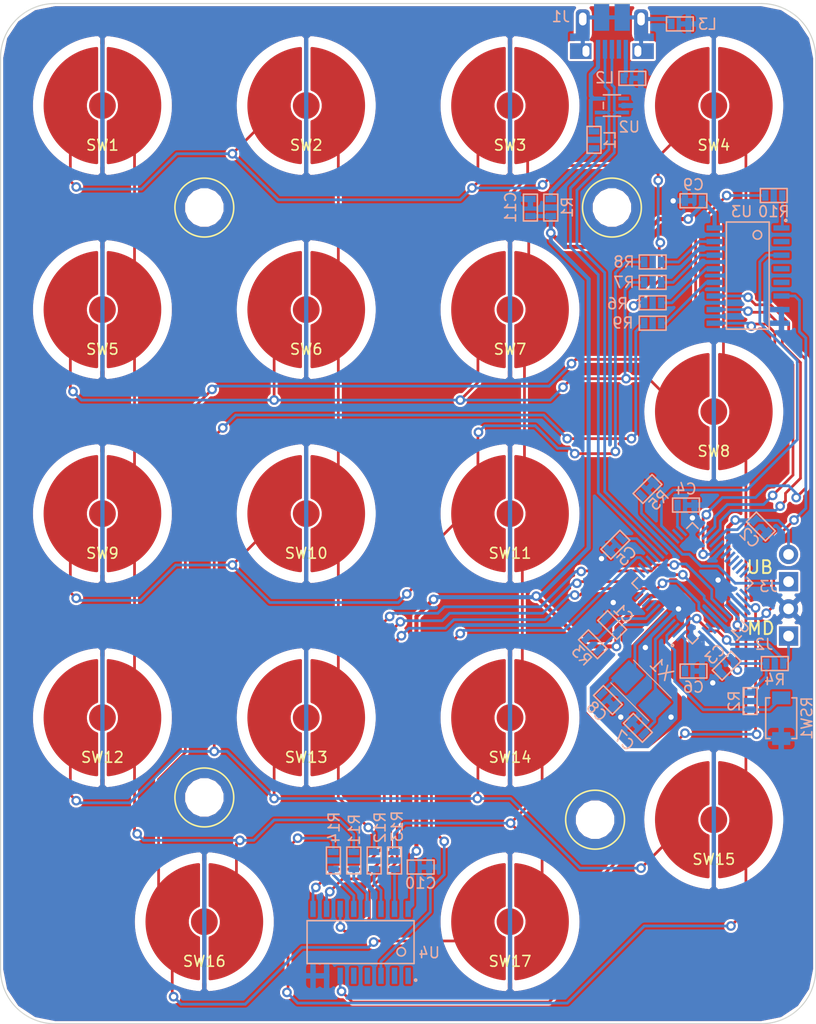
<source format=kicad_pcb>
(kicad_pcb (version 20160815) (host pcbnew "(2016-12-22 revision d365dc5)-master")
  (title_block (rev 0.1))
  (layers (0 F.Cu signal) (31 B.Cu signal) (34 B.Paste user) (35 F.Paste user) (36 B.SilkS user) (37 F.SilkS user) (38 B.Mask user) (39 F.Mask user) (44 Edge.Cuts user))
  (net 0 "")
  (net 1 /COL0)
  (net 2 /COL1)
  (net 3 /COL2)
  (net 4 /COL3)
  (net 5 /ROW1)
  (net 6 /ROW2)
  (net 7 /ROW3)
  (net 8 /ROW4)
  (net 9 /ROW5)
  (net 10 GND)
  (net 11 /RESET)
  (net 12 VCC)
  (net 13 /TSCAP)
  (net 14 /MD)
  (net 15 "Net-(C5-Pad2)")
  (net 16 "Net-(C6-Pad1)")
  (net 17 "Net-(C7-Pad1)")
  (net 18 "Net-(C8-Pad1)")
  (net 19 /VBUS)
  (net 20 /USB_DM)
  (net 21 /USB_DP)
  (net 22 "Net-(J1-Pad5)")
  (net 23 "Net-(J1-Pad6)")
  (net 24 /UB)
  (net 25 "Net-(L1-Pad1)")
  (net 26 "Net-(R3-Pad1)")
  (net 27 "Net-(R6-Pad2)")
  (net 28 "Net-(R7-Pad2)")
  (net 29 "Net-(R8-Pad2)")
  (net 30 "Net-(R9-Pad2)")
  (net 31 "Net-(R10-Pad2)")
  (net 32 "Net-(R11-Pad2)")
  (net 33 "Net-(R12-Pad2)")
  (net 34 "Net-(R13-Pad2)")
  (net 35 "Net-(R14-Pad2)")
  (net 36 /COL_C)
  (net 37 /COL_B)
  (net 38 /COL_A)
  (net 39 /COL)
  (net 40 /ROW)
  (net 41 /COL_INH)
  (net 42 /ROW_INH)
  (net 43 /ROW_C)
  (net 44 /ROW_B)
  (net 45 /ROW_A)
  (module local_mod:0603_1608 (layer B.Cu) (at 118.6 110.4 135)
    (fp_text reference C1 (at 0 1.5 135) (layer B.SilkS) (effects (font (size 1.016 1.016) (thickness 0.1524)) (justify mirror)))
    (fp_text value 100n hide)
    (pad 1 smd rect (at -0.799999 0 135) (size 0.6 1) (layers B.Cu B.Paste B.Mask) (net 12 VCC))
    (pad 2 smd rect (at 0.799999 0 135) (size 0.6 1) (layers B.Cu B.Paste B.Mask) (net 10 GND))
  )
  (module local_mod:0603_1608 (layer B.Cu) (at 132.5 101.2 315)
    (fp_text reference C2 (at 0 1.5 315) (layer B.SilkS) (effects (font (size 1.016 1.016) (thickness 0.1524)) (justify mirror)))
    (fp_text value 100n hide)
    (pad 2 smd rect (at 0.799999 0 315) (size 0.6 1) (layers B.Cu B.Paste B.Mask) (net 10 GND))
    (pad 1 smd rect (at -0.799999 0 315) (size 0.6 1) (layers B.Cu B.Paste B.Mask) (net 12 VCC))
  )
  (module local_mod:0603_1608 (layer B.Cu) (at 129.3 114.2 225)
    (fp_text reference C3 (at 0 1.5 225) (layer B.SilkS) (effects (font (size 1.016 1.016) (thickness 0.1524)) (justify mirror)))
    (fp_text value 100n hide)
    (pad 1 smd rect (at -0.799999 0 225) (size 0.6 1) (layers B.Cu B.Paste B.Mask) (net 12 VCC))
    (pad 2 smd rect (at 0.799999 0 225) (size 0.6 1) (layers B.Cu B.Paste B.Mask) (net 10 GND))
  )
  (module local_mod:0603_1608 (layer B.Cu) (at 125.5 99.2 180)
    (fp_text reference C4 (at 0 1.5 180) (layer B.SilkS) (effects (font (size 1.016 1.016) (thickness 0.1524)) (justify mirror)))
    (fp_text value 10n hide)
    (pad 1 smd rect (at -0.8 0 180) (size 0.6 1) (layers B.Cu B.Paste B.Mask) (net 10 GND))
    (pad 2 smd rect (at 0.8 0 180) (size 0.6 1) (layers B.Cu B.Paste B.Mask) (net 13 /TSCAP))
  )
  (module local_mod:0603_1608 (layer B.Cu) (at 118.9 102.9 45)
    (fp_text reference C5 (at 0 1.5 45) (layer B.SilkS) (effects (font (size 1.016 1.016) (thickness 0.1524)) (justify mirror)))
    (fp_text value 330n hide)
    (pad 2 smd rect (at 0.799999 0 45) (size 0.6 1) (layers B.Cu B.Paste B.Mask) (net 15 "Net-(C5-Pad2)"))
    (pad 1 smd rect (at -0.799999 0 45) (size 0.6 1) (layers B.Cu B.Paste B.Mask) (net 10 GND))
  )
  (module local_mod:0603_1608 (layer B.Cu) (at 126.2 114.7)
    (fp_text reference C6 (at 0 1.5) (layer B.SilkS) (effects (font (size 1.016 1.016) (thickness 0.1524)) (justify mirror)))
    (fp_text value 4u7 hide)
    (pad 1 smd rect (at -0.8 0) (size 0.6 1) (layers B.Cu B.Paste B.Mask) (net 16 "Net-(C6-Pad1)"))
    (pad 2 smd rect (at 0.8 0) (size 0.6 1) (layers B.Cu B.Paste B.Mask) (net 10 GND))
  )
  (module local_mod:0603_1608 (layer B.Cu) (at 121 120 135)
    (fp_text reference C7 (at 0.070711 -1.767767 135) (layer B.SilkS) (effects (font (size 1.016 1.016) (thickness 0.1524)) (justify mirror)))
    (fp_text value 4p hide)
    (pad 1 smd rect (at -0.799999 0 135) (size 0.6 1) (layers B.Cu B.Paste B.Mask) (net 17 "Net-(C7-Pad1)"))
    (pad 2 smd rect (at 0.799999 0 135) (size 0.6 1) (layers B.Cu B.Paste B.Mask) (net 10 GND))
  )
  (module local_mod:0603_1608 (layer B.Cu) (at 118.2 117.4 315)
    (fp_text reference C8 (at 0 1.5 315) (layer B.SilkS) (effects (font (size 1.016 1.016) (thickness 0.1524)) (justify mirror)))
    (fp_text value 4p hide)
    (pad 2 smd rect (at 0.799999 0 315) (size 0.6 1) (layers B.Cu B.Paste B.Mask) (net 10 GND))
    (pad 1 smd rect (at -0.799999 0 315) (size 0.6 1) (layers B.Cu B.Paste B.Mask) (net 18 "Net-(C8-Pad1)"))
  )
  (module local_mod:0603_1608 (layer B.Cu) (at 126.195 70.79 180)
    (fp_text reference C9 (at 0 1.5 180) (layer B.SilkS) (effects (font (size 1.016 1.016) (thickness 0.1524)) (justify mirror)))
    (fp_text value 100n hide)
    (pad 2 smd rect (at 0.8 0 180) (size 0.6 1) (layers B.Cu B.Paste B.Mask) (net 10 GND))
    (pad 1 smd rect (at -0.8 0 180) (size 0.6 1) (layers B.Cu B.Paste B.Mask) (net 12 VCC))
  )
  (module local_mod:0603_1608 (layer B.Cu) (at 100.7 133)
    (fp_text reference C10 (at 0 1.5) (layer B.SilkS) (effects (font (size 1.016 1.016) (thickness 0.1524)) (justify mirror)))
    (fp_text value 100n hide)
    (pad 2 smd rect (at 0.8 0) (size 0.6 1) (layers B.Cu B.Paste B.Mask) (net 10 GND))
    (pad 1 smd rect (at -0.8 0) (size 0.6 1) (layers B.Cu B.Paste B.Mask) (net 12 VCC))
  )
  (module local_mod:0603_1608 (layer B.Cu) (at 110.955 71.425 90)
    (fp_text reference C11 (at 0.025 -1.855 90) (layer B.SilkS) (effects (font (size 1.016 1.016) (thickness 0.1524)) (justify mirror)))
    (fp_text value 4u7 hide)
    (pad 1 smd rect (at -0.8 0 90) (size 0.6 1) (layers B.Cu B.Paste B.Mask) (net 12 VCC))
    (pad 2 smd rect (at 0.8 0 90) (size 0.6 1) (layers B.Cu B.Paste B.Mask) (net 10 GND))
  )
  (module local_mod:10103594 (layer B.Cu) (at 118.575 56.82)
    (fp_text reference J1 (at -4.775 -3.22) (layer B.SilkS) (effects (justify mirror)))
    (fp_text value MicroB hide)
    (pad 1 smd rect (at -1.3 -0.175) (size 0.4 1.75) (layers B.Cu B.Paste B.Mask) (net 19 /VBUS))
    (pad 2 smd rect (at -0.65 -0.175) (size 0.4 1.75) (layers B.Cu B.Paste B.Mask) (net 20 /USB_DM))
    (pad 3 smd rect (at 0 -0.175) (size 0.4 1.75) (layers B.Cu B.Paste B.Mask) (net 21 /USB_DP))
    (pad 4 smd rect (at 0.65 -0.175) (size 0.4 1.75) (layers B.Cu B.Paste B.Mask))
    (pad 5 smd rect (at 1.3 -0.175) (size 0.4 1.75) (layers B.Cu B.Paste B.Mask) (net 22 "Net-(J1-Pad5)"))
    (pad 6 thru_hole rect (at -2.425 0) (size 2 1.46) (drill oval 0.65 1.05 (offset -0.49 0)) (layers *.Cu *.Mask B.Paste) (net 23 "Net-(J1-Pad6)"))
    (pad 6 thru_hole rect (at 2.425 0) (size 2 1.46) (drill oval 0.65 1.05 (offset 0.49 0)) (layers *.Cu *.Mask B.Paste) (net 23 "Net-(J1-Pad6)"))
    (pad 6 thru_hole roundrect (at -2.725 -3) (size 1.3 2.7) (drill oval 0.7 1.2 (offset 0 0.45)) (layers *.Cu *.Mask B.Paste) (roundrect_rratio 0.3) (net 23 "Net-(J1-Pad6)"))
    (pad 6 thru_hole roundrect (at 2.725 -3) (size 1.3 2.7) (drill oval 0.7 1.2 (offset 0 0.45)) (layers *.Cu *.Mask B.Paste) (roundrect_rratio 0.3) (net 23 "Net-(J1-Pad6)"))
    (pad 6 smd rect (at -0.9625 -3.15) (size 1.425 2.5) (layers B.Cu B.Paste B.Mask) (net 23 "Net-(J1-Pad6)"))
    (pad 6 smd rect (at 0.9625 -3.15) (size 1.425 2.5) (layers B.Cu B.Paste B.Mask) (net 23 "Net-(J1-Pad6)"))
    (pad 6 smd rect (at -3 -1.3) (size 1.83 0.7) (layers B.Cu B.Paste B.Mask) (net 23 "Net-(J1-Pad6)"))
    (pad 6 smd rect (at 3 -1.3) (size 1.83 0.7) (layers B.Cu B.Paste B.Mask) (net 23 "Net-(J1-Pad6)"))
  )
  (module local_mod:J2 (layer B.Cu) (at 135.085 110.16)
    (fp_text reference J2 (at -2.285 2.04) (layer B.SilkS) (effects (justify mirror)))
    (fp_text value CON2 hide)
    (pad 2 thru_hole circle (at 0 -1.27) (size 1.8 1.8) (drill 1) (layers *.Cu *.Mask) (net 10 GND))
    (pad 1 thru_hole rect (at 0 1.27) (size 1.8 1.8) (drill 1) (layers *.Cu *.Mask) (net 14 /MD))
  )
  (module local_mod:J2 (layer B.Cu) (at 135.085 105.08)
    (fp_text reference J3 (at -1.885 1.72) (layer B.SilkS) (effects (justify mirror)))
    (fp_text value CON2 hide)
    (pad 1 thru_hole rect (at 0 1.27) (size 1.8 1.8) (drill 1) (layers *.Cu *.Mask) (net 24 /UB))
    (pad 2 thru_hole circle (at 0 -1.27) (size 1.8 1.8) (drill 1) (layers *.Cu *.Mask) (net 12 VCC))
  )
  (module local_mod:0603_1608 (layer B.Cu) (at 116.9 65.1 90)
    (fp_text reference L1 (at 0 1.5 90) (layer B.SilkS) (effects (font (size 1.016 1.016) (thickness 0.1524)) (justify mirror)))
    (fp_text value INDUCTOR2 hide)
    (pad 1 smd rect (at -0.8 0 90) (size 0.6 1) (layers B.Cu B.Paste B.Mask) (net 25 "Net-(L1-Pad1)"))
    (pad 2 smd rect (at 0.8 0 90) (size 0.6 1) (layers B.Cu B.Paste B.Mask) (net 19 /VBUS))
  )
  (module local_mod:0603_1608 (layer B.Cu) (at 120.48 59.36 180)
    (fp_text reference L2 (at 2.58 0.06 180) (layer B.SilkS) (effects (font (size 1.016 1.016) (thickness 0.1524)) (justify mirror)))
    (fp_text value INDUCTOR2 hide)
    (pad 2 smd rect (at 0.8 0 180) (size 0.6 1) (layers B.Cu B.Paste B.Mask) (net 22 "Net-(J1-Pad5)"))
    (pad 1 smd rect (at -0.8 0 180) (size 0.6 1) (layers B.Cu B.Paste B.Mask) (net 10 GND))
  )
  (module local_mod:0603_1608 (layer B.Cu) (at 124.925 54.28 180)
    (fp_text reference L3 (at -2.575 -0.02 180) (layer B.SilkS) (effects (font (size 1.016 1.016) (thickness 0.1524)) (justify mirror)))
    (fp_text value INDUCTOR2 hide)
    (pad 1 smd rect (at -0.8 0 180) (size 0.6 1) (layers B.Cu B.Paste B.Mask) (net 10 GND))
    (pad 2 smd rect (at 0.8 0 180) (size 0.6 1) (layers B.Cu B.Paste B.Mask) (net 23 "Net-(J1-Pad6)"))
  )
  (module local_mod:0603_1608 (layer B.Cu) (at 112.86 71.425 270)
    (fp_text reference R1 (at -0.025 -1.54 270) (layer B.SilkS) (effects (font (size 1.016 1.016) (thickness 0.1524)) (justify mirror)))
    (fp_text value Polyswitch hide)
    (pad 2 smd rect (at 0.8 0 270) (size 0.6 1) (layers B.Cu B.Paste B.Mask) (net 12 VCC))
    (pad 1 smd rect (at -0.8 0 270) (size 0.6 1) (layers B.Cu B.Paste B.Mask) (net 25 "Net-(L1-Pad1)"))
  )
  (module local_mod:0603_1608_R (layer B.Cu) (at 131.5 117.5 270)
    (fp_text reference R2 (at 0 1.5 270) (layer B.SilkS) (effects (font (size 1.016 1.016) (thickness 0.1524)) (justify mirror)))
    (fp_text value 4K7 hide)
    (pad 2 smd rect (at 0.8 0 270) (size 0.6 1) (layers B.Cu B.Paste B.Mask) (net 11 /RESET))
    (pad 1 smd rect (at -0.8 0 270) (size 0.6 1) (layers B.Cu B.Paste B.Mask) (net 12 VCC))
  )
  (module local_mod:0603_1608_R (layer B.Cu) (at 116.8 112.2 315)
    (fp_text reference R3 (at 0 1.5 315) (layer B.SilkS) (effects (font (size 1.016 1.016) (thickness 0.1524)) (justify mirror)))
    (fp_text value 10K hide)
    (pad 1 smd rect (at -0.799999 0 315) (size 0.6 1) (layers B.Cu B.Paste B.Mask) (net 26 "Net-(R3-Pad1)"))
    (pad 2 smd rect (at 0.799999 0 315) (size 0.6 1) (layers B.Cu B.Paste B.Mask) (net 12 VCC))
  )
  (module local_mod:0603_1608_R (layer B.Cu) (at 133.8 114)
    (fp_text reference R4 (at 0 1.5) (layer B.SilkS) (effects (font (size 1.016 1.016) (thickness 0.1524)) (justify mirror)))
    (fp_text value 4K7 hide)
    (pad 1 smd rect (at -0.8 0) (size 0.6 1) (layers B.Cu B.Paste B.Mask) (net 12 VCC))
    (pad 2 smd rect (at 0.8 0) (size 0.6 1) (layers B.Cu B.Paste B.Mask) (net 14 /MD))
  )
  (module local_mod:0603_1608_R (layer B.Cu) (at 121.9 97.7 45)
    (fp_text reference R5 (at 0 1.5 45) (layer B.SilkS) (effects (font (size 1.016 1.016) (thickness 0.1524)) (justify mirror)))
    (fp_text value 10K hide)
    (pad 2 smd rect (at 0.799999 0 45) (size 0.6 1) (layers B.Cu B.Paste B.Mask) (net 10 GND))
    (pad 1 smd rect (at -0.799999 0 45) (size 0.6 1) (layers B.Cu B.Paste B.Mask) (net 24 /UB))
  )
  (module local_mod:0603_1608_R (layer B.Cu) (at 122.385 80.315)
    (fp_text reference R6 (at -3.285 0.085) (layer B.SilkS) (effects (font (size 1.016 1.016) (thickness 0.1524)) (justify mirror)))
    (fp_text value 470 hide)
    (pad 2 smd rect (at 0.8 0) (size 0.6 1) (layers B.Cu B.Paste B.Mask) (net 27 "Net-(R6-Pad2)"))
    (pad 1 smd rect (at -0.8 0) (size 0.6 1) (layers B.Cu B.Paste B.Mask) (net 5 /ROW1))
  )
  (module local_mod:0603_1608_R (layer B.Cu) (at 122.385 78.41)
    (fp_text reference R7 (at -2.685 -0.01) (layer B.SilkS) (effects (font (size 1.016 1.016) (thickness 0.1524)) (justify mirror)))
    (fp_text value 470 hide)
    (pad 1 smd rect (at -0.8 0) (size 0.6 1) (layers B.Cu B.Paste B.Mask) (net 6 /ROW2))
    (pad 2 smd rect (at 0.8 0) (size 0.6 1) (layers B.Cu B.Paste B.Mask) (net 28 "Net-(R7-Pad2)"))
  )
  (module local_mod:0603_1608_R (layer B.Cu) (at 122.385 76.505)
    (fp_text reference R8 (at -2.685 -0.005) (layer B.SilkS) (effects (font (size 1.016 1.016) (thickness 0.1524)) (justify mirror)))
    (fp_text value 470 hide)
    (pad 2 smd rect (at 0.8 0) (size 0.6 1) (layers B.Cu B.Paste B.Mask) (net 29 "Net-(R8-Pad2)"))
    (pad 1 smd rect (at -0.8 0) (size 0.6 1) (layers B.Cu B.Paste B.Mask) (net 7 /ROW3))
  )
  (module local_mod:0603_1608_R (layer B.Cu) (at 122.385 82.22)
    (fp_text reference R9 (at -2.785 -0.02) (layer B.SilkS) (effects (font (size 1.016 1.016) (thickness 0.1524)) (justify mirror)))
    (fp_text value 470 hide)
    (pad 1 smd rect (at -0.8 0) (size 0.6 1) (layers B.Cu B.Paste B.Mask) (net 8 /ROW4))
    (pad 2 smd rect (at 0.8 0) (size 0.6 1) (layers B.Cu B.Paste B.Mask) (net 30 "Net-(R9-Pad2)"))
  )
  (module local_mod:0603_1608_R (layer B.Cu) (at 133.7 70.3)
    (fp_text reference R10 (at 0 1.5) (layer B.SilkS) (effects (font (size 1.016 1.016) (thickness 0.1524)) (justify mirror)))
    (fp_text value 470 hide)
    (pad 2 smd rect (at 0.8 0) (size 0.6 1) (layers B.Cu B.Paste B.Mask) (net 31 "Net-(R10-Pad2)"))
    (pad 1 smd rect (at -0.8 0) (size 0.6 1) (layers B.Cu B.Paste B.Mask) (net 9 /ROW5))
  )
  (module local_mod:0603_1608_R (layer B.Cu) (at 94.445 132.385 270)
    (fp_text reference R11 (at -2.885 -0.055 270) (layer B.SilkS) (effects (font (size 1.016 1.016) (thickness 0.1524)) (justify mirror)))
    (fp_text value 470 hide)
    (pad 1 smd rect (at -0.8 0 270) (size 0.6 1) (layers B.Cu B.Paste B.Mask) (net 1 /COL0))
    (pad 2 smd rect (at 0.8 0 270) (size 0.6 1) (layers B.Cu B.Paste B.Mask) (net 32 "Net-(R11-Pad2)"))
  )
  (module local_mod:0603_1608_R (layer B.Cu) (at 96.35 132.385 270)
    (fp_text reference R12 (at -3.085 -0.55 270) (layer B.SilkS) (effects (font (size 1.016 1.016) (thickness 0.1524)) (justify mirror)))
    (fp_text value 470 hide)
    (pad 1 smd rect (at -0.8 0 270) (size 0.6 1) (layers B.Cu B.Paste B.Mask) (net 2 /COL1))
    (pad 2 smd rect (at 0.8 0 270) (size 0.6 1) (layers B.Cu B.Paste B.Mask) (net 33 "Net-(R12-Pad2)"))
  )
  (module local_mod:0603_1608_R (layer B.Cu) (at 98.255 132.385 270)
    (fp_text reference R13 (at -3.185 -0.245 270) (layer B.SilkS) (effects (font (size 1.016 1.016) (thickness 0.1524)) (justify mirror)))
    (fp_text value 470 hide)
    (pad 1 smd rect (at -0.8 0 270) (size 0.6 1) (layers B.Cu B.Paste B.Mask) (net 3 /COL2))
    (pad 2 smd rect (at 0.8 0 270) (size 0.6 1) (layers B.Cu B.Paste B.Mask) (net 34 "Net-(R13-Pad2)"))
  )
  (module local_mod:0603_1608_R (layer B.Cu) (at 92.54 132.385 270)
    (fp_text reference R14 (at -3.085 -0.06 270) (layer B.SilkS) (effects (font (size 1.016 1.016) (thickness 0.1524)) (justify mirror)))
    (fp_text value 470 hide)
    (pad 2 smd rect (at 0.8 0 270) (size 0.6 1) (layers B.Cu B.Paste B.Mask) (net 35 "Net-(R14-Pad2)"))
    (pad 1 smd rect (at -0.8 0 270) (size 0.6 1) (layers B.Cu B.Paste B.Mask) (net 4 /COL3))
  )
  (module local_mod:TD_85XU (layer B.Cu) (at 134.4 119.1 270)
    (fp_text reference RSW1 (at 0 -2.4 270) (layer B.SilkS) (effects (justify mirror)))
    (fp_text value SWITCH hide)
    (pad 1 smd rect (at -1.9 0 270) (size 1.2 1.7) (layers B.Cu B.Paste B.Mask) (net 11 /RESET))
    (pad 2 smd rect (at 1.9 0 270) (size 1.2 1.7) (layers B.Cu B.Paste B.Mask) (net 10 GND))
  )
  (module local_mod:M3NP (layer F.Cu) (at 80.475 71.425)
    (fp_text reference SR1 hide)
    (fp_text value M3 hide)
    (pad "" np_thru_hole circle (at 0 0) (size 3.2 3.2) (drill 3.2) (layers *.Cu *.Mask))
  )
  (module local_mod:M3NP (layer F.Cu) (at 80.475 126.5)
    (fp_text reference SR2 hide)
    (fp_text value M3 hide)
    (pad "" np_thru_hole circle (at 0 0) (size 3.2 3.2) (drill 3.2) (layers *.Cu *.Mask))
  )
  (module local_mod:M3NP (layer F.Cu) (at 118.575 71.425)
    (fp_text reference SR3 hide)
    (fp_text value M3 hide)
    (pad "" np_thru_hole circle (at 0 0) (size 3.2 3.2) (drill 3.2) (layers *.Cu *.Mask))
  )
  (module local_mod:M3NP (layer F.Cu) (at 117 128.575)
    (fp_text reference SR4 hide)
    (fp_text value M3 hide)
    (pad "" np_thru_hole circle (at 0 0) (size 3.2 3.2) (drill 3.2) (layers *.Cu *.Mask))
  )
  (module ESC_Pads:ECS_Pad_B (layer F.Cu) (at 70.95 61.9)
    (fp_text reference SW1 (at 0 3.7) (layer F.SilkS))
    (fp_text value ESC_Pad_B hide)
    (pad 0 smd rect (at 0 -6) (size 0.4 0.6) (layers F.Cu) (net 10 GND))
    (pad 0 smd circle (at 0 0) (size 2.5 2.5) (layers F.Cu) (net 10 GND))
    (pad 2 smd circle (at 3 0.05) (size 1 1) (layers F.Cu) (net 1 /COL0))
    (pad 1 smd circle (at -3 0) (size 1 1) (layers F.Cu) (net 5 /ROW1))
    (pad 0 smd rect (at 0 6) (size 0.4 0.6) (layers F.Cu) (net 10 GND))
  )
  (module ESC_Pads:ECS_Pad_B (layer F.Cu) (at 90 61.9)
    (fp_text reference SW2 (at 0 3.7) (layer F.SilkS))
    (fp_text value ESC_Pad_B hide)
    (pad 0 smd rect (at 0 6) (size 0.4 0.6) (layers F.Cu) (net 10 GND))
    (pad 1 smd circle (at -3 0) (size 1 1) (layers F.Cu) (net 5 /ROW1))
    (pad 2 smd circle (at 3 0.05) (size 1 1) (layers F.Cu) (net 2 /COL1))
    (pad 0 smd circle (at 0 0) (size 2.5 2.5) (layers F.Cu) (net 10 GND))
    (pad 0 smd rect (at 0 -6) (size 0.4 0.6) (layers F.Cu) (net 10 GND))
  )
  (module ESC_Pads:ECS_Pad_B (layer F.Cu) (at 109.05 61.9)
    (fp_text reference SW3 (at 0 3.7) (layer F.SilkS))
    (fp_text value ESC_Pad_B hide)
    (pad 0 smd rect (at 0 -6) (size 0.4 0.6) (layers F.Cu) (net 10 GND))
    (pad 0 smd circle (at 0 0) (size 2.5 2.5) (layers F.Cu) (net 10 GND))
    (pad 2 smd circle (at 3 0.05) (size 1 1) (layers F.Cu) (net 3 /COL2))
    (pad 1 smd circle (at -3 0) (size 1 1) (layers F.Cu) (net 5 /ROW1))
    (pad 0 smd rect (at 0 6) (size 0.4 0.6) (layers F.Cu) (net 10 GND))
  )
  (module ESC_Pads:ECS_Pad_B (layer F.Cu) (at 128.1 61.9)
    (fp_text reference SW4 (at 0 3.7) (layer F.SilkS))
    (fp_text value ESC_Pad_B hide)
    (pad 0 smd rect (at 0 6) (size 0.4 0.6) (layers F.Cu) (net 10 GND))
    (pad 1 smd circle (at -3 0) (size 1 1) (layers F.Cu) (net 5 /ROW1))
    (pad 2 smd circle (at 3 0.05) (size 1 1) (layers F.Cu) (net 4 /COL3))
    (pad 0 smd circle (at 0 0) (size 2.5 2.5) (layers F.Cu) (net 10 GND))
    (pad 0 smd rect (at 0 -6) (size 0.4 0.6) (layers F.Cu) (net 10 GND))
  )
  (module ESC_Pads:ECS_Pad_B (layer F.Cu) (at 70.95 80.95)
    (fp_text reference SW5 (at 0 3.7) (layer F.SilkS))
    (fp_text value ESC_Pad_B hide)
    (pad 0 smd rect (at 0 -6) (size 0.4 0.6) (layers F.Cu) (net 10 GND))
    (pad 0 smd circle (at 0 0) (size 2.5 2.5) (layers F.Cu) (net 10 GND))
    (pad 2 smd circle (at 3 0.05) (size 1 1) (layers F.Cu) (net 1 /COL0))
    (pad 1 smd circle (at -3 0) (size 1 1) (layers F.Cu) (net 6 /ROW2))
    (pad 0 smd rect (at 0 6) (size 0.4 0.6) (layers F.Cu) (net 10 GND))
  )
  (module ESC_Pads:ECS_Pad_B (layer F.Cu) (at 90 80.95)
    (fp_text reference SW6 (at 0 3.7) (layer F.SilkS))
    (fp_text value ESC_Pad_B hide)
    (pad 0 smd rect (at 0 6) (size 0.4 0.6) (layers F.Cu) (net 10 GND))
    (pad 1 smd circle (at -3 0) (size 1 1) (layers F.Cu) (net 6 /ROW2))
    (pad 2 smd circle (at 3 0.05) (size 1 1) (layers F.Cu) (net 2 /COL1))
    (pad 0 smd circle (at 0 0) (size 2.5 2.5) (layers F.Cu) (net 10 GND))
    (pad 0 smd rect (at 0 -6) (size 0.4 0.6) (layers F.Cu) (net 10 GND))
  )
  (module ESC_Pads:ECS_Pad_B (layer F.Cu) (at 109.05 80.95)
    (fp_text reference SW7 (at 0 3.7) (layer F.SilkS))
    (fp_text value ESC_Pad_B hide)
    (pad 0 smd rect (at 0 -6) (size 0.4 0.6) (layers F.Cu) (net 10 GND))
    (pad 0 smd circle (at 0 0) (size 2.5 2.5) (layers F.Cu) (net 10 GND))
    (pad 2 smd circle (at 3 0.05) (size 1 1) (layers F.Cu) (net 3 /COL2))
    (pad 1 smd circle (at -3 0) (size 1 1) (layers F.Cu) (net 6 /ROW2))
    (pad 0 smd rect (at 0 6) (size 0.4 0.6) (layers F.Cu) (net 10 GND))
  )
  (module ESC_Pads:ECS_Pad_B (layer F.Cu) (at 128.1 90.475)
    (fp_text reference SW8 (at 0 3.7) (layer F.SilkS))
    (fp_text value ESC_Pad_B hide)
    (pad 0 smd rect (at 0 -6) (size 0.4 0.6) (layers F.Cu) (net 10 GND))
    (pad 0 smd circle (at 0 0) (size 2.5 2.5) (layers F.Cu) (net 10 GND))
    (pad 2 smd circle (at 3 0.05) (size 1 1) (layers F.Cu) (net 4 /COL3))
    (pad 1 smd circle (at -3 0) (size 1 1) (layers F.Cu) (net 6 /ROW2))
    (pad 0 smd rect (at 0 6) (size 0.4 0.6) (layers F.Cu) (net 10 GND))
  )
  (module ESC_Pads:ECS_Pad_B (layer F.Cu) (at 70.95 100)
    (fp_text reference SW9 (at 0 3.7) (layer F.SilkS))
    (fp_text value ESC_Pad_B hide)
    (pad 0 smd rect (at 0 6) (size 0.4 0.6) (layers F.Cu) (net 10 GND))
    (pad 1 smd circle (at -3 0) (size 1 1) (layers F.Cu) (net 7 /ROW3))
    (pad 2 smd circle (at 3 0.05) (size 1 1) (layers F.Cu) (net 1 /COL0))
    (pad 0 smd circle (at 0 0) (size 2.5 2.5) (layers F.Cu) (net 10 GND))
    (pad 0 smd rect (at 0 -6) (size 0.4 0.6) (layers F.Cu) (net 10 GND))
  )
  (module ESC_Pads:ECS_Pad_B (layer F.Cu) (at 90 100)
    (fp_text reference SW10 (at 0 3.7) (layer F.SilkS))
    (fp_text value ESC_Pad_B hide)
    (pad 0 smd rect (at 0 -6) (size 0.4 0.6) (layers F.Cu) (net 10 GND))
    (pad 0 smd circle (at 0 0) (size 2.5 2.5) (layers F.Cu) (net 10 GND))
    (pad 2 smd circle (at 3 0.05) (size 1 1) (layers F.Cu) (net 2 /COL1))
    (pad 1 smd circle (at -3 0) (size 1 1) (layers F.Cu) (net 7 /ROW3))
    (pad 0 smd rect (at 0 6) (size 0.4 0.6) (layers F.Cu) (net 10 GND))
  )
  (module ESC_Pads:ECS_Pad_B (layer F.Cu) (at 109.05 100)
    (fp_text reference SW11 (at 0 3.7) (layer F.SilkS))
    (fp_text value ESC_Pad_B hide)
    (pad 0 smd rect (at 0 6) (size 0.4 0.6) (layers F.Cu) (net 10 GND))
    (pad 1 smd circle (at -3 0) (size 1 1) (layers F.Cu) (net 7 /ROW3))
    (pad 2 smd circle (at 3 0.05) (size 1 1) (layers F.Cu) (net 3 /COL2))
    (pad 0 smd circle (at 0 0) (size 2.5 2.5) (layers F.Cu) (net 10 GND))
    (pad 0 smd rect (at 0 -6) (size 0.4 0.6) (layers F.Cu) (net 10 GND))
  )
  (module ESC_Pads:ECS_Pad_B (layer F.Cu) (at 70.95 119.05)
    (fp_text reference SW12 (at 0 3.7) (layer F.SilkS))
    (fp_text value ESC_Pad_B hide)
    (pad 0 smd rect (at 0 -6) (size 0.4 0.6) (layers F.Cu) (net 10 GND))
    (pad 0 smd circle (at 0 0) (size 2.5 2.5) (layers F.Cu) (net 10 GND))
    (pad 2 smd circle (at 3 0.05) (size 1 1) (layers F.Cu) (net 1 /COL0))
    (pad 1 smd circle (at -3 0) (size 1 1) (layers F.Cu) (net 8 /ROW4))
    (pad 0 smd rect (at 0 6) (size 0.4 0.6) (layers F.Cu) (net 10 GND))
  )
  (module ESC_Pads:ECS_Pad_B (layer F.Cu) (at 90 119.05)
    (fp_text reference SW13 (at 0 3.7) (layer F.SilkS))
    (fp_text value ESC_Pad_B hide)
    (pad 0 smd rect (at 0 6) (size 0.4 0.6) (layers F.Cu) (net 10 GND))
    (pad 1 smd circle (at -3 0) (size 1 1) (layers F.Cu) (net 8 /ROW4))
    (pad 2 smd circle (at 3 0.05) (size 1 1) (layers F.Cu) (net 2 /COL1))
    (pad 0 smd circle (at 0 0) (size 2.5 2.5) (layers F.Cu) (net 10 GND))
    (pad 0 smd rect (at 0 -6) (size 0.4 0.6) (layers F.Cu) (net 10 GND))
  )
  (module ESC_Pads:ECS_Pad_B (layer F.Cu) (at 109.05 119.05)
    (fp_text reference SW14 (at 0 3.7) (layer F.SilkS))
    (fp_text value ESC_Pad_B hide)
    (pad 0 smd rect (at 0 6) (size 0.4 0.6) (layers F.Cu) (net 10 GND))
    (pad 1 smd circle (at -3 0) (size 1 1) (layers F.Cu) (net 8 /ROW4))
    (pad 2 smd circle (at 3 0.05) (size 1 1) (layers F.Cu) (net 3 /COL2))
    (pad 0 smd circle (at 0 0) (size 2.5 2.5) (layers F.Cu) (net 10 GND))
    (pad 0 smd rect (at 0 -6) (size 0.4 0.6) (layers F.Cu) (net 10 GND))
  )
  (module ESC_Pads:ECS_Pad_B (layer F.Cu) (at 128.1 128.575)
    (fp_text reference SW15 (at 0 3.7) (layer F.SilkS))
    (fp_text value ESC_Pad_B hide)
    (pad 0 smd rect (at 0 -6) (size 0.4 0.6) (layers F.Cu) (net 10 GND))
    (pad 0 smd circle (at 0 0) (size 2.5 2.5) (layers F.Cu) (net 10 GND))
    (pad 2 smd circle (at 3 0.05) (size 1 1) (layers F.Cu) (net 4 /COL3))
    (pad 1 smd circle (at -3 0) (size 1 1) (layers F.Cu) (net 8 /ROW4))
    (pad 0 smd rect (at 0 6) (size 0.4 0.6) (layers F.Cu) (net 10 GND))
  )
  (module ESC_Pads:ECS_Pad_B (layer F.Cu) (at 80.475 138.1)
    (fp_text reference SW16 (at 0 3.7) (layer F.SilkS))
    (fp_text value ESC_Pad_B hide)
    (pad 0 smd rect (at 0 -6) (size 0.4 0.6) (layers F.Cu) (net 10 GND))
    (pad 0 smd circle (at 0 0) (size 2.5 2.5) (layers F.Cu) (net 10 GND))
    (pad 2 smd circle (at 3 0.05) (size 1 1) (layers F.Cu) (net 1 /COL0))
    (pad 1 smd circle (at -3 0) (size 1 1) (layers F.Cu) (net 9 /ROW5))
    (pad 0 smd rect (at 0 6) (size 0.4 0.6) (layers F.Cu) (net 10 GND))
  )
  (module ESC_Pads:ECS_Pad_B (layer F.Cu) (at 109.05 138.1)
    (fp_text reference SW17 (at 0 3.7) (layer F.SilkS))
    (fp_text value ESC_Pad_B hide)
    (pad 0 smd rect (at 0 6) (size 0.4 0.6) (layers F.Cu) (net 10 GND))
    (pad 1 smd circle (at -3 0) (size 1 1) (layers F.Cu) (net 9 /ROW5))
    (pad 2 smd circle (at 3 0.05) (size 1 1) (layers F.Cu) (net 3 /COL2))
    (pad 0 smd circle (at 0 0) (size 2.5 2.5) (layers F.Cu) (net 10 GND))
    (pad 0 smd rect (at 0 -6) (size 0.4 0.6) (layers F.Cu) (net 10 GND))
  )
  (module local_mod:LQFP48-0.5 (layer B.Cu) (at 126.1 106.5 45)
    (fp_text reference U1 (at 0 6.25 45) (layer B.SilkS) (effects (font (size 1.016 1.016) (thickness 0.1524)) (justify mirror)))
    (fp_text value R5F5231XAXFL hide)
    (pad 1 smd rect (at -4.2 2.75 45) (size 1.3 0.25) (layers B.Cu B.Paste B.Mask) (net 16 "Net-(C6-Pad1)"))
    (pad 2 smd rect (at -4.2 2.25 45) (size 1.3 0.25) (layers B.Cu B.Paste B.Mask) (net 14 /MD))
    (pad 3 smd rect (at -4.2 1.749999 45) (size 1.3 0.25) (layers B.Cu B.Paste B.Mask) (net 11 /RESET))
    (pad 4 smd rect (at -4.2 1.25 45) (size 1.3 0.25) (layers B.Cu B.Paste B.Mask) (net 17 "Net-(C7-Pad1)"))
    (pad 5 smd rect (at -4.2 0.750001 45) (size 1.3 0.25) (layers B.Cu B.Paste B.Mask) (net 10 GND))
    (pad 6 smd rect (at -4.2 0.25 45) (size 1.3 0.25) (layers B.Cu B.Paste B.Mask) (net 18 "Net-(C8-Pad1)"))
    (pad 7 smd rect (at -4.2 -0.25 45) (size 1.3 0.25) (layers B.Cu B.Paste B.Mask) (net 12 VCC))
    (pad 8 smd rect (at -4.2 -0.750001 45) (size 1.3 0.25) (layers B.Cu B.Paste B.Mask) (net 26 "Net-(R3-Pad1)"))
    (pad 9 smd rect (at -4.2 -1.25 45) (size 1.3 0.25) (layers B.Cu B.Paste B.Mask))
    (pad 10 smd rect (at -4.2 -1.749999 45) (size 1.3 0.25) (layers B.Cu B.Paste B.Mask))
    (pad 11 smd rect (at -4.2 -2.25 45) (size 1.3 0.25) (layers B.Cu B.Paste B.Mask))
    (pad 12 smd rect (at -4.2 -2.75 45) (size 1.3 0.25) (layers B.Cu B.Paste B.Mask))
    (pad 25 smd rect (at 4.2 -2.75 45) (size 1.3 0.25) (layers B.Cu B.Paste B.Mask))
    (pad 26 smd rect (at 4.2 -2.25 45) (size 1.3 0.25) (layers B.Cu B.Paste B.Mask) (net 43 /ROW_C))
    (pad 27 smd rect (at 4.2 -1.749999 45) (size 1.3 0.25) (layers B.Cu B.Paste B.Mask) (net 44 /ROW_B))
    (pad 28 smd rect (at 4.2 -1.25 45) (size 1.3 0.25) (layers B.Cu B.Paste B.Mask) (net 12 VCC))
    (pad 29 smd rect (at 4.2 -0.750001 45) (size 1.3 0.25) (layers B.Cu B.Paste B.Mask) (net 45 /ROW_A))
    (pad 30 smd rect (at 4.2 -0.25 45) (size 1.3 0.25) (layers B.Cu B.Paste B.Mask) (net 10 GND))
    (pad 31 smd rect (at 4.2 0.25 45) (size 1.3 0.25) (layers B.Cu B.Paste B.Mask))
    (pad 32 smd rect (at 4.2 0.750001 45) (size 1.3 0.25) (layers B.Cu B.Paste B.Mask))
    (pad 33 smd rect (at 4.2 1.25 45) (size 1.3 0.25) (layers B.Cu B.Paste B.Mask))
    (pad 34 smd rect (at 4.2 1.749999 45) (size 1.3 0.25) (layers B.Cu B.Paste B.Mask))
    (pad 35 smd rect (at 4.2 2.25 45) (size 1.3 0.25) (layers B.Cu B.Paste B.Mask))
    (pad 36 smd rect (at 4.2 2.75 45) (size 1.3 0.25) (layers B.Cu B.Paste B.Mask))
    (pad 13 smd rect (at -2.75 -4.2 45) (size 0.25 1.3) (layers B.Cu B.Paste B.Mask))
    (pad 14 smd rect (at -2.25 -4.2 45) (size 0.25 1.3) (layers B.Cu B.Paste B.Mask))
    (pad 15 smd rect (at -1.749999 -4.2 45) (size 0.25 1.3) (layers B.Cu B.Paste B.Mask) (net 39 /COL))
    (pad 16 smd rect (at -1.25 -4.2 45) (size 0.25 1.3) (layers B.Cu B.Paste B.Mask))
    (pad 17 smd rect (at -0.750001 -4.2 45) (size 0.25 1.3) (layers B.Cu B.Paste B.Mask) (net 15 "Net-(C5-Pad2)"))
    (pad 18 smd rect (at -0.25 -4.2 45) (size 0.25 1.3) (layers B.Cu B.Paste B.Mask) (net 20 /USB_DM))
    (pad 19 smd rect (at 0.25 -4.2 45) (size 0.25 1.3) (layers B.Cu B.Paste B.Mask) (net 21 /USB_DP))
    (pad 20 smd rect (at 0.750001 -4.2 45) (size 0.25 1.3) (layers B.Cu B.Paste B.Mask) (net 10 GND))
    (pad 21 smd rect (at 1.25 -4.2 45) (size 0.25 1.3) (layers B.Cu B.Paste B.Mask) (net 24 /UB))
    (pad 22 smd rect (at 1.749999 -4.2 45) (size 0.25 1.3) (layers B.Cu B.Paste B.Mask) (net 40 /ROW))
    (pad 23 smd rect (at 2.25 -4.2 45) (size 0.25 1.3) (layers B.Cu B.Paste B.Mask))
    (pad 24 smd rect (at 2.75 -4.2 45) (size 0.25 1.3) (layers B.Cu B.Paste B.Mask) (net 13 /TSCAP))
    (pad 37 smd rect (at 2.75 4.2 45) (size 0.25 1.3) (layers B.Cu B.Paste B.Mask))
    (pad 38 smd rect (at 2.25 4.2 45) (size 0.25 1.3) (layers B.Cu B.Paste B.Mask) (net 41 /COL_INH))
    (pad 39 smd rect (at 1.749999 4.2 45) (size 0.25 1.3) (layers B.Cu B.Paste B.Mask) (net 10 GND))
    (pad 40 smd rect (at 1.25 4.2 45) (size 0.25 1.3) (layers B.Cu B.Paste B.Mask) (net 42 /ROW_INH))
    (pad 41 smd rect (at 0.750001 4.2 45) (size 0.25 1.3) (layers B.Cu B.Paste B.Mask) (net 12 VCC))
    (pad 42 smd rect (at 0.25 4.2 45) (size 0.25 1.3) (layers B.Cu B.Paste B.Mask) (net 36 /COL_C))
    (pad 43 smd rect (at -0.25 4.2 45) (size 0.25 1.3) (layers B.Cu B.Paste B.Mask) (net 37 /COL_B))
    (pad 44 smd rect (at -0.750001 4.2 45) (size 0.25 1.3) (layers B.Cu B.Paste B.Mask) (net 10 GND))
    (pad 45 smd rect (at -1.25 4.2 45) (size 0.25 1.3) (layers B.Cu B.Paste B.Mask) (net 38 /COL_A))
    (pad 46 smd rect (at -1.749999 4.2 45) (size 0.25 1.3) (layers B.Cu B.Paste B.Mask) (net 12 VCC))
    (pad 47 smd rect (at -2.25 4.2 45) (size 0.25 1.3) (layers B.Cu B.Paste B.Mask) (net 12 VCC))
    (pad 48 smd rect (at -2.75 4.2 45) (size 0.25 1.3) (layers B.Cu B.Paste B.Mask) (net 10 GND))
  )
  (module local_mod:SOT353 (layer B.Cu) (at 118.575 61.9 270)
    (fp_text reference U2 (at 2 -1.625) (layer B.SilkS) (effects (justify mirror)))
    (fp_text value DF5A6.8 hide)
    (pad 1 smd rect (at -0.65 -1.1 270) (size 0.35 1) (layers B.Cu B.Paste B.Mask))
    (pad 2 smd rect (at 0 -1.1 270) (size 0.35 1) (layers B.Cu B.Paste B.Mask) (net 10 GND))
    (pad 3 smd rect (at 0.65 -1.1 270) (size 0.35 1) (layers B.Cu B.Paste B.Mask) (net 21 /USB_DP))
    (pad 4 smd rect (at 0.65 1.1 270) (size 0.35 1) (layers B.Cu B.Paste B.Mask) (net 20 /USB_DM))
    (pad 5 smd rect (at -0.65 1.1 270) (size 0.35 1) (layers B.Cu B.Paste B.Mask) (net 19 /VBUS))
  )
  (module local_mod:SOIC16 (layer B.Cu) (at 131.275 77.775 270)
    (fp_text reference U3 (at -5.975 0.575) (layer B.SilkS) (effects (justify mirror)))
    (fp_text value 74HC4051 hide)
    (pad 1 smd rect (at -4.445 -3.15 270) (size 0.5 1.5) (layers B.Cu B.Paste B.Mask) (net 31 "Net-(R10-Pad2)"))
    (pad 9 smd rect (at 4.445 3.1 270) (size 0.5 1.5) (layers B.Cu B.Paste B.Mask) (net 43 /ROW_C))
    (pad 2 smd rect (at -3.175 -3.15 270) (size 0.5 1.5) (layers B.Cu B.Paste B.Mask))
    (pad 3 smd rect (at -1.905 -3.15 270) (size 0.5 1.5) (layers B.Cu B.Paste B.Mask) (net 40 /ROW))
    (pad 4 smd rect (at -0.635 -3.15 270) (size 0.5 1.5) (layers B.Cu B.Paste B.Mask))
    (pad 5 smd rect (at 0.635 -3.15 270) (size 0.5 1.5) (layers B.Cu B.Paste B.Mask))
    (pad 6 smd rect (at 1.905 -3.15 270) (size 0.5 1.5) (layers B.Cu B.Paste B.Mask) (net 42 /ROW_INH))
    (pad 7 smd rect (at 3.175 -3.15 270) (size 0.5 1.5) (layers B.Cu B.Paste B.Mask) (net 10 GND))
    (pad 8 smd rect (at 4.445 -3.15 270) (size 0.5 1.5) (layers B.Cu B.Paste B.Mask) (net 10 GND))
    (pad 10 smd rect (at 3.175 3.1 270) (size 0.5 1.5) (layers B.Cu B.Paste B.Mask) (net 44 /ROW_B))
    (pad 11 smd rect (at 1.905 3.1 270) (size 0.5 1.5) (layers B.Cu B.Paste B.Mask) (net 45 /ROW_A))
    (pad 12 smd rect (at 0.635 3.1 270) (size 0.5 1.5) (layers B.Cu B.Paste B.Mask) (net 30 "Net-(R9-Pad2)"))
    (pad 13 smd rect (at -0.635 3.1 270) (size 0.5 1.5) (layers B.Cu B.Paste B.Mask) (net 27 "Net-(R6-Pad2)"))
    (pad 14 smd rect (at -1.905 3.1 270) (size 0.5 1.5) (layers B.Cu B.Paste B.Mask) (net 28 "Net-(R7-Pad2)"))
    (pad 15 smd rect (at -3.175 3.1 270) (size 0.5 1.5) (layers B.Cu B.Paste B.Mask) (net 29 "Net-(R8-Pad2)"))
    (pad 16 smd rect (at -4.445 3.1 270) (size 0.5 1.5) (layers B.Cu B.Paste B.Mask) (net 12 VCC))
  )
  (module local_mod:SOIC16 (layer B.Cu) (at 95.08 140.005 180)
    (fp_text reference U4 (at -6.42 -0.995 180) (layer B.SilkS) (effects (justify mirror)))
    (fp_text value 74HC4051 hide)
    (pad 16 smd rect (at -4.445 3.1 180) (size 0.5 1.5) (layers B.Cu B.Paste B.Mask) (net 12 VCC))
    (pad 15 smd rect (at -3.175 3.1 180) (size 0.5 1.5) (layers B.Cu B.Paste B.Mask) (net 34 "Net-(R13-Pad2)"))
    (pad 14 smd rect (at -1.905 3.1 180) (size 0.5 1.5) (layers B.Cu B.Paste B.Mask) (net 33 "Net-(R12-Pad2)"))
    (pad 13 smd rect (at -0.635 3.1 180) (size 0.5 1.5) (layers B.Cu B.Paste B.Mask) (net 32 "Net-(R11-Pad2)"))
    (pad 12 smd rect (at 0.635 3.1 180) (size 0.5 1.5) (layers B.Cu B.Paste B.Mask) (net 35 "Net-(R14-Pad2)"))
    (pad 11 smd rect (at 1.905 3.1 180) (size 0.5 1.5) (layers B.Cu B.Paste B.Mask) (net 38 /COL_A))
    (pad 10 smd rect (at 3.175 3.1 180) (size 0.5 1.5) (layers B.Cu B.Paste B.Mask) (net 37 /COL_B))
    (pad 8 smd rect (at 4.445 -3.15 180) (size 0.5 1.5) (layers B.Cu B.Paste B.Mask) (net 10 GND))
    (pad 7 smd rect (at 3.175 -3.15 180) (size 0.5 1.5) (layers B.Cu B.Paste B.Mask) (net 10 GND))
    (pad 6 smd rect (at 1.905 -3.15 180) (size 0.5 1.5) (layers B.Cu B.Paste B.Mask) (net 41 /COL_INH))
    (pad 5 smd rect (at 0.635 -3.15 180) (size 0.5 1.5) (layers B.Cu B.Paste B.Mask))
    (pad 4 smd rect (at -0.635 -3.15 180) (size 0.5 1.5) (layers B.Cu B.Paste B.Mask))
    (pad 3 smd rect (at -1.905 -3.15 180) (size 0.5 1.5) (layers B.Cu B.Paste B.Mask) (net 39 /COL))
    (pad 2 smd rect (at -3.175 -3.15 180) (size 0.5 1.5) (layers B.Cu B.Paste B.Mask))
    (pad 9 smd rect (at 4.445 3.1 180) (size 0.5 1.5) (layers B.Cu B.Paste B.Mask) (net 36 /COL_C))
    (pad 1 smd rect (at -4.445 -3.15 180) (size 0.5 1.5) (layers B.Cu B.Paste B.Mask))
  )
  (module local_mod:Crystal_5032 (layer B.Cu) (at 121.3 116.5 315)
    (fp_text reference X1 (at -0.070711 -2.757716 315) (layer B.SilkS) (effects (font (size 1.2 1.2)) (justify mirror)))
    (fp_text value 12MHz hide)
    (pad 1 smd rect (at -1.8 0 315) (size 2 2.4) (layers B.Cu B.Paste B.Mask) (net 18 "Net-(C8-Pad1)"))
    (pad 2 smd rect (at 1.8 0 315) (size 2 2.4) (layers B.Cu B.Paste B.Mask) (net 17 "Net-(C7-Pad1)"))
  )
  (gr_text UB (at 132.4 105) (layer F.SilkS) (effects (font (size 1.2 1.2) (thickness 0.18))))
  (gr_text MD (at 132.5 110.7) (layer F.SilkS) (effects (font (size 1.2 1.2) (thickness 0.18))))
  (gr_line (start 61.425 142.545) (end 61.425 57.455) (angle 90) (layer Edge.Cuts) (width 0.1))
  (gr_line (start 132.545 147.625) (end 66.505 147.625) (angle 90) (layer Edge.Cuts) (width 0.1))
  (gr_line (start 137.625 57.455) (end 137.625 142.545) (angle 90) (layer Edge.Cuts) (width 0.1))
  (gr_line (start 66.505 52.375) (end 132.545 52.375) (angle 90) (layer Edge.Cuts) (width 0.1))
  (gr_arc (start 132.545 57.455) (end 132.545 52.375) (angle 90) (layer Edge.Cuts) (width 0.1))
  (gr_arc (start 66.505 57.455) (end 61.425 57.455) (angle 90) (layer Edge.Cuts) (width 0.1))
  (gr_arc (start 132.545 142.545) (end 137.625 142.545) (angle 90) (layer Edge.Cuts) (width 0.1))
  (gr_arc (start 66.505 142.545) (end 66.505 147.625) (angle 90) (layer Edge.Cuts) (width 0.1))
  (segment (start 83.475 138.15) (end 83.475 130.825) (width 0.254) (layer F.Cu) (net 1))
  (via (at 83.8 130.5) (size 0.9) (drill 0.5) (layers F.Cu B.Cu) (net 1))
  (segment (start 83.475 130.825) (end 83.8 130.5) (width 0.254) (layer F.Cu) (net 1))
  (segment (start 93.1 128.6) (end 87 128.6) (width 0.254) (layer B.Cu) (net 1))
  (segment (start 94.445 129.945) (end 93.1 128.6) (width 0.254) (layer B.Cu) (net 1))
  (segment (start 94.445 131.585) (end 94.445 129.945) (width 0.254) (layer B.Cu) (net 1))
  (segment (start 73.95 129.65) (end 74.2 129.9) (width 0.254) (layer F.Cu) (net 1))
  (via (at 74.2 129.9) (size 0.9) (drill 0.5) (layers F.Cu B.Cu) (net 1))
  (segment (start 74.2 129.9) (end 74.8 130.5) (width 0.254) (layer B.Cu) (net 1))
  (segment (start 74.8 130.5) (end 83.8 130.5) (width 0.254) (layer B.Cu) (net 1))
  (segment (start 83.8 130.5) (end 85.1 130.5) (width 0.254) (layer B.Cu) (net 1))
  (segment (start 73.95 129.65) (end 73.95 119.1) (width 0.254) (layer F.Cu) (net 1))
  (segment (start 87 128.6) (end 85.1 130.5) (width 0.254) (layer B.Cu) (net 1))
  (segment (start 73.95 100.05) (end 73.95 119.1) (width 0.254) (layer F.Cu) (net 1))
  (segment (start 73.95 81) (end 73.95 100.05) (width 0.254) (layer F.Cu) (net 1))
  (segment (start 73.95 61.95) (end 73.95 81) (width 0.254) (layer F.Cu) (net 1))
  (segment (start 96.35 131.585) (end 96.35 129.85) (width 0.254) (layer B.Cu) (net 2))
  (segment (start 93 126.5) (end 93 119.1) (width 0.254) (layer F.Cu) (net 2))
  (segment (start 95.8 129.3) (end 93 126.5) (width 0.254) (layer F.Cu) (net 2))
  (via (at 95.8 129.3) (size 0.9) (drill 0.5) (layers F.Cu B.Cu) (net 2))
  (segment (start 96.35 129.85) (end 95.8 129.3) (width 0.254) (layer B.Cu) (net 2))
  (segment (start 93 100.05) (end 93 119.1) (width 0.254) (layer F.Cu) (net 2))
  (segment (start 93 81) (end 93 100.05) (width 0.254) (layer F.Cu) (net 2))
  (segment (start 93 61.95) (end 93 81) (width 0.254) (layer F.Cu) (net 2))
  (segment (start 112.05 119.1) (end 112.05 116.85) (width 0.254) (layer F.Cu) (net 3))
  (segment (start 112.05 101.05) (end 112.05 100.05) (width 0.254) (layer F.Cu) (net 3))
  (segment (start 110.2 102.9) (end 112.05 101.05) (width 0.254) (layer F.Cu) (net 3))
  (segment (start 110.2 115) (end 110.2 102.9) (width 0.254) (layer F.Cu) (net 3))
  (segment (start 112.05 116.85) (end 110.2 115) (width 0.254) (layer F.Cu) (net 3))
  (segment (start 112.05 138.15) (end 112.05 131.85) (width 0.254) (layer F.Cu) (net 3))
  (segment (start 112.05 131.85) (end 109.1 128.9) (width 0.254) (layer F.Cu) (net 3))
  (segment (start 112.05 119.1) (end 112.05 125.95) (width 0.254) (layer F.Cu) (net 3))
  (via (at 109.1 128.9) (size 0.9) (drill 0.5) (layers F.Cu B.Cu) (net 3))
  (segment (start 112.05 125.95) (end 109.1 128.9) (width 0.254) (layer F.Cu) (net 3))
  (segment (start 98.255 131.585) (end 98.255 129.845) (width 0.254) (layer B.Cu) (net 3))
  (segment (start 98.255 129.845) (end 99.2 128.9) (width 0.254) (layer B.Cu) (net 3))
  (segment (start 99.2 128.9) (end 109.1 128.9) (width 0.254) (layer B.Cu) (net 3))
  (segment (start 112.05 81) (end 112.05 81.55) (width 0.254) (layer F.Cu) (net 3))
  (segment (start 112.05 81.55) (end 110.4 83.2) (width 0.254) (layer F.Cu) (net 3))
  (segment (start 110.4 83.2) (end 110.4 96.6) (width 0.254) (layer F.Cu) (net 3))
  (segment (start 110.4 96.6) (end 112.05 98.25) (width 0.254) (layer F.Cu) (net 3))
  (segment (start 112.05 98.25) (end 112.05 100.05) (width 0.254) (layer F.Cu) (net 3))
  (segment (start 112.05 61.95) (end 112.05 64.35) (width 0.254) (layer F.Cu) (net 3))
  (segment (start 110.8 79.75) (end 112.05 81) (width 0.254) (layer F.Cu) (net 3))
  (segment (start 110.8 74.3) (end 110.8 79.75) (width 0.254) (layer F.Cu) (net 3))
  (segment (start 109.2 72.7) (end 110.8 74.3) (width 0.254) (layer F.Cu) (net 3))
  (segment (start 109.2 70.1) (end 109.2 72.7) (width 0.254) (layer F.Cu) (net 3))
  (segment (start 110.7 68.6) (end 109.2 70.1) (width 0.254) (layer F.Cu) (net 3))
  (segment (start 110.7 65.7) (end 110.7 68.6) (width 0.254) (layer F.Cu) (net 3))
  (segment (start 112.05 64.35) (end 110.7 65.7) (width 0.254) (layer F.Cu) (net 3))
  (segment (start 131.1 90.525) (end 131.1 87.5) (width 0.254) (layer F.Cu) (net 4))
  (segment (start 131.1 70.8) (end 131.1 61.95) (width 0.254) (layer F.Cu) (net 4))
  (segment (start 129 72.9) (end 131.1 70.8) (width 0.254) (layer F.Cu) (net 4))
  (segment (start 129 85.4) (end 129 72.9) (width 0.254) (layer F.Cu) (net 4))
  (segment (start 131.1 87.5) (end 129 85.4) (width 0.254) (layer F.Cu) (net 4))
  (segment (start 114.4 145.7) (end 89.2 145.7) (width 0.254) (layer B.Cu) (net 4))
  (segment (start 92.54 130.64) (end 92.2 130.3) (width 0.254) (layer B.Cu) (net 4))
  (segment (start 92.2 130.3) (end 89.2 130.3) (width 0.254) (layer B.Cu) (net 4))
  (via (at 89.2 130.3) (size 0.9) (drill 0.5) (layers F.Cu B.Cu) (net 4))
  (segment (start 89.2 130.3) (end 88.3 131.2) (width 0.254) (layer F.Cu) (net 4))
  (segment (start 114.4 145.7) (end 121.6 138.5) (width 0.254) (layer B.Cu) (net 4))
  (segment (start 121.6 138.5) (end 129.7 138.5) (width 0.254) (layer B.Cu) (net 4))
  (via (at 129.7 138.5) (size 0.9) (drill 0.5) (layers F.Cu B.Cu) (net 4))
  (segment (start 129.7 138.5) (end 131.1 137.1) (width 0.254) (layer F.Cu) (net 4))
  (segment (start 131.1 128.625) (end 131.1 137.1) (width 0.254) (layer F.Cu) (net 4))
  (segment (start 92.54 130.64) (end 92.54 131.585) (width 0.254) (layer B.Cu) (net 4))
  (segment (start 88.3 144.6) (end 88.3 131.2) (width 0.254) (layer F.Cu) (net 4))
  (segment (start 88.2 144.7) (end 88.3 144.6) (width 0.254) (layer F.Cu) (net 4))
  (via (at 88.2 144.7) (size 0.9) (drill 0.5) (layers F.Cu B.Cu) (net 4))
  (segment (start 89.2 145.7) (end 88.2 144.7) (width 0.254) (layer B.Cu) (net 4))
  (segment (start 131.1 90.525) (end 131.1 128.625) (width 0.254) (layer F.Cu) (net 4))
  (segment (start 122.1 67.5) (end 113.9 67.5) (width 0.254) (layer F.Cu) (net 5))
  (segment (start 111.8 69.6) (end 105.5 69.6) (width 0.254) (layer B.Cu) (net 5))
  (segment (start 112.1 69.3) (end 111.8 69.6) (width 0.254) (layer B.Cu) (net 5))
  (via (at 112.1 69.3) (size 0.9) (drill 0.5) (layers F.Cu B.Cu) (net 5))
  (segment (start 113.9 67.5) (end 112.1 69.3) (width 0.254) (layer F.Cu) (net 5))
  (segment (start 123 78.2) (end 123 74.8) (width 0.254) (layer F.Cu) (net 5))
  (segment (start 120.885 80.315) (end 120.6 80.6) (width 0.254) (layer B.Cu) (net 5))
  (via (at 120.6 80.6) (size 0.9) (drill 0.5) (layers F.Cu B.Cu) (net 5))
  (segment (start 120.6 80.6) (end 123 78.2) (width 0.254) (layer F.Cu) (net 5))
  (segment (start 121.585 80.315) (end 120.885 80.315) (width 0.254) (layer B.Cu) (net 5))
  (via (at 122.9 68.9) (size 0.9) (drill 0.5) (layers F.Cu B.Cu) (net 5))
  (segment (start 122.9 74.5) (end 122.9 68.9) (width 0.254) (layer B.Cu) (net 5))
  (segment (start 123.1 74.7) (end 122.9 74.5) (width 0.254) (layer B.Cu) (net 5))
  (via (at 123.1 74.7) (size 0.9) (drill 0.5) (layers F.Cu B.Cu) (net 5))
  (segment (start 123 74.8) (end 123.1 74.7) (width 0.254) (layer F.Cu) (net 5))
  (segment (start 122.9 68.3) (end 122.1 67.5) (width 0.254) (layer F.Cu) (net 5))
  (segment (start 122.9 68.9) (end 122.9 68.3) (width 0.254) (layer F.Cu) (net 5))
  (segment (start 125.1 64.5) (end 125.1 61.9) (width 0.254) (layer F.Cu) (net 5))
  (segment (start 122.1 67.5) (end 125.1 64.5) (width 0.254) (layer F.Cu) (net 5))
  (segment (start 87 61.9) (end 87 62.5) (width 0.254) (layer F.Cu) (net 5))
  (via (at 83.1 66.4) (size 0.9) (drill 0.5) (layers F.Cu B.Cu) (net 5))
  (segment (start 87 62.5) (end 83.1 66.4) (width 0.254) (layer F.Cu) (net 5))
  (segment (start 67.95 61.9) (end 67.95 68.95) (width 0.254) (layer F.Cu) (net 5))
  (segment (start 106.05 69.05) (end 106.05 61.9) (width 0.254) (layer F.Cu) (net 5))
  (via (at 105.5 69.6) (size 0.9) (drill 0.5) (layers F.Cu B.Cu) (net 5))
  (segment (start 105.5 69.6) (end 106.05 69.05) (width 0.254) (layer F.Cu) (net 5))
  (segment (start 104.4 70.7) (end 105.5 69.6) (width 0.254) (layer B.Cu) (net 5))
  (segment (start 83.1 66.4) (end 87.4 70.7) (width 0.254) (layer B.Cu) (net 5))
  (segment (start 87.4 70.7) (end 104.4 70.7) (width 0.254) (layer B.Cu) (net 5))
  (segment (start 77.9 66.4) (end 83.1 66.4) (width 0.254) (layer B.Cu) (net 5))
  (segment (start 74.6 69.7) (end 77.9 66.4) (width 0.254) (layer B.Cu) (net 5))
  (segment (start 68.7 69.7) (end 74.6 69.7) (width 0.254) (layer B.Cu) (net 5))
  (segment (start 68.5 69.5) (end 68.7 69.7) (width 0.254) (layer B.Cu) (net 5))
  (via (at 68.5 69.5) (size 0.9) (drill 0.5) (layers F.Cu B.Cu) (net 5))
  (segment (start 67.95 68.95) (end 68.5 69.5) (width 0.254) (layer F.Cu) (net 5))
  (segment (start 121.585 78.41) (end 120.49 78.41) (width 0.254) (layer B.Cu) (net 6))
  (via (at 119.9 87.4) (size 0.9) (drill 0.5) (layers F.Cu B.Cu) (net 6))
  (segment (start 119.8 87.3) (end 119.9 87.4) (width 0.254) (layer B.Cu) (net 6))
  (segment (start 119.8 79.1) (end 119.8 87.3) (width 0.254) (layer B.Cu) (net 6))
  (segment (start 120.49 78.41) (end 119.8 79.1) (width 0.254) (layer B.Cu) (net 6))
  (segment (start 114.8 87.4) (end 119.9 87.4) (width 0.254) (layer F.Cu) (net 6))
  (segment (start 119.9 87.4) (end 122.025 87.4) (width 0.254) (layer F.Cu) (net 6))
  (segment (start 112.8 89.4) (end 114 88.2) (width 0.254) (layer B.Cu) (net 6))
  (via (at 114 88.2) (size 0.9) (drill 0.5) (layers F.Cu B.Cu) (net 6))
  (segment (start 114 88.2) (end 114.8 87.4) (width 0.254) (layer F.Cu) (net 6))
  (segment (start 125.1 90.475) (end 122.025 87.4) (width 0.254) (layer F.Cu) (net 6))
  (segment (start 112.8 89.4) (end 104.4 89.4) (width 0.254) (layer B.Cu) (net 6))
  (segment (start 87 80.95) (end 87 89.4) (width 0.254) (layer F.Cu) (net 6))
  (via (at 87 89.4) (size 0.9) (drill 0.5) (layers F.Cu B.Cu) (net 6))
  (segment (start 67.95 80.95) (end 67.95 88.35) (width 0.254) (layer F.Cu) (net 6))
  (segment (start 106.05 87.75) (end 106.05 80.95) (width 0.254) (layer F.Cu) (net 6))
  (segment (start 104.4 89.4) (end 106.05 87.75) (width 0.254) (layer F.Cu) (net 6))
  (via (at 104.4 89.4) (size 0.9) (drill 0.5) (layers F.Cu B.Cu) (net 6))
  (segment (start 69 89.4) (end 87 89.4) (width 0.254) (layer B.Cu) (net 6))
  (segment (start 87 89.4) (end 104.4 89.4) (width 0.254) (layer B.Cu) (net 6))
  (segment (start 68.2 88.6) (end 69 89.4) (width 0.254) (layer B.Cu) (net 6))
  (via (at 68.2 88.6) (size 0.9) (drill 0.5) (layers F.Cu B.Cu) (net 6))
  (segment (start 67.95 88.35) (end 68.2 88.6) (width 0.254) (layer F.Cu) (net 6))
  (segment (start 111.4 91.8) (end 106.7 91.8) (width 0.254) (layer B.Cu) (net 7))
  (segment (start 119.895 76.505) (end 118.9 77.5) (width 0.254) (layer B.Cu) (net 7))
  (segment (start 121.585 76.505) (end 119.895 76.505) (width 0.254) (layer B.Cu) (net 7))
  (segment (start 118.9 94.2) (end 118.7 94.4) (width 0.254) (layer F.Cu) (net 7))
  (via (at 118.9 94.2) (size 0.9) (drill 0.5) (layers F.Cu B.Cu) (net 7))
  (via (at 115.1 94.4) (size 0.9) (drill 0.5) (layers F.Cu B.Cu) (net 7))
  (segment (start 115.1 94.4) (end 114.6 93.9) (width 0.254) (layer B.Cu) (net 7))
  (segment (start 114.6 93.9) (end 113.5 93.9) (width 0.254) (layer B.Cu) (net 7))
  (segment (start 113.5 93.9) (end 111.4 91.8) (width 0.254) (layer B.Cu) (net 7))
  (segment (start 118.7 94.4) (end 115.1 94.4) (width 0.254) (layer F.Cu) (net 7))
  (segment (start 118.9 77.5) (end 118.9 94.2) (width 0.254) (layer B.Cu) (net 7))
  (segment (start 106.05 92.45) (end 106.05 92.5) (width 0.254) (layer F.Cu) (net 7))
  (segment (start 106.1 92.4) (end 106.05 92.45) (width 0.254) (layer F.Cu) (net 7))
  (via (at 106.1 92.4) (size 0.9) (drill 0.5) (layers F.Cu B.Cu) (net 7))
  (segment (start 106.7 91.8) (end 106.1 92.4) (width 0.254) (layer B.Cu) (net 7))
  (segment (start 106.05 100) (end 106.05 92.5) (width 0.254) (layer F.Cu) (net 7))
  (segment (start 86.6 108.3) (end 98.6 108.3) (width 0.254) (layer B.Cu) (net 7))
  (segment (start 83.1 104.8) (end 86.6 108.3) (width 0.254) (layer B.Cu) (net 7))
  (segment (start 104.8 100) (end 106.05 100) (width 0.254) (layer F.Cu) (net 7))
  (segment (start 102.4 102.4) (end 104.8 100) (width 0.254) (layer F.Cu) (net 7))
  (segment (start 102.4 104.5) (end 102.4 102.4) (width 0.254) (layer F.Cu) (net 7))
  (segment (start 99.4 107.5) (end 102.4 104.5) (width 0.254) (layer F.Cu) (net 7))
  (via (at 99.4 107.5) (size 0.9) (drill 0.5) (layers F.Cu B.Cu) (net 7))
  (segment (start 98.6 108.3) (end 99.4 107.5) (width 0.254) (layer B.Cu) (net 7))
  (segment (start 87 100) (end 87 100.9) (width 0.254) (layer F.Cu) (net 7))
  (via (at 83.1 104.8) (size 0.9) (drill 0.5) (layers F.Cu B.Cu) (net 7))
  (segment (start 87 100.9) (end 83.1 104.8) (width 0.254) (layer F.Cu) (net 7))
  (segment (start 67.95 100) (end 67.95 107.35) (width 0.254) (layer F.Cu) (net 7))
  (segment (start 77.8 104.8) (end 83.1 104.8) (width 0.254) (layer B.Cu) (net 7))
  (segment (start 74.5 108.1) (end 77.8 104.8) (width 0.254) (layer B.Cu) (net 7))
  (segment (start 68.7 108.1) (end 74.5 108.1) (width 0.254) (layer B.Cu) (net 7))
  (segment (start 68.5 107.9) (end 68.7 108.1) (width 0.254) (layer B.Cu) (net 7))
  (via (at 68.5 107.9) (size 0.9) (drill 0.5) (layers F.Cu B.Cu) (net 7))
  (segment (start 67.95 107.35) (end 68.5 107.9) (width 0.254) (layer F.Cu) (net 7))
  (segment (start 87 126.6) (end 106 126.6) (width 0.254) (layer B.Cu) (net 8))
  (segment (start 112.2 90.8) (end 83.4 90.8) (width 0.254) (layer B.Cu) (net 8))
  (segment (start 114.4 93) (end 120.4 93) (width 0.254) (layer F.Cu) (net 8))
  (via (at 120.4 93) (size 0.9) (drill 0.5) (layers F.Cu B.Cu) (net 8))
  (segment (start 120.4 93) (end 120.8 92.6) (width 0.254) (layer B.Cu) (net 8))
  (segment (start 120.8 92.6) (end 120.8 83.005) (width 0.254) (layer B.Cu) (net 8))
  (segment (start 121.585 82.22) (end 120.8 83.005) (width 0.254) (layer B.Cu) (net 8))
  (segment (start 114.4 93) (end 112.2 90.8) (width 0.254) (layer B.Cu) (net 8))
  (via (at 114.4 93) (size 0.9) (drill 0.5) (layers F.Cu B.Cu) (net 8))
  (via (at 81.4 122.2) (size 0.9) (drill 0.5) (layers F.Cu B.Cu) (net 8))
  (segment (start 81.4 92.8) (end 81.4 122.2) (width 0.254) (layer F.Cu) (net 8))
  (segment (start 82.2 92) (end 81.4 92.8) (width 0.254) (layer F.Cu) (net 8))
  (via (at 82.2 92) (size 0.9) (drill 0.5) (layers F.Cu B.Cu) (net 8))
  (segment (start 83.4 90.8) (end 82.2 92) (width 0.254) (layer B.Cu) (net 8))
  (segment (start 67.95 119.05) (end 67.95 126.25) (width 0.254) (layer F.Cu) (net 8))
  (segment (start 82.6 122.2) (end 87 126.6) (width 0.254) (layer B.Cu) (net 8))
  (segment (start 78.3 122.2) (end 81.4 122.2) (width 0.254) (layer B.Cu) (net 8))
  (segment (start 81.4 122.2) (end 82.6 122.2) (width 0.254) (layer B.Cu) (net 8))
  (segment (start 73.5 127) (end 78.3 122.2) (width 0.254) (layer B.Cu) (net 8))
  (segment (start 68.7 127) (end 73.5 127) (width 0.254) (layer B.Cu) (net 8))
  (segment (start 68.5 126.8) (end 68.7 127) (width 0.254) (layer B.Cu) (net 8))
  (via (at 68.5 126.8) (size 0.9) (drill 0.5) (layers F.Cu B.Cu) (net 8))
  (segment (start 67.95 126.25) (end 68.5 126.8) (width 0.254) (layer F.Cu) (net 8))
  (segment (start 87 119.05) (end 87 126.6) (width 0.254) (layer F.Cu) (net 8))
  (via (at 87 126.6) (size 0.9) (drill 0.5) (layers F.Cu B.Cu) (net 8))
  (segment (start 106.05 119.05) (end 106.05 126.55) (width 0.254) (layer F.Cu) (net 8))
  (segment (start 106.05 126.55) (end 106 126.6) (width 0.254) (layer F.Cu) (net 8))
  (via (at 106 126.6) (size 0.9) (drill 0.5) (layers F.Cu B.Cu) (net 8))
  (segment (start 125.1 129.3) (end 125.1 128.575) (width 0.254) (layer F.Cu) (net 8))
  (segment (start 106 126.6) (end 109.1 126.6) (width 0.254) (layer B.Cu) (net 8))
  (segment (start 109.1 126.6) (end 115.6 133.1) (width 0.254) (layer B.Cu) (net 8))
  (segment (start 115.6 133.1) (end 121.3 133.1) (width 0.254) (layer B.Cu) (net 8))
  (via (at 121.3 133.1) (size 0.9) (drill 0.5) (layers F.Cu B.Cu) (net 8))
  (segment (start 121.3 133.1) (end 125.1 129.3) (width 0.254) (layer F.Cu) (net 8))
  (segment (start 112.7 88.1) (end 81.5 88.1) (width 0.254) (layer B.Cu) (net 9))
  (segment (start 112.7 88.1) (end 114.8 86) (width 0.254) (layer B.Cu) (net 9))
  (via (at 114.8 86) (size 0.9) (drill 0.5) (layers F.Cu B.Cu) (net 9))
  (segment (start 114.8 86) (end 115.2 85.6) (width 0.254) (layer F.Cu) (net 9))
  (segment (start 115.2 85.6) (end 122.3 85.6) (width 0.254) (layer F.Cu) (net 9))
  (via (at 129.3 70.3) (size 0.9) (drill 0.5) (layers F.Cu B.Cu) (net 9))
  (segment (start 129.3 70.3) (end 126.4 73.2) (width 0.254) (layer F.Cu) (net 9))
  (segment (start 126.4 73.2) (end 126.4 81.5) (width 0.254) (layer F.Cu) (net 9))
  (segment (start 126.4 81.5) (end 122.3 85.6) (width 0.254) (layer F.Cu) (net 9))
  (segment (start 132.9 70.3) (end 129.3 70.3) (width 0.254) (layer B.Cu) (net 9))
  (segment (start 76.2 136.825) (end 77.475 138.1) (width 0.254) (layer F.Cu) (net 9))
  (segment (start 76.2 124.8) (end 76.2 136.825) (width 0.254) (layer F.Cu) (net 9))
  (segment (start 78.7 122.3) (end 76.2 124.8) (width 0.254) (layer F.Cu) (net 9))
  (segment (start 78.7 90.9) (end 78.7 122.3) (width 0.254) (layer F.Cu) (net 9))
  (segment (start 81.2 88.4) (end 78.7 90.9) (width 0.254) (layer F.Cu) (net 9))
  (via (at 81.2 88.4) (size 0.9) (drill 0.5) (layers F.Cu B.Cu) (net 9))
  (segment (start 81.5 88.1) (end 81.2 88.4) (width 0.254) (layer B.Cu) (net 9))
  (segment (start 89.6 140.5) (end 95.8 140.5) (width 0.254) (layer B.Cu) (net 9))
  (segment (start 77.475 138.1) (end 77.475 144.975) (width 0.254) (layer F.Cu) (net 9))
  (segment (start 84.3 145.8) (end 89.6 140.5) (width 0.254) (layer B.Cu) (net 9))
  (segment (start 78.3 145.8) (end 84.3 145.8) (width 0.254) (layer B.Cu) (net 9))
  (segment (start 77.6 145.1) (end 78.3 145.8) (width 0.254) (layer B.Cu) (net 9))
  (via (at 77.6 145.1) (size 0.9) (drill 0.5) (layers F.Cu B.Cu) (net 9))
  (segment (start 77.475 144.975) (end 77.6 145.1) (width 0.254) (layer F.Cu) (net 9))
  (segment (start 104.25 139.9) (end 106.05 138.1) (width 0.254) (layer F.Cu) (net 9))
  (segment (start 96.4 139.9) (end 104.25 139.9) (width 0.254) (layer F.Cu) (net 9))
  (segment (start 96.3 140) (end 96.4 139.9) (width 0.254) (layer F.Cu) (net 9))
  (via (at 96.3 140) (size 0.9) (drill 0.5) (layers F.Cu B.Cu) (net 9))
  (segment (start 95.8 140.5) (end 96.3 140) (width 0.254) (layer B.Cu) (net 9))
  (segment (start 109.05 138.1) (end 109.05 132.1) (width 0.4) (layer F.Cu) (net 10))
  (segment (start 109.05 138.1) (end 109.05 144.1) (width 0.4) (layer F.Cu) (net 10))
  (segment (start 80.475 138.1) (end 80.475 144.1) (width 0.4) (layer F.Cu) (net 10))
  (segment (start 80.475 138.1) (end 80.475 132.1) (width 0.4) (layer F.Cu) (net 10))
  (segment (start 128.1 128.575) (end 128.1 134.575) (width 0.4) (layer F.Cu) (net 10))
  (segment (start 128.1 128.575) (end 128.1 122.575) (width 0.4) (layer F.Cu) (net 10))
  (segment (start 109.05 119.05) (end 109.05 113.05) (width 0.4) (layer F.Cu) (net 10))
  (segment (start 109.05 119.05) (end 109.05 125.05) (width 0.4) (layer F.Cu) (net 10))
  (segment (start 90 119.05) (end 90 113.05) (width 0.4) (layer F.Cu) (net 10))
  (segment (start 90 119.05) (end 90 125.05) (width 0.4) (layer F.Cu) (net 10))
  (segment (start 70.95 119.05) (end 70.95 125.05) (width 0.4) (layer F.Cu) (net 10))
  (segment (start 70.95 119.05) (end 70.95 113.05) (width 0.4) (layer F.Cu) (net 10))
  (segment (start 109.05 100) (end 109.05 94) (width 0.4) (layer F.Cu) (net 10))
  (segment (start 109.05 100) (end 109.05 106) (width 0.4) (layer F.Cu) (net 10))
  (segment (start 90 100) (end 90 106) (width 0.4) (layer F.Cu) (net 10))
  (segment (start 90 100) (end 90 94) (width 0.4) (layer F.Cu) (net 10))
  (segment (start 70.95 100) (end 70.95 94) (width 0.4) (layer F.Cu) (net 10))
  (segment (start 70.95 100) (end 70.95 106) (width 0.4) (layer F.Cu) (net 10))
  (segment (start 128.1 90.475) (end 128.1 96.475) (width 0.4) (layer F.Cu) (net 10))
  (segment (start 128.1 90.475) (end 128.1 84.475) (width 0.4) (layer F.Cu) (net 10))
  (segment (start 109.05 80.95) (end 109.05 86.95) (width 0.4) (layer F.Cu) (net 10))
  (segment (start 109.05 80.95) (end 109.05 74.95) (width 0.4) (layer F.Cu) (net 10))
  (segment (start 90 80.95) (end 90 74.95) (width 0.4) (layer F.Cu) (net 10))
  (segment (start 90 80.95) (end 90 86.95) (width 0.4) (layer F.Cu) (net 10))
  (segment (start 70.95 80.95) (end 70.95 86.95) (width 0.4) (layer F.Cu) (net 10))
  (segment (start 70.95 80.95) (end 70.95 74.95) (width 0.4) (layer F.Cu) (net 10))
  (segment (start 128.1 61.9) (end 128.1 55.9) (width 0.4) (layer F.Cu) (net 10))
  (segment (start 128.1 61.9) (end 128.1 67.9) (width 0.4) (layer F.Cu) (net 10))
  (segment (start 109.05 61.9) (end 109.05 67.9) (width 0.4) (layer F.Cu) (net 10))
  (segment (start 109.05 61.9) (end 109.05 55.9) (width 0.4) (layer F.Cu) (net 10))
  (segment (start 90 61.9) (end 90 55.9) (width 0.4) (layer F.Cu) (net 10))
  (segment (start 90 61.9) (end 90 67.9) (width 0.4) (layer F.Cu) (net 10))
  (segment (start 70.95 61.9) (end 70.95 67.9) (width 0.4) (layer F.Cu) (net 10))
  (segment (start 70.95 61.9) (end 70.95 55.9) (width 0.4) (layer F.Cu) (net 10))
  (segment (start 118.765685 117.965685) (end 118.765685 118.365685) (width 0.254) (layer B.Cu) (net 10))
  (segment (start 118.765685 118.365685) (end 119.4 119) (width 0.254) (layer B.Cu) (net 10))
  (via (at 124.1 119) (size 0.9) (drill 0.5) (layers F.Cu B.Cu) (net 10))
  (via (at 119.4 119) (size 0.9) (drill 0.5) (layers F.Cu B.Cu) (net 10))
  (segment (start 119.4 119) (end 124.1 119) (width 0.254) (layer F.Cu) (net 10))
  (segment (start 128.5 106.2) (end 128.5 106.425127) (width 0.254) (layer B.Cu) (net 10))
  (via (at 128.5 106.2) (size 0.9) (drill 0.5) (layers F.Cu B.Cu) (net 10))
  (segment (start 128.5 106.425127) (end 130.307285 108.232412) (width 0.254) (layer B.Cu) (net 10))
  (segment (start 133.065685 101.765685) (end 133.034315 101.765685) (width 0.254) (layer B.Cu) (net 10))
  (segment (start 133.034315 101.765685) (end 132.4 102.4) (width 0.254) (layer B.Cu) (net 10))
  (segment (start 132.4 102.4) (end 129.846447 102.4) (width 0.254) (layer B.Cu) (net 10))
  (segment (start 129.846447 102.4) (end 128.893072 103.353375) (width 0.254) (layer B.Cu) (net 10))
  (segment (start 126.299999 99.2) (end 126.299999 100.200001) (width 0.254) (layer B.Cu) (net 10))
  (via (at 126.1 100.4) (size 0.9) (drill 0.5) (layers F.Cu B.Cu) (net 10))
  (segment (start 126.299999 100.200001) (end 126.1 100.4) (width 0.254) (layer B.Cu) (net 10))
  (segment (start 129.739339 111.2) (end 132.775 111.2) (width 0.254) (layer B.Cu) (net 10))
  (segment (start 128.539518 110.000179) (end 129.739339 111.2) (width 0.254) (layer B.Cu) (net 10))
  (segment (start 132.775 111.2) (end 135.085 108.89) (width 0.254) (layer B.Cu) (net 10))
  (segment (start 119.4 119) (end 119.4 118.4) (width 0.254) (layer B.Cu) (net 10))
  (via (at 121.7 112.5) (size 0.9) (drill 0.5) (layers F.Cu B.Cu) (net 10))
  (segment (start 122.1 112.9) (end 121.7 112.5) (width 0.254) (layer B.Cu) (net 10))
  (segment (start 122.1 115.7) (end 122.1 112.9) (width 0.254) (layer B.Cu) (net 10))
  (segment (start 119.4 118.4) (end 122.1 115.7) (width 0.254) (layer B.Cu) (net 10))
  (segment (start 124.8 108.9) (end 124.760661 108.9) (width 0.254) (layer B.Cu) (net 10))
  (via (at 124.8 108.9) (size 0.9) (drill 0.5) (layers F.Cu B.Cu) (net 10))
  (segment (start 124.760661 108.9) (end 123.660482 110.000179) (width 0.254) (layer B.Cu) (net 10))
  (segment (start 128.734315 114.765685) (end 128.734315 115.065685) (width 0.381) (layer B.Cu) (net 10))
  (segment (start 128.734315 115.065685) (end 128 115.8) (width 0.381) (layer B.Cu) (net 10))
  (via (at 128 115.8) (size 0.9) (drill 0.5) (layers F.Cu B.Cu) (net 10))
  (segment (start 128.734315 114.765685) (end 128.734315 114.234315) (width 0.254) (layer B.Cu) (net 10))
  (segment (start 127.125305 112.625305) (end 127.125305 111.414392) (width 0.254) (layer B.Cu) (net 10))
  (segment (start 128.734315 114.234315) (end 127.125305 112.625305) (width 0.254) (layer B.Cu) (net 10))
  (segment (start 118.334315 103.465685) (end 117.6 104.2) (width 0.254) (layer B.Cu) (net 10))
  (via (at 117.6 104.2) (size 0.9) (drill 0.5) (layers F.Cu B.Cu) (net 10))
  (segment (start 118.034315 109.834315) (end 118.034315 108.965685) (width 0.254) (layer B.Cu) (net 10))
  (via (at 118.7 108.3) (size 0.9) (drill 0.5) (layers F.Cu B.Cu) (net 10))
  (segment (start 118.034315 108.965685) (end 118.7 108.3) (width 0.254) (layer B.Cu) (net 10))
  (segment (start 125.395 70.79) (end 124.31 70.79) (width 0.381) (layer B.Cu) (net 10))
  (via (at 124.3 70.8) (size 0.9) (drill 0.5) (layers F.Cu B.Cu) (net 10))
  (segment (start 124.31 70.79) (end 124.3 70.8) (width 0.381) (layer B.Cu) (net 10))
  (segment (start 124.45 115.65) (end 124.45 112.75) (width 0.254) (layer B.Cu) (net 11))
  (segment (start 124.45 112.75) (end 123.7 112) (width 0.254) (layer B.Cu) (net 11))
  (segment (start 131.5 118.3) (end 127.1 118.3) (width 0.254) (layer B.Cu) (net 11))
  (segment (start 123.7 111.374873) (end 124.367588 110.707285) (width 0.254) (layer B.Cu) (net 11))
  (segment (start 123.7 112) (end 123.7 111.374873) (width 0.254) (layer B.Cu) (net 11))
  (segment (start 127.1 118.3) (end 124.45 115.65) (width 0.254) (layer B.Cu) (net 11))
  (segment (start 131.5 118.3) (end 133.3 118.3) (width 0.254) (layer B.Cu) (net 11))
  (segment (start 133.3 118.3) (end 134.4 117.2) (width 0.254) (layer B.Cu) (net 11))
  (segment (start 129.45 108.55) (end 129.45 101.25) (width 0.381) (layer F.Cu) (net 12))
  (segment (start 99.9 133) (end 99.9 131.9) (width 0.381) (layer B.Cu) (net 12))
  (segment (start 100.3 109.6) (end 100.3 131.5) (width 0.381) (layer F.Cu) (net 12))
  (segment (start 101.9 108) (end 100.3 109.6) (width 0.381) (layer F.Cu) (net 12))
  (via (at 101.9 108) (size 0.9) (drill 0.5) (layers F.Cu B.Cu) (net 12))
  (segment (start 102.1 107.8) (end 101.9 108) (width 0.381) (layer B.Cu) (net 12))
  (via (at 100.3 131.5) (size 0.9) (drill 0.5) (layers F.Cu B.Cu) (net 12))
  (segment (start 100.3 131.5) (end 99.9 131.9) (width 0.381) (layer B.Cu) (net 12))
  (segment (start 102.1 107.8) (end 111.6 107.8) (width 0.381) (layer B.Cu) (net 12))
  (segment (start 99.9 133) (end 99.9 136.53) (width 0.381) (layer B.Cu) (net 12))
  (segment (start 99.9 136.53) (end 99.525 136.905) (width 0.381) (layer B.Cu) (net 12))
  (segment (start 130.3 110.4) (end 130.3 109.4) (width 0.381) (layer F.Cu) (net 12))
  (segment (start 130.134315 100.634315) (end 130.1 100.6) (width 0.381) (layer B.Cu) (net 12))
  (via (at 130.1 100.6) (size 0.9) (drill 0.5) (layers F.Cu B.Cu) (net 12))
  (segment (start 130.134315 100.634315) (end 131.934315 100.634315) (width 0.381) (layer B.Cu) (net 12))
  (segment (start 129.45 101.25) (end 130.1 100.6) (width 0.381) (layer F.Cu) (net 12))
  (segment (start 130.3 109.4) (end 129.45 108.55) (width 0.381) (layer F.Cu) (net 12))
  (segment (start 130.3 114.6) (end 130.3 110.4) (width 0.381) (layer F.Cu) (net 12))
  (via (at 130.3 110.4) (size 0.9) (drill 0.5) (layers F.Cu B.Cu) (net 12))
  (segment (start 130.3 110.4) (end 130.4 110.3) (width 0.254) (layer B.Cu) (net 12))
  (segment (start 130.4 110.3) (end 130.4 109.739339) (width 0.254) (layer B.Cu) (net 12))
  (segment (start 130.4 109.739339) (end 129.600179 108.939518) (width 0.254) (layer B.Cu) (net 12))
  (segment (start 131.934315 100.634315) (end 131.165685 100.634315) (width 0.254) (layer B.Cu) (net 12))
  (segment (start 131.165685 100.634315) (end 130.3 101.5) (width 0.254) (layer B.Cu) (net 12))
  (segment (start 130.3 101.5) (end 129.332233 101.5) (width 0.254) (layer B.Cu) (net 12))
  (segment (start 129.332233 101.5) (end 128.185965 102.646268) (width 0.254) (layer B.Cu) (net 12))
  (segment (start 131.934315 100.634315) (end 134.134315 100.634315) (width 0.254) (layer B.Cu) (net 12))
  (segment (start 134.134315 100.634315) (end 135.085 101.585) (width 0.254) (layer B.Cu) (net 12))
  (segment (start 135.085 101.585) (end 135.085 103.81) (width 0.254) (layer B.Cu) (net 12))
  (segment (start 129.865685 113.634315) (end 129.865685 114.165685) (width 0.381) (layer B.Cu) (net 12))
  (segment (start 119 110.6) (end 119 112.4) (width 0.381) (layer F.Cu) (net 12))
  (segment (start 121.9 107.7) (end 119 110.6) (width 0.381) (layer F.Cu) (net 12))
  (segment (start 125.1 107.7) (end 121.9 107.7) (width 0.381) (layer F.Cu) (net 12))
  (segment (start 125.7 108.3) (end 125.1 107.7) (width 0.381) (layer F.Cu) (net 12))
  (segment (start 125.7 111.5) (end 125.7 108.3) (width 0.381) (layer F.Cu) (net 12))
  (segment (start 127.1 112.9) (end 125.7 111.5) (width 0.381) (layer F.Cu) (net 12))
  (segment (start 128.6 112.9) (end 127.1 112.9) (width 0.381) (layer F.Cu) (net 12))
  (segment (start 130.3 114.6) (end 128.6 112.9) (width 0.381) (layer F.Cu) (net 12))
  (via (at 130.3 114.6) (size 0.9) (drill 0.5) (layers F.Cu B.Cu) (net 12))
  (segment (start 129.865685 114.165685) (end 130.3 114.6) (width 0.381) (layer B.Cu) (net 12))
  (segment (start 119 112.4) (end 116.2 112.4) (width 0.381) (layer F.Cu) (net 12))
  (segment (start 111.5 107.7) (end 111.6 107.8) (width 0.381) (layer B.Cu) (net 12))
  (via (at 111.5 107.7) (size 0.9) (drill 0.5) (layers F.Cu B.Cu) (net 12))
  (segment (start 116.2 112.4) (end 111.5 107.7) (width 0.381) (layer F.Cu) (net 12))
  (segment (start 119.165685 112.234315) (end 119 112.4) (width 0.381) (layer B.Cu) (net 12))
  (segment (start 119.165685 110.965685) (end 119.165685 112.234315) (width 0.381) (layer B.Cu) (net 12))
  (via (at 119 112.4) (size 0.9) (drill 0.5) (layers F.Cu B.Cu) (net 12))
  (segment (start 133 114) (end 130.23137 114) (width 0.254) (layer B.Cu) (net 12))
  (segment (start 130.23137 114) (end 129.865685 113.634315) (width 0.254) (layer B.Cu) (net 12))
  (segment (start 129.865685 113.634315) (end 129.865685 113.447666) (width 0.254) (layer B.Cu) (net 12))
  (segment (start 129.865685 113.447666) (end 127.478858 111.060839) (width 0.254) (layer B.Cu) (net 12))
  (segment (start 121.873224 110.373223) (end 119.758147 110.373223) (width 0.254) (layer B.Cu) (net 12))
  (segment (start 119.758147 110.373223) (end 119.165685 110.965685) (width 0.254) (layer B.Cu) (net 12))
  (segment (start 111.8 107.8) (end 111.6 107.8) (width 0.381) (layer B.Cu) (net 12))
  (segment (start 116.4 103.2) (end 111.8 107.8) (width 0.381) (layer B.Cu) (net 12))
  (segment (start 116.4 78.1) (end 116.4 103.2) (width 0.381) (layer B.Cu) (net 12))
  (segment (start 112.86 74.56) (end 116.4 78.1) (width 0.381) (layer B.Cu) (net 12))
  (segment (start 112.86 73.8) (end 112.86 74.56) (width 0.381) (layer B.Cu) (net 12))
  (segment (start 127.832412 110.707285) (end 127.478858 111.060839) (width 0.254) (layer B.Cu) (net 12))
  (segment (start 133 114) (end 133 115.2) (width 0.254) (layer B.Cu) (net 12))
  (segment (start 133 115.2) (end 131.5 116.7) (width 0.254) (layer B.Cu) (net 12))
  (segment (start 110.955 72.225) (end 112.86 72.225) (width 0.381) (layer B.Cu) (net 12))
  (via (at 112.86 73.8) (size 0.9) (drill 0.5) (layers F.Cu B.Cu) (net 12))
  (segment (start 126.995 71.205) (end 125.7 72.5) (width 0.381) (layer B.Cu) (net 12))
  (via (at 125.7 72.5) (size 0.9) (drill 0.5) (layers F.Cu B.Cu) (net 12))
  (segment (start 123 72.5) (end 125.7 72.5) (width 0.381) (layer F.Cu) (net 12))
  (segment (start 120.4 75.1) (end 123 72.5) (width 0.381) (layer F.Cu) (net 12))
  (segment (start 114.16 75.1) (end 120.4 75.1) (width 0.381) (layer F.Cu) (net 12))
  (segment (start 114.16 75.1) (end 112.86 73.8) (width 0.381) (layer F.Cu) (net 12))
  (segment (start 126.995 71.205) (end 126.995 70.79) (width 0.381) (layer B.Cu) (net 12))
  (segment (start 128.175 73.33) (end 128.175 71.97) (width 0.381) (layer B.Cu) (net 12))
  (segment (start 128.175 71.97) (end 126.995 70.79) (width 0.381) (layer B.Cu) (net 12))
  (segment (start 112.86 72.225) (end 112.86 73.8) (width 0.381) (layer B.Cu) (net 12))
  (segment (start 119.165685 110.965685) (end 117.365685 112.765685) (width 0.254) (layer B.Cu) (net 12))
  (segment (start 121.873224 110.373223) (end 122.953375 109.293072) (width 0.254) (layer B.Cu) (net 12))
  (segment (start 124.700001 99.2) (end 124.700001 101.210914) (width 0.254) (layer B.Cu) (net 13))
  (segment (start 124.700001 101.210914) (end 125.074695 101.585608) (width 0.254) (layer B.Cu) (net 13))
  (segment (start 134.6 114) (end 134.6 113.6) (width 0.254) (layer B.Cu) (net 14))
  (segment (start 134.6 113.6) (end 133.2 112.2) (width 0.254) (layer B.Cu) (net 14))
  (segment (start 128.45 110.95) (end 127.65 110.95) (width 0.254) (layer F.Cu) (net 14))
  (segment (start 129.3 111.8) (end 128.45 110.95) (width 0.254) (layer F.Cu) (net 14))
  (via (at 129.3 111.8) (size 0.9) (drill 0.5) (layers F.Cu B.Cu) (net 14))
  (segment (start 129.7 112.2) (end 129.3 111.8) (width 0.254) (layer B.Cu) (net 14))
  (segment (start 133.2 112.2) (end 129.7 112.2) (width 0.254) (layer B.Cu) (net 14))
  (segment (start 135.085 111.43) (end 135.085 113.515) (width 0.254) (layer B.Cu) (net 14))
  (segment (start 135.085 113.515) (end 134.6 114) (width 0.254) (layer B.Cu) (net 14))
  (segment (start 125.6 110.181981) (end 124.721142 111.060839) (width 0.254) (layer B.Cu) (net 14))
  (segment (start 125.6 110.1) (end 125.6 110.181981) (width 0.254) (layer B.Cu) (net 14))
  (segment (start 125.9 109.8) (end 125.6 110.1) (width 0.254) (layer B.Cu) (net 14))
  (segment (start 126.5 109.8) (end 125.9 109.8) (width 0.254) (layer B.Cu) (net 14))
  (via (at 126.5 109.8) (size 0.9) (drill 0.5) (layers F.Cu B.Cu) (net 14))
  (segment (start 127.65 110.95) (end 126.5 109.8) (width 0.254) (layer F.Cu) (net 14))
  (segment (start 119.465685 102.334315) (end 120.873654 102.334315) (width 0.254) (layer B.Cu) (net 15))
  (segment (start 120.873654 102.334315) (end 122.599821 104.060482) (width 0.254) (layer B.Cu) (net 15))
  (segment (start 125.400001 114.7) (end 125.400001 111.739698) (width 0.254) (layer B.Cu) (net 16))
  (segment (start 125.400001 111.739698) (end 125.074695 111.414392) (width 0.254) (layer B.Cu) (net 16))
  (segment (start 121.565685 120.565685) (end 121.565685 120.434315) (width 0.254) (layer B.Cu) (net 17))
  (segment (start 121.565685 120.434315) (end 122.572792 119.427208) (width 0.254) (layer B.Cu) (net 17))
  (segment (start 122.572792 119.427208) (end 122.572792 117.772792) (width 0.254) (layer B.Cu) (net 17))
  (segment (start 122.633884 111.733883) (end 122.633884 117.7117) (width 0.254) (layer B.Cu) (net 17))
  (segment (start 122.633884 117.7117) (end 122.572792 117.772792) (width 0.254) (layer B.Cu) (net 17))
  (segment (start 122.633884 111.733883) (end 124.014035 110.353732) (width 0.254) (layer B.Cu) (net 17))
  (segment (start 117.634315 116.834315) (end 117.634315 116.665685) (width 0.254) (layer B.Cu) (net 18))
  (segment (start 117.634315 116.665685) (end 119.072792 115.227208) (width 0.254) (layer B.Cu) (net 18))
  (segment (start 119.072792 115.227208) (end 120.027208 115.227208) (width 0.254) (layer B.Cu) (net 18))
  (segment (start 120.726777 112.226776) (end 120.726777 114.527639) (width 0.254) (layer B.Cu) (net 18))
  (segment (start 120.726777 114.527639) (end 120.027208 115.227208) (width 0.254) (layer B.Cu) (net 18))
  (segment (start 120.726777 112.226776) (end 123.306928 109.646625) (width 0.254) (layer B.Cu) (net 18))
  (segment (start 117.475 61.25) (end 116.75 61.25) (width 0.381) (layer B.Cu) (net 19))
  (segment (start 116.6 61.4) (end 116.6 64) (width 0.381) (layer B.Cu) (net 19))
  (segment (start 116.75 61.25) (end 116.6 61.4) (width 0.381) (layer B.Cu) (net 19))
  (segment (start 116.6 64) (end 116.9 64.3) (width 0.381) (layer B.Cu) (net 19))
  (segment (start 116.6 59) (end 116.6 61) (width 0.381) (layer B.Cu) (net 19))
  (segment (start 116.85 61.25) (end 117.475 61.25) (width 0.381) (layer B.Cu) (net 19))
  (segment (start 116.6 61) (end 116.85 61.25) (width 0.381) (layer B.Cu) (net 19))
  (segment (start 117.275 56.645) (end 117.275 58.325) (width 0.381) (layer B.Cu) (net 19))
  (segment (start 117.275 58.325) (end 116.6 59) (width 0.381) (layer B.Cu) (net 19))
  (segment (start 118.3 66) (end 118.3 62.7) (width 0.254) (layer B.Cu) (net 20))
  (segment (start 122.953375 103.706928) (end 117.3 98.053553) (width 0.254) (layer B.Cu) (net 20))
  (segment (start 117.3 77.7) (end 117.3 98.053553) (width 0.254) (layer B.Cu) (net 20))
  (segment (start 114.7 75.1) (end 117.3 77.7) (width 0.254) (layer B.Cu) (net 20))
  (segment (start 114.7 69.6) (end 114.7 75.1) (width 0.254) (layer B.Cu) (net 20))
  (segment (start 118.3 66) (end 114.7 69.6) (width 0.254) (layer B.Cu) (net 20))
  (segment (start 118.3 62.7) (end 118.15 62.55) (width 0.254) (layer B.Cu) (net 20))
  (segment (start 118.3 60.5) (end 118.3 62.4) (width 0.254) (layer B.Cu) (net 20))
  (segment (start 117.925 56.645) (end 117.925 60.125) (width 0.254) (layer B.Cu) (net 20))
  (segment (start 117.925 60.125) (end 118.3 60.5) (width 0.254) (layer B.Cu) (net 20))
  (segment (start 118.15 62.55) (end 117.475 62.55) (width 0.254) (layer B.Cu) (net 20))
  (segment (start 118.3 62.4) (end 118.15 62.55) (width 0.254) (layer B.Cu) (net 20))
  (segment (start 118.8 66.3) (end 118.8 62.7) (width 0.254) (layer B.Cu) (net 21))
  (segment (start 118.8 66.3) (end 115.3 69.8) (width 0.254) (layer B.Cu) (net 21))
  (segment (start 115.3 69.8) (end 115.3 74.9) (width 0.254) (layer B.Cu) (net 21))
  (segment (start 115.3 74.9) (end 117.9 77.5) (width 0.254) (layer B.Cu) (net 21))
  (segment (start 117.9 77.5) (end 117.9 97.946447) (width 0.254) (layer B.Cu) (net 21))
  (segment (start 123.306928 103.353375) (end 117.9 97.946447) (width 0.254) (layer B.Cu) (net 21))
  (segment (start 118.8 62.7) (end 118.95 62.55) (width 0.254) (layer B.Cu) (net 21))
  (segment (start 118.8 60.2) (end 118.8 62.4) (width 0.254) (layer B.Cu) (net 21))
  (segment (start 118.575 59.975) (end 118.8 60.2) (width 0.254) (layer B.Cu) (net 21))
  (segment (start 118.575 56.645) (end 118.575 59.975) (width 0.254) (layer B.Cu) (net 21))
  (segment (start 118.95 62.55) (end 119.675 62.55) (width 0.254) (layer B.Cu) (net 21))
  (segment (start 118.8 62.4) (end 118.95 62.55) (width 0.254) (layer B.Cu) (net 21))
  (segment (start 119.875 56.645) (end 119.875 59.165) (width 0.381) (layer B.Cu) (net 22))
  (segment (start 119.875 59.165) (end 119.68 59.36) (width 0.381) (layer B.Cu) (net 22))
  (segment (start 121.3 53.82) (end 123.665 53.82) (width 0.381) (layer B.Cu) (net 23))
  (segment (start 123.665 53.82) (end 124.125 54.28) (width 0.381) (layer B.Cu) (net 23))
  (segment (start 121.3 53.82) (end 121.3 56.52) (width 0.381) (layer B.Cu) (net 23))
  (segment (start 121.3 56.52) (end 121 56.82) (width 0.381) (layer B.Cu) (net 23))
  (segment (start 119.5375 53.67) (end 121.15 53.67) (width 0.381) (layer B.Cu) (net 23))
  (segment (start 121.15 53.67) (end 121.3 53.82) (width 0.381) (layer B.Cu) (net 23))
  (segment (start 117.6125 53.67) (end 116 53.67) (width 0.381) (layer B.Cu) (net 23))
  (segment (start 116 53.67) (end 115.85 53.82) (width 0.381) (layer B.Cu) (net 23))
  (segment (start 119.5375 53.67) (end 117.6125 53.67) (width 0.381) (layer B.Cu) (net 23))
  (segment (start 115.85 53.82) (end 115.85 56.52) (width 0.381) (layer B.Cu) (net 23))
  (segment (start 115.85 56.52) (end 116.15 56.82) (width 0.381) (layer B.Cu) (net 23))
  (segment (start 134.935 106.5) (end 130.1 106.5) (width 0.254) (layer B.Cu) (net 24))
  (segment (start 125.167767 103.8) (end 124.014035 102.646268) (width 0.254) (layer B.Cu) (net 24))
  (segment (start 126.9 104.9) (end 125.8 103.8) (width 0.254) (layer B.Cu) (net 24))
  (segment (start 125.8 103.8) (end 125.167767 103.8) (width 0.254) (layer B.Cu) (net 24))
  (segment (start 128.5 104.9) (end 130.1 106.5) (width 0.254) (layer B.Cu) (net 24))
  (segment (start 126.9 104.9) (end 128.5 104.9) (width 0.254) (layer B.Cu) (net 24))
  (segment (start 134.935 106.5) (end 135.085 106.35) (width 0.254) (layer B.Cu) (net 24))
  (segment (start 121.334315 98.265685) (end 121.334315 99.966548) (width 0.254) (layer B.Cu) (net 24))
  (segment (start 121.334315 99.966548) (end 124.014035 102.646268) (width 0.254) (layer B.Cu) (net 24))
  (segment (start 112.86 70.625) (end 112.86 69.94) (width 0.381) (layer B.Cu) (net 25))
  (segment (start 112.86 69.94) (end 116.9 65.9) (width 0.381) (layer B.Cu) (net 25))
  (segment (start 116.234315 111.634315) (end 117.365685 111.634315) (width 0.254) (layer B.Cu) (net 26))
  (segment (start 121.739339 109.8) (end 122.599821 108.939518) (width 0.254) (layer B.Cu) (net 26))
  (segment (start 119.2 109.8) (end 121.739339 109.8) (width 0.254) (layer B.Cu) (net 26))
  (segment (start 117.365685 111.634315) (end 119.2 109.8) (width 0.254) (layer B.Cu) (net 26))
  (segment (start 128.175 77.14) (end 127.36 77.14) (width 0.254) (layer B.Cu) (net 27))
  (segment (start 124.185 80.315) (end 123.185 80.315) (width 0.254) (layer B.Cu) (net 27))
  (segment (start 127.36 77.14) (end 124.185 80.315) (width 0.254) (layer B.Cu) (net 27))
  (segment (start 128.175 75.87) (end 126.83 75.87) (width 0.254) (layer B.Cu) (net 28))
  (segment (start 124.29 78.41) (end 123.185 78.41) (width 0.254) (layer B.Cu) (net 28))
  (segment (start 126.83 75.87) (end 124.29 78.41) (width 0.254) (layer B.Cu) (net 28))
  (segment (start 128.175 74.6) (end 126.7 74.6) (width 0.254) (layer B.Cu) (net 29))
  (segment (start 124.795 76.505) (end 123.185 76.505) (width 0.254) (layer B.Cu) (net 29))
  (segment (start 126.7 74.6) (end 124.795 76.505) (width 0.254) (layer B.Cu) (net 29))
  (segment (start 128.175 78.41) (end 127.39 78.41) (width 0.254) (layer B.Cu) (net 30))
  (segment (start 123.58 82.22) (end 123.185 82.22) (width 0.254) (layer B.Cu) (net 30))
  (segment (start 127.39 78.41) (end 123.58 82.22) (width 0.254) (layer B.Cu) (net 30))
  (segment (start 134.5 70.3) (end 134.5 73.255) (width 0.254) (layer B.Cu) (net 31))
  (segment (start 134.5 73.255) (end 134.425 73.33) (width 0.254) (layer B.Cu) (net 31))
  (segment (start 95.715 136.905) (end 95.715 135.415) (width 0.254) (layer B.Cu) (net 32))
  (segment (start 94.445 134.145) (end 94.445 133.185) (width 0.254) (layer B.Cu) (net 32))
  (segment (start 95.715 135.415) (end 94.445 134.145) (width 0.254) (layer B.Cu) (net 32))
  (segment (start 96.985 136.905) (end 96.985 135.185) (width 0.254) (layer B.Cu) (net 33))
  (segment (start 96.35 134.55) (end 96.35 133.185) (width 0.254) (layer B.Cu) (net 33))
  (segment (start 96.985 135.185) (end 96.35 134.55) (width 0.254) (layer B.Cu) (net 33))
  (segment (start 98.255 136.905) (end 98.255 133.185) (width 0.254) (layer B.Cu) (net 34))
  (segment (start 94.445 136.905) (end 94.445 135.645) (width 0.254) (layer B.Cu) (net 35))
  (segment (start 92.54 133.74) (end 92.54 133.185) (width 0.254) (layer B.Cu) (net 35))
  (segment (start 94.445 135.645) (end 92.54 133.74) (width 0.254) (layer B.Cu) (net 35))
  (segment (start 102.9 108.7) (end 111.9 108.7) (width 0.254) (layer B.Cu) (net 36))
  (segment (start 90.635 136.905) (end 90.635 135.165) (width 0.254) (layer B.Cu) (net 36))
  (segment (start 102.3 109.3) (end 102.9 108.7) (width 0.254) (layer B.Cu) (net 36))
  (segment (start 98.1 109.3) (end 102.3 109.3) (width 0.254) (layer B.Cu) (net 36))
  (segment (start 97.8 109.6) (end 98.1 109.3) (width 0.254) (layer B.Cu) (net 36))
  (via (at 97.8 109.6) (size 0.9) (drill 0.5) (layers F.Cu B.Cu) (net 36))
  (segment (start 97.3 110.1) (end 97.8 109.6) (width 0.254) (layer F.Cu) (net 36))
  (segment (start 97.3 131) (end 97.3 110.1) (width 0.254) (layer F.Cu) (net 36))
  (segment (start 95.1 133.2) (end 97.3 131) (width 0.254) (layer F.Cu) (net 36))
  (segment (start 92.6 133.2) (end 95.1 133.2) (width 0.254) (layer F.Cu) (net 36))
  (segment (start 90.9 134.9) (end 92.6 133.2) (width 0.254) (layer F.Cu) (net 36))
  (via (at 90.9 134.9) (size 0.9) (drill 0.5) (layers F.Cu B.Cu) (net 36))
  (segment (start 90.635 135.165) (end 90.9 134.9) (width 0.254) (layer B.Cu) (net 36))
  (segment (start 115.75 105.35) (end 122.25 105.35) (width 0.254) (layer F.Cu) (net 36))
  (segment (start 115.7 105.4) (end 115.75 105.35) (width 0.254) (layer F.Cu) (net 36))
  (via (at 115.7 105.4) (size 0.9) (drill 0.5) (layers F.Cu B.Cu) (net 36))
  (segment (start 115.2 105.4) (end 115.7 105.4) (width 0.254) (layer B.Cu) (net 36))
  (segment (start 111.9 108.7) (end 115.2 105.4) (width 0.254) (layer B.Cu) (net 36))
  (segment (start 127.9 107.946447) (end 129.246625 109.293072) (width 0.254) (layer B.Cu) (net 36))
  (segment (start 127.9 107.1) (end 127.9 107.946447) (width 0.254) (layer B.Cu) (net 36))
  (segment (start 125.5 104.7) (end 127.9 107.1) (width 0.254) (layer B.Cu) (net 36))
  (segment (start 124.5 104.7) (end 125.5 104.7) (width 0.254) (layer B.Cu) (net 36))
  (segment (start 124.4 104.8) (end 124.5 104.7) (width 0.254) (layer B.Cu) (net 36))
  (via (at 124.4 104.8) (size 0.9) (drill 0.5) (layers F.Cu B.Cu) (net 36))
  (segment (start 122.8 104.8) (end 124.4 104.8) (width 0.254) (layer F.Cu) (net 36))
  (segment (start 122.25 105.35) (end 122.8 104.8) (width 0.254) (layer F.Cu) (net 36))
  (segment (start 103.4 109.3) (end 112.1 109.3) (width 0.254) (layer B.Cu) (net 37))
  (segment (start 91.905 136.905) (end 91.905 135.595) (width 0.254) (layer B.Cu) (net 37))
  (segment (start 102.7 110) (end 103.4 109.3) (width 0.254) (layer B.Cu) (net 37))
  (segment (start 98.9 110) (end 102.7 110) (width 0.254) (layer B.Cu) (net 37))
  (segment (start 98.8 110.1) (end 98.9 110) (width 0.254) (layer B.Cu) (net 37))
  (via (at 98.8 110.1) (size 0.9) (drill 0.5) (layers F.Cu B.Cu) (net 37))
  (segment (start 97.9 111) (end 98.8 110.1) (width 0.254) (layer F.Cu) (net 37))
  (segment (start 97.9 131.5) (end 97.9 111) (width 0.254) (layer F.Cu) (net 37))
  (segment (start 95.3 134.1) (end 97.9 131.5) (width 0.254) (layer F.Cu) (net 37))
  (segment (start 93.4 134.1) (end 95.3 134.1) (width 0.254) (layer F.Cu) (net 37))
  (segment (start 92.2 135.3) (end 93.4 134.1) (width 0.254) (layer F.Cu) (net 37))
  (via (at 92.2 135.3) (size 0.9) (drill 0.5) (layers F.Cu B.Cu) (net 37))
  (segment (start 91.905 135.595) (end 92.2 135.3) (width 0.254) (layer B.Cu) (net 37))
  (segment (start 115.45 106.35) (end 122.35 106.35) (width 0.254) (layer F.Cu) (net 37))
  (segment (start 115.3 106.5) (end 115.45 106.35) (width 0.254) (layer F.Cu) (net 37))
  (via (at 115.3 106.5) (size 0.9) (drill 0.5) (layers F.Cu B.Cu) (net 37))
  (segment (start 114.9 106.5) (end 115.3 106.5) (width 0.254) (layer B.Cu) (net 37))
  (segment (start 112.1 109.3) (end 114.9 106.5) (width 0.254) (layer B.Cu) (net 37))
  (segment (start 127.2 107.953553) (end 128.893072 109.646625) (width 0.254) (layer B.Cu) (net 37))
  (segment (start 127.2 107.7) (end 127.2 107.953553) (width 0.254) (layer B.Cu) (net 37))
  (segment (start 125.2 105.7) (end 127.2 107.7) (width 0.254) (layer B.Cu) (net 37))
  (via (at 125.2 105.7) (size 0.9) (drill 0.5) (layers F.Cu B.Cu) (net 37))
  (segment (start 123 105.7) (end 125.2 105.7) (width 0.254) (layer F.Cu) (net 37))
  (segment (start 122.35 106.35) (end 123 105.7) (width 0.254) (layer F.Cu) (net 37))
  (segment (start 122.8 107) (end 116.2 107) (width 0.254) (layer F.Cu) (net 38))
  (segment (start 122.8 107) (end 123.3 106.5) (width 0.254) (layer F.Cu) (net 38))
  (via (at 123.3 106.5) (size 0.9) (drill 0.5) (layers F.Cu B.Cu) (net 38))
  (segment (start 123.3 106.5) (end 123.5 106.3) (width 0.254) (layer B.Cu) (net 38))
  (segment (start 123.5 106.3) (end 124.7 106.3) (width 0.254) (layer B.Cu) (net 38))
  (segment (start 124.7 106.3) (end 126.7 108.3) (width 0.254) (layer B.Cu) (net 38))
  (segment (start 126.7 108.3) (end 126.7 108.867767) (width 0.254) (layer B.Cu) (net 38))
  (segment (start 128.185965 110.353732) (end 126.7 108.867767) (width 0.254) (layer B.Cu) (net 38))
  (segment (start 112.3 109.9) (end 114.6 107.6) (width 0.254) (layer B.Cu) (net 38))
  (segment (start 114.6 107.6) (end 115.1 107.6) (width 0.254) (layer B.Cu) (net 38))
  (via (at 115.1 107.6) (size 0.9) (drill 0.5) (layers F.Cu B.Cu) (net 38))
  (segment (start 93.175 138.575) (end 93.2 138.6) (width 0.254) (layer B.Cu) (net 38))
  (via (at 93.2 138.6) (size 0.9) (drill 0.5) (layers F.Cu B.Cu) (net 38))
  (segment (start 93.2 138.6) (end 93.6 139) (width 0.254) (layer F.Cu) (net 38))
  (segment (start 93.6 139) (end 94.7 139) (width 0.254) (layer F.Cu) (net 38))
  (segment (start 94.7 139) (end 95.9 137.8) (width 0.254) (layer F.Cu) (net 38))
  (segment (start 95.9 137.8) (end 95.9 135.1) (width 0.254) (layer F.Cu) (net 38))
  (segment (start 95.9 135.1) (end 98.5 132.5) (width 0.254) (layer F.Cu) (net 38))
  (segment (start 98.5 132.5) (end 98.5 111.8) (width 0.254) (layer F.Cu) (net 38))
  (segment (start 98.5 111.8) (end 98.9 111.4) (width 0.254) (layer F.Cu) (net 38))
  (via (at 98.9 111.4) (size 0.9) (drill 0.5) (layers F.Cu B.Cu) (net 38))
  (segment (start 98.9 111.4) (end 99.6 110.7) (width 0.254) (layer B.Cu) (net 38))
  (segment (start 99.6 110.7) (end 103 110.7) (width 0.254) (layer B.Cu) (net 38))
  (segment (start 103 110.7) (end 103.8 109.9) (width 0.254) (layer B.Cu) (net 38))
  (segment (start 93.175 138.575) (end 93.175 136.905) (width 0.254) (layer B.Cu) (net 38))
  (segment (start 103.8 109.9) (end 112.3 109.9) (width 0.254) (layer B.Cu) (net 38))
  (segment (start 115.6 107.6) (end 115.1 107.6) (width 0.254) (layer F.Cu) (net 38))
  (segment (start 116.2 107) (end 115.6 107.6) (width 0.254) (layer F.Cu) (net 38))
  (segment (start 96.985 143.155) (end 96.985 141.815) (width 0.254) (layer B.Cu) (net 39))
  (segment (start 121.225127 104.1) (end 121.892715 104.767588) (width 0.254) (layer B.Cu) (net 39))
  (segment (start 120.9 104.1) (end 121.225127 104.1) (width 0.254) (layer B.Cu) (net 39))
  (segment (start 114.1 110.9) (end 120.9 104.1) (width 0.254) (layer B.Cu) (net 39))
  (segment (start 104.7 110.9) (end 114.1 110.9) (width 0.254) (layer B.Cu) (net 39))
  (segment (start 104.4 111.2) (end 104.7 110.9) (width 0.254) (layer B.Cu) (net 39))
  (via (at 104.4 111.2) (size 0.9) (drill 0.5) (layers F.Cu B.Cu) (net 39))
  (segment (start 101.7 113.9) (end 104.4 111.2) (width 0.254) (layer F.Cu) (net 39))
  (segment (start 101.7 129.4) (end 101.7 113.9) (width 0.254) (layer F.Cu) (net 39))
  (segment (start 102.9 130.6) (end 101.7 129.4) (width 0.254) (layer F.Cu) (net 39))
  (via (at 102.9 130.6) (size 0.9) (drill 0.5) (layers F.Cu B.Cu) (net 39))
  (segment (start 102.9 133.7) (end 102.9 130.6) (width 0.254) (layer B.Cu) (net 39))
  (segment (start 101.6 135) (end 102.9 133.7) (width 0.254) (layer B.Cu) (net 39))
  (segment (start 101.6 137.2) (end 101.6 135) (width 0.254) (layer B.Cu) (net 39))
  (segment (start 96.985 141.815) (end 101.6 137.2) (width 0.254) (layer B.Cu) (net 39))
  (segment (start 131.2 97.8) (end 124.3 97.8) (width 0.254) (layer B.Cu) (net 40))
  (segment (start 133.03 75.87) (end 132.4 76.5) (width 0.254) (layer B.Cu) (net 40))
  (segment (start 132.4 76.5) (end 132.4 82.2) (width 0.254) (layer B.Cu) (net 40))
  (segment (start 132.4 82.2) (end 135.9 85.7) (width 0.254) (layer B.Cu) (net 40))
  (segment (start 135.9 85.7) (end 135.9 93.1) (width 0.254) (layer B.Cu) (net 40))
  (segment (start 135.9 93.1) (end 131.2 97.8) (width 0.254) (layer B.Cu) (net 40))
  (segment (start 134.425 75.87) (end 133.03 75.87) (width 0.254) (layer B.Cu) (net 40))
  (segment (start 123.2 101.125127) (end 124.367588 102.292715) (width 0.254) (layer B.Cu) (net 40))
  (segment (start 123.2 98.9) (end 123.2 101.125127) (width 0.254) (layer B.Cu) (net 40))
  (segment (start 124.3 97.8) (end 123.2 98.9) (width 0.254) (layer B.Cu) (net 40))
  (via (at 125.4 120.5) (size 0.9) (drill 0.5) (layers F.Cu B.Cu) (net 41))
  (segment (start 116.7 134.8) (end 120.7 130.8) (width 0.254) (layer F.Cu) (net 41))
  (segment (start 120.7 130.8) (end 120.7 125.2) (width 0.254) (layer F.Cu) (net 41))
  (segment (start 120.7 125.2) (end 125.4 120.5) (width 0.254) (layer F.Cu) (net 41))
  (via (at 132.1 120.6) (size 0.9) (drill 0.5) (layers F.Cu B.Cu) (net 41))
  (segment (start 132.1 120.6) (end 132 120.5) (width 0.254) (layer F.Cu) (net 41))
  (segment (start 132 120.5) (end 132 108.8) (width 0.254) (layer F.Cu) (net 41))
  (via (at 132 108.8) (size 0.9) (drill 0.5) (layers F.Cu B.Cu) (net 41))
  (segment (start 132 108.8) (end 131.9 108.7) (width 0.254) (layer B.Cu) (net 41))
  (segment (start 131.9 108.7) (end 131.481981 108.7) (width 0.254) (layer B.Cu) (net 41))
  (segment (start 130.660839 107.878858) (end 131.481981 108.7) (width 0.254) (layer B.Cu) (net 41))
  (segment (start 93.175 144.475) (end 93.3 144.6) (width 0.254) (layer B.Cu) (net 41))
  (via (at 93.3 144.6) (size 0.9) (drill 0.5) (layers F.Cu B.Cu) (net 41))
  (segment (start 93.3 144.6) (end 94.3 145.6) (width 0.254) (layer F.Cu) (net 41))
  (segment (start 94.3 145.6) (end 112.7 145.6) (width 0.254) (layer F.Cu) (net 41))
  (segment (start 112.7 145.6) (end 116.7 141.6) (width 0.254) (layer F.Cu) (net 41))
  (segment (start 93.175 144.475) (end 93.175 143.155) (width 0.254) (layer B.Cu) (net 41))
  (segment (start 116.7 141.6) (end 116.7 134.8) (width 0.254) (layer F.Cu) (net 41))
  (segment (start 125.5 120.6) (end 132.1 120.6) (width 0.254) (layer B.Cu) (net 41))
  (segment (start 125.4 120.5) (end 125.5 120.6) (width 0.254) (layer B.Cu) (net 41))
  (segment (start 136.1 80.1) (end 136.1 83) (width 0.254) (layer B.Cu) (net 42))
  (segment (start 134.425 79.68) (end 135.68 79.68) (width 0.254) (layer B.Cu) (net 42))
  (segment (start 135.68 79.68) (end 136.1 80.1) (width 0.254) (layer B.Cu) (net 42))
  (via (at 135.6 100.6) (size 0.9) (drill 0.5) (layers F.Cu B.Cu) (net 42))
  (segment (start 136.7 99.5) (end 135.6 100.6) (width 0.254) (layer B.Cu) (net 42))
  (segment (start 136.7 83.6) (end 136.7 99.5) (width 0.254) (layer B.Cu) (net 42))
  (segment (start 136.1 83) (end 136.7 83.6) (width 0.254) (layer B.Cu) (net 42))
  (segment (start 133.7 108.6) (end 133.7 102.5) (width 0.254) (layer F.Cu) (net 42))
  (segment (start 133.7 108.6) (end 133 109.3) (width 0.254) (layer F.Cu) (net 42))
  (via (at 133 109.3) (size 0.9) (drill 0.5) (layers F.Cu B.Cu) (net 42))
  (segment (start 133 109.3) (end 132.5 109.8) (width 0.254) (layer B.Cu) (net 42))
  (segment (start 132.5 109.8) (end 131.167767 109.8) (width 0.254) (layer B.Cu) (net 42))
  (segment (start 129.953732 108.585965) (end 131.167767 109.8) (width 0.254) (layer B.Cu) (net 42))
  (segment (start 133.7 102.5) (end 135.6 100.6) (width 0.254) (layer F.Cu) (net 42))
  (segment (start 135.5 86.1) (end 135.5 96.4) (width 0.254) (layer F.Cu) (net 43))
  (segment (start 128.175 82.22) (end 131.32 82.22) (width 0.254) (layer B.Cu) (net 43))
  (segment (start 133.8 84.4) (end 135.5 86.1) (width 0.254) (layer F.Cu) (net 43))
  (segment (start 133.8 83.1) (end 133.8 84.4) (width 0.254) (layer F.Cu) (net 43))
  (segment (start 133 82.3) (end 133.8 83.1) (width 0.254) (layer F.Cu) (net 43))
  (segment (start 131.8 82.3) (end 133 82.3) (width 0.254) (layer F.Cu) (net 43))
  (segment (start 131.6 82.5) (end 131.8 82.3) (width 0.254) (layer F.Cu) (net 43))
  (via (at 131.6 82.5) (size 0.9) (drill 0.5) (layers F.Cu B.Cu) (net 43))
  (segment (start 131.32 82.22) (end 131.6 82.5) (width 0.254) (layer B.Cu) (net 43))
  (segment (start 132.75 99.15) (end 129.35 99.15) (width 0.254) (layer B.Cu) (net 43))
  (segment (start 133.6 98.3) (end 132.75 99.15) (width 0.254) (layer B.Cu) (net 43))
  (via (at 133.6 98.3) (size 0.9) (drill 0.5) (layers F.Cu B.Cu) (net 43))
  (segment (start 135.5 96.4) (end 133.6 98.3) (width 0.254) (layer F.Cu) (net 43))
  (segment (start 128.2 101.218019) (end 127.478858 101.939161) (width 0.254) (layer B.Cu) (net 43))
  (segment (start 128.2 100.3) (end 128.2 101.218019) (width 0.254) (layer B.Cu) (net 43))
  (segment (start 129.35 99.15) (end 128.2 100.3) (width 0.254) (layer B.Cu) (net 43))
  (segment (start 129.7 99.7) (end 133.9 99.7) (width 0.254) (layer B.Cu) (net 44))
  (segment (start 127.832412 102.292715) (end 128.7 101.425127) (width 0.254) (layer B.Cu) (net 44))
  (segment (start 129.7 99.7) (end 128.7 100.7) (width 0.254) (layer B.Cu) (net 44))
  (segment (start 128.7 100.7) (end 128.7 101.425127) (width 0.254) (layer B.Cu) (net 44))
  (segment (start 136.2 96.7) (end 134.8 98.1) (width 0.254) (layer F.Cu) (net 44))
  (segment (start 134.8 98.1) (end 134.8 98.8) (width 0.254) (layer F.Cu) (net 44))
  (segment (start 134.8 98.8) (end 134.3 99.3) (width 0.254) (layer F.Cu) (net 44))
  (via (at 134.3 99.3) (size 0.9) (drill 0.5) (layers F.Cu B.Cu) (net 44))
  (segment (start 131.15 80.95) (end 128.175 80.95) (width 0.254) (layer B.Cu) (net 44))
  (segment (start 134.5 84.2) (end 136.2 85.9) (width 0.254) (layer F.Cu) (net 44))
  (segment (start 134.5 82.6) (end 134.5 84.2) (width 0.254) (layer F.Cu) (net 44))
  (segment (start 133.1 81.2) (end 134.5 82.6) (width 0.254) (layer F.Cu) (net 44))
  (segment (start 131.4 81.2) (end 133.1 81.2) (width 0.254) (layer F.Cu) (net 44))
  (segment (start 131.3 81.1) (end 131.4 81.2) (width 0.254) (layer F.Cu) (net 44))
  (via (at 131.3 81.1) (size 0.9) (drill 0.5) (layers F.Cu B.Cu) (net 44))
  (segment (start 131.15 80.95) (end 131.3 81.1) (width 0.254) (layer B.Cu) (net 44))
  (segment (start 136.2 85.9) (end 136.2 96.7) (width 0.254) (layer F.Cu) (net 44))
  (segment (start 133.9 99.7) (end 134.3 99.3) (width 0.254) (layer B.Cu) (net 44))
  (segment (start 127.1 103.8) (end 127.739339 103.8) (width 0.254) (layer B.Cu) (net 45))
  (segment (start 135.8 98.1) (end 135.1 97.4) (width 0.254) (layer B.Cu) (net 45))
  (segment (start 135.1 97.4) (end 133.1 97.4) (width 0.254) (layer B.Cu) (net 45))
  (segment (start 133.1 97.4) (end 132 98.5) (width 0.254) (layer B.Cu) (net 45))
  (segment (start 132 98.5) (end 128.9 98.5) (width 0.254) (layer B.Cu) (net 45))
  (segment (start 128.9 98.5) (end 127.4 100) (width 0.254) (layer B.Cu) (net 45))
  (segment (start 127.4 100) (end 127.4 100.1) (width 0.254) (layer B.Cu) (net 45))
  (via (at 127.4 100.1) (size 0.9) (drill 0.5) (layers F.Cu B.Cu) (net 45))
  (segment (start 127.4 100.1) (end 127.1 100.4) (width 0.254) (layer F.Cu) (net 45))
  (segment (start 127.1 100.4) (end 127.1 103.8) (width 0.254) (layer F.Cu) (net 45))
  (via (at 127.1 103.8) (size 0.9) (drill 0.5) (layers F.Cu B.Cu) (net 45))
  (segment (start 136.7 85.6) (end 136.7 97.6) (width 0.254) (layer F.Cu) (net 45))
  (segment (start 128.175 79.68) (end 131.18 79.68) (width 0.254) (layer B.Cu) (net 45))
  (segment (start 135.1 84) (end 136.7 85.6) (width 0.254) (layer F.Cu) (net 45))
  (segment (start 135.1 82.2) (end 135.1 84) (width 0.254) (layer F.Cu) (net 45))
  (segment (start 133.4 80.5) (end 135.1 82.2) (width 0.254) (layer F.Cu) (net 45))
  (segment (start 132 80.5) (end 133.4 80.5) (width 0.254) (layer F.Cu) (net 45))
  (segment (start 131.3 79.8) (end 132 80.5) (width 0.254) (layer F.Cu) (net 45))
  (via (at 131.3 79.8) (size 0.9) (drill 0.5) (layers F.Cu B.Cu) (net 45))
  (segment (start 131.18 79.68) (end 131.3 79.8) (width 0.254) (layer B.Cu) (net 45))
  (via (at 135.8 98.5) (size 0.9) (drill 0.5) (layers F.Cu B.Cu) (net 45))
  (segment (start 136.7 97.6) (end 135.8 98.5) (width 0.254) (layer F.Cu) (net 45))
  (segment (start 135.8 98.5) (end 135.8 98.1) (width 0.254) (layer B.Cu) (net 45))
  (segment (start 127.739339 103.8) (end 128.539518 102.999821) (width 0.254) (layer B.Cu) (net 45))
  (zone (net 10) (net_name GND) (layer B.Cu) (connect_pads (clearance 0.2)) (min_thickness 0.3) (fill yes (arc_segments 16) (thermal_gap 0.4) (thermal_bridge_width 0.508))
    (polygon (pts (xy 61.425 52.375) (xy 137.625 52.375) (xy 137.625 147.625) (xy 61.425 147.625)))
  )
  (zone (net 10) (net_name GND) (layer F.Cu) (connect_pads (clearance 0.2)) (min_thickness 0.3) (fill yes (arc_segments 16) (thermal_gap 0.4) (thermal_bridge_width 0.508))
    (polygon (pts (xy 61.425 52.375) (xy 137.625 52.375) (xy 137.625 147.625) (xy 61.425 147.625)))
  )
  (zone (net 0) (net_name "") (layer F.Cu) (connect_pads (clearance 0.2)) (min_thickness 0.3)
    (keepout (tracks not_allowed) (vias not_allowed) (copperpour not_allowed))
    (fill (arc_segments 16) (thermal_gap 0.4) (thermal_bridge_width 0.508))
    (polygon (pts (xy 116.5 116.3) (xy 116.6 118.3) (xy 120 121.8) (xy 122.1 121.8) (xy 125.1 119.4) (xy 125.1 117.1) (xy 123.5 115.4) (xy 123.5 112.2) (xy 125.3 110.3) (xy 125.3 111.1) (xy 124.1 112.2) (xy 124.1 115.3) (xy 125.6 116.8) (xy 125.6 119.3) (xy 122.3 122.2) (xy 119.6 122.2) (xy 116.2 118.5) (xy 116 116.1) (xy 123.7 108.4) (xy 124.2 108.4)))
  )
  (zone (net 0) (net_name "") (layer B.Cu) (connect_pads (clearance 0.2)) (min_thickness 0.3)
    (keepout (tracks not_allowed) (vias not_allowed) (copperpour not_allowed))
    (fill (arc_segments 16) (thermal_gap 0.4) (thermal_bridge_width 0.508))
    (polygon (pts (xy 119 113.1) (xy 119.3 113.4) (xy 116.5 116.2) (xy 116.5 118.3) (xy 120.1 121.9) (xy 122 121.9) (xy 124.7 119.2) (xy 124.7 116.4) (xy 125.1 116.8) (xy 125.1 119.2) (xy 122.1 122.2) (xy 119.8 122.2) (xy 116.2 118.6) (xy 116.2 116.1)))
  )
  (zone (net 1) (net_name /COL0) (layer F.Cu) (priority 1) (connect_pads (clearance 0.2)) (min_thickness 0.254) (fill yes (arc_segments 32) (thermal_gap 0.508) (thermal_bridge_width 0.508))
    (polygon (pts (xy 71.151465 56.403691) (xy 71.414639 56.419661) (xy 71.676745 56.448225) (xy 71.937181 56.489318) (xy 72.195349 56.542845) (xy 72.450655 56.608683) (xy 72.702512 56.68668) (xy 72.950342 56.776658) (xy 73.193575 56.878409) (xy 73.431652 56.9917) (xy 73.664026 57.116271) (xy 73.890163 57.251835) (xy 74.109544 57.39808) (xy 74.321664 57.554671) (xy 74.526036 57.721248) (xy 74.72219 57.897428) (xy 74.909675 58.082805) (xy 75.088061 58.276955) (xy 75.256937 58.479431) (xy 75.415916 58.689767) (xy 75.564632 58.907481) (xy 75.702743 59.132071) (xy 75.829933 59.363022) (xy 75.945908 59.599804) (xy 76.050402 59.841871) (xy 76.143176 60.088668) (xy 76.224015 60.339627) (xy 76.292734 60.594173) (xy 76.349176 60.851719) (xy 76.39321 61.111674) (xy 76.424736 61.37344) (xy 76.44368 61.636417) (xy 76.45 61.9) (xy 76.44368 62.163582) (xy 76.424736 62.426559) (xy 76.39321 62.688325) (xy 76.349176 62.94828) (xy 76.292734 63.205826) (xy 76.224015 63.460372) (xy 76.143176 63.711331) (xy 76.050402 63.958128) (xy 75.945908 64.200195) (xy 75.829933 64.436977) (xy 75.702743 64.667928) (xy 75.564632 64.892518) (xy 75.415916 65.110232) (xy 75.256937 65.320568) (xy 75.088061 65.523044) (xy 74.909675 65.717194) (xy 74.72219 65.902571) (xy 74.526036 66.078751) (xy 74.321664 66.245328) (xy 74.109544 66.401919) (xy 73.890163 66.548164) (xy 73.664026 66.683728) (xy 73.431652 66.808299) (xy 73.193575 66.92159) (xy 72.950342 67.023341) (xy 72.702512 67.113319) (xy 72.450655 67.191316) (xy 72.195349 67.257154) (xy 71.937181 67.310681) (xy 71.676745 67.351774) (xy 71.414639 67.380338) (xy 71.151465 67.396308) (xy 71.156611 63.132806) (xy 71.210513 63.122551) (xy 71.263912 63.109941) (xy 71.316707 63.095) (xy 71.368796 63.077756) (xy 71.420077 63.058243) (xy 71.470453 63.036498) (xy 71.519826 63.012563) (xy 71.568101 62.986485) (xy 71.615185 62.958314) (xy 71.660987 62.928103) (xy 71.70542 62.895911) (xy 71.748397 62.861801) (xy 71.789835 62.825837) (xy 71.829656 62.78809) (xy 71.867782 62.748631) (xy 71.904139 62.707538) (xy 71.938658 62.664888) (xy 71.971272 62.620765) (xy 72.001918 62.575253) (xy 72.030538 62.528439) (xy 72.057076 62.480415) (xy 72.08148 62.431273) (xy 72.103705 62.381107) (xy 72.123706 62.330014) (xy 72.141446 62.278093) (xy 72.156891 62.225443) (xy 72.17001 62.172166) (xy 72.180778 62.118365) (xy 72.189175 62.064143) (xy 72.195185 62.009604) (xy 72.198795 61.954855) (xy 72.2 61.9) (xy 72.198795 61.845144) (xy 72.195185 61.790395) (xy 72.189175 61.735856) (xy 72.180778 61.681634) (xy 72.17001 61.627833) (xy 72.156891 61.574556) (xy 72.141446 61.521906) (xy 72.123706 61.469985) (xy 72.103705 61.418892) (xy 72.08148 61.368726) (xy 72.057076 61.319584) (xy 72.030538 61.27156) (xy 72.001918 61.224746) (xy 71.971272 61.179234) (xy 71.938658 61.135111) (xy 71.904139 61.092461) (xy 71.867782 61.051368) (xy 71.829656 61.011909) (xy 71.789835 60.974162) (xy 71.748397 60.938198) (xy 71.70542 60.904088) (xy 71.660987 60.871896) (xy 71.615185 60.841685) (xy 71.568101 60.813514) (xy 71.519826 60.787436) (xy 71.470453 60.763501) (xy 71.420077 60.741756) (xy 71.368796 60.722243) (xy 71.316707 60.704999) (xy 71.263912 60.690058) (xy 71.210513 60.677448) (xy 71.156611 60.667193)))
  )
  (zone (net 5) (net_name /ROW1) (layer F.Cu) (priority 1) (connect_pads (clearance 0.2)) (min_thickness 0.254) (fill yes (arc_segments 32) (thermal_gap 0.508) (thermal_bridge_width 0.508))
    (polygon (pts (xy 70.748534 67.396308) (xy 70.48536 67.380338) (xy 70.223254 67.351774) (xy 69.962818 67.310681) (xy 69.70465 67.257154) (xy 69.449344 67.191316) (xy 69.197487 67.113319) (xy 68.949657 67.023341) (xy 68.706424 66.92159) (xy 68.468347 66.808299) (xy 68.235973 66.683728) (xy 68.009836 66.548164) (xy 67.790455 66.401919) (xy 67.578335 66.245328) (xy 67.373963 66.078751) (xy 67.177809 65.902571) (xy 66.990324 65.717194) (xy 66.811938 65.523044) (xy 66.643062 65.320568) (xy 66.484083 65.110232) (xy 66.335367 64.892518) (xy 66.197256 64.667928) (xy 66.070066 64.436977) (xy 65.954091 64.200195) (xy 65.849597 63.958128) (xy 65.756823 63.711331) (xy 65.675984 63.460372) (xy 65.607265 63.205826) (xy 65.550823 62.94828) (xy 65.506789 62.688325) (xy 65.475263 62.426559) (xy 65.456319 62.163582) (xy 65.45 61.899999) (xy 65.456319 61.636417) (xy 65.475263 61.37344) (xy 65.506789 61.111674) (xy 65.550823 60.851719) (xy 65.607265 60.594173) (xy 65.675984 60.339627) (xy 65.756823 60.088668) (xy 65.849597 59.841871) (xy 65.954091 59.599804) (xy 66.070066 59.363022) (xy 66.197256 59.132071) (xy 66.335367 58.907481) (xy 66.484083 58.689767) (xy 66.643062 58.479431) (xy 66.811938 58.276955) (xy 66.990324 58.082805) (xy 67.177809 57.897428) (xy 67.373963 57.721248) (xy 67.578335 57.554671) (xy 67.790455 57.39808) (xy 68.009836 57.251835) (xy 68.235973 57.116271) (xy 68.468347 56.9917) (xy 68.706424 56.878409) (xy 68.949657 56.776658) (xy 69.197487 56.68668) (xy 69.449344 56.608683) (xy 69.70465 56.542845) (xy 69.962818 56.489318) (xy 70.223254 56.448225) (xy 70.48536 56.419661) (xy 70.748534 56.403691) (xy 70.743388 60.667193) (xy 70.689486 60.677448) (xy 70.636087 60.690058) (xy 70.583292 60.704999) (xy 70.531203 60.722243) (xy 70.479922 60.741756) (xy 70.429546 60.763501) (xy 70.380173 60.787436) (xy 70.331898 60.813514) (xy 70.284814 60.841685) (xy 70.239012 60.871896) (xy 70.194579 60.904088) (xy 70.151602 60.938198) (xy 70.110164 60.974162) (xy 70.070343 61.011909) (xy 70.032217 61.051368) (xy 69.99586 61.092461) (xy 69.961341 61.135111) (xy 69.928727 61.179234) (xy 69.898081 61.224746) (xy 69.869461 61.27156) (xy 69.842923 61.319584) (xy 69.818519 61.368726) (xy 69.796294 61.418892) (xy 69.776293 61.469985) (xy 69.758553 61.521906) (xy 69.743108 61.574556) (xy 69.729989 61.627833) (xy 69.719221 61.681634) (xy 69.710824 61.735856) (xy 69.704814 61.790395) (xy 69.701204 61.845144) (xy 69.7 61.9) (xy 69.701204 61.954855) (xy 69.704814 62.009604) (xy 69.710824 62.064143) (xy 69.719221 62.118365) (xy 69.729989 62.172166) (xy 69.743108 62.225443) (xy 69.758553 62.278093) (xy 69.776293 62.330014) (xy 69.796294 62.381107) (xy 69.818519 62.431273) (xy 69.842923 62.480415) (xy 69.869461 62.528439) (xy 69.898081 62.575253) (xy 69.928727 62.620765) (xy 69.961341 62.664888) (xy 69.99586 62.707538) (xy 70.032217 62.748631) (xy 70.070343 62.78809) (xy 70.110164 62.825837) (xy 70.151602 62.861801) (xy 70.194579 62.895911) (xy 70.239012 62.928103) (xy 70.284814 62.958314) (xy 70.331898 62.986485) (xy 70.380173 63.012563) (xy 70.429546 63.036498) (xy 70.479922 63.058243) (xy 70.531203 63.077756) (xy 70.583292 63.095) (xy 70.636087 63.109941) (xy 70.689486 63.122551) (xy 70.743388 63.132806)))
  )
  (zone (net 5) (net_name /ROW1) (layer F.Cu) (priority 1) (connect_pads (clearance 0.2)) (min_thickness 0.254) (fill yes (arc_segments 32) (thermal_gap 0.508) (thermal_bridge_width 0.508))
    (polygon (pts (xy 89.798534 67.396308) (xy 89.53536 67.380338) (xy 89.273254 67.351774) (xy 89.012818 67.310681) (xy 88.75465 67.257154) (xy 88.499344 67.191316) (xy 88.247487 67.113319) (xy 87.999657 67.023341) (xy 87.756424 66.92159) (xy 87.518347 66.808299) (xy 87.285973 66.683728) (xy 87.059836 66.548164) (xy 86.840455 66.401919) (xy 86.628335 66.245328) (xy 86.423963 66.078751) (xy 86.227809 65.902571) (xy 86.040324 65.717194) (xy 85.861938 65.523044) (xy 85.693062 65.320568) (xy 85.534083 65.110232) (xy 85.385367 64.892518) (xy 85.247256 64.667928) (xy 85.120066 64.436977) (xy 85.004091 64.200195) (xy 84.899597 63.958128) (xy 84.806823 63.711331) (xy 84.725984 63.460372) (xy 84.657265 63.205826) (xy 84.600823 62.94828) (xy 84.556789 62.688325) (xy 84.525263 62.426559) (xy 84.506319 62.163582) (xy 84.5 61.899999) (xy 84.506319 61.636417) (xy 84.525263 61.37344) (xy 84.556789 61.111674) (xy 84.600823 60.851719) (xy 84.657265 60.594173) (xy 84.725984 60.339627) (xy 84.806823 60.088668) (xy 84.899597 59.841871) (xy 85.004091 59.599804) (xy 85.120066 59.363022) (xy 85.247256 59.132071) (xy 85.385367 58.907481) (xy 85.534083 58.689767) (xy 85.693062 58.479431) (xy 85.861938 58.276955) (xy 86.040324 58.082805) (xy 86.227809 57.897428) (xy 86.423963 57.721248) (xy 86.628335 57.554671) (xy 86.840455 57.39808) (xy 87.059836 57.251835) (xy 87.285973 57.116271) (xy 87.518347 56.9917) (xy 87.756424 56.878409) (xy 87.999657 56.776658) (xy 88.247487 56.68668) (xy 88.499344 56.608683) (xy 88.75465 56.542845) (xy 89.012818 56.489318) (xy 89.273254 56.448225) (xy 89.53536 56.419661) (xy 89.798534 56.403691) (xy 89.793388 60.667193) (xy 89.739486 60.677448) (xy 89.686087 60.690058) (xy 89.633292 60.704999) (xy 89.581203 60.722243) (xy 89.529922 60.741756) (xy 89.479546 60.763501) (xy 89.430173 60.787436) (xy 89.381898 60.813514) (xy 89.334814 60.841685) (xy 89.289012 60.871896) (xy 89.244579 60.904088) (xy 89.201602 60.938198) (xy 89.160164 60.974162) (xy 89.120343 61.011909) (xy 89.082217 61.051368) (xy 89.04586 61.092461) (xy 89.011341 61.135111) (xy 88.978727 61.179234) (xy 88.948081 61.224746) (xy 88.919461 61.27156) (xy 88.892923 61.319584) (xy 88.868519 61.368726) (xy 88.846294 61.418892) (xy 88.826293 61.469985) (xy 88.808553 61.521906) (xy 88.793108 61.574556) (xy 88.779989 61.627833) (xy 88.769221 61.681634) (xy 88.760824 61.735856) (xy 88.754814 61.790395) (xy 88.751204 61.845144) (xy 88.75 61.9) (xy 88.751204 61.954855) (xy 88.754814 62.009604) (xy 88.760824 62.064143) (xy 88.769221 62.118365) (xy 88.779989 62.172166) (xy 88.793108 62.225443) (xy 88.808553 62.278093) (xy 88.826293 62.330014) (xy 88.846294 62.381107) (xy 88.868519 62.431273) (xy 88.892923 62.480415) (xy 88.919461 62.528439) (xy 88.948081 62.575253) (xy 88.978727 62.620765) (xy 89.011341 62.664888) (xy 89.04586 62.707538) (xy 89.082217 62.748631) (xy 89.120343 62.78809) (xy 89.160164 62.825837) (xy 89.201602 62.861801) (xy 89.244579 62.895911) (xy 89.289012 62.928103) (xy 89.334814 62.958314) (xy 89.381898 62.986485) (xy 89.430173 63.012563) (xy 89.479546 63.036498) (xy 89.529922 63.058243) (xy 89.581203 63.077756) (xy 89.633292 63.095) (xy 89.686087 63.109941) (xy 89.739486 63.122551) (xy 89.793388 63.132806)))
  )
  (zone (net 2) (net_name /COL1) (layer F.Cu) (priority 1) (connect_pads (clearance 0.2)) (min_thickness 0.254) (fill yes (arc_segments 32) (thermal_gap 0.508) (thermal_bridge_width 0.508))
    (polygon (pts (xy 90.201465 56.403691) (xy 90.464639 56.419661) (xy 90.726745 56.448225) (xy 90.987181 56.489318) (xy 91.245349 56.542845) (xy 91.500655 56.608683) (xy 91.752512 56.68668) (xy 92.000342 56.776658) (xy 92.243575 56.878409) (xy 92.481652 56.9917) (xy 92.714026 57.116271) (xy 92.940163 57.251835) (xy 93.159544 57.39808) (xy 93.371664 57.554671) (xy 93.576036 57.721248) (xy 93.77219 57.897428) (xy 93.959675 58.082805) (xy 94.138061 58.276955) (xy 94.306937 58.479431) (xy 94.465916 58.689767) (xy 94.614632 58.907481) (xy 94.752743 59.132071) (xy 94.879933 59.363022) (xy 94.995908 59.599804) (xy 95.100402 59.841871) (xy 95.193176 60.088668) (xy 95.274015 60.339627) (xy 95.342734 60.594173) (xy 95.399176 60.851719) (xy 95.44321 61.111674) (xy 95.474736 61.37344) (xy 95.49368 61.636417) (xy 95.5 61.9) (xy 95.49368 62.163582) (xy 95.474736 62.426559) (xy 95.44321 62.688325) (xy 95.399176 62.94828) (xy 95.342734 63.205826) (xy 95.274015 63.460372) (xy 95.193176 63.711331) (xy 95.100402 63.958128) (xy 94.995908 64.200195) (xy 94.879933 64.436977) (xy 94.752743 64.667928) (xy 94.614632 64.892518) (xy 94.465916 65.110232) (xy 94.306937 65.320568) (xy 94.138061 65.523044) (xy 93.959675 65.717194) (xy 93.77219 65.902571) (xy 93.576036 66.078751) (xy 93.371664 66.245328) (xy 93.159544 66.401919) (xy 92.940163 66.548164) (xy 92.714026 66.683728) (xy 92.481652 66.808299) (xy 92.243575 66.92159) (xy 92.000342 67.023341) (xy 91.752512 67.113319) (xy 91.500655 67.191316) (xy 91.245349 67.257154) (xy 90.987181 67.310681) (xy 90.726745 67.351774) (xy 90.464639 67.380338) (xy 90.201465 67.396308) (xy 90.206611 63.132806) (xy 90.260513 63.122551) (xy 90.313912 63.109941) (xy 90.366707 63.095) (xy 90.418796 63.077756) (xy 90.470077 63.058243) (xy 90.520453 63.036498) (xy 90.569826 63.012563) (xy 90.618101 62.986485) (xy 90.665185 62.958314) (xy 90.710987 62.928103) (xy 90.75542 62.895911) (xy 90.798397 62.861801) (xy 90.839835 62.825837) (xy 90.879656 62.78809) (xy 90.917782 62.748631) (xy 90.954139 62.707538) (xy 90.988658 62.664888) (xy 91.021272 62.620765) (xy 91.051918 62.575253) (xy 91.080538 62.528439) (xy 91.107076 62.480415) (xy 91.13148 62.431273) (xy 91.153705 62.381107) (xy 91.173706 62.330014) (xy 91.191446 62.278093) (xy 91.206891 62.225443) (xy 91.22001 62.172166) (xy 91.230778 62.118365) (xy 91.239175 62.064143) (xy 91.245185 62.009604) (xy 91.248795 61.954855) (xy 91.25 61.9) (xy 91.248795 61.845144) (xy 91.245185 61.790395) (xy 91.239175 61.735856) (xy 91.230778 61.681634) (xy 91.22001 61.627833) (xy 91.206891 61.574556) (xy 91.191446 61.521906) (xy 91.173706 61.469985) (xy 91.153705 61.418892) (xy 91.13148 61.368726) (xy 91.107076 61.319584) (xy 91.080538 61.27156) (xy 91.051918 61.224746) (xy 91.021272 61.179234) (xy 90.988658 61.135111) (xy 90.954139 61.092461) (xy 90.917782 61.051368) (xy 90.879656 61.011909) (xy 90.839835 60.974162) (xy 90.798397 60.938198) (xy 90.75542 60.904088) (xy 90.710987 60.871896) (xy 90.665185 60.841685) (xy 90.618101 60.813514) (xy 90.569826 60.787436) (xy 90.520453 60.763501) (xy 90.470077 60.741756) (xy 90.418796 60.722243) (xy 90.366707 60.704999) (xy 90.313912 60.690058) (xy 90.260513 60.677448) (xy 90.206611 60.667193)))
  )
  (zone (net 3) (net_name /COL2) (layer F.Cu) (priority 1) (connect_pads (clearance 0.2)) (min_thickness 0.254) (fill yes (arc_segments 32) (thermal_gap 0.508) (thermal_bridge_width 0.508))
    (polygon (pts (xy 109.251465 56.403691) (xy 109.514639 56.419661) (xy 109.776745 56.448225) (xy 110.037181 56.489318) (xy 110.295349 56.542845) (xy 110.550655 56.608683) (xy 110.802512 56.68668) (xy 111.050342 56.776658) (xy 111.293575 56.878409) (xy 111.531652 56.9917) (xy 111.764026 57.116271) (xy 111.990163 57.251835) (xy 112.209544 57.39808) (xy 112.421664 57.554671) (xy 112.626036 57.721248) (xy 112.82219 57.897428) (xy 113.009675 58.082805) (xy 113.188061 58.276955) (xy 113.356937 58.479431) (xy 113.515916 58.689767) (xy 113.664632 58.907481) (xy 113.802743 59.132071) (xy 113.929933 59.363022) (xy 114.045908 59.599804) (xy 114.150402 59.841871) (xy 114.243176 60.088668) (xy 114.324015 60.339627) (xy 114.392734 60.594173) (xy 114.449176 60.851719) (xy 114.49321 61.111674) (xy 114.524736 61.37344) (xy 114.54368 61.636417) (xy 114.55 61.9) (xy 114.54368 62.163582) (xy 114.524736 62.426559) (xy 114.49321 62.688325) (xy 114.449176 62.94828) (xy 114.392734 63.205826) (xy 114.324015 63.460372) (xy 114.243176 63.711331) (xy 114.150402 63.958128) (xy 114.045908 64.200195) (xy 113.929933 64.436977) (xy 113.802743 64.667928) (xy 113.664632 64.892518) (xy 113.515916 65.110232) (xy 113.356937 65.320568) (xy 113.188061 65.523044) (xy 113.009675 65.717194) (xy 112.82219 65.902571) (xy 112.626036 66.078751) (xy 112.421664 66.245328) (xy 112.209544 66.401919) (xy 111.990163 66.548164) (xy 111.764026 66.683728) (xy 111.531652 66.808299) (xy 111.293575 66.92159) (xy 111.050342 67.023341) (xy 110.802512 67.113319) (xy 110.550655 67.191316) (xy 110.295349 67.257154) (xy 110.037181 67.310681) (xy 109.776745 67.351774) (xy 109.514639 67.380338) (xy 109.251465 67.396308) (xy 109.256611 63.132806) (xy 109.310513 63.122551) (xy 109.363912 63.109941) (xy 109.416707 63.095) (xy 109.468796 63.077756) (xy 109.520077 63.058243) (xy 109.570453 63.036498) (xy 109.619826 63.012563) (xy 109.668101 62.986485) (xy 109.715185 62.958314) (xy 109.760987 62.928103) (xy 109.80542 62.895911) (xy 109.848397 62.861801) (xy 109.889835 62.825837) (xy 109.929656 62.78809) (xy 109.967782 62.748631) (xy 110.004139 62.707538) (xy 110.038658 62.664888) (xy 110.071272 62.620765) (xy 110.101918 62.575253) (xy 110.130538 62.528439) (xy 110.157076 62.480415) (xy 110.18148 62.431273) (xy 110.203705 62.381107) (xy 110.223706 62.330014) (xy 110.241446 62.278093) (xy 110.256891 62.225443) (xy 110.27001 62.172166) (xy 110.280778 62.118365) (xy 110.289175 62.064143) (xy 110.295185 62.009604) (xy 110.298795 61.954855) (xy 110.3 61.9) (xy 110.298795 61.845144) (xy 110.295185 61.790395) (xy 110.289175 61.735856) (xy 110.280778 61.681634) (xy 110.27001 61.627833) (xy 110.256891 61.574556) (xy 110.241446 61.521906) (xy 110.223706 61.469985) (xy 110.203705 61.418892) (xy 110.18148 61.368726) (xy 110.157076 61.319584) (xy 110.130538 61.27156) (xy 110.101918 61.224746) (xy 110.071272 61.179234) (xy 110.038658 61.135111) (xy 110.004139 61.092461) (xy 109.967782 61.051368) (xy 109.929656 61.011909) (xy 109.889835 60.974162) (xy 109.848397 60.938198) (xy 109.80542 60.904088) (xy 109.760987 60.871896) (xy 109.715185 60.841685) (xy 109.668101 60.813514) (xy 109.619826 60.787436) (xy 109.570453 60.763501) (xy 109.520077 60.741756) (xy 109.468796 60.722243) (xy 109.416707 60.704999) (xy 109.363912 60.690058) (xy 109.310513 60.677448) (xy 109.256611 60.667193)))
  )
  (zone (net 5) (net_name /ROW1) (layer F.Cu) (priority 1) (connect_pads (clearance 0.2)) (min_thickness 0.254) (fill yes (arc_segments 32) (thermal_gap 0.508) (thermal_bridge_width 0.508))
    (polygon (pts (xy 108.848534 67.396308) (xy 108.58536 67.380338) (xy 108.323254 67.351774) (xy 108.062818 67.310681) (xy 107.80465 67.257154) (xy 107.549344 67.191316) (xy 107.297487 67.113319) (xy 107.049657 67.023341) (xy 106.806424 66.92159) (xy 106.568347 66.808299) (xy 106.335973 66.683728) (xy 106.109836 66.548164) (xy 105.890455 66.401919) (xy 105.678335 66.245328) (xy 105.473963 66.078751) (xy 105.277809 65.902571) (xy 105.090324 65.717194) (xy 104.911938 65.523044) (xy 104.743062 65.320568) (xy 104.584083 65.110232) (xy 104.435367 64.892518) (xy 104.297256 64.667928) (xy 104.170066 64.436977) (xy 104.054091 64.200195) (xy 103.949597 63.958128) (xy 103.856823 63.711331) (xy 103.775984 63.460372) (xy 103.707265 63.205826) (xy 103.650823 62.94828) (xy 103.606789 62.688325) (xy 103.575263 62.426559) (xy 103.556319 62.163582) (xy 103.55 61.899999) (xy 103.556319 61.636417) (xy 103.575263 61.37344) (xy 103.606789 61.111674) (xy 103.650823 60.851719) (xy 103.707265 60.594173) (xy 103.775984 60.339627) (xy 103.856823 60.088668) (xy 103.949597 59.841871) (xy 104.054091 59.599804) (xy 104.170066 59.363022) (xy 104.297256 59.132071) (xy 104.435367 58.907481) (xy 104.584083 58.689767) (xy 104.743062 58.479431) (xy 104.911938 58.276955) (xy 105.090324 58.082805) (xy 105.277809 57.897428) (xy 105.473963 57.721248) (xy 105.678335 57.554671) (xy 105.890455 57.39808) (xy 106.109836 57.251835) (xy 106.335973 57.116271) (xy 106.568347 56.9917) (xy 106.806424 56.878409) (xy 107.049657 56.776658) (xy 107.297487 56.68668) (xy 107.549344 56.608683) (xy 107.80465 56.542845) (xy 108.062818 56.489318) (xy 108.323254 56.448225) (xy 108.58536 56.419661) (xy 108.848534 56.403691) (xy 108.843388 60.667193) (xy 108.789486 60.677448) (xy 108.736087 60.690058) (xy 108.683292 60.704999) (xy 108.631203 60.722243) (xy 108.579922 60.741756) (xy 108.529546 60.763501) (xy 108.480173 60.787436) (xy 108.431898 60.813514) (xy 108.384814 60.841685) (xy 108.339012 60.871896) (xy 108.294579 60.904088) (xy 108.251602 60.938198) (xy 108.210164 60.974162) (xy 108.170343 61.011909) (xy 108.132217 61.051368) (xy 108.09586 61.092461) (xy 108.061341 61.135111) (xy 108.028727 61.179234) (xy 107.998081 61.224746) (xy 107.969461 61.27156) (xy 107.942923 61.319584) (xy 107.918519 61.368726) (xy 107.896294 61.418892) (xy 107.876293 61.469985) (xy 107.858553 61.521906) (xy 107.843108 61.574556) (xy 107.829989 61.627833) (xy 107.819221 61.681634) (xy 107.810824 61.735856) (xy 107.804814 61.790395) (xy 107.801204 61.845144) (xy 107.8 61.9) (xy 107.801204 61.954855) (xy 107.804814 62.009604) (xy 107.810824 62.064143) (xy 107.819221 62.118365) (xy 107.829989 62.172166) (xy 107.843108 62.225443) (xy 107.858553 62.278093) (xy 107.876293 62.330014) (xy 107.896294 62.381107) (xy 107.918519 62.431273) (xy 107.942923 62.480415) (xy 107.969461 62.528439) (xy 107.998081 62.575253) (xy 108.028727 62.620765) (xy 108.061341 62.664888) (xy 108.09586 62.707538) (xy 108.132217 62.748631) (xy 108.170343 62.78809) (xy 108.210164 62.825837) (xy 108.251602 62.861801) (xy 108.294579 62.895911) (xy 108.339012 62.928103) (xy 108.384814 62.958314) (xy 108.431898 62.986485) (xy 108.480173 63.012563) (xy 108.529546 63.036498) (xy 108.579922 63.058243) (xy 108.631203 63.077756) (xy 108.683292 63.095) (xy 108.736087 63.109941) (xy 108.789486 63.122551) (xy 108.843388 63.132806)))
  )
  (zone (net 5) (net_name /ROW1) (layer F.Cu) (priority 1) (connect_pads (clearance 0.2)) (min_thickness 0.254) (fill yes (arc_segments 32) (thermal_gap 0.508) (thermal_bridge_width 0.508))
    (polygon (pts (xy 127.898534 67.396308) (xy 127.63536 67.380338) (xy 127.373254 67.351774) (xy 127.112818 67.310681) (xy 126.85465 67.257154) (xy 126.599344 67.191316) (xy 126.347487 67.113319) (xy 126.099657 67.023341) (xy 125.856424 66.92159) (xy 125.618347 66.808299) (xy 125.385973 66.683728) (xy 125.159836 66.548164) (xy 124.940455 66.401919) (xy 124.728335 66.245328) (xy 124.523963 66.078751) (xy 124.327809 65.902571) (xy 124.140324 65.717194) (xy 123.961938 65.523044) (xy 123.793062 65.320568) (xy 123.634083 65.110232) (xy 123.485367 64.892518) (xy 123.347256 64.667928) (xy 123.220066 64.436977) (xy 123.104091 64.200195) (xy 122.999597 63.958128) (xy 122.906823 63.711331) (xy 122.825984 63.460372) (xy 122.757265 63.205826) (xy 122.700823 62.94828) (xy 122.656789 62.688325) (xy 122.625263 62.426559) (xy 122.606319 62.163582) (xy 122.6 61.899999) (xy 122.606319 61.636417) (xy 122.625263 61.37344) (xy 122.656789 61.111674) (xy 122.700823 60.851719) (xy 122.757265 60.594173) (xy 122.825984 60.339627) (xy 122.906823 60.088668) (xy 122.999597 59.841871) (xy 123.104091 59.599804) (xy 123.220066 59.363022) (xy 123.347256 59.132071) (xy 123.485367 58.907481) (xy 123.634083 58.689767) (xy 123.793062 58.479431) (xy 123.961938 58.276955) (xy 124.140324 58.082805) (xy 124.327809 57.897428) (xy 124.523963 57.721248) (xy 124.728335 57.554671) (xy 124.940455 57.39808) (xy 125.159836 57.251835) (xy 125.385973 57.116271) (xy 125.618347 56.9917) (xy 125.856424 56.878409) (xy 126.099657 56.776658) (xy 126.347487 56.68668) (xy 126.599344 56.608683) (xy 126.85465 56.542845) (xy 127.112818 56.489318) (xy 127.373254 56.448225) (xy 127.63536 56.419661) (xy 127.898534 56.403691) (xy 127.893388 60.667193) (xy 127.839486 60.677448) (xy 127.786087 60.690058) (xy 127.733292 60.704999) (xy 127.681203 60.722243) (xy 127.629922 60.741756) (xy 127.579546 60.763501) (xy 127.530173 60.787436) (xy 127.481898 60.813514) (xy 127.434814 60.841685) (xy 127.389012 60.871896) (xy 127.344579 60.904088) (xy 127.301602 60.938198) (xy 127.260164 60.974162) (xy 127.220343 61.011909) (xy 127.182217 61.051368) (xy 127.14586 61.092461) (xy 127.111341 61.135111) (xy 127.078727 61.179234) (xy 127.048081 61.224746) (xy 127.019461 61.27156) (xy 126.992923 61.319584) (xy 126.968519 61.368726) (xy 126.946294 61.418892) (xy 126.926293 61.469985) (xy 126.908553 61.521906) (xy 126.893108 61.574556) (xy 126.879989 61.627833) (xy 126.869221 61.681634) (xy 126.860824 61.735856) (xy 126.854814 61.790395) (xy 126.851204 61.845144) (xy 126.85 61.9) (xy 126.851204 61.954855) (xy 126.854814 62.009604) (xy 126.860824 62.064143) (xy 126.869221 62.118365) (xy 126.879989 62.172166) (xy 126.893108 62.225443) (xy 126.908553 62.278093) (xy 126.926293 62.330014) (xy 126.946294 62.381107) (xy 126.968519 62.431273) (xy 126.992923 62.480415) (xy 127.019461 62.528439) (xy 127.048081 62.575253) (xy 127.078727 62.620765) (xy 127.111341 62.664888) (xy 127.14586 62.707538) (xy 127.182217 62.748631) (xy 127.220343 62.78809) (xy 127.260164 62.825837) (xy 127.301602 62.861801) (xy 127.344579 62.895911) (xy 127.389012 62.928103) (xy 127.434814 62.958314) (xy 127.481898 62.986485) (xy 127.530173 63.012563) (xy 127.579546 63.036498) (xy 127.629922 63.058243) (xy 127.681203 63.077756) (xy 127.733292 63.095) (xy 127.786087 63.109941) (xy 127.839486 63.122551) (xy 127.893388 63.132806)))
  )
  (zone (net 4) (net_name /COL3) (layer F.Cu) (priority 1) (connect_pads (clearance 0.2)) (min_thickness 0.254) (fill yes (arc_segments 32) (thermal_gap 0.508) (thermal_bridge_width 0.508))
    (polygon (pts (xy 128.301465 56.403691) (xy 128.564639 56.419661) (xy 128.826745 56.448225) (xy 129.087181 56.489318) (xy 129.345349 56.542845) (xy 129.600655 56.608683) (xy 129.852512 56.68668) (xy 130.100342 56.776658) (xy 130.343575 56.878409) (xy 130.581652 56.9917) (xy 130.814026 57.116271) (xy 131.040163 57.251835) (xy 131.259544 57.39808) (xy 131.471664 57.554671) (xy 131.676036 57.721248) (xy 131.87219 57.897428) (xy 132.059675 58.082805) (xy 132.238061 58.276955) (xy 132.406937 58.479431) (xy 132.565916 58.689767) (xy 132.714632 58.907481) (xy 132.852743 59.132071) (xy 132.979933 59.363022) (xy 133.095908 59.599804) (xy 133.200402 59.841871) (xy 133.293176 60.088668) (xy 133.374015 60.339627) (xy 133.442734 60.594173) (xy 133.499176 60.851719) (xy 133.54321 61.111674) (xy 133.574736 61.37344) (xy 133.59368 61.636417) (xy 133.6 61.9) (xy 133.59368 62.163582) (xy 133.574736 62.426559) (xy 133.54321 62.688325) (xy 133.499176 62.94828) (xy 133.442734 63.205826) (xy 133.374015 63.460372) (xy 133.293176 63.711331) (xy 133.200402 63.958128) (xy 133.095908 64.200195) (xy 132.979933 64.436977) (xy 132.852743 64.667928) (xy 132.714632 64.892518) (xy 132.565916 65.110232) (xy 132.406937 65.320568) (xy 132.238061 65.523044) (xy 132.059675 65.717194) (xy 131.87219 65.902571) (xy 131.676036 66.078751) (xy 131.471664 66.245328) (xy 131.259544 66.401919) (xy 131.040163 66.548164) (xy 130.814026 66.683728) (xy 130.581652 66.808299) (xy 130.343575 66.92159) (xy 130.100342 67.023341) (xy 129.852512 67.113319) (xy 129.600655 67.191316) (xy 129.345349 67.257154) (xy 129.087181 67.310681) (xy 128.826745 67.351774) (xy 128.564639 67.380338) (xy 128.301465 67.396308) (xy 128.306611 63.132806) (xy 128.360513 63.122551) (xy 128.413912 63.109941) (xy 128.466707 63.095) (xy 128.518796 63.077756) (xy 128.570077 63.058243) (xy 128.620453 63.036498) (xy 128.669826 63.012563) (xy 128.718101 62.986485) (xy 128.765185 62.958314) (xy 128.810987 62.928103) (xy 128.85542 62.895911) (xy 128.898397 62.861801) (xy 128.939835 62.825837) (xy 128.979656 62.78809) (xy 129.017782 62.748631) (xy 129.054139 62.707538) (xy 129.088658 62.664888) (xy 129.121272 62.620765) (xy 129.151918 62.575253) (xy 129.180538 62.528439) (xy 129.207076 62.480415) (xy 129.23148 62.431273) (xy 129.253705 62.381107) (xy 129.273706 62.330014) (xy 129.291446 62.278093) (xy 129.306891 62.225443) (xy 129.32001 62.172166) (xy 129.330778 62.118365) (xy 129.339175 62.064143) (xy 129.345185 62.009604) (xy 129.348795 61.954855) (xy 129.35 61.9) (xy 129.348795 61.845144) (xy 129.345185 61.790395) (xy 129.339175 61.735856) (xy 129.330778 61.681634) (xy 129.32001 61.627833) (xy 129.306891 61.574556) (xy 129.291446 61.521906) (xy 129.273706 61.469985) (xy 129.253705 61.418892) (xy 129.23148 61.368726) (xy 129.207076 61.319584) (xy 129.180538 61.27156) (xy 129.151918 61.224746) (xy 129.121272 61.179234) (xy 129.088658 61.135111) (xy 129.054139 61.092461) (xy 129.017782 61.051368) (xy 128.979656 61.011909) (xy 128.939835 60.974162) (xy 128.898397 60.938198) (xy 128.85542 60.904088) (xy 128.810987 60.871896) (xy 128.765185 60.841685) (xy 128.718101 60.813514) (xy 128.669826 60.787436) (xy 128.620453 60.763501) (xy 128.570077 60.741756) (xy 128.518796 60.722243) (xy 128.466707 60.704999) (xy 128.413912 60.690058) (xy 128.360513 60.677448) (xy 128.306611 60.667193)))
  )
  (zone (net 1) (net_name /COL0) (layer F.Cu) (priority 1) (connect_pads (clearance 0.2)) (min_thickness 0.254) (fill yes (arc_segments 32) (thermal_gap 0.508) (thermal_bridge_width 0.508))
    (polygon (pts (xy 71.151465 75.453691) (xy 71.414639 75.469661) (xy 71.676745 75.498225) (xy 71.937181 75.539318) (xy 72.195349 75.592845) (xy 72.450655 75.658683) (xy 72.702512 75.73668) (xy 72.950342 75.826658) (xy 73.193575 75.928409) (xy 73.431652 76.0417) (xy 73.664026 76.166271) (xy 73.890163 76.301835) (xy 74.109544 76.44808) (xy 74.321664 76.604671) (xy 74.526036 76.771248) (xy 74.72219 76.947428) (xy 74.909675 77.132805) (xy 75.088061 77.326955) (xy 75.256937 77.529431) (xy 75.415916 77.739767) (xy 75.564632 77.957481) (xy 75.702743 78.182071) (xy 75.829933 78.413022) (xy 75.945908 78.649804) (xy 76.050402 78.891871) (xy 76.143176 79.138668) (xy 76.224015 79.389627) (xy 76.292734 79.644173) (xy 76.349176 79.901719) (xy 76.39321 80.161674) (xy 76.424736 80.42344) (xy 76.44368 80.686417) (xy 76.45 80.95) (xy 76.44368 81.213582) (xy 76.424736 81.476559) (xy 76.39321 81.738325) (xy 76.349176 81.99828) (xy 76.292734 82.255826) (xy 76.224015 82.510372) (xy 76.143176 82.761331) (xy 76.050402 83.008128) (xy 75.945908 83.250195) (xy 75.829933 83.486977) (xy 75.702743 83.717928) (xy 75.564632 83.942518) (xy 75.415916 84.160232) (xy 75.256937 84.370568) (xy 75.088061 84.573044) (xy 74.909675 84.767194) (xy 74.72219 84.952571) (xy 74.526036 85.128751) (xy 74.321664 85.295328) (xy 74.109544 85.451919) (xy 73.890163 85.598164) (xy 73.664026 85.733728) (xy 73.431652 85.858299) (xy 73.193575 85.97159) (xy 72.950342 86.073341) (xy 72.702512 86.163319) (xy 72.450655 86.241316) (xy 72.195349 86.307154) (xy 71.937181 86.360681) (xy 71.676745 86.401774) (xy 71.414639 86.430338) (xy 71.151465 86.446308) (xy 71.156611 82.182806) (xy 71.210513 82.172551) (xy 71.263912 82.159941) (xy 71.316707 82.145) (xy 71.368796 82.127756) (xy 71.420077 82.108243) (xy 71.470453 82.086498) (xy 71.519826 82.062563) (xy 71.568101 82.036485) (xy 71.615185 82.008314) (xy 71.660987 81.978103) (xy 71.70542 81.945911) (xy 71.748397 81.911801) (xy 71.789835 81.875837) (xy 71.829656 81.83809) (xy 71.867782 81.798631) (xy 71.904139 81.757538) (xy 71.938658 81.714888) (xy 71.971272 81.670765) (xy 72.001918 81.625253) (xy 72.030538 81.578439) (xy 72.057076 81.530415) (xy 72.08148 81.481273) (xy 72.103705 81.431107) (xy 72.123706 81.380014) (xy 72.141446 81.328093) (xy 72.156891 81.275443) (xy 72.17001 81.222166) (xy 72.180778 81.168365) (xy 72.189175 81.114143) (xy 72.195185 81.059604) (xy 72.198795 81.004855) (xy 72.2 80.95) (xy 72.198795 80.895144) (xy 72.195185 80.840395) (xy 72.189175 80.785856) (xy 72.180778 80.731634) (xy 72.17001 80.677833) (xy 72.156891 80.624556) (xy 72.141446 80.571906) (xy 72.123706 80.519985) (xy 72.103705 80.468892) (xy 72.08148 80.418726) (xy 72.057076 80.369584) (xy 72.030538 80.32156) (xy 72.001918 80.274746) (xy 71.971272 80.229234) (xy 71.938658 80.185111) (xy 71.904139 80.142461) (xy 71.867782 80.101368) (xy 71.829656 80.061909) (xy 71.789835 80.024162) (xy 71.748397 79.988198) (xy 71.70542 79.954088) (xy 71.660987 79.921896) (xy 71.615185 79.891685) (xy 71.568101 79.863514) (xy 71.519826 79.837436) (xy 71.470453 79.813501) (xy 71.420077 79.791756) (xy 71.368796 79.772243) (xy 71.316707 79.754999) (xy 71.263912 79.740058) (xy 71.210513 79.727448) (xy 71.156611 79.717193)))
  )
  (zone (net 6) (net_name /ROW2) (layer F.Cu) (priority 1) (connect_pads (clearance 0.2)) (min_thickness 0.254) (fill yes (arc_segments 32) (thermal_gap 0.508) (thermal_bridge_width 0.508))
    (polygon (pts (xy 70.748534 86.446308) (xy 70.48536 86.430338) (xy 70.223254 86.401774) (xy 69.962818 86.360681) (xy 69.70465 86.307154) (xy 69.449344 86.241316) (xy 69.197487 86.163319) (xy 68.949657 86.073341) (xy 68.706424 85.97159) (xy 68.468347 85.858299) (xy 68.235973 85.733728) (xy 68.009836 85.598164) (xy 67.790455 85.451919) (xy 67.578335 85.295328) (xy 67.373963 85.128751) (xy 67.177809 84.952571) (xy 66.990324 84.767194) (xy 66.811938 84.573044) (xy 66.643062 84.370568) (xy 66.484083 84.160232) (xy 66.335367 83.942518) (xy 66.197256 83.717928) (xy 66.070066 83.486977) (xy 65.954091 83.250195) (xy 65.849597 83.008128) (xy 65.756823 82.761331) (xy 65.675984 82.510372) (xy 65.607265 82.255826) (xy 65.550823 81.99828) (xy 65.506789 81.738325) (xy 65.475263 81.476559) (xy 65.456319 81.213582) (xy 65.45 80.949999) (xy 65.456319 80.686417) (xy 65.475263 80.42344) (xy 65.506789 80.161674) (xy 65.550823 79.901719) (xy 65.607265 79.644173) (xy 65.675984 79.389627) (xy 65.756823 79.138668) (xy 65.849597 78.891871) (xy 65.954091 78.649804) (xy 66.070066 78.413022) (xy 66.197256 78.182071) (xy 66.335367 77.957481) (xy 66.484083 77.739767) (xy 66.643062 77.529431) (xy 66.811938 77.326955) (xy 66.990324 77.132805) (xy 67.177809 76.947428) (xy 67.373963 76.771248) (xy 67.578335 76.604671) (xy 67.790455 76.44808) (xy 68.009836 76.301835) (xy 68.235973 76.166271) (xy 68.468347 76.0417) (xy 68.706424 75.928409) (xy 68.949657 75.826658) (xy 69.197487 75.73668) (xy 69.449344 75.658683) (xy 69.70465 75.592845) (xy 69.962818 75.539318) (xy 70.223254 75.498225) (xy 70.48536 75.469661) (xy 70.748534 75.453691) (xy 70.743388 79.717193) (xy 70.689486 79.727448) (xy 70.636087 79.740058) (xy 70.583292 79.754999) (xy 70.531203 79.772243) (xy 70.479922 79.791756) (xy 70.429546 79.813501) (xy 70.380173 79.837436) (xy 70.331898 79.863514) (xy 70.284814 79.891685) (xy 70.239012 79.921896) (xy 70.194579 79.954088) (xy 70.151602 79.988198) (xy 70.110164 80.024162) (xy 70.070343 80.061909) (xy 70.032217 80.101368) (xy 69.99586 80.142461) (xy 69.961341 80.185111) (xy 69.928727 80.229234) (xy 69.898081 80.274746) (xy 69.869461 80.32156) (xy 69.842923 80.369584) (xy 69.818519 80.418726) (xy 69.796294 80.468892) (xy 69.776293 80.519985) (xy 69.758553 80.571906) (xy 69.743108 80.624556) (xy 69.729989 80.677833) (xy 69.719221 80.731634) (xy 69.710824 80.785856) (xy 69.704814 80.840395) (xy 69.701204 80.895144) (xy 69.7 80.95) (xy 69.701204 81.004855) (xy 69.704814 81.059604) (xy 69.710824 81.114143) (xy 69.719221 81.168365) (xy 69.729989 81.222166) (xy 69.743108 81.275443) (xy 69.758553 81.328093) (xy 69.776293 81.380014) (xy 69.796294 81.431107) (xy 69.818519 81.481273) (xy 69.842923 81.530415) (xy 69.869461 81.578439) (xy 69.898081 81.625253) (xy 69.928727 81.670765) (xy 69.961341 81.714888) (xy 69.99586 81.757538) (xy 70.032217 81.798631) (xy 70.070343 81.83809) (xy 70.110164 81.875837) (xy 70.151602 81.911801) (xy 70.194579 81.945911) (xy 70.239012 81.978103) (xy 70.284814 82.008314) (xy 70.331898 82.036485) (xy 70.380173 82.062563) (xy 70.429546 82.086498) (xy 70.479922 82.108243) (xy 70.531203 82.127756) (xy 70.583292 82.145) (xy 70.636087 82.159941) (xy 70.689486 82.172551) (xy 70.743388 82.182806)))
  )
  (zone (net 6) (net_name /ROW2) (layer F.Cu) (priority 1) (connect_pads (clearance 0.2)) (min_thickness 0.254) (fill yes (arc_segments 32) (thermal_gap 0.508) (thermal_bridge_width 0.508))
    (polygon (pts (xy 89.798534 86.446308) (xy 89.53536 86.430338) (xy 89.273254 86.401774) (xy 89.012818 86.360681) (xy 88.75465 86.307154) (xy 88.499344 86.241316) (xy 88.247487 86.163319) (xy 87.999657 86.073341) (xy 87.756424 85.97159) (xy 87.518347 85.858299) (xy 87.285973 85.733728) (xy 87.059836 85.598164) (xy 86.840455 85.451919) (xy 86.628335 85.295328) (xy 86.423963 85.128751) (xy 86.227809 84.952571) (xy 86.040324 84.767194) (xy 85.861938 84.573044) (xy 85.693062 84.370568) (xy 85.534083 84.160232) (xy 85.385367 83.942518) (xy 85.247256 83.717928) (xy 85.120066 83.486977) (xy 85.004091 83.250195) (xy 84.899597 83.008128) (xy 84.806823 82.761331) (xy 84.725984 82.510372) (xy 84.657265 82.255826) (xy 84.600823 81.99828) (xy 84.556789 81.738325) (xy 84.525263 81.476559) (xy 84.506319 81.213582) (xy 84.5 80.949999) (xy 84.506319 80.686417) (xy 84.525263 80.42344) (xy 84.556789 80.161674) (xy 84.600823 79.901719) (xy 84.657265 79.644173) (xy 84.725984 79.389627) (xy 84.806823 79.138668) (xy 84.899597 78.891871) (xy 85.004091 78.649804) (xy 85.120066 78.413022) (xy 85.247256 78.182071) (xy 85.385367 77.957481) (xy 85.534083 77.739767) (xy 85.693062 77.529431) (xy 85.861938 77.326955) (xy 86.040324 77.132805) (xy 86.227809 76.947428) (xy 86.423963 76.771248) (xy 86.628335 76.604671) (xy 86.840455 76.44808) (xy 87.059836 76.301835) (xy 87.285973 76.166271) (xy 87.518347 76.0417) (xy 87.756424 75.928409) (xy 87.999657 75.826658) (xy 88.247487 75.73668) (xy 88.499344 75.658683) (xy 88.75465 75.592845) (xy 89.012818 75.539318) (xy 89.273254 75.498225) (xy 89.53536 75.469661) (xy 89.798534 75.453691) (xy 89.793388 79.717193) (xy 89.739486 79.727448) (xy 89.686087 79.740058) (xy 89.633292 79.754999) (xy 89.581203 79.772243) (xy 89.529922 79.791756) (xy 89.479546 79.813501) (xy 89.430173 79.837436) (xy 89.381898 79.863514) (xy 89.334814 79.891685) (xy 89.289012 79.921896) (xy 89.244579 79.954088) (xy 89.201602 79.988198) (xy 89.160164 80.024162) (xy 89.120343 80.061909) (xy 89.082217 80.101368) (xy 89.04586 80.142461) (xy 89.011341 80.185111) (xy 88.978727 80.229234) (xy 88.948081 80.274746) (xy 88.919461 80.32156) (xy 88.892923 80.369584) (xy 88.868519 80.418726) (xy 88.846294 80.468892) (xy 88.826293 80.519985) (xy 88.808553 80.571906) (xy 88.793108 80.624556) (xy 88.779989 80.677833) (xy 88.769221 80.731634) (xy 88.760824 80.785856) (xy 88.754814 80.840395) (xy 88.751204 80.895144) (xy 88.75 80.95) (xy 88.751204 81.004855) (xy 88.754814 81.059604) (xy 88.760824 81.114143) (xy 88.769221 81.168365) (xy 88.779989 81.222166) (xy 88.793108 81.275443) (xy 88.808553 81.328093) (xy 88.826293 81.380014) (xy 88.846294 81.431107) (xy 88.868519 81.481273) (xy 88.892923 81.530415) (xy 88.919461 81.578439) (xy 88.948081 81.625253) (xy 88.978727 81.670765) (xy 89.011341 81.714888) (xy 89.04586 81.757538) (xy 89.082217 81.798631) (xy 89.120343 81.83809) (xy 89.160164 81.875837) (xy 89.201602 81.911801) (xy 89.244579 81.945911) (xy 89.289012 81.978103) (xy 89.334814 82.008314) (xy 89.381898 82.036485) (xy 89.430173 82.062563) (xy 89.479546 82.086498) (xy 89.529922 82.108243) (xy 89.581203 82.127756) (xy 89.633292 82.145) (xy 89.686087 82.159941) (xy 89.739486 82.172551) (xy 89.793388 82.182806)))
  )
  (zone (net 2) (net_name /COL1) (layer F.Cu) (priority 1) (connect_pads (clearance 0.2)) (min_thickness 0.254) (fill yes (arc_segments 32) (thermal_gap 0.508) (thermal_bridge_width 0.508))
    (polygon (pts (xy 90.201465 75.453691) (xy 90.464639 75.469661) (xy 90.726745 75.498225) (xy 90.987181 75.539318) (xy 91.245349 75.592845) (xy 91.500655 75.658683) (xy 91.752512 75.73668) (xy 92.000342 75.826658) (xy 92.243575 75.928409) (xy 92.481652 76.0417) (xy 92.714026 76.166271) (xy 92.940163 76.301835) (xy 93.159544 76.44808) (xy 93.371664 76.604671) (xy 93.576036 76.771248) (xy 93.77219 76.947428) (xy 93.959675 77.132805) (xy 94.138061 77.326955) (xy 94.306937 77.529431) (xy 94.465916 77.739767) (xy 94.614632 77.957481) (xy 94.752743 78.182071) (xy 94.879933 78.413022) (xy 94.995908 78.649804) (xy 95.100402 78.891871) (xy 95.193176 79.138668) (xy 95.274015 79.389627) (xy 95.342734 79.644173) (xy 95.399176 79.901719) (xy 95.44321 80.161674) (xy 95.474736 80.42344) (xy 95.49368 80.686417) (xy 95.5 80.95) (xy 95.49368 81.213582) (xy 95.474736 81.476559) (xy 95.44321 81.738325) (xy 95.399176 81.99828) (xy 95.342734 82.255826) (xy 95.274015 82.510372) (xy 95.193176 82.761331) (xy 95.100402 83.008128) (xy 94.995908 83.250195) (xy 94.879933 83.486977) (xy 94.752743 83.717928) (xy 94.614632 83.942518) (xy 94.465916 84.160232) (xy 94.306937 84.370568) (xy 94.138061 84.573044) (xy 93.959675 84.767194) (xy 93.77219 84.952571) (xy 93.576036 85.128751) (xy 93.371664 85.295328) (xy 93.159544 85.451919) (xy 92.940163 85.598164) (xy 92.714026 85.733728) (xy 92.481652 85.858299) (xy 92.243575 85.97159) (xy 92.000342 86.073341) (xy 91.752512 86.163319) (xy 91.500655 86.241316) (xy 91.245349 86.307154) (xy 90.987181 86.360681) (xy 90.726745 86.401774) (xy 90.464639 86.430338) (xy 90.201465 86.446308) (xy 90.206611 82.182806) (xy 90.260513 82.172551) (xy 90.313912 82.159941) (xy 90.366707 82.145) (xy 90.418796 82.127756) (xy 90.470077 82.108243) (xy 90.520453 82.086498) (xy 90.569826 82.062563) (xy 90.618101 82.036485) (xy 90.665185 82.008314) (xy 90.710987 81.978103) (xy 90.75542 81.945911) (xy 90.798397 81.911801) (xy 90.839835 81.875837) (xy 90.879656 81.83809) (xy 90.917782 81.798631) (xy 90.954139 81.757538) (xy 90.988658 81.714888) (xy 91.021272 81.670765) (xy 91.051918 81.625253) (xy 91.080538 81.578439) (xy 91.107076 81.530415) (xy 91.13148 81.481273) (xy 91.153705 81.431107) (xy 91.173706 81.380014) (xy 91.191446 81.328093) (xy 91.206891 81.275443) (xy 91.22001 81.222166) (xy 91.230778 81.168365) (xy 91.239175 81.114143) (xy 91.245185 81.059604) (xy 91.248795 81.004855) (xy 91.25 80.95) (xy 91.248795 80.895144) (xy 91.245185 80.840395) (xy 91.239175 80.785856) (xy 91.230778 80.731634) (xy 91.22001 80.677833) (xy 91.206891 80.624556) (xy 91.191446 80.571906) (xy 91.173706 80.519985) (xy 91.153705 80.468892) (xy 91.13148 80.418726) (xy 91.107076 80.369584) (xy 91.080538 80.32156) (xy 91.051918 80.274746) (xy 91.021272 80.229234) (xy 90.988658 80.185111) (xy 90.954139 80.142461) (xy 90.917782 80.101368) (xy 90.879656 80.061909) (xy 90.839835 80.024162) (xy 90.798397 79.988198) (xy 90.75542 79.954088) (xy 90.710987 79.921896) (xy 90.665185 79.891685) (xy 90.618101 79.863514) (xy 90.569826 79.837436) (xy 90.520453 79.813501) (xy 90.470077 79.791756) (xy 90.418796 79.772243) (xy 90.366707 79.754999) (xy 90.313912 79.740058) (xy 90.260513 79.727448) (xy 90.206611 79.717193)))
  )
  (zone (net 3) (net_name /COL2) (layer F.Cu) (priority 1) (connect_pads (clearance 0.2)) (min_thickness 0.254) (fill yes (arc_segments 32) (thermal_gap 0.508) (thermal_bridge_width 0.508))
    (polygon (pts (xy 109.251465 75.453691) (xy 109.514639 75.469661) (xy 109.776745 75.498225) (xy 110.037181 75.539318) (xy 110.295349 75.592845) (xy 110.550655 75.658683) (xy 110.802512 75.73668) (xy 111.050342 75.826658) (xy 111.293575 75.928409) (xy 111.531652 76.0417) (xy 111.764026 76.166271) (xy 111.990163 76.301835) (xy 112.209544 76.44808) (xy 112.421664 76.604671) (xy 112.626036 76.771248) (xy 112.82219 76.947428) (xy 113.009675 77.132805) (xy 113.188061 77.326955) (xy 113.356937 77.529431) (xy 113.515916 77.739767) (xy 113.664632 77.957481) (xy 113.802743 78.182071) (xy 113.929933 78.413022) (xy 114.045908 78.649804) (xy 114.150402 78.891871) (xy 114.243176 79.138668) (xy 114.324015 79.389627) (xy 114.392734 79.644173) (xy 114.449176 79.901719) (xy 114.49321 80.161674) (xy 114.524736 80.42344) (xy 114.54368 80.686417) (xy 114.55 80.95) (xy 114.54368 81.213582) (xy 114.524736 81.476559) (xy 114.49321 81.738325) (xy 114.449176 81.99828) (xy 114.392734 82.255826) (xy 114.324015 82.510372) (xy 114.243176 82.761331) (xy 114.150402 83.008128) (xy 114.045908 83.250195) (xy 113.929933 83.486977) (xy 113.802743 83.717928) (xy 113.664632 83.942518) (xy 113.515916 84.160232) (xy 113.356937 84.370568) (xy 113.188061 84.573044) (xy 113.009675 84.767194) (xy 112.82219 84.952571) (xy 112.626036 85.128751) (xy 112.421664 85.295328) (xy 112.209544 85.451919) (xy 111.990163 85.598164) (xy 111.764026 85.733728) (xy 111.531652 85.858299) (xy 111.293575 85.97159) (xy 111.050342 86.073341) (xy 110.802512 86.163319) (xy 110.550655 86.241316) (xy 110.295349 86.307154) (xy 110.037181 86.360681) (xy 109.776745 86.401774) (xy 109.514639 86.430338) (xy 109.251465 86.446308) (xy 109.256611 82.182806) (xy 109.310513 82.172551) (xy 109.363912 82.159941) (xy 109.416707 82.145) (xy 109.468796 82.127756) (xy 109.520077 82.108243) (xy 109.570453 82.086498) (xy 109.619826 82.062563) (xy 109.668101 82.036485) (xy 109.715185 82.008314) (xy 109.760987 81.978103) (xy 109.80542 81.945911) (xy 109.848397 81.911801) (xy 109.889835 81.875837) (xy 109.929656 81.83809) (xy 109.967782 81.798631) (xy 110.004139 81.757538) (xy 110.038658 81.714888) (xy 110.071272 81.670765) (xy 110.101918 81.625253) (xy 110.130538 81.578439) (xy 110.157076 81.530415) (xy 110.18148 81.481273) (xy 110.203705 81.431107) (xy 110.223706 81.380014) (xy 110.241446 81.328093) (xy 110.256891 81.275443) (xy 110.27001 81.222166) (xy 110.280778 81.168365) (xy 110.289175 81.114143) (xy 110.295185 81.059604) (xy 110.298795 81.004855) (xy 110.3 80.95) (xy 110.298795 80.895144) (xy 110.295185 80.840395) (xy 110.289175 80.785856) (xy 110.280778 80.731634) (xy 110.27001 80.677833) (xy 110.256891 80.624556) (xy 110.241446 80.571906) (xy 110.223706 80.519985) (xy 110.203705 80.468892) (xy 110.18148 80.418726) (xy 110.157076 80.369584) (xy 110.130538 80.32156) (xy 110.101918 80.274746) (xy 110.071272 80.229234) (xy 110.038658 80.185111) (xy 110.004139 80.142461) (xy 109.967782 80.101368) (xy 109.929656 80.061909) (xy 109.889835 80.024162) (xy 109.848397 79.988198) (xy 109.80542 79.954088) (xy 109.760987 79.921896) (xy 109.715185 79.891685) (xy 109.668101 79.863514) (xy 109.619826 79.837436) (xy 109.570453 79.813501) (xy 109.520077 79.791756) (xy 109.468796 79.772243) (xy 109.416707 79.754999) (xy 109.363912 79.740058) (xy 109.310513 79.727448) (xy 109.256611 79.717193)))
  )
  (zone (net 6) (net_name /ROW2) (layer F.Cu) (priority 1) (connect_pads (clearance 0.2)) (min_thickness 0.254) (fill yes (arc_segments 32) (thermal_gap 0.508) (thermal_bridge_width 0.508))
    (polygon (pts (xy 108.848534 86.446308) (xy 108.58536 86.430338) (xy 108.323254 86.401774) (xy 108.062818 86.360681) (xy 107.80465 86.307154) (xy 107.549344 86.241316) (xy 107.297487 86.163319) (xy 107.049657 86.073341) (xy 106.806424 85.97159) (xy 106.568347 85.858299) (xy 106.335973 85.733728) (xy 106.109836 85.598164) (xy 105.890455 85.451919) (xy 105.678335 85.295328) (xy 105.473963 85.128751) (xy 105.277809 84.952571) (xy 105.090324 84.767194) (xy 104.911938 84.573044) (xy 104.743062 84.370568) (xy 104.584083 84.160232) (xy 104.435367 83.942518) (xy 104.297256 83.717928) (xy 104.170066 83.486977) (xy 104.054091 83.250195) (xy 103.949597 83.008128) (xy 103.856823 82.761331) (xy 103.775984 82.510372) (xy 103.707265 82.255826) (xy 103.650823 81.99828) (xy 103.606789 81.738325) (xy 103.575263 81.476559) (xy 103.556319 81.213582) (xy 103.55 80.949999) (xy 103.556319 80.686417) (xy 103.575263 80.42344) (xy 103.606789 80.161674) (xy 103.650823 79.901719) (xy 103.707265 79.644173) (xy 103.775984 79.389627) (xy 103.856823 79.138668) (xy 103.949597 78.891871) (xy 104.054091 78.649804) (xy 104.170066 78.413022) (xy 104.297256 78.182071) (xy 104.435367 77.957481) (xy 104.584083 77.739767) (xy 104.743062 77.529431) (xy 104.911938 77.326955) (xy 105.090324 77.132805) (xy 105.277809 76.947428) (xy 105.473963 76.771248) (xy 105.678335 76.604671) (xy 105.890455 76.44808) (xy 106.109836 76.301835) (xy 106.335973 76.166271) (xy 106.568347 76.0417) (xy 106.806424 75.928409) (xy 107.049657 75.826658) (xy 107.297487 75.73668) (xy 107.549344 75.658683) (xy 107.80465 75.592845) (xy 108.062818 75.539318) (xy 108.323254 75.498225) (xy 108.58536 75.469661) (xy 108.848534 75.453691) (xy 108.843388 79.717193) (xy 108.789486 79.727448) (xy 108.736087 79.740058) (xy 108.683292 79.754999) (xy 108.631203 79.772243) (xy 108.579922 79.791756) (xy 108.529546 79.813501) (xy 108.480173 79.837436) (xy 108.431898 79.863514) (xy 108.384814 79.891685) (xy 108.339012 79.921896) (xy 108.294579 79.954088) (xy 108.251602 79.988198) (xy 108.210164 80.024162) (xy 108.170343 80.061909) (xy 108.132217 80.101368) (xy 108.09586 80.142461) (xy 108.061341 80.185111) (xy 108.028727 80.229234) (xy 107.998081 80.274746) (xy 107.969461 80.32156) (xy 107.942923 80.369584) (xy 107.918519 80.418726) (xy 107.896294 80.468892) (xy 107.876293 80.519985) (xy 107.858553 80.571906) (xy 107.843108 80.624556) (xy 107.829989 80.677833) (xy 107.819221 80.731634) (xy 107.810824 80.785856) (xy 107.804814 80.840395) (xy 107.801204 80.895144) (xy 107.8 80.95) (xy 107.801204 81.004855) (xy 107.804814 81.059604) (xy 107.810824 81.114143) (xy 107.819221 81.168365) (xy 107.829989 81.222166) (xy 107.843108 81.275443) (xy 107.858553 81.328093) (xy 107.876293 81.380014) (xy 107.896294 81.431107) (xy 107.918519 81.481273) (xy 107.942923 81.530415) (xy 107.969461 81.578439) (xy 107.998081 81.625253) (xy 108.028727 81.670765) (xy 108.061341 81.714888) (xy 108.09586 81.757538) (xy 108.132217 81.798631) (xy 108.170343 81.83809) (xy 108.210164 81.875837) (xy 108.251602 81.911801) (xy 108.294579 81.945911) (xy 108.339012 81.978103) (xy 108.384814 82.008314) (xy 108.431898 82.036485) (xy 108.480173 82.062563) (xy 108.529546 82.086498) (xy 108.579922 82.108243) (xy 108.631203 82.127756) (xy 108.683292 82.145) (xy 108.736087 82.159941) (xy 108.789486 82.172551) (xy 108.843388 82.182806)))
  )
  (zone (net 4) (net_name /COL3) (layer F.Cu) (priority 1) (connect_pads (clearance 0.2)) (min_thickness 0.254) (fill yes (arc_segments 32) (thermal_gap 0.508) (thermal_bridge_width 0.508))
    (polygon (pts (xy 128.301465 84.978691) (xy 128.564639 84.994661) (xy 128.826745 85.023225) (xy 129.087181 85.064318) (xy 129.345349 85.117845) (xy 129.600655 85.183683) (xy 129.852512 85.26168) (xy 130.100342 85.351658) (xy 130.343575 85.453409) (xy 130.581652 85.5667) (xy 130.814026 85.691271) (xy 131.040163 85.826835) (xy 131.259544 85.97308) (xy 131.471664 86.129671) (xy 131.676036 86.296248) (xy 131.87219 86.472428) (xy 132.059675 86.657805) (xy 132.238061 86.851955) (xy 132.406937 87.054431) (xy 132.565916 87.264767) (xy 132.714632 87.482481) (xy 132.852743 87.707071) (xy 132.979933 87.938022) (xy 133.095908 88.174804) (xy 133.200402 88.416871) (xy 133.293176 88.663668) (xy 133.374015 88.914627) (xy 133.442734 89.169173) (xy 133.499176 89.426719) (xy 133.54321 89.686674) (xy 133.574736 89.94844) (xy 133.59368 90.211417) (xy 133.6 90.475) (xy 133.59368 90.738582) (xy 133.574736 91.001559) (xy 133.54321 91.263325) (xy 133.499176 91.52328) (xy 133.442734 91.780826) (xy 133.374015 92.035372) (xy 133.293176 92.286331) (xy 133.200402 92.533128) (xy 133.095908 92.775195) (xy 132.979933 93.011977) (xy 132.852743 93.242928) (xy 132.714632 93.467518) (xy 132.565916 93.685232) (xy 132.406937 93.895568) (xy 132.238061 94.098044) (xy 132.059675 94.292194) (xy 131.87219 94.477571) (xy 131.676036 94.653751) (xy 131.471664 94.820328) (xy 131.259544 94.976919) (xy 131.040163 95.123164) (xy 130.814026 95.258728) (xy 130.581652 95.383299) (xy 130.343575 95.49659) (xy 130.100342 95.598341) (xy 129.852512 95.688319) (xy 129.600655 95.766316) (xy 129.345349 95.832154) (xy 129.087181 95.885681) (xy 128.826745 95.926774) (xy 128.564639 95.955338) (xy 128.301465 95.971308) (xy 128.306611 91.707806) (xy 128.360513 91.697551) (xy 128.413912 91.684941) (xy 128.466707 91.67) (xy 128.518796 91.652756) (xy 128.570077 91.633243) (xy 128.620453 91.611498) (xy 128.669826 91.587563) (xy 128.718101 91.561485) (xy 128.765185 91.533314) (xy 128.810987 91.503103) (xy 128.85542 91.470911) (xy 128.898397 91.436801) (xy 128.939835 91.400837) (xy 128.979656 91.36309) (xy 129.017782 91.323631) (xy 129.054139 91.282538) (xy 129.088658 91.239888) (xy 129.121272 91.195765) (xy 129.151918 91.150253) (xy 129.180538 91.103439) (xy 129.207076 91.055415) (xy 129.23148 91.006273) (xy 129.253705 90.956107) (xy 129.273706 90.905014) (xy 129.291446 90.853093) (xy 129.306891 90.800443) (xy 129.32001 90.747166) (xy 129.330778 90.693365) (xy 129.339175 90.639143) (xy 129.345185 90.584604) (xy 129.348795 90.529855) (xy 129.35 90.475) (xy 129.348795 90.420144) (xy 129.345185 90.365395) (xy 129.339175 90.310856) (xy 129.330778 90.256634) (xy 129.32001 90.202833) (xy 129.306891 90.149556) (xy 129.291446 90.096906) (xy 129.273706 90.044985) (xy 129.253705 89.993892) (xy 129.23148 89.943726) (xy 129.207076 89.894584) (xy 129.180538 89.84656) (xy 129.151918 89.799746) (xy 129.121272 89.754234) (xy 129.088658 89.710111) (xy 129.054139 89.667461) (xy 129.017782 89.626368) (xy 128.979656 89.586909) (xy 128.939835 89.549162) (xy 128.898397 89.513198) (xy 128.85542 89.479088) (xy 128.810987 89.446896) (xy 128.765185 89.416685) (xy 128.718101 89.388514) (xy 128.669826 89.362436) (xy 128.620453 89.338501) (xy 128.570077 89.316756) (xy 128.518796 89.297243) (xy 128.466707 89.279999) (xy 128.413912 89.265058) (xy 128.360513 89.252448) (xy 128.306611 89.242193)))
  )
  (zone (net 6) (net_name /ROW2) (layer F.Cu) (priority 1) (connect_pads (clearance 0.2)) (min_thickness 0.254) (fill yes (arc_segments 32) (thermal_gap 0.508) (thermal_bridge_width 0.508))
    (polygon (pts (xy 127.898534 95.971308) (xy 127.63536 95.955338) (xy 127.373254 95.926774) (xy 127.112818 95.885681) (xy 126.85465 95.832154) (xy 126.599344 95.766316) (xy 126.347487 95.688319) (xy 126.099657 95.598341) (xy 125.856424 95.49659) (xy 125.618347 95.383299) (xy 125.385973 95.258728) (xy 125.159836 95.123164) (xy 124.940455 94.976919) (xy 124.728335 94.820328) (xy 124.523963 94.653751) (xy 124.327809 94.477571) (xy 124.140324 94.292194) (xy 123.961938 94.098044) (xy 123.793062 93.895568) (xy 123.634083 93.685232) (xy 123.485367 93.467518) (xy 123.347256 93.242928) (xy 123.220066 93.011977) (xy 123.104091 92.775195) (xy 122.999597 92.533128) (xy 122.906823 92.286331) (xy 122.825984 92.035372) (xy 122.757265 91.780826) (xy 122.700823 91.52328) (xy 122.656789 91.263325) (xy 122.625263 91.001559) (xy 122.606319 90.738582) (xy 122.6 90.474999) (xy 122.606319 90.211417) (xy 122.625263 89.94844) (xy 122.656789 89.686674) (xy 122.700823 89.426719) (xy 122.757265 89.169173) (xy 122.825984 88.914627) (xy 122.906823 88.663668) (xy 122.999597 88.416871) (xy 123.104091 88.174804) (xy 123.220066 87.938022) (xy 123.347256 87.707071) (xy 123.485367 87.482481) (xy 123.634083 87.264767) (xy 123.793062 87.054431) (xy 123.961938 86.851955) (xy 124.140324 86.657805) (xy 124.327809 86.472428) (xy 124.523963 86.296248) (xy 124.728335 86.129671) (xy 124.940455 85.97308) (xy 125.159836 85.826835) (xy 125.385973 85.691271) (xy 125.618347 85.5667) (xy 125.856424 85.453409) (xy 126.099657 85.351658) (xy 126.347487 85.26168) (xy 126.599344 85.183683) (xy 126.85465 85.117845) (xy 127.112818 85.064318) (xy 127.373254 85.023225) (xy 127.63536 84.994661) (xy 127.898534 84.978691) (xy 127.893388 89.242193) (xy 127.839486 89.252448) (xy 127.786087 89.265058) (xy 127.733292 89.279999) (xy 127.681203 89.297243) (xy 127.629922 89.316756) (xy 127.579546 89.338501) (xy 127.530173 89.362436) (xy 127.481898 89.388514) (xy 127.434814 89.416685) (xy 127.389012 89.446896) (xy 127.344579 89.479088) (xy 127.301602 89.513198) (xy 127.260164 89.549162) (xy 127.220343 89.586909) (xy 127.182217 89.626368) (xy 127.14586 89.667461) (xy 127.111341 89.710111) (xy 127.078727 89.754234) (xy 127.048081 89.799746) (xy 127.019461 89.84656) (xy 126.992923 89.894584) (xy 126.968519 89.943726) (xy 126.946294 89.993892) (xy 126.926293 90.044985) (xy 126.908553 90.096906) (xy 126.893108 90.149556) (xy 126.879989 90.202833) (xy 126.869221 90.256634) (xy 126.860824 90.310856) (xy 126.854814 90.365395) (xy 126.851204 90.420144) (xy 126.85 90.475) (xy 126.851204 90.529855) (xy 126.854814 90.584604) (xy 126.860824 90.639143) (xy 126.869221 90.693365) (xy 126.879989 90.747166) (xy 126.893108 90.800443) (xy 126.908553 90.853093) (xy 126.926293 90.905014) (xy 126.946294 90.956107) (xy 126.968519 91.006273) (xy 126.992923 91.055415) (xy 127.019461 91.103439) (xy 127.048081 91.150253) (xy 127.078727 91.195765) (xy 127.111341 91.239888) (xy 127.14586 91.282538) (xy 127.182217 91.323631) (xy 127.220343 91.36309) (xy 127.260164 91.400837) (xy 127.301602 91.436801) (xy 127.344579 91.470911) (xy 127.389012 91.503103) (xy 127.434814 91.533314) (xy 127.481898 91.561485) (xy 127.530173 91.587563) (xy 127.579546 91.611498) (xy 127.629922 91.633243) (xy 127.681203 91.652756) (xy 127.733292 91.67) (xy 127.786087 91.684941) (xy 127.839486 91.697551) (xy 127.893388 91.707806)))
  )
  (zone (net 7) (net_name /ROW3) (layer F.Cu) (priority 1) (connect_pads (clearance 0.2)) (min_thickness 0.254) (fill yes (arc_segments 32) (thermal_gap 0.508) (thermal_bridge_width 0.508))
    (polygon (pts (xy 70.748534 105.496308) (xy 70.48536 105.480338) (xy 70.223254 105.451774) (xy 69.962818 105.410681) (xy 69.70465 105.357154) (xy 69.449344 105.291316) (xy 69.197487 105.213319) (xy 68.949657 105.123341) (xy 68.706424 105.02159) (xy 68.468347 104.908299) (xy 68.235973 104.783728) (xy 68.009836 104.648164) (xy 67.790455 104.501919) (xy 67.578335 104.345328) (xy 67.373963 104.178751) (xy 67.177809 104.002571) (xy 66.990324 103.817194) (xy 66.811938 103.623044) (xy 66.643062 103.420568) (xy 66.484083 103.210232) (xy 66.335367 102.992518) (xy 66.197256 102.767928) (xy 66.070066 102.536977) (xy 65.954091 102.300195) (xy 65.849597 102.058128) (xy 65.756823 101.811331) (xy 65.675984 101.560372) (xy 65.607265 101.305826) (xy 65.550823 101.04828) (xy 65.506789 100.788325) (xy 65.475263 100.526559) (xy 65.456319 100.263582) (xy 65.45 99.999999) (xy 65.456319 99.736417) (xy 65.475263 99.47344) (xy 65.506789 99.211674) (xy 65.550823 98.951719) (xy 65.607265 98.694173) (xy 65.675984 98.439627) (xy 65.756823 98.188668) (xy 65.849597 97.941871) (xy 65.954091 97.699804) (xy 66.070066 97.463022) (xy 66.197256 97.232071) (xy 66.335367 97.007481) (xy 66.484083 96.789767) (xy 66.643062 96.579431) (xy 66.811938 96.376955) (xy 66.990324 96.182805) (xy 67.177809 95.997428) (xy 67.373963 95.821248) (xy 67.578335 95.654671) (xy 67.790455 95.49808) (xy 68.009836 95.351835) (xy 68.235973 95.216271) (xy 68.468347 95.0917) (xy 68.706424 94.978409) (xy 68.949657 94.876658) (xy 69.197487 94.78668) (xy 69.449344 94.708683) (xy 69.70465 94.642845) (xy 69.962818 94.589318) (xy 70.223254 94.548225) (xy 70.48536 94.519661) (xy 70.748534 94.503691) (xy 70.743388 98.767193) (xy 70.689486 98.777448) (xy 70.636087 98.790058) (xy 70.583292 98.804999) (xy 70.531203 98.822243) (xy 70.479922 98.841756) (xy 70.429546 98.863501) (xy 70.380173 98.887436) (xy 70.331898 98.913514) (xy 70.284814 98.941685) (xy 70.239012 98.971896) (xy 70.194579 99.004088) (xy 70.151602 99.038198) (xy 70.110164 99.074162) (xy 70.070343 99.111909) (xy 70.032217 99.151368) (xy 69.99586 99.192461) (xy 69.961341 99.235111) (xy 69.928727 99.279234) (xy 69.898081 99.324746) (xy 69.869461 99.37156) (xy 69.842923 99.419584) (xy 69.818519 99.468726) (xy 69.796294 99.518892) (xy 69.776293 99.569985) (xy 69.758553 99.621906) (xy 69.743108 99.674556) (xy 69.729989 99.727833) (xy 69.719221 99.781634) (xy 69.710824 99.835856) (xy 69.704814 99.890395) (xy 69.701204 99.945144) (xy 69.7 100) (xy 69.701204 100.054855) (xy 69.704814 100.109604) (xy 69.710824 100.164143) (xy 69.719221 100.218365) (xy 69.729989 100.272166) (xy 69.743108 100.325443) (xy 69.758553 100.378093) (xy 69.776293 100.430014) (xy 69.796294 100.481107) (xy 69.818519 100.531273) (xy 69.842923 100.580415) (xy 69.869461 100.628439) (xy 69.898081 100.675253) (xy 69.928727 100.720765) (xy 69.961341 100.764888) (xy 69.99586 100.807538) (xy 70.032217 100.848631) (xy 70.070343 100.88809) (xy 70.110164 100.925837) (xy 70.151602 100.961801) (xy 70.194579 100.995911) (xy 70.239012 101.028103) (xy 70.284814 101.058314) (xy 70.331898 101.086485) (xy 70.380173 101.112563) (xy 70.429546 101.136498) (xy 70.479922 101.158243) (xy 70.531203 101.177756) (xy 70.583292 101.195) (xy 70.636087 101.209941) (xy 70.689486 101.222551) (xy 70.743388 101.232806)))
  )
  (zone (net 1) (net_name /COL0) (layer F.Cu) (priority 1) (connect_pads (clearance 0.2)) (min_thickness 0.254) (fill yes (arc_segments 32) (thermal_gap 0.508) (thermal_bridge_width 0.508))
    (polygon (pts (xy 71.151465 94.503691) (xy 71.414639 94.519661) (xy 71.676745 94.548225) (xy 71.937181 94.589318) (xy 72.195349 94.642845) (xy 72.450655 94.708683) (xy 72.702512 94.78668) (xy 72.950342 94.876658) (xy 73.193575 94.978409) (xy 73.431652 95.0917) (xy 73.664026 95.216271) (xy 73.890163 95.351835) (xy 74.109544 95.49808) (xy 74.321664 95.654671) (xy 74.526036 95.821248) (xy 74.72219 95.997428) (xy 74.909675 96.182805) (xy 75.088061 96.376955) (xy 75.256937 96.579431) (xy 75.415916 96.789767) (xy 75.564632 97.007481) (xy 75.702743 97.232071) (xy 75.829933 97.463022) (xy 75.945908 97.699804) (xy 76.050402 97.941871) (xy 76.143176 98.188668) (xy 76.224015 98.439627) (xy 76.292734 98.694173) (xy 76.349176 98.951719) (xy 76.39321 99.211674) (xy 76.424736 99.47344) (xy 76.44368 99.736417) (xy 76.45 100) (xy 76.44368 100.263582) (xy 76.424736 100.526559) (xy 76.39321 100.788325) (xy 76.349176 101.04828) (xy 76.292734 101.305826) (xy 76.224015 101.560372) (xy 76.143176 101.811331) (xy 76.050402 102.058128) (xy 75.945908 102.300195) (xy 75.829933 102.536977) (xy 75.702743 102.767928) (xy 75.564632 102.992518) (xy 75.415916 103.210232) (xy 75.256937 103.420568) (xy 75.088061 103.623044) (xy 74.909675 103.817194) (xy 74.72219 104.002571) (xy 74.526036 104.178751) (xy 74.321664 104.345328) (xy 74.109544 104.501919) (xy 73.890163 104.648164) (xy 73.664026 104.783728) (xy 73.431652 104.908299) (xy 73.193575 105.02159) (xy 72.950342 105.123341) (xy 72.702512 105.213319) (xy 72.450655 105.291316) (xy 72.195349 105.357154) (xy 71.937181 105.410681) (xy 71.676745 105.451774) (xy 71.414639 105.480338) (xy 71.151465 105.496308) (xy 71.156611 101.232806) (xy 71.210513 101.222551) (xy 71.263912 101.209941) (xy 71.316707 101.195) (xy 71.368796 101.177756) (xy 71.420077 101.158243) (xy 71.470453 101.136498) (xy 71.519826 101.112563) (xy 71.568101 101.086485) (xy 71.615185 101.058314) (xy 71.660987 101.028103) (xy 71.70542 100.995911) (xy 71.748397 100.961801) (xy 71.789835 100.925837) (xy 71.829656 100.88809) (xy 71.867782 100.848631) (xy 71.904139 100.807538) (xy 71.938658 100.764888) (xy 71.971272 100.720765) (xy 72.001918 100.675253) (xy 72.030538 100.628439) (xy 72.057076 100.580415) (xy 72.08148 100.531273) (xy 72.103705 100.481107) (xy 72.123706 100.430014) (xy 72.141446 100.378093) (xy 72.156891 100.325443) (xy 72.17001 100.272166) (xy 72.180778 100.218365) (xy 72.189175 100.164143) (xy 72.195185 100.109604) (xy 72.198795 100.054855) (xy 72.2 100) (xy 72.198795 99.945144) (xy 72.195185 99.890395) (xy 72.189175 99.835856) (xy 72.180778 99.781634) (xy 72.17001 99.727833) (xy 72.156891 99.674556) (xy 72.141446 99.621906) (xy 72.123706 99.569985) (xy 72.103705 99.518892) (xy 72.08148 99.468726) (xy 72.057076 99.419584) (xy 72.030538 99.37156) (xy 72.001918 99.324746) (xy 71.971272 99.279234) (xy 71.938658 99.235111) (xy 71.904139 99.192461) (xy 71.867782 99.151368) (xy 71.829656 99.111909) (xy 71.789835 99.074162) (xy 71.748397 99.038198) (xy 71.70542 99.004088) (xy 71.660987 98.971896) (xy 71.615185 98.941685) (xy 71.568101 98.913514) (xy 71.519826 98.887436) (xy 71.470453 98.863501) (xy 71.420077 98.841756) (xy 71.368796 98.822243) (xy 71.316707 98.804999) (xy 71.263912 98.790058) (xy 71.210513 98.777448) (xy 71.156611 98.767193)))
  )
  (zone (net 2) (net_name /COL1) (layer F.Cu) (priority 1) (connect_pads (clearance 0.2)) (min_thickness 0.254) (fill yes (arc_segments 32) (thermal_gap 0.508) (thermal_bridge_width 0.508))
    (polygon (pts (xy 90.201465 94.503691) (xy 90.464639 94.519661) (xy 90.726745 94.548225) (xy 90.987181 94.589318) (xy 91.245349 94.642845) (xy 91.500655 94.708683) (xy 91.752512 94.78668) (xy 92.000342 94.876658) (xy 92.243575 94.978409) (xy 92.481652 95.0917) (xy 92.714026 95.216271) (xy 92.940163 95.351835) (xy 93.159544 95.49808) (xy 93.371664 95.654671) (xy 93.576036 95.821248) (xy 93.77219 95.997428) (xy 93.959675 96.182805) (xy 94.138061 96.376955) (xy 94.306937 96.579431) (xy 94.465916 96.789767) (xy 94.614632 97.007481) (xy 94.752743 97.232071) (xy 94.879933 97.463022) (xy 94.995908 97.699804) (xy 95.100402 97.941871) (xy 95.193176 98.188668) (xy 95.274015 98.439627) (xy 95.342734 98.694173) (xy 95.399176 98.951719) (xy 95.44321 99.211674) (xy 95.474736 99.47344) (xy 95.49368 99.736417) (xy 95.5 100) (xy 95.49368 100.263582) (xy 95.474736 100.526559) (xy 95.44321 100.788325) (xy 95.399176 101.04828) (xy 95.342734 101.305826) (xy 95.274015 101.560372) (xy 95.193176 101.811331) (xy 95.100402 102.058128) (xy 94.995908 102.300195) (xy 94.879933 102.536977) (xy 94.752743 102.767928) (xy 94.614632 102.992518) (xy 94.465916 103.210232) (xy 94.306937 103.420568) (xy 94.138061 103.623044) (xy 93.959675 103.817194) (xy 93.77219 104.002571) (xy 93.576036 104.178751) (xy 93.371664 104.345328) (xy 93.159544 104.501919) (xy 92.940163 104.648164) (xy 92.714026 104.783728) (xy 92.481652 104.908299) (xy 92.243575 105.02159) (xy 92.000342 105.123341) (xy 91.752512 105.213319) (xy 91.500655 105.291316) (xy 91.245349 105.357154) (xy 90.987181 105.410681) (xy 90.726745 105.451774) (xy 90.464639 105.480338) (xy 90.201465 105.496308) (xy 90.206611 101.232806) (xy 90.260513 101.222551) (xy 90.313912 101.209941) (xy 90.366707 101.195) (xy 90.418796 101.177756) (xy 90.470077 101.158243) (xy 90.520453 101.136498) (xy 90.569826 101.112563) (xy 90.618101 101.086485) (xy 90.665185 101.058314) (xy 90.710987 101.028103) (xy 90.75542 100.995911) (xy 90.798397 100.961801) (xy 90.839835 100.925837) (xy 90.879656 100.88809) (xy 90.917782 100.848631) (xy 90.954139 100.807538) (xy 90.988658 100.764888) (xy 91.021272 100.720765) (xy 91.051918 100.675253) (xy 91.080538 100.628439) (xy 91.107076 100.580415) (xy 91.13148 100.531273) (xy 91.153705 100.481107) (xy 91.173706 100.430014) (xy 91.191446 100.378093) (xy 91.206891 100.325443) (xy 91.22001 100.272166) (xy 91.230778 100.218365) (xy 91.239175 100.164143) (xy 91.245185 100.109604) (xy 91.248795 100.054855) (xy 91.25 100) (xy 91.248795 99.945144) (xy 91.245185 99.890395) (xy 91.239175 99.835856) (xy 91.230778 99.781634) (xy 91.22001 99.727833) (xy 91.206891 99.674556) (xy 91.191446 99.621906) (xy 91.173706 99.569985) (xy 91.153705 99.518892) (xy 91.13148 99.468726) (xy 91.107076 99.419584) (xy 91.080538 99.37156) (xy 91.051918 99.324746) (xy 91.021272 99.279234) (xy 90.988658 99.235111) (xy 90.954139 99.192461) (xy 90.917782 99.151368) (xy 90.879656 99.111909) (xy 90.839835 99.074162) (xy 90.798397 99.038198) (xy 90.75542 99.004088) (xy 90.710987 98.971896) (xy 90.665185 98.941685) (xy 90.618101 98.913514) (xy 90.569826 98.887436) (xy 90.520453 98.863501) (xy 90.470077 98.841756) (xy 90.418796 98.822243) (xy 90.366707 98.804999) (xy 90.313912 98.790058) (xy 90.260513 98.777448) (xy 90.206611 98.767193)))
  )
  (zone (net 7) (net_name /ROW3) (layer F.Cu) (priority 1) (connect_pads (clearance 0.2)) (min_thickness 0.254) (fill yes (arc_segments 32) (thermal_gap 0.508) (thermal_bridge_width 0.508))
    (polygon (pts (xy 89.798534 105.496308) (xy 89.53536 105.480338) (xy 89.273254 105.451774) (xy 89.012818 105.410681) (xy 88.75465 105.357154) (xy 88.499344 105.291316) (xy 88.247487 105.213319) (xy 87.999657 105.123341) (xy 87.756424 105.02159) (xy 87.518347 104.908299) (xy 87.285973 104.783728) (xy 87.059836 104.648164) (xy 86.840455 104.501919) (xy 86.628335 104.345328) (xy 86.423963 104.178751) (xy 86.227809 104.002571) (xy 86.040324 103.817194) (xy 85.861938 103.623044) (xy 85.693062 103.420568) (xy 85.534083 103.210232) (xy 85.385367 102.992518) (xy 85.247256 102.767928) (xy 85.120066 102.536977) (xy 85.004091 102.300195) (xy 84.899597 102.058128) (xy 84.806823 101.811331) (xy 84.725984 101.560372) (xy 84.657265 101.305826) (xy 84.600823 101.04828) (xy 84.556789 100.788325) (xy 84.525263 100.526559) (xy 84.506319 100.263582) (xy 84.5 99.999999) (xy 84.506319 99.736417) (xy 84.525263 99.47344) (xy 84.556789 99.211674) (xy 84.600823 98.951719) (xy 84.657265 98.694173) (xy 84.725984 98.439627) (xy 84.806823 98.188668) (xy 84.899597 97.941871) (xy 85.004091 97.699804) (xy 85.120066 97.463022) (xy 85.247256 97.232071) (xy 85.385367 97.007481) (xy 85.534083 96.789767) (xy 85.693062 96.579431) (xy 85.861938 96.376955) (xy 86.040324 96.182805) (xy 86.227809 95.997428) (xy 86.423963 95.821248) (xy 86.628335 95.654671) (xy 86.840455 95.49808) (xy 87.059836 95.351835) (xy 87.285973 95.216271) (xy 87.518347 95.0917) (xy 87.756424 94.978409) (xy 87.999657 94.876658) (xy 88.247487 94.78668) (xy 88.499344 94.708683) (xy 88.75465 94.642845) (xy 89.012818 94.589318) (xy 89.273254 94.548225) (xy 89.53536 94.519661) (xy 89.798534 94.503691) (xy 89.793388 98.767193) (xy 89.739486 98.777448) (xy 89.686087 98.790058) (xy 89.633292 98.804999) (xy 89.581203 98.822243) (xy 89.529922 98.841756) (xy 89.479546 98.863501) (xy 89.430173 98.887436) (xy 89.381898 98.913514) (xy 89.334814 98.941685) (xy 89.289012 98.971896) (xy 89.244579 99.004088) (xy 89.201602 99.038198) (xy 89.160164 99.074162) (xy 89.120343 99.111909) (xy 89.082217 99.151368) (xy 89.04586 99.192461) (xy 89.011341 99.235111) (xy 88.978727 99.279234) (xy 88.948081 99.324746) (xy 88.919461 99.37156) (xy 88.892923 99.419584) (xy 88.868519 99.468726) (xy 88.846294 99.518892) (xy 88.826293 99.569985) (xy 88.808553 99.621906) (xy 88.793108 99.674556) (xy 88.779989 99.727833) (xy 88.769221 99.781634) (xy 88.760824 99.835856) (xy 88.754814 99.890395) (xy 88.751204 99.945144) (xy 88.75 100) (xy 88.751204 100.054855) (xy 88.754814 100.109604) (xy 88.760824 100.164143) (xy 88.769221 100.218365) (xy 88.779989 100.272166) (xy 88.793108 100.325443) (xy 88.808553 100.378093) (xy 88.826293 100.430014) (xy 88.846294 100.481107) (xy 88.868519 100.531273) (xy 88.892923 100.580415) (xy 88.919461 100.628439) (xy 88.948081 100.675253) (xy 88.978727 100.720765) (xy 89.011341 100.764888) (xy 89.04586 100.807538) (xy 89.082217 100.848631) (xy 89.120343 100.88809) (xy 89.160164 100.925837) (xy 89.201602 100.961801) (xy 89.244579 100.995911) (xy 89.289012 101.028103) (xy 89.334814 101.058314) (xy 89.381898 101.086485) (xy 89.430173 101.112563) (xy 89.479546 101.136498) (xy 89.529922 101.158243) (xy 89.581203 101.177756) (xy 89.633292 101.195) (xy 89.686087 101.209941) (xy 89.739486 101.222551) (xy 89.793388 101.232806)))
  )
  (zone (net 7) (net_name /ROW3) (layer F.Cu) (priority 1) (connect_pads (clearance 0.2)) (min_thickness 0.254) (fill yes (arc_segments 32) (thermal_gap 0.508) (thermal_bridge_width 0.508))
    (polygon (pts (xy 108.848534 105.496308) (xy 108.58536 105.480338) (xy 108.323254 105.451774) (xy 108.062818 105.410681) (xy 107.80465 105.357154) (xy 107.549344 105.291316) (xy 107.297487 105.213319) (xy 107.049657 105.123341) (xy 106.806424 105.02159) (xy 106.568347 104.908299) (xy 106.335973 104.783728) (xy 106.109836 104.648164) (xy 105.890455 104.501919) (xy 105.678335 104.345328) (xy 105.473963 104.178751) (xy 105.277809 104.002571) (xy 105.090324 103.817194) (xy 104.911938 103.623044) (xy 104.743062 103.420568) (xy 104.584083 103.210232) (xy 104.435367 102.992518) (xy 104.297256 102.767928) (xy 104.170066 102.536977) (xy 104.054091 102.300195) (xy 103.949597 102.058128) (xy 103.856823 101.811331) (xy 103.775984 101.560372) (xy 103.707265 101.305826) (xy 103.650823 101.04828) (xy 103.606789 100.788325) (xy 103.575263 100.526559) (xy 103.556319 100.263582) (xy 103.55 99.999999) (xy 103.556319 99.736417) (xy 103.575263 99.47344) (xy 103.606789 99.211674) (xy 103.650823 98.951719) (xy 103.707265 98.694173) (xy 103.775984 98.439627) (xy 103.856823 98.188668) (xy 103.949597 97.941871) (xy 104.054091 97.699804) (xy 104.170066 97.463022) (xy 104.297256 97.232071) (xy 104.435367 97.007481) (xy 104.584083 96.789767) (xy 104.743062 96.579431) (xy 104.911938 96.376955) (xy 105.090324 96.182805) (xy 105.277809 95.997428) (xy 105.473963 95.821248) (xy 105.678335 95.654671) (xy 105.890455 95.49808) (xy 106.109836 95.351835) (xy 106.335973 95.216271) (xy 106.568347 95.0917) (xy 106.806424 94.978409) (xy 107.049657 94.876658) (xy 107.297487 94.78668) (xy 107.549344 94.708683) (xy 107.80465 94.642845) (xy 108.062818 94.589318) (xy 108.323254 94.548225) (xy 108.58536 94.519661) (xy 108.848534 94.503691) (xy 108.843388 98.767193) (xy 108.789486 98.777448) (xy 108.736087 98.790058) (xy 108.683292 98.804999) (xy 108.631203 98.822243) (xy 108.579922 98.841756) (xy 108.529546 98.863501) (xy 108.480173 98.887436) (xy 108.431898 98.913514) (xy 108.384814 98.941685) (xy 108.339012 98.971896) (xy 108.294579 99.004088) (xy 108.251602 99.038198) (xy 108.210164 99.074162) (xy 108.170343 99.111909) (xy 108.132217 99.151368) (xy 108.09586 99.192461) (xy 108.061341 99.235111) (xy 108.028727 99.279234) (xy 107.998081 99.324746) (xy 107.969461 99.37156) (xy 107.942923 99.419584) (xy 107.918519 99.468726) (xy 107.896294 99.518892) (xy 107.876293 99.569985) (xy 107.858553 99.621906) (xy 107.843108 99.674556) (xy 107.829989 99.727833) (xy 107.819221 99.781634) (xy 107.810824 99.835856) (xy 107.804814 99.890395) (xy 107.801204 99.945144) (xy 107.8 100) (xy 107.801204 100.054855) (xy 107.804814 100.109604) (xy 107.810824 100.164143) (xy 107.819221 100.218365) (xy 107.829989 100.272166) (xy 107.843108 100.325443) (xy 107.858553 100.378093) (xy 107.876293 100.430014) (xy 107.896294 100.481107) (xy 107.918519 100.531273) (xy 107.942923 100.580415) (xy 107.969461 100.628439) (xy 107.998081 100.675253) (xy 108.028727 100.720765) (xy 108.061341 100.764888) (xy 108.09586 100.807538) (xy 108.132217 100.848631) (xy 108.170343 100.88809) (xy 108.210164 100.925837) (xy 108.251602 100.961801) (xy 108.294579 100.995911) (xy 108.339012 101.028103) (xy 108.384814 101.058314) (xy 108.431898 101.086485) (xy 108.480173 101.112563) (xy 108.529546 101.136498) (xy 108.579922 101.158243) (xy 108.631203 101.177756) (xy 108.683292 101.195) (xy 108.736087 101.209941) (xy 108.789486 101.222551) (xy 108.843388 101.232806)))
  )
  (zone (net 3) (net_name /COL2) (layer F.Cu) (priority 1) (connect_pads (clearance 0.2)) (min_thickness 0.254) (fill yes (arc_segments 32) (thermal_gap 0.508) (thermal_bridge_width 0.508))
    (polygon (pts (xy 109.251465 94.503691) (xy 109.514639 94.519661) (xy 109.776745 94.548225) (xy 110.037181 94.589318) (xy 110.295349 94.642845) (xy 110.550655 94.708683) (xy 110.802512 94.78668) (xy 111.050342 94.876658) (xy 111.293575 94.978409) (xy 111.531652 95.0917) (xy 111.764026 95.216271) (xy 111.990163 95.351835) (xy 112.209544 95.49808) (xy 112.421664 95.654671) (xy 112.626036 95.821248) (xy 112.82219 95.997428) (xy 113.009675 96.182805) (xy 113.188061 96.376955) (xy 113.356937 96.579431) (xy 113.515916 96.789767) (xy 113.664632 97.007481) (xy 113.802743 97.232071) (xy 113.929933 97.463022) (xy 114.045908 97.699804) (xy 114.150402 97.941871) (xy 114.243176 98.188668) (xy 114.324015 98.439627) (xy 114.392734 98.694173) (xy 114.449176 98.951719) (xy 114.49321 99.211674) (xy 114.524736 99.47344) (xy 114.54368 99.736417) (xy 114.55 100) (xy 114.54368 100.263582) (xy 114.524736 100.526559) (xy 114.49321 100.788325) (xy 114.449176 101.04828) (xy 114.392734 101.305826) (xy 114.324015 101.560372) (xy 114.243176 101.811331) (xy 114.150402 102.058128) (xy 114.045908 102.300195) (xy 113.929933 102.536977) (xy 113.802743 102.767928) (xy 113.664632 102.992518) (xy 113.515916 103.210232) (xy 113.356937 103.420568) (xy 113.188061 103.623044) (xy 113.009675 103.817194) (xy 112.82219 104.002571) (xy 112.626036 104.178751) (xy 112.421664 104.345328) (xy 112.209544 104.501919) (xy 111.990163 104.648164) (xy 111.764026 104.783728) (xy 111.531652 104.908299) (xy 111.293575 105.02159) (xy 111.050342 105.123341) (xy 110.802512 105.213319) (xy 110.550655 105.291316) (xy 110.295349 105.357154) (xy 110.037181 105.410681) (xy 109.776745 105.451774) (xy 109.514639 105.480338) (xy 109.251465 105.496308) (xy 109.256611 101.232806) (xy 109.310513 101.222551) (xy 109.363912 101.209941) (xy 109.416707 101.195) (xy 109.468796 101.177756) (xy 109.520077 101.158243) (xy 109.570453 101.136498) (xy 109.619826 101.112563) (xy 109.668101 101.086485) (xy 109.715185 101.058314) (xy 109.760987 101.028103) (xy 109.80542 100.995911) (xy 109.848397 100.961801) (xy 109.889835 100.925837) (xy 109.929656 100.88809) (xy 109.967782 100.848631) (xy 110.004139 100.807538) (xy 110.038658 100.764888) (xy 110.071272 100.720765) (xy 110.101918 100.675253) (xy 110.130538 100.628439) (xy 110.157076 100.580415) (xy 110.18148 100.531273) (xy 110.203705 100.481107) (xy 110.223706 100.430014) (xy 110.241446 100.378093) (xy 110.256891 100.325443) (xy 110.27001 100.272166) (xy 110.280778 100.218365) (xy 110.289175 100.164143) (xy 110.295185 100.109604) (xy 110.298795 100.054855) (xy 110.3 100) (xy 110.298795 99.945144) (xy 110.295185 99.890395) (xy 110.289175 99.835856) (xy 110.280778 99.781634) (xy 110.27001 99.727833) (xy 110.256891 99.674556) (xy 110.241446 99.621906) (xy 110.223706 99.569985) (xy 110.203705 99.518892) (xy 110.18148 99.468726) (xy 110.157076 99.419584) (xy 110.130538 99.37156) (xy 110.101918 99.324746) (xy 110.071272 99.279234) (xy 110.038658 99.235111) (xy 110.004139 99.192461) (xy 109.967782 99.151368) (xy 109.929656 99.111909) (xy 109.889835 99.074162) (xy 109.848397 99.038198) (xy 109.80542 99.004088) (xy 109.760987 98.971896) (xy 109.715185 98.941685) (xy 109.668101 98.913514) (xy 109.619826 98.887436) (xy 109.570453 98.863501) (xy 109.520077 98.841756) (xy 109.468796 98.822243) (xy 109.416707 98.804999) (xy 109.363912 98.790058) (xy 109.310513 98.777448) (xy 109.256611 98.767193)))
  )
  (zone (net 1) (net_name /COL0) (layer F.Cu) (priority 1) (connect_pads (clearance 0.2)) (min_thickness 0.254) (fill yes (arc_segments 32) (thermal_gap 0.508) (thermal_bridge_width 0.508))
    (polygon (pts (xy 71.151465 113.553691) (xy 71.414639 113.569661) (xy 71.676745 113.598225) (xy 71.937181 113.639318) (xy 72.195349 113.692845) (xy 72.450655 113.758683) (xy 72.702512 113.83668) (xy 72.950342 113.926658) (xy 73.193575 114.028409) (xy 73.431652 114.1417) (xy 73.664026 114.266271) (xy 73.890163 114.401835) (xy 74.109544 114.54808) (xy 74.321664 114.704671) (xy 74.526036 114.871248) (xy 74.72219 115.047428) (xy 74.909675 115.232805) (xy 75.088061 115.426955) (xy 75.256937 115.629431) (xy 75.415916 115.839767) (xy 75.564632 116.057481) (xy 75.702743 116.282071) (xy 75.829933 116.513022) (xy 75.945908 116.749804) (xy 76.050402 116.991871) (xy 76.143176 117.238668) (xy 76.224015 117.489627) (xy 76.292734 117.744173) (xy 76.349176 118.001719) (xy 76.39321 118.261674) (xy 76.424736 118.52344) (xy 76.44368 118.786417) (xy 76.45 119.05) (xy 76.44368 119.313582) (xy 76.424736 119.576559) (xy 76.39321 119.838325) (xy 76.349176 120.09828) (xy 76.292734 120.355826) (xy 76.224015 120.610372) (xy 76.143176 120.861331) (xy 76.050402 121.108128) (xy 75.945908 121.350195) (xy 75.829933 121.586977) (xy 75.702743 121.817928) (xy 75.564632 122.042518) (xy 75.415916 122.260232) (xy 75.256937 122.470568) (xy 75.088061 122.673044) (xy 74.909675 122.867194) (xy 74.72219 123.052571) (xy 74.526036 123.228751) (xy 74.321664 123.395328) (xy 74.109544 123.551919) (xy 73.890163 123.698164) (xy 73.664026 123.833728) (xy 73.431652 123.958299) (xy 73.193575 124.07159) (xy 72.950342 124.173341) (xy 72.702512 124.263319) (xy 72.450655 124.341316) (xy 72.195349 124.407154) (xy 71.937181 124.460681) (xy 71.676745 124.501774) (xy 71.414639 124.530338) (xy 71.151465 124.546308) (xy 71.156611 120.282806) (xy 71.210513 120.272551) (xy 71.263912 120.259941) (xy 71.316707 120.245) (xy 71.368796 120.227756) (xy 71.420077 120.208243) (xy 71.470453 120.186498) (xy 71.519826 120.162563) (xy 71.568101 120.136485) (xy 71.615185 120.108314) (xy 71.660987 120.078103) (xy 71.70542 120.045911) (xy 71.748397 120.011801) (xy 71.789835 119.975837) (xy 71.829656 119.93809) (xy 71.867782 119.898631) (xy 71.904139 119.857538) (xy 71.938658 119.814888) (xy 71.971272 119.770765) (xy 72.001918 119.725253) (xy 72.030538 119.678439) (xy 72.057076 119.630415) (xy 72.08148 119.581273) (xy 72.103705 119.531107) (xy 72.123706 119.480014) (xy 72.141446 119.428093) (xy 72.156891 119.375443) (xy 72.17001 119.322166) (xy 72.180778 119.268365) (xy 72.189175 119.214143) (xy 72.195185 119.159604) (xy 72.198795 119.104855) (xy 72.2 119.05) (xy 72.198795 118.995144) (xy 72.195185 118.940395) (xy 72.189175 118.885856) (xy 72.180778 118.831634) (xy 72.17001 118.777833) (xy 72.156891 118.724556) (xy 72.141446 118.671906) (xy 72.123706 118.619985) (xy 72.103705 118.568892) (xy 72.08148 118.518726) (xy 72.057076 118.469584) (xy 72.030538 118.42156) (xy 72.001918 118.374746) (xy 71.971272 118.329234) (xy 71.938658 118.285111) (xy 71.904139 118.242461) (xy 71.867782 118.201368) (xy 71.829656 118.161909) (xy 71.789835 118.124162) (xy 71.748397 118.088198) (xy 71.70542 118.054088) (xy 71.660987 118.021896) (xy 71.615185 117.991685) (xy 71.568101 117.963514) (xy 71.519826 117.937436) (xy 71.470453 117.913501) (xy 71.420077 117.891756) (xy 71.368796 117.872243) (xy 71.316707 117.854999) (xy 71.263912 117.840058) (xy 71.210513 117.827448) (xy 71.156611 117.817193)))
  )
  (zone (net 8) (net_name /ROW4) (layer F.Cu) (priority 1) (connect_pads (clearance 0.2)) (min_thickness 0.254) (fill yes (arc_segments 32) (thermal_gap 0.508) (thermal_bridge_width 0.508))
    (polygon (pts (xy 70.748534 124.546308) (xy 70.48536 124.530338) (xy 70.223254 124.501774) (xy 69.962818 124.460681) (xy 69.70465 124.407154) (xy 69.449344 124.341316) (xy 69.197487 124.263319) (xy 68.949657 124.173341) (xy 68.706424 124.07159) (xy 68.468347 123.958299) (xy 68.235973 123.833728) (xy 68.009836 123.698164) (xy 67.790455 123.551919) (xy 67.578335 123.395328) (xy 67.373963 123.228751) (xy 67.177809 123.052571) (xy 66.990324 122.867194) (xy 66.811938 122.673044) (xy 66.643062 122.470568) (xy 66.484083 122.260232) (xy 66.335367 122.042518) (xy 66.197256 121.817928) (xy 66.070066 121.586977) (xy 65.954091 121.350195) (xy 65.849597 121.108128) (xy 65.756823 120.861331) (xy 65.675984 120.610372) (xy 65.607265 120.355826) (xy 65.550823 120.09828) (xy 65.506789 119.838325) (xy 65.475263 119.576559) (xy 65.456319 119.313582) (xy 65.45 119.049999) (xy 65.456319 118.786417) (xy 65.475263 118.52344) (xy 65.506789 118.261674) (xy 65.550823 118.001719) (xy 65.607265 117.744173) (xy 65.675984 117.489627) (xy 65.756823 117.238668) (xy 65.849597 116.991871) (xy 65.954091 116.749804) (xy 66.070066 116.513022) (xy 66.197256 116.282071) (xy 66.335367 116.057481) (xy 66.484083 115.839767) (xy 66.643062 115.629431) (xy 66.811938 115.426955) (xy 66.990324 115.232805) (xy 67.177809 115.047428) (xy 67.373963 114.871248) (xy 67.578335 114.704671) (xy 67.790455 114.54808) (xy 68.009836 114.401835) (xy 68.235973 114.266271) (xy 68.468347 114.1417) (xy 68.706424 114.028409) (xy 68.949657 113.926658) (xy 69.197487 113.83668) (xy 69.449344 113.758683) (xy 69.70465 113.692845) (xy 69.962818 113.639318) (xy 70.223254 113.598225) (xy 70.48536 113.569661) (xy 70.748534 113.553691) (xy 70.743388 117.817193) (xy 70.689486 117.827448) (xy 70.636087 117.840058) (xy 70.583292 117.854999) (xy 70.531203 117.872243) (xy 70.479922 117.891756) (xy 70.429546 117.913501) (xy 70.380173 117.937436) (xy 70.331898 117.963514) (xy 70.284814 117.991685) (xy 70.239012 118.021896) (xy 70.194579 118.054088) (xy 70.151602 118.088198) (xy 70.110164 118.124162) (xy 70.070343 118.161909) (xy 70.032217 118.201368) (xy 69.99586 118.242461) (xy 69.961341 118.285111) (xy 69.928727 118.329234) (xy 69.898081 118.374746) (xy 69.869461 118.42156) (xy 69.842923 118.469584) (xy 69.818519 118.518726) (xy 69.796294 118.568892) (xy 69.776293 118.619985) (xy 69.758553 118.671906) (xy 69.743108 118.724556) (xy 69.729989 118.777833) (xy 69.719221 118.831634) (xy 69.710824 118.885856) (xy 69.704814 118.940395) (xy 69.701204 118.995144) (xy 69.7 119.05) (xy 69.701204 119.104855) (xy 69.704814 119.159604) (xy 69.710824 119.214143) (xy 69.719221 119.268365) (xy 69.729989 119.322166) (xy 69.743108 119.375443) (xy 69.758553 119.428093) (xy 69.776293 119.480014) (xy 69.796294 119.531107) (xy 69.818519 119.581273) (xy 69.842923 119.630415) (xy 69.869461 119.678439) (xy 69.898081 119.725253) (xy 69.928727 119.770765) (xy 69.961341 119.814888) (xy 69.99586 119.857538) (xy 70.032217 119.898631) (xy 70.070343 119.93809) (xy 70.110164 119.975837) (xy 70.151602 120.011801) (xy 70.194579 120.045911) (xy 70.239012 120.078103) (xy 70.284814 120.108314) (xy 70.331898 120.136485) (xy 70.380173 120.162563) (xy 70.429546 120.186498) (xy 70.479922 120.208243) (xy 70.531203 120.227756) (xy 70.583292 120.245) (xy 70.636087 120.259941) (xy 70.689486 120.272551) (xy 70.743388 120.282806)))
  )
  (zone (net 8) (net_name /ROW4) (layer F.Cu) (priority 1) (connect_pads (clearance 0.2)) (min_thickness 0.254) (fill yes (arc_segments 32) (thermal_gap 0.508) (thermal_bridge_width 0.508))
    (polygon (pts (xy 89.798534 124.546308) (xy 89.53536 124.530338) (xy 89.273254 124.501774) (xy 89.012818 124.460681) (xy 88.75465 124.407154) (xy 88.499344 124.341316) (xy 88.247487 124.263319) (xy 87.999657 124.173341) (xy 87.756424 124.07159) (xy 87.518347 123.958299) (xy 87.285973 123.833728) (xy 87.059836 123.698164) (xy 86.840455 123.551919) (xy 86.628335 123.395328) (xy 86.423963 123.228751) (xy 86.227809 123.052571) (xy 86.040324 122.867194) (xy 85.861938 122.673044) (xy 85.693062 122.470568) (xy 85.534083 122.260232) (xy 85.385367 122.042518) (xy 85.247256 121.817928) (xy 85.120066 121.586977) (xy 85.004091 121.350195) (xy 84.899597 121.108128) (xy 84.806823 120.861331) (xy 84.725984 120.610372) (xy 84.657265 120.355826) (xy 84.600823 120.09828) (xy 84.556789 119.838325) (xy 84.525263 119.576559) (xy 84.506319 119.313582) (xy 84.5 119.049999) (xy 84.506319 118.786417) (xy 84.525263 118.52344) (xy 84.556789 118.261674) (xy 84.600823 118.001719) (xy 84.657265 117.744173) (xy 84.725984 117.489627) (xy 84.806823 117.238668) (xy 84.899597 116.991871) (xy 85.004091 116.749804) (xy 85.120066 116.513022) (xy 85.247256 116.282071) (xy 85.385367 116.057481) (xy 85.534083 115.839767) (xy 85.693062 115.629431) (xy 85.861938 115.426955) (xy 86.040324 115.232805) (xy 86.227809 115.047428) (xy 86.423963 114.871248) (xy 86.628335 114.704671) (xy 86.840455 114.54808) (xy 87.059836 114.401835) (xy 87.285973 114.266271) (xy 87.518347 114.1417) (xy 87.756424 114.028409) (xy 87.999657 113.926658) (xy 88.247487 113.83668) (xy 88.499344 113.758683) (xy 88.75465 113.692845) (xy 89.012818 113.639318) (xy 89.273254 113.598225) (xy 89.53536 113.569661) (xy 89.798534 113.553691) (xy 89.793388 117.817193) (xy 89.739486 117.827448) (xy 89.686087 117.840058) (xy 89.633292 117.854999) (xy 89.581203 117.872243) (xy 89.529922 117.891756) (xy 89.479546 117.913501) (xy 89.430173 117.937436) (xy 89.381898 117.963514) (xy 89.334814 117.991685) (xy 89.289012 118.021896) (xy 89.244579 118.054088) (xy 89.201602 118.088198) (xy 89.160164 118.124162) (xy 89.120343 118.161909) (xy 89.082217 118.201368) (xy 89.04586 118.242461) (xy 89.011341 118.285111) (xy 88.978727 118.329234) (xy 88.948081 118.374746) (xy 88.919461 118.42156) (xy 88.892923 118.469584) (xy 88.868519 118.518726) (xy 88.846294 118.568892) (xy 88.826293 118.619985) (xy 88.808553 118.671906) (xy 88.793108 118.724556) (xy 88.779989 118.777833) (xy 88.769221 118.831634) (xy 88.760824 118.885856) (xy 88.754814 118.940395) (xy 88.751204 118.995144) (xy 88.75 119.05) (xy 88.751204 119.104855) (xy 88.754814 119.159604) (xy 88.760824 119.214143) (xy 88.769221 119.268365) (xy 88.779989 119.322166) (xy 88.793108 119.375443) (xy 88.808553 119.428093) (xy 88.826293 119.480014) (xy 88.846294 119.531107) (xy 88.868519 119.581273) (xy 88.892923 119.630415) (xy 88.919461 119.678439) (xy 88.948081 119.725253) (xy 88.978727 119.770765) (xy 89.011341 119.814888) (xy 89.04586 119.857538) (xy 89.082217 119.898631) (xy 89.120343 119.93809) (xy 89.160164 119.975837) (xy 89.201602 120.011801) (xy 89.244579 120.045911) (xy 89.289012 120.078103) (xy 89.334814 120.108314) (xy 89.381898 120.136485) (xy 89.430173 120.162563) (xy 89.479546 120.186498) (xy 89.529922 120.208243) (xy 89.581203 120.227756) (xy 89.633292 120.245) (xy 89.686087 120.259941) (xy 89.739486 120.272551) (xy 89.793388 120.282806)))
  )
  (zone (net 2) (net_name /COL1) (layer F.Cu) (priority 1) (connect_pads (clearance 0.2)) (min_thickness 0.254) (fill yes (arc_segments 32) (thermal_gap 0.508) (thermal_bridge_width 0.508))
    (polygon (pts (xy 90.201465 113.553691) (xy 90.464639 113.569661) (xy 90.726745 113.598225) (xy 90.987181 113.639318) (xy 91.245349 113.692845) (xy 91.500655 113.758683) (xy 91.752512 113.83668) (xy 92.000342 113.926658) (xy 92.243575 114.028409) (xy 92.481652 114.1417) (xy 92.714026 114.266271) (xy 92.940163 114.401835) (xy 93.159544 114.54808) (xy 93.371664 114.704671) (xy 93.576036 114.871248) (xy 93.77219 115.047428) (xy 93.959675 115.232805) (xy 94.138061 115.426955) (xy 94.306937 115.629431) (xy 94.465916 115.839767) (xy 94.614632 116.057481) (xy 94.752743 116.282071) (xy 94.879933 116.513022) (xy 94.995908 116.749804) (xy 95.100402 116.991871) (xy 95.193176 117.238668) (xy 95.274015 117.489627) (xy 95.342734 117.744173) (xy 95.399176 118.001719) (xy 95.44321 118.261674) (xy 95.474736 118.52344) (xy 95.49368 118.786417) (xy 95.5 119.05) (xy 95.49368 119.313582) (xy 95.474736 119.576559) (xy 95.44321 119.838325) (xy 95.399176 120.09828) (xy 95.342734 120.355826) (xy 95.274015 120.610372) (xy 95.193176 120.861331) (xy 95.100402 121.108128) (xy 94.995908 121.350195) (xy 94.879933 121.586977) (xy 94.752743 121.817928) (xy 94.614632 122.042518) (xy 94.465916 122.260232) (xy 94.306937 122.470568) (xy 94.138061 122.673044) (xy 93.959675 122.867194) (xy 93.77219 123.052571) (xy 93.576036 123.228751) (xy 93.371664 123.395328) (xy 93.159544 123.551919) (xy 92.940163 123.698164) (xy 92.714026 123.833728) (xy 92.481652 123.958299) (xy 92.243575 124.07159) (xy 92.000342 124.173341) (xy 91.752512 124.263319) (xy 91.500655 124.341316) (xy 91.245349 124.407154) (xy 90.987181 124.460681) (xy 90.726745 124.501774) (xy 90.464639 124.530338) (xy 90.201465 124.546308) (xy 90.206611 120.282806) (xy 90.260513 120.272551) (xy 90.313912 120.259941) (xy 90.366707 120.245) (xy 90.418796 120.227756) (xy 90.470077 120.208243) (xy 90.520453 120.186498) (xy 90.569826 120.162563) (xy 90.618101 120.136485) (xy 90.665185 120.108314) (xy 90.710987 120.078103) (xy 90.75542 120.045911) (xy 90.798397 120.011801) (xy 90.839835 119.975837) (xy 90.879656 119.93809) (xy 90.917782 119.898631) (xy 90.954139 119.857538) (xy 90.988658 119.814888) (xy 91.021272 119.770765) (xy 91.051918 119.725253) (xy 91.080538 119.678439) (xy 91.107076 119.630415) (xy 91.13148 119.581273) (xy 91.153705 119.531107) (xy 91.173706 119.480014) (xy 91.191446 119.428093) (xy 91.206891 119.375443) (xy 91.22001 119.322166) (xy 91.230778 119.268365) (xy 91.239175 119.214143) (xy 91.245185 119.159604) (xy 91.248795 119.104855) (xy 91.25 119.05) (xy 91.248795 118.995144) (xy 91.245185 118.940395) (xy 91.239175 118.885856) (xy 91.230778 118.831634) (xy 91.22001 118.777833) (xy 91.206891 118.724556) (xy 91.191446 118.671906) (xy 91.173706 118.619985) (xy 91.153705 118.568892) (xy 91.13148 118.518726) (xy 91.107076 118.469584) (xy 91.080538 118.42156) (xy 91.051918 118.374746) (xy 91.021272 118.329234) (xy 90.988658 118.285111) (xy 90.954139 118.242461) (xy 90.917782 118.201368) (xy 90.879656 118.161909) (xy 90.839835 118.124162) (xy 90.798397 118.088198) (xy 90.75542 118.054088) (xy 90.710987 118.021896) (xy 90.665185 117.991685) (xy 90.618101 117.963514) (xy 90.569826 117.937436) (xy 90.520453 117.913501) (xy 90.470077 117.891756) (xy 90.418796 117.872243) (xy 90.366707 117.854999) (xy 90.313912 117.840058) (xy 90.260513 117.827448) (xy 90.206611 117.817193)))
  )
  (zone (net 8) (net_name /ROW4) (layer F.Cu) (priority 1) (connect_pads (clearance 0.2)) (min_thickness 0.254) (fill yes (arc_segments 32) (thermal_gap 0.508) (thermal_bridge_width 0.508))
    (polygon (pts (xy 108.848534 124.546308) (xy 108.58536 124.530338) (xy 108.323254 124.501774) (xy 108.062818 124.460681) (xy 107.80465 124.407154) (xy 107.549344 124.341316) (xy 107.297487 124.263319) (xy 107.049657 124.173341) (xy 106.806424 124.07159) (xy 106.568347 123.958299) (xy 106.335973 123.833728) (xy 106.109836 123.698164) (xy 105.890455 123.551919) (xy 105.678335 123.395328) (xy 105.473963 123.228751) (xy 105.277809 123.052571) (xy 105.090324 122.867194) (xy 104.911938 122.673044) (xy 104.743062 122.470568) (xy 104.584083 122.260232) (xy 104.435367 122.042518) (xy 104.297256 121.817928) (xy 104.170066 121.586977) (xy 104.054091 121.350195) (xy 103.949597 121.108128) (xy 103.856823 120.861331) (xy 103.775984 120.610372) (xy 103.707265 120.355826) (xy 103.650823 120.09828) (xy 103.606789 119.838325) (xy 103.575263 119.576559) (xy 103.556319 119.313582) (xy 103.55 119.049999) (xy 103.556319 118.786417) (xy 103.575263 118.52344) (xy 103.606789 118.261674) (xy 103.650823 118.001719) (xy 103.707265 117.744173) (xy 103.775984 117.489627) (xy 103.856823 117.238668) (xy 103.949597 116.991871) (xy 104.054091 116.749804) (xy 104.170066 116.513022) (xy 104.297256 116.282071) (xy 104.435367 116.057481) (xy 104.584083 115.839767) (xy 104.743062 115.629431) (xy 104.911938 115.426955) (xy 105.090324 115.232805) (xy 105.277809 115.047428) (xy 105.473963 114.871248) (xy 105.678335 114.704671) (xy 105.890455 114.54808) (xy 106.109836 114.401835) (xy 106.335973 114.266271) (xy 106.568347 114.1417) (xy 106.806424 114.028409) (xy 107.049657 113.926658) (xy 107.297487 113.83668) (xy 107.549344 113.758683) (xy 107.80465 113.692845) (xy 108.062818 113.639318) (xy 108.323254 113.598225) (xy 108.58536 113.569661) (xy 108.848534 113.553691) (xy 108.843388 117.817193) (xy 108.789486 117.827448) (xy 108.736087 117.840058) (xy 108.683292 117.854999) (xy 108.631203 117.872243) (xy 108.579922 117.891756) (xy 108.529546 117.913501) (xy 108.480173 117.937436) (xy 108.431898 117.963514) (xy 108.384814 117.991685) (xy 108.339012 118.021896) (xy 108.294579 118.054088) (xy 108.251602 118.088198) (xy 108.210164 118.124162) (xy 108.170343 118.161909) (xy 108.132217 118.201368) (xy 108.09586 118.242461) (xy 108.061341 118.285111) (xy 108.028727 118.329234) (xy 107.998081 118.374746) (xy 107.969461 118.42156) (xy 107.942923 118.469584) (xy 107.918519 118.518726) (xy 107.896294 118.568892) (xy 107.876293 118.619985) (xy 107.858553 118.671906) (xy 107.843108 118.724556) (xy 107.829989 118.777833) (xy 107.819221 118.831634) (xy 107.810824 118.885856) (xy 107.804814 118.940395) (xy 107.801204 118.995144) (xy 107.8 119.05) (xy 107.801204 119.104855) (xy 107.804814 119.159604) (xy 107.810824 119.214143) (xy 107.819221 119.268365) (xy 107.829989 119.322166) (xy 107.843108 119.375443) (xy 107.858553 119.428093) (xy 107.876293 119.480014) (xy 107.896294 119.531107) (xy 107.918519 119.581273) (xy 107.942923 119.630415) (xy 107.969461 119.678439) (xy 107.998081 119.725253) (xy 108.028727 119.770765) (xy 108.061341 119.814888) (xy 108.09586 119.857538) (xy 108.132217 119.898631) (xy 108.170343 119.93809) (xy 108.210164 119.975837) (xy 108.251602 120.011801) (xy 108.294579 120.045911) (xy 108.339012 120.078103) (xy 108.384814 120.108314) (xy 108.431898 120.136485) (xy 108.480173 120.162563) (xy 108.529546 120.186498) (xy 108.579922 120.208243) (xy 108.631203 120.227756) (xy 108.683292 120.245) (xy 108.736087 120.259941) (xy 108.789486 120.272551) (xy 108.843388 120.282806)))
  )
  (zone (net 3) (net_name /COL2) (layer F.Cu) (priority 1) (connect_pads (clearance 0.2)) (min_thickness 0.254) (fill yes (arc_segments 32) (thermal_gap 0.508) (thermal_bridge_width 0.508))
    (polygon (pts (xy 109.251465 113.553691) (xy 109.514639 113.569661) (xy 109.776745 113.598225) (xy 110.037181 113.639318) (xy 110.295349 113.692845) (xy 110.550655 113.758683) (xy 110.802512 113.83668) (xy 111.050342 113.926658) (xy 111.293575 114.028409) (xy 111.531652 114.1417) (xy 111.764026 114.266271) (xy 111.990163 114.401835) (xy 112.209544 114.54808) (xy 112.421664 114.704671) (xy 112.626036 114.871248) (xy 112.82219 115.047428) (xy 113.009675 115.232805) (xy 113.188061 115.426955) (xy 113.356937 115.629431) (xy 113.515916 115.839767) (xy 113.664632 116.057481) (xy 113.802743 116.282071) (xy 113.929933 116.513022) (xy 114.045908 116.749804) (xy 114.150402 116.991871) (xy 114.243176 117.238668) (xy 114.324015 117.489627) (xy 114.392734 117.744173) (xy 114.449176 118.001719) (xy 114.49321 118.261674) (xy 114.524736 118.52344) (xy 114.54368 118.786417) (xy 114.55 119.05) (xy 114.54368 119.313582) (xy 114.524736 119.576559) (xy 114.49321 119.838325) (xy 114.449176 120.09828) (xy 114.392734 120.355826) (xy 114.324015 120.610372) (xy 114.243176 120.861331) (xy 114.150402 121.108128) (xy 114.045908 121.350195) (xy 113.929933 121.586977) (xy 113.802743 121.817928) (xy 113.664632 122.042518) (xy 113.515916 122.260232) (xy 113.356937 122.470568) (xy 113.188061 122.673044) (xy 113.009675 122.867194) (xy 112.82219 123.052571) (xy 112.626036 123.228751) (xy 112.421664 123.395328) (xy 112.209544 123.551919) (xy 111.990163 123.698164) (xy 111.764026 123.833728) (xy 111.531652 123.958299) (xy 111.293575 124.07159) (xy 111.050342 124.173341) (xy 110.802512 124.263319) (xy 110.550655 124.341316) (xy 110.295349 124.407154) (xy 110.037181 124.460681) (xy 109.776745 124.501774) (xy 109.514639 124.530338) (xy 109.251465 124.546308) (xy 109.256611 120.282806) (xy 109.310513 120.272551) (xy 109.363912 120.259941) (xy 109.416707 120.245) (xy 109.468796 120.227756) (xy 109.520077 120.208243) (xy 109.570453 120.186498) (xy 109.619826 120.162563) (xy 109.668101 120.136485) (xy 109.715185 120.108314) (xy 109.760987 120.078103) (xy 109.80542 120.045911) (xy 109.848397 120.011801) (xy 109.889835 119.975837) (xy 109.929656 119.93809) (xy 109.967782 119.898631) (xy 110.004139 119.857538) (xy 110.038658 119.814888) (xy 110.071272 119.770765) (xy 110.101918 119.725253) (xy 110.130538 119.678439) (xy 110.157076 119.630415) (xy 110.18148 119.581273) (xy 110.203705 119.531107) (xy 110.223706 119.480014) (xy 110.241446 119.428093) (xy 110.256891 119.375443) (xy 110.27001 119.322166) (xy 110.280778 119.268365) (xy 110.289175 119.214143) (xy 110.295185 119.159604) (xy 110.298795 119.104855) (xy 110.3 119.05) (xy 110.298795 118.995144) (xy 110.295185 118.940395) (xy 110.289175 118.885856) (xy 110.280778 118.831634) (xy 110.27001 118.777833) (xy 110.256891 118.724556) (xy 110.241446 118.671906) (xy 110.223706 118.619985) (xy 110.203705 118.568892) (xy 110.18148 118.518726) (xy 110.157076 118.469584) (xy 110.130538 118.42156) (xy 110.101918 118.374746) (xy 110.071272 118.329234) (xy 110.038658 118.285111) (xy 110.004139 118.242461) (xy 109.967782 118.201368) (xy 109.929656 118.161909) (xy 109.889835 118.124162) (xy 109.848397 118.088198) (xy 109.80542 118.054088) (xy 109.760987 118.021896) (xy 109.715185 117.991685) (xy 109.668101 117.963514) (xy 109.619826 117.937436) (xy 109.570453 117.913501) (xy 109.520077 117.891756) (xy 109.468796 117.872243) (xy 109.416707 117.854999) (xy 109.363912 117.840058) (xy 109.310513 117.827448) (xy 109.256611 117.817193)))
  )
  (zone (net 4) (net_name /COL3) (layer F.Cu) (priority 1) (connect_pads (clearance 0.2)) (min_thickness 0.254) (fill yes (arc_segments 32) (thermal_gap 0.508) (thermal_bridge_width 0.508))
    (polygon (pts (xy 128.301465 123.078691) (xy 128.564639 123.094661) (xy 128.826745 123.123225) (xy 129.087181 123.164318) (xy 129.345349 123.217845) (xy 129.600655 123.283683) (xy 129.852512 123.36168) (xy 130.100342 123.451658) (xy 130.343575 123.553409) (xy 130.581652 123.6667) (xy 130.814026 123.791271) (xy 131.040163 123.926835) (xy 131.259544 124.07308) (xy 131.471664 124.229671) (xy 131.676036 124.396248) (xy 131.87219 124.572428) (xy 132.059675 124.757805) (xy 132.238061 124.951955) (xy 132.406937 125.154431) (xy 132.565916 125.364767) (xy 132.714632 125.582481) (xy 132.852743 125.807071) (xy 132.979933 126.038022) (xy 133.095908 126.274804) (xy 133.200402 126.516871) (xy 133.293176 126.763668) (xy 133.374015 127.014627) (xy 133.442734 127.269173) (xy 133.499176 127.526719) (xy 133.54321 127.786674) (xy 133.574736 128.04844) (xy 133.59368 128.311417) (xy 133.6 128.575) (xy 133.59368 128.838582) (xy 133.574736 129.101559) (xy 133.54321 129.363325) (xy 133.499176 129.62328) (xy 133.442734 129.880826) (xy 133.374015 130.135372) (xy 133.293176 130.386331) (xy 133.200402 130.633128) (xy 133.095908 130.875195) (xy 132.979933 131.111977) (xy 132.852743 131.342928) (xy 132.714632 131.567518) (xy 132.565916 131.785232) (xy 132.406937 131.995568) (xy 132.238061 132.198044) (xy 132.059675 132.392194) (xy 131.87219 132.577571) (xy 131.676036 132.753751) (xy 131.471664 132.920328) (xy 131.259544 133.076919) (xy 131.040163 133.223164) (xy 130.814026 133.358728) (xy 130.581652 133.483299) (xy 130.343575 133.59659) (xy 130.100342 133.698341) (xy 129.852512 133.788319) (xy 129.600655 133.866316) (xy 129.345349 133.932154) (xy 129.087181 133.985681) (xy 128.826745 134.026774) (xy 128.564639 134.055338) (xy 128.301465 134.071308) (xy 128.306611 129.807806) (xy 128.360513 129.797551) (xy 128.413912 129.784941) (xy 128.466707 129.77) (xy 128.518796 129.752756) (xy 128.570077 129.733243) (xy 128.620453 129.711498) (xy 128.669826 129.687563) (xy 128.718101 129.661485) (xy 128.765185 129.633314) (xy 128.810987 129.603103) (xy 128.85542 129.570911) (xy 128.898397 129.536801) (xy 128.939835 129.500837) (xy 128.979656 129.46309) (xy 129.017782 129.423631) (xy 129.054139 129.382538) (xy 129.088658 129.339888) (xy 129.121272 129.295765) (xy 129.151918 129.250253) (xy 129.180538 129.203439) (xy 129.207076 129.155415) (xy 129.23148 129.106273) (xy 129.253705 129.056107) (xy 129.273706 129.005014) (xy 129.291446 128.953093) (xy 129.306891 128.900443) (xy 129.32001 128.847166) (xy 129.330778 128.793365) (xy 129.339175 128.739143) (xy 129.345185 128.684604) (xy 129.348795 128.629855) (xy 129.35 128.575) (xy 129.348795 128.520144) (xy 129.345185 128.465395) (xy 129.339175 128.410856) (xy 129.330778 128.356634) (xy 129.32001 128.302833) (xy 129.306891 128.249556) (xy 129.291446 128.196906) (xy 129.273706 128.144985) (xy 129.253705 128.093892) (xy 129.23148 128.043726) (xy 129.207076 127.994584) (xy 129.180538 127.94656) (xy 129.151918 127.899746) (xy 129.121272 127.854234) (xy 129.088658 127.810111) (xy 129.054139 127.767461) (xy 129.017782 127.726368) (xy 128.979656 127.686909) (xy 128.939835 127.649162) (xy 128.898397 127.613198) (xy 128.85542 127.579088) (xy 128.810987 127.546896) (xy 128.765185 127.516685) (xy 128.718101 127.488514) (xy 128.669826 127.462436) (xy 128.620453 127.438501) (xy 128.570077 127.416756) (xy 128.518796 127.397243) (xy 128.466707 127.379999) (xy 128.413912 127.365058) (xy 128.360513 127.352448) (xy 128.306611 127.342193)))
  )
  (zone (net 8) (net_name /ROW4) (layer F.Cu) (priority 1) (connect_pads (clearance 0.2)) (min_thickness 0.254) (fill yes (arc_segments 32) (thermal_gap 0.508) (thermal_bridge_width 0.508))
    (polygon (pts (xy 127.898534 134.071308) (xy 127.63536 134.055338) (xy 127.373254 134.026774) (xy 127.112818 133.985681) (xy 126.85465 133.932154) (xy 126.599344 133.866316) (xy 126.347487 133.788319) (xy 126.099657 133.698341) (xy 125.856424 133.59659) (xy 125.618347 133.483299) (xy 125.385973 133.358728) (xy 125.159836 133.223164) (xy 124.940455 133.076919) (xy 124.728335 132.920328) (xy 124.523963 132.753751) (xy 124.327809 132.577571) (xy 124.140324 132.392194) (xy 123.961938 132.198044) (xy 123.793062 131.995568) (xy 123.634083 131.785232) (xy 123.485367 131.567518) (xy 123.347256 131.342928) (xy 123.220066 131.111977) (xy 123.104091 130.875195) (xy 122.999597 130.633128) (xy 122.906823 130.386331) (xy 122.825984 130.135372) (xy 122.757265 129.880826) (xy 122.700823 129.62328) (xy 122.656789 129.363325) (xy 122.625263 129.101559) (xy 122.606319 128.838582) (xy 122.6 128.574999) (xy 122.606319 128.311417) (xy 122.625263 128.04844) (xy 122.656789 127.786674) (xy 122.700823 127.526719) (xy 122.757265 127.269173) (xy 122.825984 127.014627) (xy 122.906823 126.763668) (xy 122.999597 126.516871) (xy 123.104091 126.274804) (xy 123.220066 126.038022) (xy 123.347256 125.807071) (xy 123.485367 125.582481) (xy 123.634083 125.364767) (xy 123.793062 125.154431) (xy 123.961938 124.951955) (xy 124.140324 124.757805) (xy 124.327809 124.572428) (xy 124.523963 124.396248) (xy 124.728335 124.229671) (xy 124.940455 124.07308) (xy 125.159836 123.926835) (xy 125.385973 123.791271) (xy 125.618347 123.6667) (xy 125.856424 123.553409) (xy 126.099657 123.451658) (xy 126.347487 123.36168) (xy 126.599344 123.283683) (xy 126.85465 123.217845) (xy 127.112818 123.164318) (xy 127.373254 123.123225) (xy 127.63536 123.094661) (xy 127.898534 123.078691) (xy 127.893388 127.342193) (xy 127.839486 127.352448) (xy 127.786087 127.365058) (xy 127.733292 127.379999) (xy 127.681203 127.397243) (xy 127.629922 127.416756) (xy 127.579546 127.438501) (xy 127.530173 127.462436) (xy 127.481898 127.488514) (xy 127.434814 127.516685) (xy 127.389012 127.546896) (xy 127.344579 127.579088) (xy 127.301602 127.613198) (xy 127.260164 127.649162) (xy 127.220343 127.686909) (xy 127.182217 127.726368) (xy 127.14586 127.767461) (xy 127.111341 127.810111) (xy 127.078727 127.854234) (xy 127.048081 127.899746) (xy 127.019461 127.94656) (xy 126.992923 127.994584) (xy 126.968519 128.043726) (xy 126.946294 128.093892) (xy 126.926293 128.144985) (xy 126.908553 128.196906) (xy 126.893108 128.249556) (xy 126.879989 128.302833) (xy 126.869221 128.356634) (xy 126.860824 128.410856) (xy 126.854814 128.465395) (xy 126.851204 128.520144) (xy 126.85 128.575) (xy 126.851204 128.629855) (xy 126.854814 128.684604) (xy 126.860824 128.739143) (xy 126.869221 128.793365) (xy 126.879989 128.847166) (xy 126.893108 128.900443) (xy 126.908553 128.953093) (xy 126.926293 129.005014) (xy 126.946294 129.056107) (xy 126.968519 129.106273) (xy 126.992923 129.155415) (xy 127.019461 129.203439) (xy 127.048081 129.250253) (xy 127.078727 129.295765) (xy 127.111341 129.339888) (xy 127.14586 129.382538) (xy 127.182217 129.423631) (xy 127.220343 129.46309) (xy 127.260164 129.500837) (xy 127.301602 129.536801) (xy 127.344579 129.570911) (xy 127.389012 129.603103) (xy 127.434814 129.633314) (xy 127.481898 129.661485) (xy 127.530173 129.687563) (xy 127.579546 129.711498) (xy 127.629922 129.733243) (xy 127.681203 129.752756) (xy 127.733292 129.77) (xy 127.786087 129.784941) (xy 127.839486 129.797551) (xy 127.893388 129.807806)))
  )
  (zone (net 1) (net_name /COL0) (layer F.Cu) (priority 1) (connect_pads (clearance 0.2)) (min_thickness 0.254) (fill yes (arc_segments 32) (thermal_gap 0.508) (thermal_bridge_width 0.508))
    (polygon (pts (xy 80.676465 132.603691) (xy 80.939639 132.619661) (xy 81.201745 132.648225) (xy 81.462181 132.689318) (xy 81.720349 132.742845) (xy 81.975655 132.808683) (xy 82.227512 132.88668) (xy 82.475342 132.976658) (xy 82.718575 133.078409) (xy 82.956652 133.1917) (xy 83.189026 133.316271) (xy 83.415163 133.451835) (xy 83.634544 133.59808) (xy 83.846664 133.754671) (xy 84.051036 133.921248) (xy 84.24719 134.097428) (xy 84.434675 134.282805) (xy 84.613061 134.476955) (xy 84.781937 134.679431) (xy 84.940916 134.889767) (xy 85.089632 135.107481) (xy 85.227743 135.332071) (xy 85.354933 135.563022) (xy 85.470908 135.799804) (xy 85.575402 136.041871) (xy 85.668176 136.288668) (xy 85.749015 136.539627) (xy 85.817734 136.794173) (xy 85.874176 137.051719) (xy 85.91821 137.311674) (xy 85.949736 137.57344) (xy 85.96868 137.836417) (xy 85.975 138.1) (xy 85.96868 138.363582) (xy 85.949736 138.626559) (xy 85.91821 138.888325) (xy 85.874176 139.14828) (xy 85.817734 139.405826) (xy 85.749015 139.660372) (xy 85.668176 139.911331) (xy 85.575402 140.158128) (xy 85.470908 140.400195) (xy 85.354933 140.636977) (xy 85.227743 140.867928) (xy 85.089632 141.092518) (xy 84.940916 141.310232) (xy 84.781937 141.520568) (xy 84.613061 141.723044) (xy 84.434675 141.917194) (xy 84.24719 142.102571) (xy 84.051036 142.278751) (xy 83.846664 142.445328) (xy 83.634544 142.601919) (xy 83.415163 142.748164) (xy 83.189026 142.883728) (xy 82.956652 143.008299) (xy 82.718575 143.12159) (xy 82.475342 143.223341) (xy 82.227512 143.313319) (xy 81.975655 143.391316) (xy 81.720349 143.457154) (xy 81.462181 143.510681) (xy 81.201745 143.551774) (xy 80.939639 143.580338) (xy 80.676465 143.596308) (xy 80.681611 139.332806) (xy 80.735513 139.322551) (xy 80.788912 139.309941) (xy 80.841707 139.295) (xy 80.893796 139.277756) (xy 80.945077 139.258243) (xy 80.995453 139.236498) (xy 81.044826 139.212563) (xy 81.093101 139.186485) (xy 81.140185 139.158314) (xy 81.185987 139.128103) (xy 81.23042 139.095911) (xy 81.273397 139.061801) (xy 81.314835 139.025837) (xy 81.354656 138.98809) (xy 81.392782 138.948631) (xy 81.429139 138.907538) (xy 81.463658 138.864888) (xy 81.496272 138.820765) (xy 81.526918 138.775253) (xy 81.555538 138.728439) (xy 81.582076 138.680415) (xy 81.60648 138.631273) (xy 81.628705 138.581107) (xy 81.648706 138.530014) (xy 81.666446 138.478093) (xy 81.681891 138.425443) (xy 81.69501 138.372166) (xy 81.705778 138.318365) (xy 81.714175 138.264143) (xy 81.720185 138.209604) (xy 81.723795 138.154855) (xy 81.725 138.1) (xy 81.723795 138.045144) (xy 81.720185 137.990395) (xy 81.714175 137.935856) (xy 81.705778 137.881634) (xy 81.69501 137.827833) (xy 81.681891 137.774556) (xy 81.666446 137.721906) (xy 81.648706 137.669985) (xy 81.628705 137.618892) (xy 81.60648 137.568726) (xy 81.582076 137.519584) (xy 81.555538 137.47156) (xy 81.526918 137.424746) (xy 81.496272 137.379234) (xy 81.463658 137.335111) (xy 81.429139 137.292461) (xy 81.392782 137.251368) (xy 81.354656 137.211909) (xy 81.314835 137.174162) (xy 81.273397 137.138198) (xy 81.23042 137.104088) (xy 81.185987 137.071896) (xy 81.140185 137.041685) (xy 81.093101 137.013514) (xy 81.044826 136.987436) (xy 80.995453 136.963501) (xy 80.945077 136.941756) (xy 80.893796 136.922243) (xy 80.841707 136.904999) (xy 80.788912 136.890058) (xy 80.735513 136.877448) (xy 80.681611 136.867193)))
  )
  (zone (net 9) (net_name /ROW5) (layer F.Cu) (priority 1) (connect_pads (clearance 0.2)) (min_thickness 0.254) (fill yes (arc_segments 32) (thermal_gap 0.508) (thermal_bridge_width 0.508))
    (polygon (pts (xy 80.273534 143.596308) (xy 80.01036 143.580338) (xy 79.748254 143.551774) (xy 79.487818 143.510681) (xy 79.22965 143.457154) (xy 78.974344 143.391316) (xy 78.722487 143.313319) (xy 78.474657 143.223341) (xy 78.231424 143.12159) (xy 77.993347 143.008299) (xy 77.760973 142.883728) (xy 77.534836 142.748164) (xy 77.315455 142.601919) (xy 77.103335 142.445328) (xy 76.898963 142.278751) (xy 76.702809 142.102571) (xy 76.515324 141.917194) (xy 76.336938 141.723044) (xy 76.168062 141.520568) (xy 76.009083 141.310232) (xy 75.860367 141.092518) (xy 75.722256 140.867928) (xy 75.595066 140.636977) (xy 75.479091 140.400195) (xy 75.374597 140.158128) (xy 75.281823 139.911331) (xy 75.200984 139.660372) (xy 75.132265 139.405826) (xy 75.075823 139.14828) (xy 75.031789 138.888325) (xy 75.000263 138.626559) (xy 74.981319 138.363582) (xy 74.975 138.099999) (xy 74.981319 137.836417) (xy 75.000263 137.57344) (xy 75.031789 137.311674) (xy 75.075823 137.051719) (xy 75.132265 136.794173) (xy 75.200984 136.539627) (xy 75.281823 136.288668) (xy 75.374597 136.041871) (xy 75.479091 135.799804) (xy 75.595066 135.563022) (xy 75.722256 135.332071) (xy 75.860367 135.107481) (xy 76.009083 134.889767) (xy 76.168062 134.679431) (xy 76.336938 134.476955) (xy 76.515324 134.282805) (xy 76.702809 134.097428) (xy 76.898963 133.921248) (xy 77.103335 133.754671) (xy 77.315455 133.59808) (xy 77.534836 133.451835) (xy 77.760973 133.316271) (xy 77.993347 133.1917) (xy 78.231424 133.078409) (xy 78.474657 132.976658) (xy 78.722487 132.88668) (xy 78.974344 132.808683) (xy 79.22965 132.742845) (xy 79.487818 132.689318) (xy 79.748254 132.648225) (xy 80.01036 132.619661) (xy 80.273534 132.603691) (xy 80.268388 136.867193) (xy 80.214486 136.877448) (xy 80.161087 136.890058) (xy 80.108292 136.904999) (xy 80.056203 136.922243) (xy 80.004922 136.941756) (xy 79.954546 136.963501) (xy 79.905173 136.987436) (xy 79.856898 137.013514) (xy 79.809814 137.041685) (xy 79.764012 137.071896) (xy 79.719579 137.104088) (xy 79.676602 137.138198) (xy 79.635164 137.174162) (xy 79.595343 137.211909) (xy 79.557217 137.251368) (xy 79.52086 137.292461) (xy 79.486341 137.335111) (xy 79.453727 137.379234) (xy 79.423081 137.424746) (xy 79.394461 137.47156) (xy 79.367923 137.519584) (xy 79.343519 137.568726) (xy 79.321294 137.618892) (xy 79.301293 137.669985) (xy 79.283553 137.721906) (xy 79.268108 137.774556) (xy 79.254989 137.827833) (xy 79.244221 137.881634) (xy 79.235824 137.935856) (xy 79.229814 137.990395) (xy 79.226204 138.045144) (xy 79.225 138.1) (xy 79.226204 138.154855) (xy 79.229814 138.209604) (xy 79.235824 138.264143) (xy 79.244221 138.318365) (xy 79.254989 138.372166) (xy 79.268108 138.425443) (xy 79.283553 138.478093) (xy 79.301293 138.530014) (xy 79.321294 138.581107) (xy 79.343519 138.631273) (xy 79.367923 138.680415) (xy 79.394461 138.728439) (xy 79.423081 138.775253) (xy 79.453727 138.820765) (xy 79.486341 138.864888) (xy 79.52086 138.907538) (xy 79.557217 138.948631) (xy 79.595343 138.98809) (xy 79.635164 139.025837) (xy 79.676602 139.061801) (xy 79.719579 139.095911) (xy 79.764012 139.128103) (xy 79.809814 139.158314) (xy 79.856898 139.186485) (xy 79.905173 139.212563) (xy 79.954546 139.236498) (xy 80.004922 139.258243) (xy 80.056203 139.277756) (xy 80.108292 139.295) (xy 80.161087 139.309941) (xy 80.214486 139.322551) (xy 80.268388 139.332806)))
  )
  (zone (net 9) (net_name /ROW5) (layer F.Cu) (priority 1) (connect_pads (clearance 0.2)) (min_thickness 0.254) (fill yes (arc_segments 32) (thermal_gap 0.508) (thermal_bridge_width 0.508))
    (polygon (pts (xy 108.848534 143.596308) (xy 108.58536 143.580338) (xy 108.323254 143.551774) (xy 108.062818 143.510681) (xy 107.80465 143.457154) (xy 107.549344 143.391316) (xy 107.297487 143.313319) (xy 107.049657 143.223341) (xy 106.806424 143.12159) (xy 106.568347 143.008299) (xy 106.335973 142.883728) (xy 106.109836 142.748164) (xy 105.890455 142.601919) (xy 105.678335 142.445328) (xy 105.473963 142.278751) (xy 105.277809 142.102571) (xy 105.090324 141.917194) (xy 104.911938 141.723044) (xy 104.743062 141.520568) (xy 104.584083 141.310232) (xy 104.435367 141.092518) (xy 104.297256 140.867928) (xy 104.170066 140.636977) (xy 104.054091 140.400195) (xy 103.949597 140.158128) (xy 103.856823 139.911331) (xy 103.775984 139.660372) (xy 103.707265 139.405826) (xy 103.650823 139.14828) (xy 103.606789 138.888325) (xy 103.575263 138.626559) (xy 103.556319 138.363582) (xy 103.55 138.099999) (xy 103.556319 137.836417) (xy 103.575263 137.57344) (xy 103.606789 137.311674) (xy 103.650823 137.051719) (xy 103.707265 136.794173) (xy 103.775984 136.539627) (xy 103.856823 136.288668) (xy 103.949597 136.041871) (xy 104.054091 135.799804) (xy 104.170066 135.563022) (xy 104.297256 135.332071) (xy 104.435367 135.107481) (xy 104.584083 134.889767) (xy 104.743062 134.679431) (xy 104.911938 134.476955) (xy 105.090324 134.282805) (xy 105.277809 134.097428) (xy 105.473963 133.921248) (xy 105.678335 133.754671) (xy 105.890455 133.59808) (xy 106.109836 133.451835) (xy 106.335973 133.316271) (xy 106.568347 133.1917) (xy 106.806424 133.078409) (xy 107.049657 132.976658) (xy 107.297487 132.88668) (xy 107.549344 132.808683) (xy 107.80465 132.742845) (xy 108.062818 132.689318) (xy 108.323254 132.648225) (xy 108.58536 132.619661) (xy 108.848534 132.603691) (xy 108.843388 136.867193) (xy 108.789486 136.877448) (xy 108.736087 136.890058) (xy 108.683292 136.904999) (xy 108.631203 136.922243) (xy 108.579922 136.941756) (xy 108.529546 136.963501) (xy 108.480173 136.987436) (xy 108.431898 137.013514) (xy 108.384814 137.041685) (xy 108.339012 137.071896) (xy 108.294579 137.104088) (xy 108.251602 137.138198) (xy 108.210164 137.174162) (xy 108.170343 137.211909) (xy 108.132217 137.251368) (xy 108.09586 137.292461) (xy 108.061341 137.335111) (xy 108.028727 137.379234) (xy 107.998081 137.424746) (xy 107.969461 137.47156) (xy 107.942923 137.519584) (xy 107.918519 137.568726) (xy 107.896294 137.618892) (xy 107.876293 137.669985) (xy 107.858553 137.721906) (xy 107.843108 137.774556) (xy 107.829989 137.827833) (xy 107.819221 137.881634) (xy 107.810824 137.935856) (xy 107.804814 137.990395) (xy 107.801204 138.045144) (xy 107.8 138.1) (xy 107.801204 138.154855) (xy 107.804814 138.209604) (xy 107.810824 138.264143) (xy 107.819221 138.318365) (xy 107.829989 138.372166) (xy 107.843108 138.425443) (xy 107.858553 138.478093) (xy 107.876293 138.530014) (xy 107.896294 138.581107) (xy 107.918519 138.631273) (xy 107.942923 138.680415) (xy 107.969461 138.728439) (xy 107.998081 138.775253) (xy 108.028727 138.820765) (xy 108.061341 138.864888) (xy 108.09586 138.907538) (xy 108.132217 138.948631) (xy 108.170343 138.98809) (xy 108.210164 139.025837) (xy 108.251602 139.061801) (xy 108.294579 139.095911) (xy 108.339012 139.128103) (xy 108.384814 139.158314) (xy 108.431898 139.186485) (xy 108.480173 139.212563) (xy 108.529546 139.236498) (xy 108.579922 139.258243) (xy 108.631203 139.277756) (xy 108.683292 139.295) (xy 108.736087 139.309941) (xy 108.789486 139.322551) (xy 108.843388 139.332806)))
  )
  (zone (net 3) (net_name /COL2) (layer F.Cu) (priority 1) (connect_pads (clearance 0.2)) (min_thickness 0.254) (fill yes (arc_segments 32) (thermal_gap 0.508) (thermal_bridge_width 0.508))
    (polygon (pts (xy 109.251465 132.603691) (xy 109.514639 132.619661) (xy 109.776745 132.648225) (xy 110.037181 132.689318) (xy 110.295349 132.742845) (xy 110.550655 132.808683) (xy 110.802512 132.88668) (xy 111.050342 132.976658) (xy 111.293575 133.078409) (xy 111.531652 133.1917) (xy 111.764026 133.316271) (xy 111.990163 133.451835) (xy 112.209544 133.59808) (xy 112.421664 133.754671) (xy 112.626036 133.921248) (xy 112.82219 134.097428) (xy 113.009675 134.282805) (xy 113.188061 134.476955) (xy 113.356937 134.679431) (xy 113.515916 134.889767) (xy 113.664632 135.107481) (xy 113.802743 135.332071) (xy 113.929933 135.563022) (xy 114.045908 135.799804) (xy 114.150402 136.041871) (xy 114.243176 136.288668) (xy 114.324015 136.539627) (xy 114.392734 136.794173) (xy 114.449176 137.051719) (xy 114.49321 137.311674) (xy 114.524736 137.57344) (xy 114.54368 137.836417) (xy 114.55 138.1) (xy 114.54368 138.363582) (xy 114.524736 138.626559) (xy 114.49321 138.888325) (xy 114.449176 139.14828) (xy 114.392734 139.405826) (xy 114.324015 139.660372) (xy 114.243176 139.911331) (xy 114.150402 140.158128) (xy 114.045908 140.400195) (xy 113.929933 140.636977) (xy 113.802743 140.867928) (xy 113.664632 141.092518) (xy 113.515916 141.310232) (xy 113.356937 141.520568) (xy 113.188061 141.723044) (xy 113.009675 141.917194) (xy 112.82219 142.102571) (xy 112.626036 142.278751) (xy 112.421664 142.445328) (xy 112.209544 142.601919) (xy 111.990163 142.748164) (xy 111.764026 142.883728) (xy 111.531652 143.008299) (xy 111.293575 143.12159) (xy 111.050342 143.223341) (xy 110.802512 143.313319) (xy 110.550655 143.391316) (xy 110.295349 143.457154) (xy 110.037181 143.510681) (xy 109.776745 143.551774) (xy 109.514639 143.580338) (xy 109.251465 143.596308) (xy 109.256611 139.332806) (xy 109.310513 139.322551) (xy 109.363912 139.309941) (xy 109.416707 139.295) (xy 109.468796 139.277756) (xy 109.520077 139.258243) (xy 109.570453 139.236498) (xy 109.619826 139.212563) (xy 109.668101 139.186485) (xy 109.715185 139.158314) (xy 109.760987 139.128103) (xy 109.80542 139.095911) (xy 109.848397 139.061801) (xy 109.889835 139.025837) (xy 109.929656 138.98809) (xy 109.967782 138.948631) (xy 110.004139 138.907538) (xy 110.038658 138.864888) (xy 110.071272 138.820765) (xy 110.101918 138.775253) (xy 110.130538 138.728439) (xy 110.157076 138.680415) (xy 110.18148 138.631273) (xy 110.203705 138.581107) (xy 110.223706 138.530014) (xy 110.241446 138.478093) (xy 110.256891 138.425443) (xy 110.27001 138.372166) (xy 110.280778 138.318365) (xy 110.289175 138.264143) (xy 110.295185 138.209604) (xy 110.298795 138.154855) (xy 110.3 138.1) (xy 110.298795 138.045144) (xy 110.295185 137.990395) (xy 110.289175 137.935856) (xy 110.280778 137.881634) (xy 110.27001 137.827833) (xy 110.256891 137.774556) (xy 110.241446 137.721906) (xy 110.223706 137.669985) (xy 110.203705 137.618892) (xy 110.18148 137.568726) (xy 110.157076 137.519584) (xy 110.130538 137.47156) (xy 110.101918 137.424746) (xy 110.071272 137.379234) (xy 110.038658 137.335111) (xy 110.004139 137.292461) (xy 109.967782 137.251368) (xy 109.929656 137.211909) (xy 109.889835 137.174162) (xy 109.848397 137.138198) (xy 109.80542 137.104088) (xy 109.760987 137.071896) (xy 109.715185 137.041685) (xy 109.668101 137.013514) (xy 109.619826 136.987436) (xy 109.570453 136.963501) (xy 109.520077 136.941756) (xy 109.468796 136.922243) (xy 109.416707 136.904999) (xy 109.363912 136.890058) (xy 109.310513 136.877448) (xy 109.256611 136.867193)))
  )
  (zone (net 0) (net_name "") (layer F.Cu) (priority 1) (connect_pads (clearance 0.2)) (min_thickness 0.254)
    (keepout (tracks allowed) (vias not_allowed) (copperpour not_allowed))
    (fill yes (arc_segments 16) (thermal_gap 0.508) (thermal_bridge_width 0.508))
    (polygon (pts (xy 71.15 55.612949) (xy 71.360094 55.412949) (xy 71.66516 55.439462) (xy 71.968638 55.480313) (xy 72.269856 55.535412) (xy 72.568145 55.604636) (xy 72.862842 55.687831) (xy 73.153294 55.784814) (xy 73.438857 55.895369) (xy 73.718895 56.01925) (xy 73.992788 56.156182) (xy 74.259929 56.305862) (xy 74.519723 56.467958) (xy 74.771595 56.642109) (xy 75.014985 56.82793) (xy 75.249354 57.025007) (xy 75.47418 57.232903) (xy 75.688966 57.451158) (xy 75.893235 57.679286) (xy 76.086533 57.916781) (xy 76.268431 58.163117) (xy 76.438525 58.417746) (xy 76.596438 58.680103) (xy 76.74182 58.949607) (xy 76.874348 59.225659) (xy 76.993727 59.507646) (xy 77.099693 59.794942) (xy 77.192011 60.08691) (xy 77.270475 60.382902) (xy 77.334913 60.682262) (xy 77.385179 60.984323) (xy 77.421164 61.288417) (xy 77.442787 61.593869) (xy 77.45 61.9) (xy 77.442787 62.20613) (xy 77.421164 62.511582) (xy 77.385179 62.815676) (xy 77.334913 63.117737) (xy 77.270475 63.417097) (xy 77.192011 63.713089) (xy 77.099693 64.005057) (xy 76.993727 64.292353) (xy 76.874348 64.57434) (xy 76.74182 64.850392) (xy 76.596438 65.119896) (xy 76.438525 65.382253) (xy 76.268431 65.636882) (xy 76.086533 65.883218) (xy 75.893235 66.120713) (xy 75.688966 66.348841) (xy 75.47418 66.567096) (xy 75.249354 66.774992) (xy 75.014985 66.972069) (xy 74.771595 67.15789) (xy 74.519723 67.332041) (xy 74.259929 67.494137) (xy 73.992788 67.643817) (xy 73.718895 67.780749) (xy 73.438857 67.90463) (xy 73.153294 68.015185) (xy 72.862842 68.112168) (xy 72.568145 68.195363) (xy 72.269856 68.264587) (xy 71.968638 68.319686) (xy 71.66516 68.360537) (xy 71.360094 68.38705) (xy 71.15 68.18705) (xy 71.151465 67.396308) (xy 71.414639 67.380338) (xy 71.676745 67.351774) (xy 71.937181 67.310681) (xy 72.195349 67.257154) (xy 72.450655 67.191316) (xy 72.702512 67.113319) (xy 72.950342 67.023341) (xy 73.193575 66.92159) (xy 73.431652 66.808299) (xy 73.664026 66.683728) (xy 73.890163 66.548164) (xy 74.109544 66.401919) (xy 74.321664 66.245328) (xy 74.526036 66.078751) (xy 74.72219 65.902571) (xy 74.909675 65.717194) (xy 75.088061 65.523044) (xy 75.256937 65.320568) (xy 75.415916 65.110232) (xy 75.564632 64.892518) (xy 75.702743 64.667928) (xy 75.829933 64.436977) (xy 75.945908 64.200195) (xy 76.050402 63.958128) (xy 76.143176 63.711331) (xy 76.224015 63.460372) (xy 76.292734 63.205826) (xy 76.349176 62.94828) (xy 76.39321 62.688325) (xy 76.424736 62.426559) (xy 76.44368 62.163582) (xy 76.45 61.9) (xy 76.44368 61.636417) (xy 76.424736 61.37344) (xy 76.39321 61.111674) (xy 76.349176 60.851719) (xy 76.292734 60.594173) (xy 76.224015 60.339627) (xy 76.143176 60.088668) (xy 76.050402 59.841871) (xy 75.945908 59.599804) (xy 75.829933 59.363022) (xy 75.702743 59.132071) (xy 75.564632 58.907481) (xy 75.415916 58.689767) (xy 75.256937 58.479431) (xy 75.088061 58.276955) (xy 74.909675 58.082805) (xy 74.72219 57.897428) (xy 74.526036 57.721248) (xy 74.321664 57.554671) (xy 74.109544 57.39808) (xy 73.890163 57.251835) (xy 73.664026 57.116271) (xy 73.431652 56.9917) (xy 73.193575 56.878409) (xy 72.950342 56.776658) (xy 72.702512 56.68668) (xy 72.450655 56.608683) (xy 72.195349 56.542845) (xy 71.937181 56.489318) (xy 71.676745 56.448225) (xy 71.414639 56.419661) (xy 71.151465 56.403691)))
  )
  (zone (net 0) (net_name "") (layer F.Cu) (priority 1) (connect_pads (clearance 0.2)) (min_thickness 0.254)
    (keepout (tracks allowed) (vias not_allowed) (copperpour not_allowed))
    (fill yes (arc_segments 16) (thermal_gap 0.508) (thermal_bridge_width 0.508))
    (polygon (pts (xy 70.75 68.18705) (xy 70.539905 68.38705) (xy 70.234839 68.360537) (xy 69.931361 68.319686) (xy 69.630143 68.264587) (xy 69.331854 68.195363) (xy 69.037157 68.112168) (xy 68.746705 68.015185) (xy 68.461142 67.90463) (xy 68.181104 67.780749) (xy 67.907211 67.643817) (xy 67.64007 67.494137) (xy 67.380276 67.332041) (xy 67.128404 67.15789) (xy 66.885014 66.972069) (xy 66.650645 66.774992) (xy 66.425819 66.567096) (xy 66.211033 66.348841) (xy 66.006764 66.120713) (xy 65.813466 65.883218) (xy 65.631568 65.636882) (xy 65.461474 65.382253) (xy 65.303561 65.119896) (xy 65.158179 64.850392) (xy 65.025651 64.57434) (xy 64.906272 64.292353) (xy 64.800306 64.005057) (xy 64.707988 63.713089) (xy 64.629524 63.417097) (xy 64.565086 63.117737) (xy 64.51482 62.815676) (xy 64.478835 62.511582) (xy 64.457212 62.20613) (xy 64.45 61.899999) (xy 64.457212 61.593869) (xy 64.478835 61.288417) (xy 64.51482 60.984323) (xy 64.565086 60.682262) (xy 64.629524 60.382902) (xy 64.707988 60.08691) (xy 64.800306 59.794942) (xy 64.906272 59.507646) (xy 65.025651 59.225659) (xy 65.158179 58.949607) (xy 65.303561 58.680103) (xy 65.461474 58.417746) (xy 65.631568 58.163117) (xy 65.813466 57.916781) (xy 66.006764 57.679286) (xy 66.211033 57.451158) (xy 66.425819 57.232903) (xy 66.650645 57.025007) (xy 66.885014 56.82793) (xy 67.128404 56.642109) (xy 67.380276 56.467958) (xy 67.64007 56.305862) (xy 67.907211 56.156182) (xy 68.181104 56.01925) (xy 68.461142 55.895369) (xy 68.746705 55.784814) (xy 69.037157 55.687831) (xy 69.331854 55.604636) (xy 69.630143 55.535412) (xy 69.931361 55.480313) (xy 70.234839 55.439462) (xy 70.539905 55.412949) (xy 70.75 55.612949) (xy 70.748534 56.403691) (xy 70.48536 56.419661) (xy 70.223254 56.448225) (xy 69.962818 56.489318) (xy 69.70465 56.542845) (xy 69.449344 56.608683) (xy 69.197487 56.68668) (xy 68.949657 56.776658) (xy 68.706424 56.878409) (xy 68.468347 56.9917) (xy 68.235973 57.116271) (xy 68.009836 57.251835) (xy 67.790455 57.39808) (xy 67.578335 57.554671) (xy 67.373963 57.721248) (xy 67.177809 57.897428) (xy 66.990324 58.082805) (xy 66.811938 58.276955) (xy 66.643062 58.479431) (xy 66.484083 58.689767) (xy 66.335367 58.907481) (xy 66.197256 59.132071) (xy 66.070066 59.363022) (xy 65.954091 59.599804) (xy 65.849597 59.841871) (xy 65.756823 60.088668) (xy 65.675984 60.339627) (xy 65.607265 60.594173) (xy 65.550823 60.851719) (xy 65.506789 61.111674) (xy 65.475263 61.37344) (xy 65.456319 61.636417) (xy 65.45 61.899999) (xy 65.456319 62.163582) (xy 65.475263 62.426559) (xy 65.506789 62.688325) (xy 65.550823 62.94828) (xy 65.607265 63.205826) (xy 65.675984 63.460372) (xy 65.756823 63.711331) (xy 65.849597 63.958128) (xy 65.954091 64.200195) (xy 66.070066 64.436977) (xy 66.197256 64.667928) (xy 66.335367 64.892518) (xy 66.484083 65.110232) (xy 66.643062 65.320568) (xy 66.811938 65.523044) (xy 66.990324 65.717194) (xy 67.177809 65.902571) (xy 67.373963 66.078751) (xy 67.578335 66.245328) (xy 67.790455 66.401919) (xy 68.009836 66.548164) (xy 68.235973 66.683728) (xy 68.468347 66.808299) (xy 68.706424 66.92159) (xy 68.949657 67.023341) (xy 69.197487 67.113319) (xy 69.449344 67.191316) (xy 69.70465 67.257154) (xy 69.962818 67.310681) (xy 70.223254 67.351774) (xy 70.48536 67.380338) (xy 70.748534 67.396308)))
  )
  (zone (net 0) (net_name "") (layer F.Cu) (priority 1) (connect_pads (clearance 0.2)) (min_thickness 0.254)
    (keepout (tracks allowed) (vias not_allowed) (copperpour not_allowed))
    (fill yes (arc_segments 16) (thermal_gap 0.508) (thermal_bridge_width 0.508))
    (polygon (pts (xy 90.2 55.612949) (xy 90.410094 55.412949) (xy 90.71516 55.439462) (xy 91.018638 55.480313) (xy 91.319856 55.535412) (xy 91.618145 55.604636) (xy 91.912842 55.687831) (xy 92.203294 55.784814) (xy 92.488857 55.895369) (xy 92.768895 56.01925) (xy 93.042788 56.156182) (xy 93.309929 56.305862) (xy 93.569723 56.467958) (xy 93.821595 56.642109) (xy 94.064985 56.82793) (xy 94.299354 57.025007) (xy 94.52418 57.232903) (xy 94.738966 57.451158) (xy 94.943235 57.679286) (xy 95.136533 57.916781) (xy 95.318431 58.163117) (xy 95.488525 58.417746) (xy 95.646438 58.680103) (xy 95.79182 58.949607) (xy 95.924348 59.225659) (xy 96.043727 59.507646) (xy 96.149693 59.794942) (xy 96.242011 60.08691) (xy 96.320475 60.382902) (xy 96.384913 60.682262) (xy 96.435179 60.984323) (xy 96.471164 61.288417) (xy 96.492787 61.593869) (xy 96.5 61.9) (xy 96.492787 62.20613) (xy 96.471164 62.511582) (xy 96.435179 62.815676) (xy 96.384913 63.117737) (xy 96.320475 63.417097) (xy 96.242011 63.713089) (xy 96.149693 64.005057) (xy 96.043727 64.292353) (xy 95.924348 64.57434) (xy 95.79182 64.850392) (xy 95.646438 65.119896) (xy 95.488525 65.382253) (xy 95.318431 65.636882) (xy 95.136533 65.883218) (xy 94.943235 66.120713) (xy 94.738966 66.348841) (xy 94.52418 66.567096) (xy 94.299354 66.774992) (xy 94.064985 66.972069) (xy 93.821595 67.15789) (xy 93.569723 67.332041) (xy 93.309929 67.494137) (xy 93.042788 67.643817) (xy 92.768895 67.780749) (xy 92.488857 67.90463) (xy 92.203294 68.015185) (xy 91.912842 68.112168) (xy 91.618145 68.195363) (xy 91.319856 68.264587) (xy 91.018638 68.319686) (xy 90.71516 68.360537) (xy 90.410094 68.38705) (xy 90.2 68.18705) (xy 90.201465 67.396308) (xy 90.464639 67.380338) (xy 90.726745 67.351774) (xy 90.987181 67.310681) (xy 91.245349 67.257154) (xy 91.500655 67.191316) (xy 91.752512 67.113319) (xy 92.000342 67.023341) (xy 92.243575 66.92159) (xy 92.481652 66.808299) (xy 92.714026 66.683728) (xy 92.940163 66.548164) (xy 93.159544 66.401919) (xy 93.371664 66.245328) (xy 93.576036 66.078751) (xy 93.77219 65.902571) (xy 93.959675 65.717194) (xy 94.138061 65.523044) (xy 94.306937 65.320568) (xy 94.465916 65.110232) (xy 94.614632 64.892518) (xy 94.752743 64.667928) (xy 94.879933 64.436977) (xy 94.995908 64.200195) (xy 95.100402 63.958128) (xy 95.193176 63.711331) (xy 95.274015 63.460372) (xy 95.342734 63.205826) (xy 95.399176 62.94828) (xy 95.44321 62.688325) (xy 95.474736 62.426559) (xy 95.49368 62.163582) (xy 95.5 61.9) (xy 95.49368 61.636417) (xy 95.474736 61.37344) (xy 95.44321 61.111674) (xy 95.399176 60.851719) (xy 95.342734 60.594173) (xy 95.274015 60.339627) (xy 95.193176 60.088668) (xy 95.100402 59.841871) (xy 94.995908 59.599804) (xy 94.879933 59.363022) (xy 94.752743 59.132071) (xy 94.614632 58.907481) (xy 94.465916 58.689767) (xy 94.306937 58.479431) (xy 94.138061 58.276955) (xy 93.959675 58.082805) (xy 93.77219 57.897428) (xy 93.576036 57.721248) (xy 93.371664 57.554671) (xy 93.159544 57.39808) (xy 92.940163 57.251835) (xy 92.714026 57.116271) (xy 92.481652 56.9917) (xy 92.243575 56.878409) (xy 92.000342 56.776658) (xy 91.752512 56.68668) (xy 91.500655 56.608683) (xy 91.245349 56.542845) (xy 90.987181 56.489318) (xy 90.726745 56.448225) (xy 90.464639 56.419661) (xy 90.201465 56.403691)))
  )
  (zone (net 0) (net_name "") (layer F.Cu) (priority 1) (connect_pads (clearance 0.2)) (min_thickness 0.254)
    (keepout (tracks allowed) (vias not_allowed) (copperpour not_allowed))
    (fill yes (arc_segments 16) (thermal_gap 0.508) (thermal_bridge_width 0.508))
    (polygon (pts (xy 89.8 68.18705) (xy 89.589905 68.38705) (xy 89.284839 68.360537) (xy 88.981361 68.319686) (xy 88.680143 68.264587) (xy 88.381854 68.195363) (xy 88.087157 68.112168) (xy 87.796705 68.015185) (xy 87.511142 67.90463) (xy 87.231104 67.780749) (xy 86.957211 67.643817) (xy 86.69007 67.494137) (xy 86.430276 67.332041) (xy 86.178404 67.15789) (xy 85.935014 66.972069) (xy 85.700645 66.774992) (xy 85.475819 66.567096) (xy 85.261033 66.348841) (xy 85.056764 66.120713) (xy 84.863466 65.883218) (xy 84.681568 65.636882) (xy 84.511474 65.382253) (xy 84.353561 65.119896) (xy 84.208179 64.850392) (xy 84.075651 64.57434) (xy 83.956272 64.292353) (xy 83.850306 64.005057) (xy 83.757988 63.713089) (xy 83.679524 63.417097) (xy 83.615086 63.117737) (xy 83.56482 62.815676) (xy 83.528835 62.511582) (xy 83.507212 62.20613) (xy 83.5 61.899999) (xy 83.507212 61.593869) (xy 83.528835 61.288417) (xy 83.56482 60.984323) (xy 83.615086 60.682262) (xy 83.679524 60.382902) (xy 83.757988 60.08691) (xy 83.850306 59.794942) (xy 83.956272 59.507646) (xy 84.075651 59.225659) (xy 84.208179 58.949607) (xy 84.353561 58.680103) (xy 84.511474 58.417746) (xy 84.681568 58.163117) (xy 84.863466 57.916781) (xy 85.056764 57.679286) (xy 85.261033 57.451158) (xy 85.475819 57.232903) (xy 85.700645 57.025007) (xy 85.935014 56.82793) (xy 86.178404 56.642109) (xy 86.430276 56.467958) (xy 86.69007 56.305862) (xy 86.957211 56.156182) (xy 87.231104 56.01925) (xy 87.511142 55.895369) (xy 87.796705 55.784814) (xy 88.087157 55.687831) (xy 88.381854 55.604636) (xy 88.680143 55.535412) (xy 88.981361 55.480313) (xy 89.284839 55.439462) (xy 89.589905 55.412949) (xy 89.8 55.612949) (xy 89.798534 56.403691) (xy 89.53536 56.419661) (xy 89.273254 56.448225) (xy 89.012818 56.489318) (xy 88.75465 56.542845) (xy 88.499344 56.608683) (xy 88.247487 56.68668) (xy 87.999657 56.776658) (xy 87.756424 56.878409) (xy 87.518347 56.9917) (xy 87.285973 57.116271) (xy 87.059836 57.251835) (xy 86.840455 57.39808) (xy 86.628335 57.554671) (xy 86.423963 57.721248) (xy 86.227809 57.897428) (xy 86.040324 58.082805) (xy 85.861938 58.276955) (xy 85.693062 58.479431) (xy 85.534083 58.689767) (xy 85.385367 58.907481) (xy 85.247256 59.132071) (xy 85.120066 59.363022) (xy 85.004091 59.599804) (xy 84.899597 59.841871) (xy 84.806823 60.088668) (xy 84.725984 60.339627) (xy 84.657265 60.594173) (xy 84.600823 60.851719) (xy 84.556789 61.111674) (xy 84.525263 61.37344) (xy 84.506319 61.636417) (xy 84.5 61.899999) (xy 84.506319 62.163582) (xy 84.525263 62.426559) (xy 84.556789 62.688325) (xy 84.600823 62.94828) (xy 84.657265 63.205826) (xy 84.725984 63.460372) (xy 84.806823 63.711331) (xy 84.899597 63.958128) (xy 85.004091 64.200195) (xy 85.120066 64.436977) (xy 85.247256 64.667928) (xy 85.385367 64.892518) (xy 85.534083 65.110232) (xy 85.693062 65.320568) (xy 85.861938 65.523044) (xy 86.040324 65.717194) (xy 86.227809 65.902571) (xy 86.423963 66.078751) (xy 86.628335 66.245328) (xy 86.840455 66.401919) (xy 87.059836 66.548164) (xy 87.285973 66.683728) (xy 87.518347 66.808299) (xy 87.756424 66.92159) (xy 87.999657 67.023341) (xy 88.247487 67.113319) (xy 88.499344 67.191316) (xy 88.75465 67.257154) (xy 89.012818 67.310681) (xy 89.273254 67.351774) (xy 89.53536 67.380338) (xy 89.798534 67.396308)))
  )
  (zone (net 0) (net_name "") (layer F.Cu) (priority 1) (connect_pads (clearance 0.2)) (min_thickness 0.254)
    (keepout (tracks allowed) (vias not_allowed) (copperpour not_allowed))
    (fill yes (arc_segments 16) (thermal_gap 0.508) (thermal_bridge_width 0.508))
    (polygon (pts (xy 109.25 55.612949) (xy 109.460094 55.412949) (xy 109.76516 55.439462) (xy 110.068638 55.480313) (xy 110.369856 55.535412) (xy 110.668145 55.604636) (xy 110.962842 55.687831) (xy 111.253294 55.784814) (xy 111.538857 55.895369) (xy 111.818895 56.01925) (xy 112.092788 56.156182) (xy 112.359929 56.305862) (xy 112.619723 56.467958) (xy 112.871595 56.642109) (xy 113.114985 56.82793) (xy 113.349354 57.025007) (xy 113.57418 57.232903) (xy 113.788966 57.451158) (xy 113.993235 57.679286) (xy 114.186533 57.916781) (xy 114.368431 58.163117) (xy 114.538525 58.417746) (xy 114.696438 58.680103) (xy 114.84182 58.949607) (xy 114.974348 59.225659) (xy 115.093727 59.507646) (xy 115.199693 59.794942) (xy 115.292011 60.08691) (xy 115.370475 60.382902) (xy 115.434913 60.682262) (xy 115.485179 60.984323) (xy 115.521164 61.288417) (xy 115.542787 61.593869) (xy 115.55 61.9) (xy 115.542787 62.20613) (xy 115.521164 62.511582) (xy 115.485179 62.815676) (xy 115.434913 63.117737) (xy 115.370475 63.417097) (xy 115.292011 63.713089) (xy 115.199693 64.005057) (xy 115.093727 64.292353) (xy 114.974348 64.57434) (xy 114.84182 64.850392) (xy 114.696438 65.119896) (xy 114.538525 65.382253) (xy 114.368431 65.636882) (xy 114.186533 65.883218) (xy 113.993235 66.120713) (xy 113.788966 66.348841) (xy 113.57418 66.567096) (xy 113.349354 66.774992) (xy 113.114985 66.972069) (xy 112.871595 67.15789) (xy 112.619723 67.332041) (xy 112.359929 67.494137) (xy 112.092788 67.643817) (xy 111.818895 67.780749) (xy 111.538857 67.90463) (xy 111.253294 68.015185) (xy 110.962842 68.112168) (xy 110.668145 68.195363) (xy 110.369856 68.264587) (xy 110.068638 68.319686) (xy 109.76516 68.360537) (xy 109.460094 68.38705) (xy 109.25 68.18705) (xy 109.251465 67.396308) (xy 109.514639 67.380338) (xy 109.776745 67.351774) (xy 110.037181 67.310681) (xy 110.295349 67.257154) (xy 110.550655 67.191316) (xy 110.802512 67.113319) (xy 111.050342 67.023341) (xy 111.293575 66.92159) (xy 111.531652 66.808299) (xy 111.764026 66.683728) (xy 111.990163 66.548164) (xy 112.209544 66.401919) (xy 112.421664 66.245328) (xy 112.626036 66.078751) (xy 112.82219 65.902571) (xy 113.009675 65.717194) (xy 113.188061 65.523044) (xy 113.356937 65.320568) (xy 113.515916 65.110232) (xy 113.664632 64.892518) (xy 113.802743 64.667928) (xy 113.929933 64.436977) (xy 114.045908 64.200195) (xy 114.150402 63.958128) (xy 114.243176 63.711331) (xy 114.324015 63.460372) (xy 114.392734 63.205826) (xy 114.449176 62.94828) (xy 114.49321 62.688325) (xy 114.524736 62.426559) (xy 114.54368 62.163582) (xy 114.55 61.9) (xy 114.54368 61.636417) (xy 114.524736 61.37344) (xy 114.49321 61.111674) (xy 114.449176 60.851719) (xy 114.392734 60.594173) (xy 114.324015 60.339627) (xy 114.243176 60.088668) (xy 114.150402 59.841871) (xy 114.045908 59.599804) (xy 113.929933 59.363022) (xy 113.802743 59.132071) (xy 113.664632 58.907481) (xy 113.515916 58.689767) (xy 113.356937 58.479431) (xy 113.188061 58.276955) (xy 113.009675 58.082805) (xy 112.82219 57.897428) (xy 112.626036 57.721248) (xy 112.421664 57.554671) (xy 112.209544 57.39808) (xy 111.990163 57.251835) (xy 111.764026 57.116271) (xy 111.531652 56.9917) (xy 111.293575 56.878409) (xy 111.050342 56.776658) (xy 110.802512 56.68668) (xy 110.550655 56.608683) (xy 110.295349 56.542845) (xy 110.037181 56.489318) (xy 109.776745 56.448225) (xy 109.514639 56.419661) (xy 109.251465 56.403691)))
  )
  (zone (net 0) (net_name "") (layer F.Cu) (priority 1) (connect_pads (clearance 0.2)) (min_thickness 0.254)
    (keepout (tracks allowed) (vias not_allowed) (copperpour not_allowed))
    (fill yes (arc_segments 16) (thermal_gap 0.508) (thermal_bridge_width 0.508))
    (polygon (pts (xy 108.85 68.18705) (xy 108.639905 68.38705) (xy 108.334839 68.360537) (xy 108.031361 68.319686) (xy 107.730143 68.264587) (xy 107.431854 68.195363) (xy 107.137157 68.112168) (xy 106.846705 68.015185) (xy 106.561142 67.90463) (xy 106.281104 67.780749) (xy 106.007211 67.643817) (xy 105.74007 67.494137) (xy 105.480276 67.332041) (xy 105.228404 67.15789) (xy 104.985014 66.972069) (xy 104.750645 66.774992) (xy 104.525819 66.567096) (xy 104.311033 66.348841) (xy 104.106764 66.120713) (xy 103.913466 65.883218) (xy 103.731568 65.636882) (xy 103.561474 65.382253) (xy 103.403561 65.119896) (xy 103.258179 64.850392) (xy 103.125651 64.57434) (xy 103.006272 64.292353) (xy 102.900306 64.005057) (xy 102.807988 63.713089) (xy 102.729524 63.417097) (xy 102.665086 63.117737) (xy 102.61482 62.815676) (xy 102.578835 62.511582) (xy 102.557212 62.20613) (xy 102.55 61.899999) (xy 102.557212 61.593869) (xy 102.578835 61.288417) (xy 102.61482 60.984323) (xy 102.665086 60.682262) (xy 102.729524 60.382902) (xy 102.807988 60.08691) (xy 102.900306 59.794942) (xy 103.006272 59.507646) (xy 103.125651 59.225659) (xy 103.258179 58.949607) (xy 103.403561 58.680103) (xy 103.561474 58.417746) (xy 103.731568 58.163117) (xy 103.913466 57.916781) (xy 104.106764 57.679286) (xy 104.311033 57.451158) (xy 104.525819 57.232903) (xy 104.750645 57.025007) (xy 104.985014 56.82793) (xy 105.228404 56.642109) (xy 105.480276 56.467958) (xy 105.74007 56.305862) (xy 106.007211 56.156182) (xy 106.281104 56.01925) (xy 106.561142 55.895369) (xy 106.846705 55.784814) (xy 107.137157 55.687831) (xy 107.431854 55.604636) (xy 107.730143 55.535412) (xy 108.031361 55.480313) (xy 108.334839 55.439462) (xy 108.639905 55.412949) (xy 108.85 55.612949) (xy 108.848534 56.403691) (xy 108.58536 56.419661) (xy 108.323254 56.448225) (xy 108.062818 56.489318) (xy 107.80465 56.542845) (xy 107.549344 56.608683) (xy 107.297487 56.68668) (xy 107.049657 56.776658) (xy 106.806424 56.878409) (xy 106.568347 56.9917) (xy 106.335973 57.116271) (xy 106.109836 57.251835) (xy 105.890455 57.39808) (xy 105.678335 57.554671) (xy 105.473963 57.721248) (xy 105.277809 57.897428) (xy 105.090324 58.082805) (xy 104.911938 58.276955) (xy 104.743062 58.479431) (xy 104.584083 58.689767) (xy 104.435367 58.907481) (xy 104.297256 59.132071) (xy 104.170066 59.363022) (xy 104.054091 59.599804) (xy 103.949597 59.841871) (xy 103.856823 60.088668) (xy 103.775984 60.339627) (xy 103.707265 60.594173) (xy 103.650823 60.851719) (xy 103.606789 61.111674) (xy 103.575263 61.37344) (xy 103.556319 61.636417) (xy 103.55 61.899999) (xy 103.556319 62.163582) (xy 103.575263 62.426559) (xy 103.606789 62.688325) (xy 103.650823 62.94828) (xy 103.707265 63.205826) (xy 103.775984 63.460372) (xy 103.856823 63.711331) (xy 103.949597 63.958128) (xy 104.054091 64.200195) (xy 104.170066 64.436977) (xy 104.297256 64.667928) (xy 104.435367 64.892518) (xy 104.584083 65.110232) (xy 104.743062 65.320568) (xy 104.911938 65.523044) (xy 105.090324 65.717194) (xy 105.277809 65.902571) (xy 105.473963 66.078751) (xy 105.678335 66.245328) (xy 105.890455 66.401919) (xy 106.109836 66.548164) (xy 106.335973 66.683728) (xy 106.568347 66.808299) (xy 106.806424 66.92159) (xy 107.049657 67.023341) (xy 107.297487 67.113319) (xy 107.549344 67.191316) (xy 107.80465 67.257154) (xy 108.062818 67.310681) (xy 108.323254 67.351774) (xy 108.58536 67.380338) (xy 108.848534 67.396308)))
  )
  (zone (net 0) (net_name "") (layer F.Cu) (priority 1) (connect_pads (clearance 0.2)) (min_thickness 0.254)
    (keepout (tracks allowed) (vias not_allowed) (copperpour not_allowed))
    (fill yes (arc_segments 16) (thermal_gap 0.508) (thermal_bridge_width 0.508))
    (polygon (pts (xy 128.3 55.612949) (xy 128.510094 55.412949) (xy 128.81516 55.439462) (xy 129.118638 55.480313) (xy 129.419856 55.535412) (xy 129.718145 55.604636) (xy 130.012842 55.687831) (xy 130.303294 55.784814) (xy 130.588857 55.895369) (xy 130.868895 56.01925) (xy 131.142788 56.156182) (xy 131.409929 56.305862) (xy 131.669723 56.467958) (xy 131.921595 56.642109) (xy 132.164985 56.82793) (xy 132.399354 57.025007) (xy 132.62418 57.232903) (xy 132.838966 57.451158) (xy 133.043235 57.679286) (xy 133.236533 57.916781) (xy 133.418431 58.163117) (xy 133.588525 58.417746) (xy 133.746438 58.680103) (xy 133.89182 58.949607) (xy 134.024348 59.225659) (xy 134.143727 59.507646) (xy 134.249693 59.794942) (xy 134.342011 60.08691) (xy 134.420475 60.382902) (xy 134.484913 60.682262) (xy 134.535179 60.984323) (xy 134.571164 61.288417) (xy 134.592787 61.593869) (xy 134.6 61.9) (xy 134.592787 62.20613) (xy 134.571164 62.511582) (xy 134.535179 62.815676) (xy 134.484913 63.117737) (xy 134.420475 63.417097) (xy 134.342011 63.713089) (xy 134.249693 64.005057) (xy 134.143727 64.292353) (xy 134.024348 64.57434) (xy 133.89182 64.850392) (xy 133.746438 65.119896) (xy 133.588525 65.382253) (xy 133.418431 65.636882) (xy 133.236533 65.883218) (xy 133.043235 66.120713) (xy 132.838966 66.348841) (xy 132.62418 66.567096) (xy 132.399354 66.774992) (xy 132.164985 66.972069) (xy 131.921595 67.15789) (xy 131.669723 67.332041) (xy 131.409929 67.494137) (xy 131.142788 67.643817) (xy 130.868895 67.780749) (xy 130.588857 67.90463) (xy 130.303294 68.015185) (xy 130.012842 68.112168) (xy 129.718145 68.195363) (xy 129.419856 68.264587) (xy 129.118638 68.319686) (xy 128.81516 68.360537) (xy 128.510094 68.38705) (xy 128.3 68.18705) (xy 128.301465 67.396308) (xy 128.564639 67.380338) (xy 128.826745 67.351774) (xy 129.087181 67.310681) (xy 129.345349 67.257154) (xy 129.600655 67.191316) (xy 129.852512 67.113319) (xy 130.100342 67.023341) (xy 130.343575 66.92159) (xy 130.581652 66.808299) (xy 130.814026 66.683728) (xy 131.040163 66.548164) (xy 131.259544 66.401919) (xy 131.471664 66.245328) (xy 131.676036 66.078751) (xy 131.87219 65.902571) (xy 132.059675 65.717194) (xy 132.238061 65.523044) (xy 132.406937 65.320568) (xy 132.565916 65.110232) (xy 132.714632 64.892518) (xy 132.852743 64.667928) (xy 132.979933 64.436977) (xy 133.095908 64.200195) (xy 133.200402 63.958128) (xy 133.293176 63.711331) (xy 133.374015 63.460372) (xy 133.442734 63.205826) (xy 133.499176 62.94828) (xy 133.54321 62.688325) (xy 133.574736 62.426559) (xy 133.59368 62.163582) (xy 133.6 61.9) (xy 133.59368 61.636417) (xy 133.574736 61.37344) (xy 133.54321 61.111674) (xy 133.499176 60.851719) (xy 133.442734 60.594173) (xy 133.374015 60.339627) (xy 133.293176 60.088668) (xy 133.200402 59.841871) (xy 133.095908 59.599804) (xy 132.979933 59.363022) (xy 132.852743 59.132071) (xy 132.714632 58.907481) (xy 132.565916 58.689767) (xy 132.406937 58.479431) (xy 132.238061 58.276955) (xy 132.059675 58.082805) (xy 131.87219 57.897428) (xy 131.676036 57.721248) (xy 131.471664 57.554671) (xy 131.259544 57.39808) (xy 131.040163 57.251835) (xy 130.814026 57.116271) (xy 130.581652 56.9917) (xy 130.343575 56.878409) (xy 130.100342 56.776658) (xy 129.852512 56.68668) (xy 129.600655 56.608683) (xy 129.345349 56.542845) (xy 129.087181 56.489318) (xy 128.826745 56.448225) (xy 128.564639 56.419661) (xy 128.301465 56.403691)))
  )
  (zone (net 0) (net_name "") (layer F.Cu) (priority 1) (connect_pads (clearance 0.2)) (min_thickness 0.254)
    (keepout (tracks allowed) (vias not_allowed) (copperpour not_allowed))
    (fill yes (arc_segments 16) (thermal_gap 0.508) (thermal_bridge_width 0.508))
    (polygon (pts (xy 127.9 68.18705) (xy 127.689905 68.38705) (xy 127.384839 68.360537) (xy 127.081361 68.319686) (xy 126.780143 68.264587) (xy 126.481854 68.195363) (xy 126.187157 68.112168) (xy 125.896705 68.015185) (xy 125.611142 67.90463) (xy 125.331104 67.780749) (xy 125.057211 67.643817) (xy 124.79007 67.494137) (xy 124.530276 67.332041) (xy 124.278404 67.15789) (xy 124.035014 66.972069) (xy 123.800645 66.774992) (xy 123.575819 66.567096) (xy 123.361033 66.348841) (xy 123.156764 66.120713) (xy 122.963466 65.883218) (xy 122.781568 65.636882) (xy 122.611474 65.382253) (xy 122.453561 65.119896) (xy 122.308179 64.850392) (xy 122.175651 64.57434) (xy 122.056272 64.292353) (xy 121.950306 64.005057) (xy 121.857988 63.713089) (xy 121.779524 63.417097) (xy 121.715086 63.117737) (xy 121.66482 62.815676) (xy 121.628835 62.511582) (xy 121.607212 62.20613) (xy 121.6 61.899999) (xy 121.607212 61.593869) (xy 121.628835 61.288417) (xy 121.66482 60.984323) (xy 121.715086 60.682262) (xy 121.779524 60.382902) (xy 121.857988 60.08691) (xy 121.950306 59.794942) (xy 122.056272 59.507646) (xy 122.175651 59.225659) (xy 122.308179 58.949607) (xy 122.453561 58.680103) (xy 122.611474 58.417746) (xy 122.781568 58.163117) (xy 122.963466 57.916781) (xy 123.156764 57.679286) (xy 123.361033 57.451158) (xy 123.575819 57.232903) (xy 123.800645 57.025007) (xy 124.035014 56.82793) (xy 124.278404 56.642109) (xy 124.530276 56.467958) (xy 124.79007 56.305862) (xy 125.057211 56.156182) (xy 125.331104 56.01925) (xy 125.611142 55.895369) (xy 125.896705 55.784814) (xy 126.187157 55.687831) (xy 126.481854 55.604636) (xy 126.780143 55.535412) (xy 127.081361 55.480313) (xy 127.384839 55.439462) (xy 127.689905 55.412949) (xy 127.9 55.612949) (xy 127.898534 56.403691) (xy 127.63536 56.419661) (xy 127.373254 56.448225) (xy 127.112818 56.489318) (xy 126.85465 56.542845) (xy 126.599344 56.608683) (xy 126.347487 56.68668) (xy 126.099657 56.776658) (xy 125.856424 56.878409) (xy 125.618347 56.9917) (xy 125.385973 57.116271) (xy 125.159836 57.251835) (xy 124.940455 57.39808) (xy 124.728335 57.554671) (xy 124.523963 57.721248) (xy 124.327809 57.897428) (xy 124.140324 58.082805) (xy 123.961938 58.276955) (xy 123.793062 58.479431) (xy 123.634083 58.689767) (xy 123.485367 58.907481) (xy 123.347256 59.132071) (xy 123.220066 59.363022) (xy 123.104091 59.599804) (xy 122.999597 59.841871) (xy 122.906823 60.088668) (xy 122.825984 60.339627) (xy 122.757265 60.594173) (xy 122.700823 60.851719) (xy 122.656789 61.111674) (xy 122.625263 61.37344) (xy 122.606319 61.636417) (xy 122.6 61.899999) (xy 122.606319 62.163582) (xy 122.625263 62.426559) (xy 122.656789 62.688325) (xy 122.700823 62.94828) (xy 122.757265 63.205826) (xy 122.825984 63.460372) (xy 122.906823 63.711331) (xy 122.999597 63.958128) (xy 123.104091 64.200195) (xy 123.220066 64.436977) (xy 123.347256 64.667928) (xy 123.485367 64.892518) (xy 123.634083 65.110232) (xy 123.793062 65.320568) (xy 123.961938 65.523044) (xy 124.140324 65.717194) (xy 124.327809 65.902571) (xy 124.523963 66.078751) (xy 124.728335 66.245328) (xy 124.940455 66.401919) (xy 125.159836 66.548164) (xy 125.385973 66.683728) (xy 125.618347 66.808299) (xy 125.856424 66.92159) (xy 126.099657 67.023341) (xy 126.347487 67.113319) (xy 126.599344 67.191316) (xy 126.85465 67.257154) (xy 127.112818 67.310681) (xy 127.373254 67.351774) (xy 127.63536 67.380338) (xy 127.898534 67.396308)))
  )
  (zone (net 0) (net_name "") (layer F.Cu) (priority 1) (connect_pads (clearance 0.2)) (min_thickness 0.254)
    (keepout (tracks allowed) (vias not_allowed) (copperpour not_allowed))
    (fill yes (arc_segments 16) (thermal_gap 0.508) (thermal_bridge_width 0.508))
    (polygon (pts (xy 71.15 74.662949) (xy 71.360094 74.462949) (xy 71.66516 74.489462) (xy 71.968638 74.530313) (xy 72.269856 74.585412) (xy 72.568145 74.654636) (xy 72.862842 74.737831) (xy 73.153294 74.834814) (xy 73.438857 74.945369) (xy 73.718895 75.06925) (xy 73.992788 75.206182) (xy 74.259929 75.355862) (xy 74.519723 75.517958) (xy 74.771595 75.692109) (xy 75.014985 75.87793) (xy 75.249354 76.075007) (xy 75.47418 76.282903) (xy 75.688966 76.501158) (xy 75.893235 76.729286) (xy 76.086533 76.966781) (xy 76.268431 77.213117) (xy 76.438525 77.467746) (xy 76.596438 77.730103) (xy 76.74182 77.999607) (xy 76.874348 78.275659) (xy 76.993727 78.557646) (xy 77.099693 78.844942) (xy 77.192011 79.13691) (xy 77.270475 79.432902) (xy 77.334913 79.732262) (xy 77.385179 80.034323) (xy 77.421164 80.338417) (xy 77.442787 80.643869) (xy 77.45 80.95) (xy 77.442787 81.25613) (xy 77.421164 81.561582) (xy 77.385179 81.865676) (xy 77.334913 82.167737) (xy 77.270475 82.467097) (xy 77.192011 82.763089) (xy 77.099693 83.055057) (xy 76.993727 83.342353) (xy 76.874348 83.62434) (xy 76.74182 83.900392) (xy 76.596438 84.169896) (xy 76.438525 84.432253) (xy 76.268431 84.686882) (xy 76.086533 84.933218) (xy 75.893235 85.170713) (xy 75.688966 85.398841) (xy 75.47418 85.617096) (xy 75.249354 85.824992) (xy 75.014985 86.022069) (xy 74.771595 86.20789) (xy 74.519723 86.382041) (xy 74.259929 86.544137) (xy 73.992788 86.693817) (xy 73.718895 86.830749) (xy 73.438857 86.95463) (xy 73.153294 87.065185) (xy 72.862842 87.162168) (xy 72.568145 87.245363) (xy 72.269856 87.314587) (xy 71.968638 87.369686) (xy 71.66516 87.410537) (xy 71.360094 87.43705) (xy 71.15 87.23705) (xy 71.151465 86.446308) (xy 71.414639 86.430338) (xy 71.676745 86.401774) (xy 71.937181 86.360681) (xy 72.195349 86.307154) (xy 72.450655 86.241316) (xy 72.702512 86.163319) (xy 72.950342 86.073341) (xy 73.193575 85.97159) (xy 73.431652 85.858299) (xy 73.664026 85.733728) (xy 73.890163 85.598164) (xy 74.109544 85.451919) (xy 74.321664 85.295328) (xy 74.526036 85.128751) (xy 74.72219 84.952571) (xy 74.909675 84.767194) (xy 75.088061 84.573044) (xy 75.256937 84.370568) (xy 75.415916 84.160232) (xy 75.564632 83.942518) (xy 75.702743 83.717928) (xy 75.829933 83.486977) (xy 75.945908 83.250195) (xy 76.050402 83.008128) (xy 76.143176 82.761331) (xy 76.224015 82.510372) (xy 76.292734 82.255826) (xy 76.349176 81.99828) (xy 76.39321 81.738325) (xy 76.424736 81.476559) (xy 76.44368 81.213582) (xy 76.45 80.95) (xy 76.44368 80.686417) (xy 76.424736 80.42344) (xy 76.39321 80.161674) (xy 76.349176 79.901719) (xy 76.292734 79.644173) (xy 76.224015 79.389627) (xy 76.143176 79.138668) (xy 76.050402 78.891871) (xy 75.945908 78.649804) (xy 75.829933 78.413022) (xy 75.702743 78.182071) (xy 75.564632 77.957481) (xy 75.415916 77.739767) (xy 75.256937 77.529431) (xy 75.088061 77.326955) (xy 74.909675 77.132805) (xy 74.72219 76.947428) (xy 74.526036 76.771248) (xy 74.321664 76.604671) (xy 74.109544 76.44808) (xy 73.890163 76.301835) (xy 73.664026 76.166271) (xy 73.431652 76.0417) (xy 73.193575 75.928409) (xy 72.950342 75.826658) (xy 72.702512 75.73668) (xy 72.450655 75.658683) (xy 72.195349 75.592845) (xy 71.937181 75.539318) (xy 71.676745 75.498225) (xy 71.414639 75.469661) (xy 71.151465 75.453691)))
  )
  (zone (net 0) (net_name "") (layer F.Cu) (priority 1) (connect_pads (clearance 0.2)) (min_thickness 0.254)
    (keepout (tracks allowed) (vias not_allowed) (copperpour not_allowed))
    (fill yes (arc_segments 16) (thermal_gap 0.508) (thermal_bridge_width 0.508))
    (polygon (pts (xy 70.75 87.23705) (xy 70.539905 87.43705) (xy 70.234839 87.410537) (xy 69.931361 87.369686) (xy 69.630143 87.314587) (xy 69.331854 87.245363) (xy 69.037157 87.162168) (xy 68.746705 87.065185) (xy 68.461142 86.95463) (xy 68.181104 86.830749) (xy 67.907211 86.693817) (xy 67.64007 86.544137) (xy 67.380276 86.382041) (xy 67.128404 86.20789) (xy 66.885014 86.022069) (xy 66.650645 85.824992) (xy 66.425819 85.617096) (xy 66.211033 85.398841) (xy 66.006764 85.170713) (xy 65.813466 84.933218) (xy 65.631568 84.686882) (xy 65.461474 84.432253) (xy 65.303561 84.169896) (xy 65.158179 83.900392) (xy 65.025651 83.62434) (xy 64.906272 83.342353) (xy 64.800306 83.055057) (xy 64.707988 82.763089) (xy 64.629524 82.467097) (xy 64.565086 82.167737) (xy 64.51482 81.865676) (xy 64.478835 81.561582) (xy 64.457212 81.25613) (xy 64.45 80.949999) (xy 64.457212 80.643869) (xy 64.478835 80.338417) (xy 64.51482 80.034323) (xy 64.565086 79.732262) (xy 64.629524 79.432902) (xy 64.707988 79.13691) (xy 64.800306 78.844942) (xy 64.906272 78.557646) (xy 65.025651 78.275659) (xy 65.158179 77.999607) (xy 65.303561 77.730103) (xy 65.461474 77.467746) (xy 65.631568 77.213117) (xy 65.813466 76.966781) (xy 66.006764 76.729286) (xy 66.211033 76.501158) (xy 66.425819 76.282903) (xy 66.650645 76.075007) (xy 66.885014 75.87793) (xy 67.128404 75.692109) (xy 67.380276 75.517958) (xy 67.64007 75.355862) (xy 67.907211 75.206182) (xy 68.181104 75.06925) (xy 68.461142 74.945369) (xy 68.746705 74.834814) (xy 69.037157 74.737831) (xy 69.331854 74.654636) (xy 69.630143 74.585412) (xy 69.931361 74.530313) (xy 70.234839 74.489462) (xy 70.539905 74.462949) (xy 70.75 74.662949) (xy 70.748534 75.453691) (xy 70.48536 75.469661) (xy 70.223254 75.498225) (xy 69.962818 75.539318) (xy 69.70465 75.592845) (xy 69.449344 75.658683) (xy 69.197487 75.73668) (xy 68.949657 75.826658) (xy 68.706424 75.928409) (xy 68.468347 76.0417) (xy 68.235973 76.166271) (xy 68.009836 76.301835) (xy 67.790455 76.44808) (xy 67.578335 76.604671) (xy 67.373963 76.771248) (xy 67.177809 76.947428) (xy 66.990324 77.132805) (xy 66.811938 77.326955) (xy 66.643062 77.529431) (xy 66.484083 77.739767) (xy 66.335367 77.957481) (xy 66.197256 78.182071) (xy 66.070066 78.413022) (xy 65.954091 78.649804) (xy 65.849597 78.891871) (xy 65.756823 79.138668) (xy 65.675984 79.389627) (xy 65.607265 79.644173) (xy 65.550823 79.901719) (xy 65.506789 80.161674) (xy 65.475263 80.42344) (xy 65.456319 80.686417) (xy 65.45 80.95) (xy 65.456319 81.213582) (xy 65.475263 81.476559) (xy 65.506789 81.738325) (xy 65.550823 81.99828) (xy 65.607265 82.255826) (xy 65.675984 82.510372) (xy 65.756823 82.761331) (xy 65.849597 83.008128) (xy 65.954091 83.250195) (xy 66.070066 83.486977) (xy 66.197256 83.717928) (xy 66.335367 83.942518) (xy 66.484083 84.160232) (xy 66.643062 84.370568) (xy 66.811938 84.573044) (xy 66.990324 84.767194) (xy 67.177809 84.952571) (xy 67.373963 85.128751) (xy 67.578335 85.295328) (xy 67.790455 85.451919) (xy 68.009836 85.598164) (xy 68.235973 85.733728) (xy 68.468347 85.858299) (xy 68.706424 85.97159) (xy 68.949657 86.073341) (xy 69.197487 86.163319) (xy 69.449344 86.241316) (xy 69.70465 86.307154) (xy 69.962818 86.360681) (xy 70.223254 86.401774) (xy 70.48536 86.430338) (xy 70.748534 86.446308)))
  )
  (zone (net 0) (net_name "") (layer F.Cu) (priority 1) (connect_pads (clearance 0.2)) (min_thickness 0.254)
    (keepout (tracks allowed) (vias not_allowed) (copperpour not_allowed))
    (fill yes (arc_segments 16) (thermal_gap 0.508) (thermal_bridge_width 0.508))
    (polygon (pts (xy 90.2 74.662949) (xy 90.410094 74.462949) (xy 90.71516 74.489462) (xy 91.018638 74.530313) (xy 91.319856 74.585412) (xy 91.618145 74.654636) (xy 91.912842 74.737831) (xy 92.203294 74.834814) (xy 92.488857 74.945369) (xy 92.768895 75.06925) (xy 93.042788 75.206182) (xy 93.309929 75.355862) (xy 93.569723 75.517958) (xy 93.821595 75.692109) (xy 94.064985 75.87793) (xy 94.299354 76.075007) (xy 94.52418 76.282903) (xy 94.738966 76.501158) (xy 94.943235 76.729286) (xy 95.136533 76.966781) (xy 95.318431 77.213117) (xy 95.488525 77.467746) (xy 95.646438 77.730103) (xy 95.79182 77.999607) (xy 95.924348 78.275659) (xy 96.043727 78.557646) (xy 96.149693 78.844942) (xy 96.242011 79.13691) (xy 96.320475 79.432902) (xy 96.384913 79.732262) (xy 96.435179 80.034323) (xy 96.471164 80.338417) (xy 96.492787 80.643869) (xy 96.5 80.95) (xy 96.492787 81.25613) (xy 96.471164 81.561582) (xy 96.435179 81.865676) (xy 96.384913 82.167737) (xy 96.320475 82.467097) (xy 96.242011 82.763089) (xy 96.149693 83.055057) (xy 96.043727 83.342353) (xy 95.924348 83.62434) (xy 95.79182 83.900392) (xy 95.646438 84.169896) (xy 95.488525 84.432253) (xy 95.318431 84.686882) (xy 95.136533 84.933218) (xy 94.943235 85.170713) (xy 94.738966 85.398841) (xy 94.52418 85.617096) (xy 94.299354 85.824992) (xy 94.064985 86.022069) (xy 93.821595 86.20789) (xy 93.569723 86.382041) (xy 93.309929 86.544137) (xy 93.042788 86.693817) (xy 92.768895 86.830749) (xy 92.488857 86.95463) (xy 92.203294 87.065185) (xy 91.912842 87.162168) (xy 91.618145 87.245363) (xy 91.319856 87.314587) (xy 91.018638 87.369686) (xy 90.71516 87.410537) (xy 90.410094 87.43705) (xy 90.2 87.23705) (xy 90.201465 86.446308) (xy 90.464639 86.430338) (xy 90.726745 86.401774) (xy 90.987181 86.360681) (xy 91.245349 86.307154) (xy 91.500655 86.241316) (xy 91.752512 86.163319) (xy 92.000342 86.073341) (xy 92.243575 85.97159) (xy 92.481652 85.858299) (xy 92.714026 85.733728) (xy 92.940163 85.598164) (xy 93.159544 85.451919) (xy 93.371664 85.295328) (xy 93.576036 85.128751) (xy 93.77219 84.952571) (xy 93.959675 84.767194) (xy 94.138061 84.573044) (xy 94.306937 84.370568) (xy 94.465916 84.160232) (xy 94.614632 83.942518) (xy 94.752743 83.717928) (xy 94.879933 83.486977) (xy 94.995908 83.250195) (xy 95.100402 83.008128) (xy 95.193176 82.761331) (xy 95.274015 82.510372) (xy 95.342734 82.255826) (xy 95.399176 81.99828) (xy 95.44321 81.738325) (xy 95.474736 81.476559) (xy 95.49368 81.213582) (xy 95.5 80.95) (xy 95.49368 80.686417) (xy 95.474736 80.42344) (xy 95.44321 80.161674) (xy 95.399176 79.901719) (xy 95.342734 79.644173) (xy 95.274015 79.389627) (xy 95.193176 79.138668) (xy 95.100402 78.891871) (xy 94.995908 78.649804) (xy 94.879933 78.413022) (xy 94.752743 78.182071) (xy 94.614632 77.957481) (xy 94.465916 77.739767) (xy 94.306937 77.529431) (xy 94.138061 77.326955) (xy 93.959675 77.132805) (xy 93.77219 76.947428) (xy 93.576036 76.771248) (xy 93.371664 76.604671) (xy 93.159544 76.44808) (xy 92.940163 76.301835) (xy 92.714026 76.166271) (xy 92.481652 76.0417) (xy 92.243575 75.928409) (xy 92.000342 75.826658) (xy 91.752512 75.73668) (xy 91.500655 75.658683) (xy 91.245349 75.592845) (xy 90.987181 75.539318) (xy 90.726745 75.498225) (xy 90.464639 75.469661) (xy 90.201465 75.453691)))
  )
  (zone (net 0) (net_name "") (layer F.Cu) (priority 1) (connect_pads (clearance 0.2)) (min_thickness 0.254)
    (keepout (tracks allowed) (vias not_allowed) (copperpour not_allowed))
    (fill yes (arc_segments 16) (thermal_gap 0.508) (thermal_bridge_width 0.508))
    (polygon (pts (xy 89.8 87.23705) (xy 89.589905 87.43705) (xy 89.284839 87.410537) (xy 88.981361 87.369686) (xy 88.680143 87.314587) (xy 88.381854 87.245363) (xy 88.087157 87.162168) (xy 87.796705 87.065185) (xy 87.511142 86.95463) (xy 87.231104 86.830749) (xy 86.957211 86.693817) (xy 86.69007 86.544137) (xy 86.430276 86.382041) (xy 86.178404 86.20789) (xy 85.935014 86.022069) (xy 85.700645 85.824992) (xy 85.475819 85.617096) (xy 85.261033 85.398841) (xy 85.056764 85.170713) (xy 84.863466 84.933218) (xy 84.681568 84.686882) (xy 84.511474 84.432253) (xy 84.353561 84.169896) (xy 84.208179 83.900392) (xy 84.075651 83.62434) (xy 83.956272 83.342353) (xy 83.850306 83.055057) (xy 83.757988 82.763089) (xy 83.679524 82.467097) (xy 83.615086 82.167737) (xy 83.56482 81.865676) (xy 83.528835 81.561582) (xy 83.507212 81.25613) (xy 83.5 80.949999) (xy 83.507212 80.643869) (xy 83.528835 80.338417) (xy 83.56482 80.034323) (xy 83.615086 79.732262) (xy 83.679524 79.432902) (xy 83.757988 79.13691) (xy 83.850306 78.844942) (xy 83.956272 78.557646) (xy 84.075651 78.275659) (xy 84.208179 77.999607) (xy 84.353561 77.730103) (xy 84.511474 77.467746) (xy 84.681568 77.213117) (xy 84.863466 76.966781) (xy 85.056764 76.729286) (xy 85.261033 76.501158) (xy 85.475819 76.282903) (xy 85.700645 76.075007) (xy 85.935014 75.87793) (xy 86.178404 75.692109) (xy 86.430276 75.517958) (xy 86.69007 75.355862) (xy 86.957211 75.206182) (xy 87.231104 75.06925) (xy 87.511142 74.945369) (xy 87.796705 74.834814) (xy 88.087157 74.737831) (xy 88.381854 74.654636) (xy 88.680143 74.585412) (xy 88.981361 74.530313) (xy 89.284839 74.489462) (xy 89.589905 74.462949) (xy 89.8 74.662949) (xy 89.798534 75.453691) (xy 89.53536 75.469661) (xy 89.273254 75.498225) (xy 89.012818 75.539318) (xy 88.75465 75.592845) (xy 88.499344 75.658683) (xy 88.247487 75.73668) (xy 87.999657 75.826658) (xy 87.756424 75.928409) (xy 87.518347 76.0417) (xy 87.285973 76.166271) (xy 87.059836 76.301835) (xy 86.840455 76.44808) (xy 86.628335 76.604671) (xy 86.423963 76.771248) (xy 86.227809 76.947428) (xy 86.040324 77.132805) (xy 85.861938 77.326955) (xy 85.693062 77.529431) (xy 85.534083 77.739767) (xy 85.385367 77.957481) (xy 85.247256 78.182071) (xy 85.120066 78.413022) (xy 85.004091 78.649804) (xy 84.899597 78.891871) (xy 84.806823 79.138668) (xy 84.725984 79.389627) (xy 84.657265 79.644173) (xy 84.600823 79.901719) (xy 84.556789 80.161674) (xy 84.525263 80.42344) (xy 84.506319 80.686417) (xy 84.5 80.95) (xy 84.506319 81.213582) (xy 84.525263 81.476559) (xy 84.556789 81.738325) (xy 84.600823 81.99828) (xy 84.657265 82.255826) (xy 84.725984 82.510372) (xy 84.806823 82.761331) (xy 84.899597 83.008128) (xy 85.004091 83.250195) (xy 85.120066 83.486977) (xy 85.247256 83.717928) (xy 85.385367 83.942518) (xy 85.534083 84.160232) (xy 85.693062 84.370568) (xy 85.861938 84.573044) (xy 86.040324 84.767194) (xy 86.227809 84.952571) (xy 86.423963 85.128751) (xy 86.628335 85.295328) (xy 86.840455 85.451919) (xy 87.059836 85.598164) (xy 87.285973 85.733728) (xy 87.518347 85.858299) (xy 87.756424 85.97159) (xy 87.999657 86.073341) (xy 88.247487 86.163319) (xy 88.499344 86.241316) (xy 88.75465 86.307154) (xy 89.012818 86.360681) (xy 89.273254 86.401774) (xy 89.53536 86.430338) (xy 89.798534 86.446308)))
  )
  (zone (net 0) (net_name "") (layer F.Cu) (priority 1) (connect_pads (clearance 0.2)) (min_thickness 0.254)
    (keepout (tracks allowed) (vias not_allowed) (copperpour not_allowed))
    (fill yes (arc_segments 16) (thermal_gap 0.508) (thermal_bridge_width 0.508))
    (polygon (pts (xy 109.25 74.662949) (xy 109.460094 74.462949) (xy 109.76516 74.489462) (xy 110.068638 74.530313) (xy 110.369856 74.585412) (xy 110.668145 74.654636) (xy 110.962842 74.737831) (xy 111.253294 74.834814) (xy 111.538857 74.945369) (xy 111.818895 75.06925) (xy 112.092788 75.206182) (xy 112.359929 75.355862) (xy 112.619723 75.517958) (xy 112.871595 75.692109) (xy 113.114985 75.87793) (xy 113.349354 76.075007) (xy 113.57418 76.282903) (xy 113.788966 76.501158) (xy 113.993235 76.729286) (xy 114.186533 76.966781) (xy 114.368431 77.213117) (xy 114.538525 77.467746) (xy 114.696438 77.730103) (xy 114.84182 77.999607) (xy 114.974348 78.275659) (xy 115.093727 78.557646) (xy 115.199693 78.844942) (xy 115.292011 79.13691) (xy 115.370475 79.432902) (xy 115.434913 79.732262) (xy 115.485179 80.034323) (xy 115.521164 80.338417) (xy 115.542787 80.643869) (xy 115.55 80.95) (xy 115.542787 81.25613) (xy 115.521164 81.561582) (xy 115.485179 81.865676) (xy 115.434913 82.167737) (xy 115.370475 82.467097) (xy 115.292011 82.763089) (xy 115.199693 83.055057) (xy 115.093727 83.342353) (xy 114.974348 83.62434) (xy 114.84182 83.900392) (xy 114.696438 84.169896) (xy 114.538525 84.432253) (xy 114.368431 84.686882) (xy 114.186533 84.933218) (xy 113.993235 85.170713) (xy 113.788966 85.398841) (xy 113.57418 85.617096) (xy 113.349354 85.824992) (xy 113.114985 86.022069) (xy 112.871595 86.20789) (xy 112.619723 86.382041) (xy 112.359929 86.544137) (xy 112.092788 86.693817) (xy 111.818895 86.830749) (xy 111.538857 86.95463) (xy 111.253294 87.065185) (xy 110.962842 87.162168) (xy 110.668145 87.245363) (xy 110.369856 87.314587) (xy 110.068638 87.369686) (xy 109.76516 87.410537) (xy 109.460094 87.43705) (xy 109.25 87.23705) (xy 109.251465 86.446308) (xy 109.514639 86.430338) (xy 109.776745 86.401774) (xy 110.037181 86.360681) (xy 110.295349 86.307154) (xy 110.550655 86.241316) (xy 110.802512 86.163319) (xy 111.050342 86.073341) (xy 111.293575 85.97159) (xy 111.531652 85.858299) (xy 111.764026 85.733728) (xy 111.990163 85.598164) (xy 112.209544 85.451919) (xy 112.421664 85.295328) (xy 112.626036 85.128751) (xy 112.82219 84.952571) (xy 113.009675 84.767194) (xy 113.188061 84.573044) (xy 113.356937 84.370568) (xy 113.515916 84.160232) (xy 113.664632 83.942518) (xy 113.802743 83.717928) (xy 113.929933 83.486977) (xy 114.045908 83.250195) (xy 114.150402 83.008128) (xy 114.243176 82.761331) (xy 114.324015 82.510372) (xy 114.392734 82.255826) (xy 114.449176 81.99828) (xy 114.49321 81.738325) (xy 114.524736 81.476559) (xy 114.54368 81.213582) (xy 114.55 80.95) (xy 114.54368 80.686417) (xy 114.524736 80.42344) (xy 114.49321 80.161674) (xy 114.449176 79.901719) (xy 114.392734 79.644173) (xy 114.324015 79.389627) (xy 114.243176 79.138668) (xy 114.150402 78.891871) (xy 114.045908 78.649804) (xy 113.929933 78.413022) (xy 113.802743 78.182071) (xy 113.664632 77.957481) (xy 113.515916 77.739767) (xy 113.356937 77.529431) (xy 113.188061 77.326955) (xy 113.009675 77.132805) (xy 112.82219 76.947428) (xy 112.626036 76.771248) (xy 112.421664 76.604671) (xy 112.209544 76.44808) (xy 111.990163 76.301835) (xy 111.764026 76.166271) (xy 111.531652 76.0417) (xy 111.293575 75.928409) (xy 111.050342 75.826658) (xy 110.802512 75.73668) (xy 110.550655 75.658683) (xy 110.295349 75.592845) (xy 110.037181 75.539318) (xy 109.776745 75.498225) (xy 109.514639 75.469661) (xy 109.251465 75.453691)))
  )
  (zone (net 0) (net_name "") (layer F.Cu) (priority 1) (connect_pads (clearance 0.2)) (min_thickness 0.254)
    (keepout (tracks allowed) (vias not_allowed) (copperpour not_allowed))
    (fill yes (arc_segments 16) (thermal_gap 0.508) (thermal_bridge_width 0.508))
    (polygon (pts (xy 108.85 87.23705) (xy 108.639905 87.43705) (xy 108.334839 87.410537) (xy 108.031361 87.369686) (xy 107.730143 87.314587) (xy 107.431854 87.245363) (xy 107.137157 87.162168) (xy 106.846705 87.065185) (xy 106.561142 86.95463) (xy 106.281104 86.830749) (xy 106.007211 86.693817) (xy 105.74007 86.544137) (xy 105.480276 86.382041) (xy 105.228404 86.20789) (xy 104.985014 86.022069) (xy 104.750645 85.824992) (xy 104.525819 85.617096) (xy 104.311033 85.398841) (xy 104.106764 85.170713) (xy 103.913466 84.933218) (xy 103.731568 84.686882) (xy 103.561474 84.432253) (xy 103.403561 84.169896) (xy 103.258179 83.900392) (xy 103.125651 83.62434) (xy 103.006272 83.342353) (xy 102.900306 83.055057) (xy 102.807988 82.763089) (xy 102.729524 82.467097) (xy 102.665086 82.167737) (xy 102.61482 81.865676) (xy 102.578835 81.561582) (xy 102.557212 81.25613) (xy 102.55 80.949999) (xy 102.557212 80.643869) (xy 102.578835 80.338417) (xy 102.61482 80.034323) (xy 102.665086 79.732262) (xy 102.729524 79.432902) (xy 102.807988 79.13691) (xy 102.900306 78.844942) (xy 103.006272 78.557646) (xy 103.125651 78.275659) (xy 103.258179 77.999607) (xy 103.403561 77.730103) (xy 103.561474 77.467746) (xy 103.731568 77.213117) (xy 103.913466 76.966781) (xy 104.106764 76.729286) (xy 104.311033 76.501158) (xy 104.525819 76.282903) (xy 104.750645 76.075007) (xy 104.985014 75.87793) (xy 105.228404 75.692109) (xy 105.480276 75.517958) (xy 105.74007 75.355862) (xy 106.007211 75.206182) (xy 106.281104 75.06925) (xy 106.561142 74.945369) (xy 106.846705 74.834814) (xy 107.137157 74.737831) (xy 107.431854 74.654636) (xy 107.730143 74.585412) (xy 108.031361 74.530313) (xy 108.334839 74.489462) (xy 108.639905 74.462949) (xy 108.85 74.662949) (xy 108.848534 75.453691) (xy 108.58536 75.469661) (xy 108.323254 75.498225) (xy 108.062818 75.539318) (xy 107.80465 75.592845) (xy 107.549344 75.658683) (xy 107.297487 75.73668) (xy 107.049657 75.826658) (xy 106.806424 75.928409) (xy 106.568347 76.0417) (xy 106.335973 76.166271) (xy 106.109836 76.301835) (xy 105.890455 76.44808) (xy 105.678335 76.604671) (xy 105.473963 76.771248) (xy 105.277809 76.947428) (xy 105.090324 77.132805) (xy 104.911938 77.326955) (xy 104.743062 77.529431) (xy 104.584083 77.739767) (xy 104.435367 77.957481) (xy 104.297256 78.182071) (xy 104.170066 78.413022) (xy 104.054091 78.649804) (xy 103.949597 78.891871) (xy 103.856823 79.138668) (xy 103.775984 79.389627) (xy 103.707265 79.644173) (xy 103.650823 79.901719) (xy 103.606789 80.161674) (xy 103.575263 80.42344) (xy 103.556319 80.686417) (xy 103.55 80.95) (xy 103.556319 81.213582) (xy 103.575263 81.476559) (xy 103.606789 81.738325) (xy 103.650823 81.99828) (xy 103.707265 82.255826) (xy 103.775984 82.510372) (xy 103.856823 82.761331) (xy 103.949597 83.008128) (xy 104.054091 83.250195) (xy 104.170066 83.486977) (xy 104.297256 83.717928) (xy 104.435367 83.942518) (xy 104.584083 84.160232) (xy 104.743062 84.370568) (xy 104.911938 84.573044) (xy 105.090324 84.767194) (xy 105.277809 84.952571) (xy 105.473963 85.128751) (xy 105.678335 85.295328) (xy 105.890455 85.451919) (xy 106.109836 85.598164) (xy 106.335973 85.733728) (xy 106.568347 85.858299) (xy 106.806424 85.97159) (xy 107.049657 86.073341) (xy 107.297487 86.163319) (xy 107.549344 86.241316) (xy 107.80465 86.307154) (xy 108.062818 86.360681) (xy 108.323254 86.401774) (xy 108.58536 86.430338) (xy 108.848534 86.446308)))
  )
  (zone (net 0) (net_name "") (layer F.Cu) (priority 1) (connect_pads (clearance 0.2)) (min_thickness 0.254)
    (keepout (tracks allowed) (vias not_allowed) (copperpour not_allowed))
    (fill yes (arc_segments 16) (thermal_gap 0.508) (thermal_bridge_width 0.508))
    (polygon (pts (xy 128.3 84.187949) (xy 128.510094 83.987949) (xy 128.81516 84.014462) (xy 129.118638 84.055313) (xy 129.419856 84.110412) (xy 129.718145 84.179636) (xy 130.012842 84.262831) (xy 130.303294 84.359814) (xy 130.588857 84.470369) (xy 130.868895 84.59425) (xy 131.142788 84.731182) (xy 131.409929 84.880862) (xy 131.669723 85.042958) (xy 131.921595 85.217109) (xy 132.164985 85.40293) (xy 132.399354 85.600007) (xy 132.62418 85.807903) (xy 132.838966 86.026158) (xy 133.043235 86.254286) (xy 133.236533 86.491781) (xy 133.418431 86.738117) (xy 133.588525 86.992746) (xy 133.746438 87.255103) (xy 133.89182 87.524607) (xy 134.024348 87.800659) (xy 134.143727 88.082646) (xy 134.249693 88.369942) (xy 134.342011 88.66191) (xy 134.420475 88.957902) (xy 134.484913 89.257262) (xy 134.535179 89.559323) (xy 134.571164 89.863417) (xy 134.592787 90.168869) (xy 134.6 90.475) (xy 134.592787 90.78113) (xy 134.571164 91.086582) (xy 134.535179 91.390676) (xy 134.484913 91.692737) (xy 134.420475 91.992097) (xy 134.342011 92.288089) (xy 134.249693 92.580057) (xy 134.143727 92.867353) (xy 134.024348 93.14934) (xy 133.89182 93.425392) (xy 133.746438 93.694896) (xy 133.588525 93.957253) (xy 133.418431 94.211882) (xy 133.236533 94.458218) (xy 133.043235 94.695713) (xy 132.838966 94.923841) (xy 132.62418 95.142096) (xy 132.399354 95.349992) (xy 132.164985 95.547069) (xy 131.921595 95.73289) (xy 131.669723 95.907041) (xy 131.409929 96.069137) (xy 131.142788 96.218817) (xy 130.868895 96.355749) (xy 130.588857 96.47963) (xy 130.303294 96.590185) (xy 130.012842 96.687168) (xy 129.718145 96.770363) (xy 129.419856 96.839587) (xy 129.118638 96.894686) (xy 128.81516 96.935537) (xy 128.510094 96.96205) (xy 128.3 96.76205) (xy 128.301465 95.971308) (xy 128.564639 95.955338) (xy 128.826745 95.926774) (xy 129.087181 95.885681) (xy 129.345349 95.832154) (xy 129.600655 95.766316) (xy 129.852512 95.688319) (xy 130.100342 95.598341) (xy 130.343575 95.49659) (xy 130.581652 95.383299) (xy 130.814026 95.258728) (xy 131.040163 95.123164) (xy 131.259544 94.976919) (xy 131.471664 94.820328) (xy 131.676036 94.653751) (xy 131.87219 94.477571) (xy 132.059675 94.292194) (xy 132.238061 94.098044) (xy 132.406937 93.895568) (xy 132.565916 93.685232) (xy 132.714632 93.467518) (xy 132.852743 93.242928) (xy 132.979933 93.011977) (xy 133.095908 92.775195) (xy 133.200402 92.533128) (xy 133.293176 92.286331) (xy 133.374015 92.035372) (xy 133.442734 91.780826) (xy 133.499176 91.52328) (xy 133.54321 91.263325) (xy 133.574736 91.001559) (xy 133.59368 90.738582) (xy 133.6 90.475) (xy 133.59368 90.211417) (xy 133.574736 89.94844) (xy 133.54321 89.686674) (xy 133.499176 89.426719) (xy 133.442734 89.169173) (xy 133.374015 88.914627) (xy 133.293176 88.663668) (xy 133.200402 88.416871) (xy 133.095908 88.174804) (xy 132.979933 87.938022) (xy 132.852743 87.707071) (xy 132.714632 87.482481) (xy 132.565916 87.264767) (xy 132.406937 87.054431) (xy 132.238061 86.851955) (xy 132.059675 86.657805) (xy 131.87219 86.472428) (xy 131.676036 86.296248) (xy 131.471664 86.129671) (xy 131.259544 85.97308) (xy 131.040163 85.826835) (xy 130.814026 85.691271) (xy 130.581652 85.5667) (xy 130.343575 85.453409) (xy 130.100342 85.351658) (xy 129.852512 85.26168) (xy 129.600655 85.183683) (xy 129.345349 85.117845) (xy 129.087181 85.064318) (xy 128.826745 85.023225) (xy 128.564639 84.994661) (xy 128.301465 84.978691)))
  )
  (zone (net 0) (net_name "") (layer F.Cu) (priority 1) (connect_pads (clearance 0.2)) (min_thickness 0.254)
    (keepout (tracks allowed) (vias not_allowed) (copperpour not_allowed))
    (fill yes (arc_segments 16) (thermal_gap 0.508) (thermal_bridge_width 0.508))
    (polygon (pts (xy 127.9 96.76205) (xy 127.689905 96.96205) (xy 127.384839 96.935537) (xy 127.081361 96.894686) (xy 126.780143 96.839587) (xy 126.481854 96.770363) (xy 126.187157 96.687168) (xy 125.896705 96.590185) (xy 125.611142 96.47963) (xy 125.331104 96.355749) (xy 125.057211 96.218817) (xy 124.79007 96.069137) (xy 124.530276 95.907041) (xy 124.278404 95.73289) (xy 124.035014 95.547069) (xy 123.800645 95.349992) (xy 123.575819 95.142096) (xy 123.361033 94.923841) (xy 123.156764 94.695713) (xy 122.963466 94.458218) (xy 122.781568 94.211882) (xy 122.611474 93.957253) (xy 122.453561 93.694896) (xy 122.308179 93.425392) (xy 122.175651 93.14934) (xy 122.056272 92.867353) (xy 121.950306 92.580057) (xy 121.857988 92.288089) (xy 121.779524 91.992097) (xy 121.715086 91.692737) (xy 121.66482 91.390676) (xy 121.628835 91.086582) (xy 121.607212 90.78113) (xy 121.6 90.474999) (xy 121.607212 90.168869) (xy 121.628835 89.863417) (xy 121.66482 89.559323) (xy 121.715086 89.257262) (xy 121.779524 88.957902) (xy 121.857988 88.66191) (xy 121.950306 88.369942) (xy 122.056272 88.082646) (xy 122.175651 87.800659) (xy 122.308179 87.524607) (xy 122.453561 87.255103) (xy 122.611474 86.992746) (xy 122.781568 86.738117) (xy 122.963466 86.491781) (xy 123.156764 86.254286) (xy 123.361033 86.026158) (xy 123.575819 85.807903) (xy 123.800645 85.600007) (xy 124.035014 85.40293) (xy 124.278404 85.217109) (xy 124.530276 85.042958) (xy 124.79007 84.880862) (xy 125.057211 84.731182) (xy 125.331104 84.59425) (xy 125.611142 84.470369) (xy 125.896705 84.359814) (xy 126.187157 84.262831) (xy 126.481854 84.179636) (xy 126.780143 84.110412) (xy 127.081361 84.055313) (xy 127.384839 84.014462) (xy 127.689905 83.987949) (xy 127.9 84.187949) (xy 127.898534 84.978691) (xy 127.63536 84.994661) (xy 127.373254 85.023225) (xy 127.112818 85.064318) (xy 126.85465 85.117845) (xy 126.599344 85.183683) (xy 126.347487 85.26168) (xy 126.099657 85.351658) (xy 125.856424 85.453409) (xy 125.618347 85.5667) (xy 125.385973 85.691271) (xy 125.159836 85.826835) (xy 124.940455 85.97308) (xy 124.728335 86.129671) (xy 124.523963 86.296248) (xy 124.327809 86.472428) (xy 124.140324 86.657805) (xy 123.961938 86.851955) (xy 123.793062 87.054431) (xy 123.634083 87.264767) (xy 123.485367 87.482481) (xy 123.347256 87.707071) (xy 123.220066 87.938022) (xy 123.104091 88.174804) (xy 122.999597 88.416871) (xy 122.906823 88.663668) (xy 122.825984 88.914627) (xy 122.757265 89.169173) (xy 122.700823 89.426719) (xy 122.656789 89.686674) (xy 122.625263 89.94844) (xy 122.606319 90.211417) (xy 122.6 90.475) (xy 122.606319 90.738582) (xy 122.625263 91.001559) (xy 122.656789 91.263325) (xy 122.700823 91.52328) (xy 122.757265 91.780826) (xy 122.825984 92.035372) (xy 122.906823 92.286331) (xy 122.999597 92.533128) (xy 123.104091 92.775195) (xy 123.220066 93.011977) (xy 123.347256 93.242928) (xy 123.485367 93.467518) (xy 123.634083 93.685232) (xy 123.793062 93.895568) (xy 123.961938 94.098044) (xy 124.140324 94.292194) (xy 124.327809 94.477571) (xy 124.523963 94.653751) (xy 124.728335 94.820328) (xy 124.940455 94.976919) (xy 125.159836 95.123164) (xy 125.385973 95.258728) (xy 125.618347 95.383299) (xy 125.856424 95.49659) (xy 126.099657 95.598341) (xy 126.347487 95.688319) (xy 126.599344 95.766316) (xy 126.85465 95.832154) (xy 127.112818 95.885681) (xy 127.373254 95.926774) (xy 127.63536 95.955338) (xy 127.898534 95.971308)))
  )
  (zone (net 0) (net_name "") (layer F.Cu) (priority 1) (connect_pads (clearance 0.2)) (min_thickness 0.254)
    (keepout (tracks allowed) (vias not_allowed) (copperpour not_allowed))
    (fill yes (arc_segments 16) (thermal_gap 0.508) (thermal_bridge_width 0.508))
    (polygon (pts (xy 71.15 93.712949) (xy 71.360094 93.512949) (xy 71.66516 93.539462) (xy 71.968638 93.580313) (xy 72.269856 93.635412) (xy 72.568145 93.704636) (xy 72.862842 93.787831) (xy 73.153294 93.884814) (xy 73.438857 93.995369) (xy 73.718895 94.11925) (xy 73.992788 94.256182) (xy 74.259929 94.405862) (xy 74.519723 94.567958) (xy 74.771595 94.742109) (xy 75.014985 94.92793) (xy 75.249354 95.125007) (xy 75.47418 95.332903) (xy 75.688966 95.551158) (xy 75.893235 95.779286) (xy 76.086533 96.016781) (xy 76.268431 96.263117) (xy 76.438525 96.517746) (xy 76.596438 96.780103) (xy 76.74182 97.049607) (xy 76.874348 97.325659) (xy 76.993727 97.607646) (xy 77.099693 97.894942) (xy 77.192011 98.18691) (xy 77.270475 98.482902) (xy 77.334913 98.782262) (xy 77.385179 99.084323) (xy 77.421164 99.388417) (xy 77.442787 99.693869) (xy 77.45 100) (xy 77.442787 100.30613) (xy 77.421164 100.611582) (xy 77.385179 100.915676) (xy 77.334913 101.217737) (xy 77.270475 101.517097) (xy 77.192011 101.813089) (xy 77.099693 102.105057) (xy 76.993727 102.392353) (xy 76.874348 102.67434) (xy 76.74182 102.950392) (xy 76.596438 103.219896) (xy 76.438525 103.482253) (xy 76.268431 103.736882) (xy 76.086533 103.983218) (xy 75.893235 104.220713) (xy 75.688966 104.448841) (xy 75.47418 104.667096) (xy 75.249354 104.874992) (xy 75.014985 105.072069) (xy 74.771595 105.25789) (xy 74.519723 105.432041) (xy 74.259929 105.594137) (xy 73.992788 105.743817) (xy 73.718895 105.880749) (xy 73.438857 106.00463) (xy 73.153294 106.115185) (xy 72.862842 106.212168) (xy 72.568145 106.295363) (xy 72.269856 106.364587) (xy 71.968638 106.419686) (xy 71.66516 106.460537) (xy 71.360094 106.48705) (xy 71.15 106.28705) (xy 71.151465 105.496308) (xy 71.414639 105.480338) (xy 71.676745 105.451774) (xy 71.937181 105.410681) (xy 72.195349 105.357154) (xy 72.450655 105.291316) (xy 72.702512 105.213319) (xy 72.950342 105.123341) (xy 73.193575 105.02159) (xy 73.431652 104.908299) (xy 73.664026 104.783728) (xy 73.890163 104.648164) (xy 74.109544 104.501919) (xy 74.321664 104.345328) (xy 74.526036 104.178751) (xy 74.72219 104.002571) (xy 74.909675 103.817194) (xy 75.088061 103.623044) (xy 75.256937 103.420568) (xy 75.415916 103.210232) (xy 75.564632 102.992518) (xy 75.702743 102.767928) (xy 75.829933 102.536977) (xy 75.945908 102.300195) (xy 76.050402 102.058128) (xy 76.143176 101.811331) (xy 76.224015 101.560372) (xy 76.292734 101.305826) (xy 76.349176 101.04828) (xy 76.39321 100.788325) (xy 76.424736 100.526559) (xy 76.44368 100.263582) (xy 76.45 100) (xy 76.44368 99.736417) (xy 76.424736 99.47344) (xy 76.39321 99.211674) (xy 76.349176 98.951719) (xy 76.292734 98.694173) (xy 76.224015 98.439627) (xy 76.143176 98.188668) (xy 76.050402 97.941871) (xy 75.945908 97.699804) (xy 75.829933 97.463022) (xy 75.702743 97.232071) (xy 75.564632 97.007481) (xy 75.415916 96.789767) (xy 75.256937 96.579431) (xy 75.088061 96.376955) (xy 74.909675 96.182805) (xy 74.72219 95.997428) (xy 74.526036 95.821248) (xy 74.321664 95.654671) (xy 74.109544 95.49808) (xy 73.890163 95.351835) (xy 73.664026 95.216271) (xy 73.431652 95.0917) (xy 73.193575 94.978409) (xy 72.950342 94.876658) (xy 72.702512 94.78668) (xy 72.450655 94.708683) (xy 72.195349 94.642845) (xy 71.937181 94.589318) (xy 71.676745 94.548225) (xy 71.414639 94.519661) (xy 71.151465 94.503691)))
  )
  (zone (net 0) (net_name "") (layer F.Cu) (priority 1) (connect_pads (clearance 0.2)) (min_thickness 0.254)
    (keepout (tracks allowed) (vias not_allowed) (copperpour not_allowed))
    (fill yes (arc_segments 16) (thermal_gap 0.508) (thermal_bridge_width 0.508))
    (polygon (pts (xy 70.75 106.28705) (xy 70.539905 106.48705) (xy 70.234839 106.460537) (xy 69.931361 106.419686) (xy 69.630143 106.364587) (xy 69.331854 106.295363) (xy 69.037157 106.212168) (xy 68.746705 106.115185) (xy 68.461142 106.00463) (xy 68.181104 105.880749) (xy 67.907211 105.743817) (xy 67.64007 105.594137) (xy 67.380276 105.432041) (xy 67.128404 105.25789) (xy 66.885014 105.072069) (xy 66.650645 104.874992) (xy 66.425819 104.667096) (xy 66.211033 104.448841) (xy 66.006764 104.220713) (xy 65.813466 103.983218) (xy 65.631568 103.736882) (xy 65.461474 103.482253) (xy 65.303561 103.219896) (xy 65.158179 102.950392) (xy 65.025651 102.67434) (xy 64.906272 102.392353) (xy 64.800306 102.105057) (xy 64.707988 101.813089) (xy 64.629524 101.517097) (xy 64.565086 101.217737) (xy 64.51482 100.915676) (xy 64.478835 100.611582) (xy 64.457212 100.30613) (xy 64.45 99.999999) (xy 64.457212 99.693869) (xy 64.478835 99.388417) (xy 64.51482 99.084323) (xy 64.565086 98.782262) (xy 64.629524 98.482902) (xy 64.707988 98.18691) (xy 64.800306 97.894942) (xy 64.906272 97.607646) (xy 65.025651 97.325659) (xy 65.158179 97.049607) (xy 65.303561 96.780103) (xy 65.461474 96.517746) (xy 65.631568 96.263117) (xy 65.813466 96.016781) (xy 66.006764 95.779286) (xy 66.211033 95.551158) (xy 66.425819 95.332903) (xy 66.650645 95.125007) (xy 66.885014 94.92793) (xy 67.128404 94.742109) (xy 67.380276 94.567958) (xy 67.64007 94.405862) (xy 67.907211 94.256182) (xy 68.181104 94.11925) (xy 68.461142 93.995369) (xy 68.746705 93.884814) (xy 69.037157 93.787831) (xy 69.331854 93.704636) (xy 69.630143 93.635412) (xy 69.931361 93.580313) (xy 70.234839 93.539462) (xy 70.539905 93.512949) (xy 70.75 93.712949) (xy 70.748534 94.503691) (xy 70.48536 94.519661) (xy 70.223254 94.548225) (xy 69.962818 94.589318) (xy 69.70465 94.642845) (xy 69.449344 94.708683) (xy 69.197487 94.78668) (xy 68.949657 94.876658) (xy 68.706424 94.978409) (xy 68.468347 95.0917) (xy 68.235973 95.216271) (xy 68.009836 95.351835) (xy 67.790455 95.49808) (xy 67.578335 95.654671) (xy 67.373963 95.821248) (xy 67.177809 95.997428) (xy 66.990324 96.182805) (xy 66.811938 96.376955) (xy 66.643062 96.579431) (xy 66.484083 96.789767) (xy 66.335367 97.007481) (xy 66.197256 97.232071) (xy 66.070066 97.463022) (xy 65.954091 97.699804) (xy 65.849597 97.941871) (xy 65.756823 98.188668) (xy 65.675984 98.439627) (xy 65.607265 98.694173) (xy 65.550823 98.951719) (xy 65.506789 99.211674) (xy 65.475263 99.47344) (xy 65.456319 99.736417) (xy 65.45 100) (xy 65.456319 100.263582) (xy 65.475263 100.526559) (xy 65.506789 100.788325) (xy 65.550823 101.04828) (xy 65.607265 101.305826) (xy 65.675984 101.560372) (xy 65.756823 101.811331) (xy 65.849597 102.058128) (xy 65.954091 102.300195) (xy 66.070066 102.536977) (xy 66.197256 102.767928) (xy 66.335367 102.992518) (xy 66.484083 103.210232) (xy 66.643062 103.420568) (xy 66.811938 103.623044) (xy 66.990324 103.817194) (xy 67.177809 104.002571) (xy 67.373963 104.178751) (xy 67.578335 104.345328) (xy 67.790455 104.501919) (xy 68.009836 104.648164) (xy 68.235973 104.783728) (xy 68.468347 104.908299) (xy 68.706424 105.02159) (xy 68.949657 105.123341) (xy 69.197487 105.213319) (xy 69.449344 105.291316) (xy 69.70465 105.357154) (xy 69.962818 105.410681) (xy 70.223254 105.451774) (xy 70.48536 105.480338) (xy 70.748534 105.496308)))
  )
  (zone (net 0) (net_name "") (layer F.Cu) (priority 1) (connect_pads (clearance 0.2)) (min_thickness 0.254)
    (keepout (tracks allowed) (vias not_allowed) (copperpour not_allowed))
    (fill yes (arc_segments 16) (thermal_gap 0.508) (thermal_bridge_width 0.508))
    (polygon (pts (xy 90.2 93.712949) (xy 90.410094 93.512949) (xy 90.71516 93.539462) (xy 91.018638 93.580313) (xy 91.319856 93.635412) (xy 91.618145 93.704636) (xy 91.912842 93.787831) (xy 92.203294 93.884814) (xy 92.488857 93.995369) (xy 92.768895 94.11925) (xy 93.042788 94.256182) (xy 93.309929 94.405862) (xy 93.569723 94.567958) (xy 93.821595 94.742109) (xy 94.064985 94.92793) (xy 94.299354 95.125007) (xy 94.52418 95.332903) (xy 94.738966 95.551158) (xy 94.943235 95.779286) (xy 95.136533 96.016781) (xy 95.318431 96.263117) (xy 95.488525 96.517746) (xy 95.646438 96.780103) (xy 95.79182 97.049607) (xy 95.924348 97.325659) (xy 96.043727 97.607646) (xy 96.149693 97.894942) (xy 96.242011 98.18691) (xy 96.320475 98.482902) (xy 96.384913 98.782262) (xy 96.435179 99.084323) (xy 96.471164 99.388417) (xy 96.492787 99.693869) (xy 96.5 100) (xy 96.492787 100.30613) (xy 96.471164 100.611582) (xy 96.435179 100.915676) (xy 96.384913 101.217737) (xy 96.320475 101.517097) (xy 96.242011 101.813089) (xy 96.149693 102.105057) (xy 96.043727 102.392353) (xy 95.924348 102.67434) (xy 95.79182 102.950392) (xy 95.646438 103.219896) (xy 95.488525 103.482253) (xy 95.318431 103.736882) (xy 95.136533 103.983218) (xy 94.943235 104.220713) (xy 94.738966 104.448841) (xy 94.52418 104.667096) (xy 94.299354 104.874992) (xy 94.064985 105.072069) (xy 93.821595 105.25789) (xy 93.569723 105.432041) (xy 93.309929 105.594137) (xy 93.042788 105.743817) (xy 92.768895 105.880749) (xy 92.488857 106.00463) (xy 92.203294 106.115185) (xy 91.912842 106.212168) (xy 91.618145 106.295363) (xy 91.319856 106.364587) (xy 91.018638 106.419686) (xy 90.71516 106.460537) (xy 90.410094 106.48705) (xy 90.2 106.28705) (xy 90.201465 105.496308) (xy 90.464639 105.480338) (xy 90.726745 105.451774) (xy 90.987181 105.410681) (xy 91.245349 105.357154) (xy 91.500655 105.291316) (xy 91.752512 105.213319) (xy 92.000342 105.123341) (xy 92.243575 105.02159) (xy 92.481652 104.908299) (xy 92.714026 104.783728) (xy 92.940163 104.648164) (xy 93.159544 104.501919) (xy 93.371664 104.345328) (xy 93.576036 104.178751) (xy 93.77219 104.002571) (xy 93.959675 103.817194) (xy 94.138061 103.623044) (xy 94.306937 103.420568) (xy 94.465916 103.210232) (xy 94.614632 102.992518) (xy 94.752743 102.767928) (xy 94.879933 102.536977) (xy 94.995908 102.300195) (xy 95.100402 102.058128) (xy 95.193176 101.811331) (xy 95.274015 101.560372) (xy 95.342734 101.305826) (xy 95.399176 101.04828) (xy 95.44321 100.788325) (xy 95.474736 100.526559) (xy 95.49368 100.263582) (xy 95.5 100) (xy 95.49368 99.736417) (xy 95.474736 99.47344) (xy 95.44321 99.211674) (xy 95.399176 98.951719) (xy 95.342734 98.694173) (xy 95.274015 98.439627) (xy 95.193176 98.188668) (xy 95.100402 97.941871) (xy 94.995908 97.699804) (xy 94.879933 97.463022) (xy 94.752743 97.232071) (xy 94.614632 97.007481) (xy 94.465916 96.789767) (xy 94.306937 96.579431) (xy 94.138061 96.376955) (xy 93.959675 96.182805) (xy 93.77219 95.997428) (xy 93.576036 95.821248) (xy 93.371664 95.654671) (xy 93.159544 95.49808) (xy 92.940163 95.351835) (xy 92.714026 95.216271) (xy 92.481652 95.0917) (xy 92.243575 94.978409) (xy 92.000342 94.876658) (xy 91.752512 94.78668) (xy 91.500655 94.708683) (xy 91.245349 94.642845) (xy 90.987181 94.589318) (xy 90.726745 94.548225) (xy 90.464639 94.519661) (xy 90.201465 94.503691)))
  )
  (zone (net 0) (net_name "") (layer F.Cu) (priority 1) (connect_pads (clearance 0.2)) (min_thickness 0.254)
    (keepout (tracks allowed) (vias not_allowed) (copperpour not_allowed))
    (fill yes (arc_segments 16) (thermal_gap 0.508) (thermal_bridge_width 0.508))
    (polygon (pts (xy 89.8 106.28705) (xy 89.589905 106.48705) (xy 89.284839 106.460537) (xy 88.981361 106.419686) (xy 88.680143 106.364587) (xy 88.381854 106.295363) (xy 88.087157 106.212168) (xy 87.796705 106.115185) (xy 87.511142 106.00463) (xy 87.231104 105.880749) (xy 86.957211 105.743817) (xy 86.69007 105.594137) (xy 86.430276 105.432041) (xy 86.178404 105.25789) (xy 85.935014 105.072069) (xy 85.700645 104.874992) (xy 85.475819 104.667096) (xy 85.261033 104.448841) (xy 85.056764 104.220713) (xy 84.863466 103.983218) (xy 84.681568 103.736882) (xy 84.511474 103.482253) (xy 84.353561 103.219896) (xy 84.208179 102.950392) (xy 84.075651 102.67434) (xy 83.956272 102.392353) (xy 83.850306 102.105057) (xy 83.757988 101.813089) (xy 83.679524 101.517097) (xy 83.615086 101.217737) (xy 83.56482 100.915676) (xy 83.528835 100.611582) (xy 83.507212 100.30613) (xy 83.5 99.999999) (xy 83.507212 99.693869) (xy 83.528835 99.388417) (xy 83.56482 99.084323) (xy 83.615086 98.782262) (xy 83.679524 98.482902) (xy 83.757988 98.18691) (xy 83.850306 97.894942) (xy 83.956272 97.607646) (xy 84.075651 97.325659) (xy 84.208179 97.049607) (xy 84.353561 96.780103) (xy 84.511474 96.517746) (xy 84.681568 96.263117) (xy 84.863466 96.016781) (xy 85.056764 95.779286) (xy 85.261033 95.551158) (xy 85.475819 95.332903) (xy 85.700645 95.125007) (xy 85.935014 94.92793) (xy 86.178404 94.742109) (xy 86.430276 94.567958) (xy 86.69007 94.405862) (xy 86.957211 94.256182) (xy 87.231104 94.11925) (xy 87.511142 93.995369) (xy 87.796705 93.884814) (xy 88.087157 93.787831) (xy 88.381854 93.704636) (xy 88.680143 93.635412) (xy 88.981361 93.580313) (xy 89.284839 93.539462) (xy 89.589905 93.512949) (xy 89.8 93.712949) (xy 89.798534 94.503691) (xy 89.53536 94.519661) (xy 89.273254 94.548225) (xy 89.012818 94.589318) (xy 88.75465 94.642845) (xy 88.499344 94.708683) (xy 88.247487 94.78668) (xy 87.999657 94.876658) (xy 87.756424 94.978409) (xy 87.518347 95.0917) (xy 87.285973 95.216271) (xy 87.059836 95.351835) (xy 86.840455 95.49808) (xy 86.628335 95.654671) (xy 86.423963 95.821248) (xy 86.227809 95.997428) (xy 86.040324 96.182805) (xy 85.861938 96.376955) (xy 85.693062 96.579431) (xy 85.534083 96.789767) (xy 85.385367 97.007481) (xy 85.247256 97.232071) (xy 85.120066 97.463022) (xy 85.004091 97.699804) (xy 84.899597 97.941871) (xy 84.806823 98.188668) (xy 84.725984 98.439627) (xy 84.657265 98.694173) (xy 84.600823 98.951719) (xy 84.556789 99.211674) (xy 84.525263 99.47344) (xy 84.506319 99.736417) (xy 84.5 100) (xy 84.506319 100.263582) (xy 84.525263 100.526559) (xy 84.556789 100.788325) (xy 84.600823 101.04828) (xy 84.657265 101.305826) (xy 84.725984 101.560372) (xy 84.806823 101.811331) (xy 84.899597 102.058128) (xy 85.004091 102.300195) (xy 85.120066 102.536977) (xy 85.247256 102.767928) (xy 85.385367 102.992518) (xy 85.534083 103.210232) (xy 85.693062 103.420568) (xy 85.861938 103.623044) (xy 86.040324 103.817194) (xy 86.227809 104.002571) (xy 86.423963 104.178751) (xy 86.628335 104.345328) (xy 86.840455 104.501919) (xy 87.059836 104.648164) (xy 87.285973 104.783728) (xy 87.518347 104.908299) (xy 87.756424 105.02159) (xy 87.999657 105.123341) (xy 88.247487 105.213319) (xy 88.499344 105.291316) (xy 88.75465 105.357154) (xy 89.012818 105.410681) (xy 89.273254 105.451774) (xy 89.53536 105.480338) (xy 89.798534 105.496308)))
  )
  (zone (net 0) (net_name "") (layer F.Cu) (priority 1) (connect_pads (clearance 0.2)) (min_thickness 0.254)
    (keepout (tracks allowed) (vias not_allowed) (copperpour not_allowed))
    (fill yes (arc_segments 16) (thermal_gap 0.508) (thermal_bridge_width 0.508))
    (polygon (pts (xy 109.25 93.712949) (xy 109.460094 93.512949) (xy 109.76516 93.539462) (xy 110.068638 93.580313) (xy 110.369856 93.635412) (xy 110.668145 93.704636) (xy 110.962842 93.787831) (xy 111.253294 93.884814) (xy 111.538857 93.995369) (xy 111.818895 94.11925) (xy 112.092788 94.256182) (xy 112.359929 94.405862) (xy 112.619723 94.567958) (xy 112.871595 94.742109) (xy 113.114985 94.92793) (xy 113.349354 95.125007) (xy 113.57418 95.332903) (xy 113.788966 95.551158) (xy 113.993235 95.779286) (xy 114.186533 96.016781) (xy 114.368431 96.263117) (xy 114.538525 96.517746) (xy 114.696438 96.780103) (xy 114.84182 97.049607) (xy 114.974348 97.325659) (xy 115.093727 97.607646) (xy 115.199693 97.894942) (xy 115.292011 98.18691) (xy 115.370475 98.482902) (xy 115.434913 98.782262) (xy 115.485179 99.084323) (xy 115.521164 99.388417) (xy 115.542787 99.693869) (xy 115.55 100) (xy 115.542787 100.30613) (xy 115.521164 100.611582) (xy 115.485179 100.915676) (xy 115.434913 101.217737) (xy 115.370475 101.517097) (xy 115.292011 101.813089) (xy 115.199693 102.105057) (xy 115.093727 102.392353) (xy 114.974348 102.67434) (xy 114.84182 102.950392) (xy 114.696438 103.219896) (xy 114.538525 103.482253) (xy 114.368431 103.736882) (xy 114.186533 103.983218) (xy 113.993235 104.220713) (xy 113.788966 104.448841) (xy 113.57418 104.667096) (xy 113.349354 104.874992) (xy 113.114985 105.072069) (xy 112.871595 105.25789) (xy 112.619723 105.432041) (xy 112.359929 105.594137) (xy 112.092788 105.743817) (xy 111.818895 105.880749) (xy 111.538857 106.00463) (xy 111.253294 106.115185) (xy 110.962842 106.212168) (xy 110.668145 106.295363) (xy 110.369856 106.364587) (xy 110.068638 106.419686) (xy 109.76516 106.460537) (xy 109.460094 106.48705) (xy 109.25 106.28705) (xy 109.251465 105.496308) (xy 109.514639 105.480338) (xy 109.776745 105.451774) (xy 110.037181 105.410681) (xy 110.295349 105.357154) (xy 110.550655 105.291316) (xy 110.802512 105.213319) (xy 111.050342 105.123341) (xy 111.293575 105.02159) (xy 111.531652 104.908299) (xy 111.764026 104.783728) (xy 111.990163 104.648164) (xy 112.209544 104.501919) (xy 112.421664 104.345328) (xy 112.626036 104.178751) (xy 112.82219 104.002571) (xy 113.009675 103.817194) (xy 113.188061 103.623044) (xy 113.356937 103.420568) (xy 113.515916 103.210232) (xy 113.664632 102.992518) (xy 113.802743 102.767928) (xy 113.929933 102.536977) (xy 114.045908 102.300195) (xy 114.150402 102.058128) (xy 114.243176 101.811331) (xy 114.324015 101.560372) (xy 114.392734 101.305826) (xy 114.449176 101.04828) (xy 114.49321 100.788325) (xy 114.524736 100.526559) (xy 114.54368 100.263582) (xy 114.55 100) (xy 114.54368 99.736417) (xy 114.524736 99.47344) (xy 114.49321 99.211674) (xy 114.449176 98.951719) (xy 114.392734 98.694173) (xy 114.324015 98.439627) (xy 114.243176 98.188668) (xy 114.150402 97.941871) (xy 114.045908 97.699804) (xy 113.929933 97.463022) (xy 113.802743 97.232071) (xy 113.664632 97.007481) (xy 113.515916 96.789767) (xy 113.356937 96.579431) (xy 113.188061 96.376955) (xy 113.009675 96.182805) (xy 112.82219 95.997428) (xy 112.626036 95.821248) (xy 112.421664 95.654671) (xy 112.209544 95.49808) (xy 111.990163 95.351835) (xy 111.764026 95.216271) (xy 111.531652 95.0917) (xy 111.293575 94.978409) (xy 111.050342 94.876658) (xy 110.802512 94.78668) (xy 110.550655 94.708683) (xy 110.295349 94.642845) (xy 110.037181 94.589318) (xy 109.776745 94.548225) (xy 109.514639 94.519661) (xy 109.251465 94.503691)))
  )
  (zone (net 0) (net_name "") (layer F.Cu) (priority 1) (connect_pads (clearance 0.2)) (min_thickness 0.254)
    (keepout (tracks allowed) (vias not_allowed) (copperpour not_allowed))
    (fill yes (arc_segments 16) (thermal_gap 0.508) (thermal_bridge_width 0.508))
    (polygon (pts (xy 108.85 106.28705) (xy 108.639905 106.48705) (xy 108.334839 106.460537) (xy 108.031361 106.419686) (xy 107.730143 106.364587) (xy 107.431854 106.295363) (xy 107.137157 106.212168) (xy 106.846705 106.115185) (xy 106.561142 106.00463) (xy 106.281104 105.880749) (xy 106.007211 105.743817) (xy 105.74007 105.594137) (xy 105.480276 105.432041) (xy 105.228404 105.25789) (xy 104.985014 105.072069) (xy 104.750645 104.874992) (xy 104.525819 104.667096) (xy 104.311033 104.448841) (xy 104.106764 104.220713) (xy 103.913466 103.983218) (xy 103.731568 103.736882) (xy 103.561474 103.482253) (xy 103.403561 103.219896) (xy 103.258179 102.950392) (xy 103.125651 102.67434) (xy 103.006272 102.392353) (xy 102.900306 102.105057) (xy 102.807988 101.813089) (xy 102.729524 101.517097) (xy 102.665086 101.217737) (xy 102.61482 100.915676) (xy 102.578835 100.611582) (xy 102.557212 100.30613) (xy 102.55 99.999999) (xy 102.557212 99.693869) (xy 102.578835 99.388417) (xy 102.61482 99.084323) (xy 102.665086 98.782262) (xy 102.729524 98.482902) (xy 102.807988 98.18691) (xy 102.900306 97.894942) (xy 103.006272 97.607646) (xy 103.125651 97.325659) (xy 103.258179 97.049607) (xy 103.403561 96.780103) (xy 103.561474 96.517746) (xy 103.731568 96.263117) (xy 103.913466 96.016781) (xy 104.106764 95.779286) (xy 104.311033 95.551158) (xy 104.525819 95.332903) (xy 104.750645 95.125007) (xy 104.985014 94.92793) (xy 105.228404 94.742109) (xy 105.480276 94.567958) (xy 105.74007 94.405862) (xy 106.007211 94.256182) (xy 106.281104 94.11925) (xy 106.561142 93.995369) (xy 106.846705 93.884814) (xy 107.137157 93.787831) (xy 107.431854 93.704636) (xy 107.730143 93.635412) (xy 108.031361 93.580313) (xy 108.334839 93.539462) (xy 108.639905 93.512949) (xy 108.85 93.712949) (xy 108.848534 94.503691) (xy 108.58536 94.519661) (xy 108.323254 94.548225) (xy 108.062818 94.589318) (xy 107.80465 94.642845) (xy 107.549344 94.708683) (xy 107.297487 94.78668) (xy 107.049657 94.876658) (xy 106.806424 94.978409) (xy 106.568347 95.0917) (xy 106.335973 95.216271) (xy 106.109836 95.351835) (xy 105.890455 95.49808) (xy 105.678335 95.654671) (xy 105.473963 95.821248) (xy 105.277809 95.997428) (xy 105.090324 96.182805) (xy 104.911938 96.376955) (xy 104.743062 96.579431) (xy 104.584083 96.789767) (xy 104.435367 97.007481) (xy 104.297256 97.232071) (xy 104.170066 97.463022) (xy 104.054091 97.699804) (xy 103.949597 97.941871) (xy 103.856823 98.188668) (xy 103.775984 98.439627) (xy 103.707265 98.694173) (xy 103.650823 98.951719) (xy 103.606789 99.211674) (xy 103.575263 99.47344) (xy 103.556319 99.736417) (xy 103.55 100) (xy 103.556319 100.263582) (xy 103.575263 100.526559) (xy 103.606789 100.788325) (xy 103.650823 101.04828) (xy 103.707265 101.305826) (xy 103.775984 101.560372) (xy 103.856823 101.811331) (xy 103.949597 102.058128) (xy 104.054091 102.300195) (xy 104.170066 102.536977) (xy 104.297256 102.767928) (xy 104.435367 102.992518) (xy 104.584083 103.210232) (xy 104.743062 103.420568) (xy 104.911938 103.623044) (xy 105.090324 103.817194) (xy 105.277809 104.002571) (xy 105.473963 104.178751) (xy 105.678335 104.345328) (xy 105.890455 104.501919) (xy 106.109836 104.648164) (xy 106.335973 104.783728) (xy 106.568347 104.908299) (xy 106.806424 105.02159) (xy 107.049657 105.123341) (xy 107.297487 105.213319) (xy 107.549344 105.291316) (xy 107.80465 105.357154) (xy 108.062818 105.410681) (xy 108.323254 105.451774) (xy 108.58536 105.480338) (xy 108.848534 105.496308)))
  )
  (zone (net 0) (net_name "") (layer F.Cu) (priority 1) (connect_pads (clearance 0.2)) (min_thickness 0.254)
    (keepout (tracks allowed) (vias not_allowed) (copperpour not_allowed))
    (fill yes (arc_segments 16) (thermal_gap 0.508) (thermal_bridge_width 0.508))
    (polygon (pts (xy 71.15 112.762949) (xy 71.360094 112.562949) (xy 71.66516 112.589462) (xy 71.968638 112.630313) (xy 72.269856 112.685412) (xy 72.568145 112.754636) (xy 72.862842 112.837831) (xy 73.153294 112.934814) (xy 73.438857 113.045369) (xy 73.718895 113.16925) (xy 73.992788 113.306182) (xy 74.259929 113.455862) (xy 74.519723 113.617958) (xy 74.771595 113.792109) (xy 75.014985 113.97793) (xy 75.249354 114.175007) (xy 75.47418 114.382903) (xy 75.688966 114.601158) (xy 75.893235 114.829286) (xy 76.086533 115.066781) (xy 76.268431 115.313117) (xy 76.438525 115.567746) (xy 76.596438 115.830103) (xy 76.74182 116.099607) (xy 76.874348 116.375659) (xy 76.993727 116.657646) (xy 77.099693 116.944942) (xy 77.192011 117.23691) (xy 77.270475 117.532902) (xy 77.334913 117.832262) (xy 77.385179 118.134323) (xy 77.421164 118.438417) (xy 77.442787 118.743869) (xy 77.45 119.05) (xy 77.442787 119.35613) (xy 77.421164 119.661582) (xy 77.385179 119.965676) (xy 77.334913 120.267737) (xy 77.270475 120.567097) (xy 77.192011 120.863089) (xy 77.099693 121.155057) (xy 76.993727 121.442353) (xy 76.874348 121.72434) (xy 76.74182 122.000392) (xy 76.596438 122.269896) (xy 76.438525 122.532253) (xy 76.268431 122.786882) (xy 76.086533 123.033218) (xy 75.893235 123.270713) (xy 75.688966 123.498841) (xy 75.47418 123.717096) (xy 75.249354 123.924992) (xy 75.014985 124.122069) (xy 74.771595 124.30789) (xy 74.519723 124.482041) (xy 74.259929 124.644137) (xy 73.992788 124.793817) (xy 73.718895 124.930749) (xy 73.438857 125.05463) (xy 73.153294 125.165185) (xy 72.862842 125.262168) (xy 72.568145 125.345363) (xy 72.269856 125.414587) (xy 71.968638 125.469686) (xy 71.66516 125.510537) (xy 71.360094 125.53705) (xy 71.15 125.33705) (xy 71.151465 124.546308) (xy 71.414639 124.530338) (xy 71.676745 124.501774) (xy 71.937181 124.460681) (xy 72.195349 124.407154) (xy 72.450655 124.341316) (xy 72.702512 124.263319) (xy 72.950342 124.173341) (xy 73.193575 124.07159) (xy 73.431652 123.958299) (xy 73.664026 123.833728) (xy 73.890163 123.698164) (xy 74.109544 123.551919) (xy 74.321664 123.395328) (xy 74.526036 123.228751) (xy 74.72219 123.052571) (xy 74.909675 122.867194) (xy 75.088061 122.673044) (xy 75.256937 122.470568) (xy 75.415916 122.260232) (xy 75.564632 122.042518) (xy 75.702743 121.817928) (xy 75.829933 121.586977) (xy 75.945908 121.350195) (xy 76.050402 121.108128) (xy 76.143176 120.861331) (xy 76.224015 120.610372) (xy 76.292734 120.355826) (xy 76.349176 120.09828) (xy 76.39321 119.838325) (xy 76.424736 119.576559) (xy 76.44368 119.313582) (xy 76.45 119.05) (xy 76.44368 118.786417) (xy 76.424736 118.52344) (xy 76.39321 118.261674) (xy 76.349176 118.001719) (xy 76.292734 117.744173) (xy 76.224015 117.489627) (xy 76.143176 117.238668) (xy 76.050402 116.991871) (xy 75.945908 116.749804) (xy 75.829933 116.513022) (xy 75.702743 116.282071) (xy 75.564632 116.057481) (xy 75.415916 115.839767) (xy 75.256937 115.629431) (xy 75.088061 115.426955) (xy 74.909675 115.232805) (xy 74.72219 115.047428) (xy 74.526036 114.871248) (xy 74.321664 114.704671) (xy 74.109544 114.54808) (xy 73.890163 114.401835) (xy 73.664026 114.266271) (xy 73.431652 114.1417) (xy 73.193575 114.028409) (xy 72.950342 113.926658) (xy 72.702512 113.83668) (xy 72.450655 113.758683) (xy 72.195349 113.692845) (xy 71.937181 113.639318) (xy 71.676745 113.598225) (xy 71.414639 113.569661) (xy 71.151465 113.553691)))
  )
  (zone (net 0) (net_name "") (layer F.Cu) (priority 1) (connect_pads (clearance 0.2)) (min_thickness 0.254)
    (keepout (tracks allowed) (vias not_allowed) (copperpour not_allowed))
    (fill yes (arc_segments 16) (thermal_gap 0.508) (thermal_bridge_width 0.508))
    (polygon (pts (xy 70.75 125.33705) (xy 70.539905 125.53705) (xy 70.234839 125.510537) (xy 69.931361 125.469686) (xy 69.630143 125.414587) (xy 69.331854 125.345363) (xy 69.037157 125.262168) (xy 68.746705 125.165185) (xy 68.461142 125.05463) (xy 68.181104 124.930749) (xy 67.907211 124.793817) (xy 67.64007 124.644137) (xy 67.380276 124.482041) (xy 67.128404 124.30789) (xy 66.885014 124.122069) (xy 66.650645 123.924992) (xy 66.425819 123.717096) (xy 66.211033 123.498841) (xy 66.006764 123.270713) (xy 65.813466 123.033218) (xy 65.631568 122.786882) (xy 65.461474 122.532253) (xy 65.303561 122.269896) (xy 65.158179 122.000392) (xy 65.025651 121.72434) (xy 64.906272 121.442353) (xy 64.800306 121.155057) (xy 64.707988 120.863089) (xy 64.629524 120.567097) (xy 64.565086 120.267737) (xy 64.51482 119.965676) (xy 64.478835 119.661582) (xy 64.457212 119.35613) (xy 64.45 119.049999) (xy 64.457212 118.743869) (xy 64.478835 118.438417) (xy 64.51482 118.134323) (xy 64.565086 117.832262) (xy 64.629524 117.532902) (xy 64.707988 117.23691) (xy 64.800306 116.944942) (xy 64.906272 116.657646) (xy 65.025651 116.375659) (xy 65.158179 116.099607) (xy 65.303561 115.830103) (xy 65.461474 115.567746) (xy 65.631568 115.313117) (xy 65.813466 115.066781) (xy 66.006764 114.829286) (xy 66.211033 114.601158) (xy 66.425819 114.382903) (xy 66.650645 114.175007) (xy 66.885014 113.97793) (xy 67.128404 113.792109) (xy 67.380276 113.617958) (xy 67.64007 113.455862) (xy 67.907211 113.306182) (xy 68.181104 113.16925) (xy 68.461142 113.045369) (xy 68.746705 112.934814) (xy 69.037157 112.837831) (xy 69.331854 112.754636) (xy 69.630143 112.685412) (xy 69.931361 112.630313) (xy 70.234839 112.589462) (xy 70.539905 112.562949) (xy 70.75 112.762949) (xy 70.748534 113.553691) (xy 70.48536 113.569661) (xy 70.223254 113.598225) (xy 69.962818 113.639318) (xy 69.70465 113.692845) (xy 69.449344 113.758683) (xy 69.197487 113.83668) (xy 68.949657 113.926658) (xy 68.706424 114.028409) (xy 68.468347 114.1417) (xy 68.235973 114.266271) (xy 68.009836 114.401835) (xy 67.790455 114.54808) (xy 67.578335 114.704671) (xy 67.373963 114.871248) (xy 67.177809 115.047428) (xy 66.990324 115.232805) (xy 66.811938 115.426955) (xy 66.643062 115.629431) (xy 66.484083 115.839767) (xy 66.335367 116.057481) (xy 66.197256 116.282071) (xy 66.070066 116.513022) (xy 65.954091 116.749804) (xy 65.849597 116.991871) (xy 65.756823 117.238668) (xy 65.675984 117.489627) (xy 65.607265 117.744173) (xy 65.550823 118.001719) (xy 65.506789 118.261674) (xy 65.475263 118.52344) (xy 65.456319 118.786417) (xy 65.45 119.05) (xy 65.456319 119.313582) (xy 65.475263 119.576559) (xy 65.506789 119.838325) (xy 65.550823 120.09828) (xy 65.607265 120.355826) (xy 65.675984 120.610372) (xy 65.756823 120.861331) (xy 65.849597 121.108128) (xy 65.954091 121.350195) (xy 66.070066 121.586977) (xy 66.197256 121.817928) (xy 66.335367 122.042518) (xy 66.484083 122.260232) (xy 66.643062 122.470568) (xy 66.811938 122.673044) (xy 66.990324 122.867194) (xy 67.177809 123.052571) (xy 67.373963 123.228751) (xy 67.578335 123.395328) (xy 67.790455 123.551919) (xy 68.009836 123.698164) (xy 68.235973 123.833728) (xy 68.468347 123.958299) (xy 68.706424 124.07159) (xy 68.949657 124.173341) (xy 69.197487 124.263319) (xy 69.449344 124.341316) (xy 69.70465 124.407154) (xy 69.962818 124.460681) (xy 70.223254 124.501774) (xy 70.48536 124.530338) (xy 70.748534 124.546308)))
  )
  (zone (net 0) (net_name "") (layer F.Cu) (priority 1) (connect_pads (clearance 0.2)) (min_thickness 0.254)
    (keepout (tracks allowed) (vias not_allowed) (copperpour not_allowed))
    (fill yes (arc_segments 16) (thermal_gap 0.508) (thermal_bridge_width 0.508))
    (polygon (pts (xy 90.2 112.762949) (xy 90.410094 112.562949) (xy 90.71516 112.589462) (xy 91.018638 112.630313) (xy 91.319856 112.685412) (xy 91.618145 112.754636) (xy 91.912842 112.837831) (xy 92.203294 112.934814) (xy 92.488857 113.045369) (xy 92.768895 113.16925) (xy 93.042788 113.306182) (xy 93.309929 113.455862) (xy 93.569723 113.617958) (xy 93.821595 113.792109) (xy 94.064985 113.97793) (xy 94.299354 114.175007) (xy 94.52418 114.382903) (xy 94.738966 114.601158) (xy 94.943235 114.829286) (xy 95.136533 115.066781) (xy 95.318431 115.313117) (xy 95.488525 115.567746) (xy 95.646438 115.830103) (xy 95.79182 116.099607) (xy 95.924348 116.375659) (xy 96.043727 116.657646) (xy 96.149693 116.944942) (xy 96.242011 117.23691) (xy 96.320475 117.532902) (xy 96.384913 117.832262) (xy 96.435179 118.134323) (xy 96.471164 118.438417) (xy 96.492787 118.743869) (xy 96.5 119.05) (xy 96.492787 119.35613) (xy 96.471164 119.661582) (xy 96.435179 119.965676) (xy 96.384913 120.267737) (xy 96.320475 120.567097) (xy 96.242011 120.863089) (xy 96.149693 121.155057) (xy 96.043727 121.442353) (xy 95.924348 121.72434) (xy 95.79182 122.000392) (xy 95.646438 122.269896) (xy 95.488525 122.532253) (xy 95.318431 122.786882) (xy 95.136533 123.033218) (xy 94.943235 123.270713) (xy 94.738966 123.498841) (xy 94.52418 123.717096) (xy 94.299354 123.924992) (xy 94.064985 124.122069) (xy 93.821595 124.30789) (xy 93.569723 124.482041) (xy 93.309929 124.644137) (xy 93.042788 124.793817) (xy 92.768895 124.930749) (xy 92.488857 125.05463) (xy 92.203294 125.165185) (xy 91.912842 125.262168) (xy 91.618145 125.345363) (xy 91.319856 125.414587) (xy 91.018638 125.469686) (xy 90.71516 125.510537) (xy 90.410094 125.53705) (xy 90.2 125.33705) (xy 90.201465 124.546308) (xy 90.464639 124.530338) (xy 90.726745 124.501774) (xy 90.987181 124.460681) (xy 91.245349 124.407154) (xy 91.500655 124.341316) (xy 91.752512 124.263319) (xy 92.000342 124.173341) (xy 92.243575 124.07159) (xy 92.481652 123.958299) (xy 92.714026 123.833728) (xy 92.940163 123.698164) (xy 93.159544 123.551919) (xy 93.371664 123.395328) (xy 93.576036 123.228751) (xy 93.77219 123.052571) (xy 93.959675 122.867194) (xy 94.138061 122.673044) (xy 94.306937 122.470568) (xy 94.465916 122.260232) (xy 94.614632 122.042518) (xy 94.752743 121.817928) (xy 94.879933 121.586977) (xy 94.995908 121.350195) (xy 95.100402 121.108128) (xy 95.193176 120.861331) (xy 95.274015 120.610372) (xy 95.342734 120.355826) (xy 95.399176 120.09828) (xy 95.44321 119.838325) (xy 95.474736 119.576559) (xy 95.49368 119.313582) (xy 95.5 119.05) (xy 95.49368 118.786417) (xy 95.474736 118.52344) (xy 95.44321 118.261674) (xy 95.399176 118.001719) (xy 95.342734 117.744173) (xy 95.274015 117.489627) (xy 95.193176 117.238668) (xy 95.100402 116.991871) (xy 94.995908 116.749804) (xy 94.879933 116.513022) (xy 94.752743 116.282071) (xy 94.614632 116.057481) (xy 94.465916 115.839767) (xy 94.306937 115.629431) (xy 94.138061 115.426955) (xy 93.959675 115.232805) (xy 93.77219 115.047428) (xy 93.576036 114.871248) (xy 93.371664 114.704671) (xy 93.159544 114.54808) (xy 92.940163 114.401835) (xy 92.714026 114.266271) (xy 92.481652 114.1417) (xy 92.243575 114.028409) (xy 92.000342 113.926658) (xy 91.752512 113.83668) (xy 91.500655 113.758683) (xy 91.245349 113.692845) (xy 90.987181 113.639318) (xy 90.726745 113.598225) (xy 90.464639 113.569661) (xy 90.201465 113.553691)))
  )
  (zone (net 0) (net_name "") (layer F.Cu) (priority 1) (connect_pads (clearance 0.2)) (min_thickness 0.254)
    (keepout (tracks allowed) (vias not_allowed) (copperpour not_allowed))
    (fill yes (arc_segments 16) (thermal_gap 0.508) (thermal_bridge_width 0.508))
    (polygon (pts (xy 89.8 125.33705) (xy 89.589905 125.53705) (xy 89.284839 125.510537) (xy 88.981361 125.469686) (xy 88.680143 125.414587) (xy 88.381854 125.345363) (xy 88.087157 125.262168) (xy 87.796705 125.165185) (xy 87.511142 125.05463) (xy 87.231104 124.930749) (xy 86.957211 124.793817) (xy 86.69007 124.644137) (xy 86.430276 124.482041) (xy 86.178404 124.30789) (xy 85.935014 124.122069) (xy 85.700645 123.924992) (xy 85.475819 123.717096) (xy 85.261033 123.498841) (xy 85.056764 123.270713) (xy 84.863466 123.033218) (xy 84.681568 122.786882) (xy 84.511474 122.532253) (xy 84.353561 122.269896) (xy 84.208179 122.000392) (xy 84.075651 121.72434) (xy 83.956272 121.442353) (xy 83.850306 121.155057) (xy 83.757988 120.863089) (xy 83.679524 120.567097) (xy 83.615086 120.267737) (xy 83.56482 119.965676) (xy 83.528835 119.661582) (xy 83.507212 119.35613) (xy 83.5 119.049999) (xy 83.507212 118.743869) (xy 83.528835 118.438417) (xy 83.56482 118.134323) (xy 83.615086 117.832262) (xy 83.679524 117.532902) (xy 83.757988 117.23691) (xy 83.850306 116.944942) (xy 83.956272 116.657646) (xy 84.075651 116.375659) (xy 84.208179 116.099607) (xy 84.353561 115.830103) (xy 84.511474 115.567746) (xy 84.681568 115.313117) (xy 84.863466 115.066781) (xy 85.056764 114.829286) (xy 85.261033 114.601158) (xy 85.475819 114.382903) (xy 85.700645 114.175007) (xy 85.935014 113.97793) (xy 86.178404 113.792109) (xy 86.430276 113.617958) (xy 86.69007 113.455862) (xy 86.957211 113.306182) (xy 87.231104 113.16925) (xy 87.511142 113.045369) (xy 87.796705 112.934814) (xy 88.087157 112.837831) (xy 88.381854 112.754636) (xy 88.680143 112.685412) (xy 88.981361 112.630313) (xy 89.284839 112.589462) (xy 89.589905 112.562949) (xy 89.8 112.762949) (xy 89.798534 113.553691) (xy 89.53536 113.569661) (xy 89.273254 113.598225) (xy 89.012818 113.639318) (xy 88.75465 113.692845) (xy 88.499344 113.758683) (xy 88.247487 113.83668) (xy 87.999657 113.926658) (xy 87.756424 114.028409) (xy 87.518347 114.1417) (xy 87.285973 114.266271) (xy 87.059836 114.401835) (xy 86.840455 114.54808) (xy 86.628335 114.704671) (xy 86.423963 114.871248) (xy 86.227809 115.047428) (xy 86.040324 115.232805) (xy 85.861938 115.426955) (xy 85.693062 115.629431) (xy 85.534083 115.839767) (xy 85.385367 116.057481) (xy 85.247256 116.282071) (xy 85.120066 116.513022) (xy 85.004091 116.749804) (xy 84.899597 116.991871) (xy 84.806823 117.238668) (xy 84.725984 117.489627) (xy 84.657265 117.744173) (xy 84.600823 118.001719) (xy 84.556789 118.261674) (xy 84.525263 118.52344) (xy 84.506319 118.786417) (xy 84.5 119.05) (xy 84.506319 119.313582) (xy 84.525263 119.576559) (xy 84.556789 119.838325) (xy 84.600823 120.09828) (xy 84.657265 120.355826) (xy 84.725984 120.610372) (xy 84.806823 120.861331) (xy 84.899597 121.108128) (xy 85.004091 121.350195) (xy 85.120066 121.586977) (xy 85.247256 121.817928) (xy 85.385367 122.042518) (xy 85.534083 122.260232) (xy 85.693062 122.470568) (xy 85.861938 122.673044) (xy 86.040324 122.867194) (xy 86.227809 123.052571) (xy 86.423963 123.228751) (xy 86.628335 123.395328) (xy 86.840455 123.551919) (xy 87.059836 123.698164) (xy 87.285973 123.833728) (xy 87.518347 123.958299) (xy 87.756424 124.07159) (xy 87.999657 124.173341) (xy 88.247487 124.263319) (xy 88.499344 124.341316) (xy 88.75465 124.407154) (xy 89.012818 124.460681) (xy 89.273254 124.501774) (xy 89.53536 124.530338) (xy 89.798534 124.546308)))
  )
  (zone (net 0) (net_name "") (layer F.Cu) (priority 1) (connect_pads (clearance 0.2)) (min_thickness 0.254)
    (keepout (tracks allowed) (vias not_allowed) (copperpour not_allowed))
    (fill yes (arc_segments 16) (thermal_gap 0.508) (thermal_bridge_width 0.508))
    (polygon (pts (xy 109.25 112.762949) (xy 109.460094 112.562949) (xy 109.76516 112.589462) (xy 110.068638 112.630313) (xy 110.369856 112.685412) (xy 110.668145 112.754636) (xy 110.962842 112.837831) (xy 111.253294 112.934814) (xy 111.538857 113.045369) (xy 111.818895 113.16925) (xy 112.092788 113.306182) (xy 112.359929 113.455862) (xy 112.619723 113.617958) (xy 112.871595 113.792109) (xy 113.114985 113.97793) (xy 113.349354 114.175007) (xy 113.57418 114.382903) (xy 113.788966 114.601158) (xy 113.993235 114.829286) (xy 114.186533 115.066781) (xy 114.368431 115.313117) (xy 114.538525 115.567746) (xy 114.696438 115.830103) (xy 114.84182 116.099607) (xy 114.974348 116.375659) (xy 115.093727 116.657646) (xy 115.199693 116.944942) (xy 115.292011 117.23691) (xy 115.370475 117.532902) (xy 115.434913 117.832262) (xy 115.485179 118.134323) (xy 115.521164 118.438417) (xy 115.542787 118.743869) (xy 115.55 119.05) (xy 115.542787 119.35613) (xy 115.521164 119.661582) (xy 115.485179 119.965676) (xy 115.434913 120.267737) (xy 115.370475 120.567097) (xy 115.292011 120.863089) (xy 115.199693 121.155057) (xy 115.093727 121.442353) (xy 114.974348 121.72434) (xy 114.84182 122.000392) (xy 114.696438 122.269896) (xy 114.538525 122.532253) (xy 114.368431 122.786882) (xy 114.186533 123.033218) (xy 113.993235 123.270713) (xy 113.788966 123.498841) (xy 113.57418 123.717096) (xy 113.349354 123.924992) (xy 113.114985 124.122069) (xy 112.871595 124.30789) (xy 112.619723 124.482041) (xy 112.359929 124.644137) (xy 112.092788 124.793817) (xy 111.818895 124.930749) (xy 111.538857 125.05463) (xy 111.253294 125.165185) (xy 110.962842 125.262168) (xy 110.668145 125.345363) (xy 110.369856 125.414587) (xy 110.068638 125.469686) (xy 109.76516 125.510537) (xy 109.460094 125.53705) (xy 109.25 125.33705) (xy 109.251465 124.546308) (xy 109.514639 124.530338) (xy 109.776745 124.501774) (xy 110.037181 124.460681) (xy 110.295349 124.407154) (xy 110.550655 124.341316) (xy 110.802512 124.263319) (xy 111.050342 124.173341) (xy 111.293575 124.07159) (xy 111.531652 123.958299) (xy 111.764026 123.833728) (xy 111.990163 123.698164) (xy 112.209544 123.551919) (xy 112.421664 123.395328) (xy 112.626036 123.228751) (xy 112.82219 123.052571) (xy 113.009675 122.867194) (xy 113.188061 122.673044) (xy 113.356937 122.470568) (xy 113.515916 122.260232) (xy 113.664632 122.042518) (xy 113.802743 121.817928) (xy 113.929933 121.586977) (xy 114.045908 121.350195) (xy 114.150402 121.108128) (xy 114.243176 120.861331) (xy 114.324015 120.610372) (xy 114.392734 120.355826) (xy 114.449176 120.09828) (xy 114.49321 119.838325) (xy 114.524736 119.576559) (xy 114.54368 119.313582) (xy 114.55 119.05) (xy 114.54368 118.786417) (xy 114.524736 118.52344) (xy 114.49321 118.261674) (xy 114.449176 118.001719) (xy 114.392734 117.744173) (xy 114.324015 117.489627) (xy 114.243176 117.238668) (xy 114.150402 116.991871) (xy 114.045908 116.749804) (xy 113.929933 116.513022) (xy 113.802743 116.282071) (xy 113.664632 116.057481) (xy 113.515916 115.839767) (xy 113.356937 115.629431) (xy 113.188061 115.426955) (xy 113.009675 115.232805) (xy 112.82219 115.047428) (xy 112.626036 114.871248) (xy 112.421664 114.704671) (xy 112.209544 114.54808) (xy 111.990163 114.401835) (xy 111.764026 114.266271) (xy 111.531652 114.1417) (xy 111.293575 114.028409) (xy 111.050342 113.926658) (xy 110.802512 113.83668) (xy 110.550655 113.758683) (xy 110.295349 113.692845) (xy 110.037181 113.639318) (xy 109.776745 113.598225) (xy 109.514639 113.569661) (xy 109.251465 113.553691)))
  )
  (zone (net 0) (net_name "") (layer F.Cu) (priority 1) (connect_pads (clearance 0.2)) (min_thickness 0.254)
    (keepout (tracks allowed) (vias not_allowed) (copperpour not_allowed))
    (fill yes (arc_segments 16) (thermal_gap 0.508) (thermal_bridge_width 0.508))
    (polygon (pts (xy 108.85 125.33705) (xy 108.639905 125.53705) (xy 108.334839 125.510537) (xy 108.031361 125.469686) (xy 107.730143 125.414587) (xy 107.431854 125.345363) (xy 107.137157 125.262168) (xy 106.846705 125.165185) (xy 106.561142 125.05463) (xy 106.281104 124.930749) (xy 106.007211 124.793817) (xy 105.74007 124.644137) (xy 105.480276 124.482041) (xy 105.228404 124.30789) (xy 104.985014 124.122069) (xy 104.750645 123.924992) (xy 104.525819 123.717096) (xy 104.311033 123.498841) (xy 104.106764 123.270713) (xy 103.913466 123.033218) (xy 103.731568 122.786882) (xy 103.561474 122.532253) (xy 103.403561 122.269896) (xy 103.258179 122.000392) (xy 103.125651 121.72434) (xy 103.006272 121.442353) (xy 102.900306 121.155057) (xy 102.807988 120.863089) (xy 102.729524 120.567097) (xy 102.665086 120.267737) (xy 102.61482 119.965676) (xy 102.578835 119.661582) (xy 102.557212 119.35613) (xy 102.55 119.049999) (xy 102.557212 118.743869) (xy 102.578835 118.438417) (xy 102.61482 118.134323) (xy 102.665086 117.832262) (xy 102.729524 117.532902) (xy 102.807988 117.23691) (xy 102.900306 116.944942) (xy 103.006272 116.657646) (xy 103.125651 116.375659) (xy 103.258179 116.099607) (xy 103.403561 115.830103) (xy 103.561474 115.567746) (xy 103.731568 115.313117) (xy 103.913466 115.066781) (xy 104.106764 114.829286) (xy 104.311033 114.601158) (xy 104.525819 114.382903) (xy 104.750645 114.175007) (xy 104.985014 113.97793) (xy 105.228404 113.792109) (xy 105.480276 113.617958) (xy 105.74007 113.455862) (xy 106.007211 113.306182) (xy 106.281104 113.16925) (xy 106.561142 113.045369) (xy 106.846705 112.934814) (xy 107.137157 112.837831) (xy 107.431854 112.754636) (xy 107.730143 112.685412) (xy 108.031361 112.630313) (xy 108.334839 112.589462) (xy 108.639905 112.562949) (xy 108.85 112.762949) (xy 108.848534 113.553691) (xy 108.58536 113.569661) (xy 108.323254 113.598225) (xy 108.062818 113.639318) (xy 107.80465 113.692845) (xy 107.549344 113.758683) (xy 107.297487 113.83668) (xy 107.049657 113.926658) (xy 106.806424 114.028409) (xy 106.568347 114.1417) (xy 106.335973 114.266271) (xy 106.109836 114.401835) (xy 105.890455 114.54808) (xy 105.678335 114.704671) (xy 105.473963 114.871248) (xy 105.277809 115.047428) (xy 105.090324 115.232805) (xy 104.911938 115.426955) (xy 104.743062 115.629431) (xy 104.584083 115.839767) (xy 104.435367 116.057481) (xy 104.297256 116.282071) (xy 104.170066 116.513022) (xy 104.054091 116.749804) (xy 103.949597 116.991871) (xy 103.856823 117.238668) (xy 103.775984 117.489627) (xy 103.707265 117.744173) (xy 103.650823 118.001719) (xy 103.606789 118.261674) (xy 103.575263 118.52344) (xy 103.556319 118.786417) (xy 103.55 119.05) (xy 103.556319 119.313582) (xy 103.575263 119.576559) (xy 103.606789 119.838325) (xy 103.650823 120.09828) (xy 103.707265 120.355826) (xy 103.775984 120.610372) (xy 103.856823 120.861331) (xy 103.949597 121.108128) (xy 104.054091 121.350195) (xy 104.170066 121.586977) (xy 104.297256 121.817928) (xy 104.435367 122.042518) (xy 104.584083 122.260232) (xy 104.743062 122.470568) (xy 104.911938 122.673044) (xy 105.090324 122.867194) (xy 105.277809 123.052571) (xy 105.473963 123.228751) (xy 105.678335 123.395328) (xy 105.890455 123.551919) (xy 106.109836 123.698164) (xy 106.335973 123.833728) (xy 106.568347 123.958299) (xy 106.806424 124.07159) (xy 107.049657 124.173341) (xy 107.297487 124.263319) (xy 107.549344 124.341316) (xy 107.80465 124.407154) (xy 108.062818 124.460681) (xy 108.323254 124.501774) (xy 108.58536 124.530338) (xy 108.848534 124.546308)))
  )
  (zone (net 0) (net_name "") (layer F.Cu) (priority 1) (connect_pads (clearance 0.2)) (min_thickness 0.254)
    (keepout (tracks allowed) (vias not_allowed) (copperpour not_allowed))
    (fill yes (arc_segments 16) (thermal_gap 0.508) (thermal_bridge_width 0.508))
    (polygon (pts (xy 128.3 122.287949) (xy 128.510094 122.087949) (xy 128.81516 122.114462) (xy 129.118638 122.155313) (xy 129.419856 122.210412) (xy 129.718145 122.279636) (xy 130.012842 122.362831) (xy 130.303294 122.459814) (xy 130.588857 122.570369) (xy 130.868895 122.69425) (xy 131.142788 122.831182) (xy 131.409929 122.980862) (xy 131.669723 123.142958) (xy 131.921595 123.317109) (xy 132.164985 123.50293) (xy 132.399354 123.700007) (xy 132.62418 123.907903) (xy 132.838966 124.126158) (xy 133.043235 124.354286) (xy 133.236533 124.591781) (xy 133.418431 124.838117) (xy 133.588525 125.092746) (xy 133.746438 125.355103) (xy 133.89182 125.624607) (xy 134.024348 125.900659) (xy 134.143727 126.182646) (xy 134.249693 126.469942) (xy 134.342011 126.76191) (xy 134.420475 127.057902) (xy 134.484913 127.357262) (xy 134.535179 127.659323) (xy 134.571164 127.963417) (xy 134.592787 128.268869) (xy 134.6 128.575) (xy 134.592787 128.88113) (xy 134.571164 129.186582) (xy 134.535179 129.490676) (xy 134.484913 129.792737) (xy 134.420475 130.092097) (xy 134.342011 130.388089) (xy 134.249693 130.680057) (xy 134.143727 130.967353) (xy 134.024348 131.24934) (xy 133.89182 131.525392) (xy 133.746438 131.794896) (xy 133.588525 132.057253) (xy 133.418431 132.311882) (xy 133.236533 132.558218) (xy 133.043235 132.795713) (xy 132.838966 133.023841) (xy 132.62418 133.242096) (xy 132.399354 133.449992) (xy 132.164985 133.647069) (xy 131.921595 133.83289) (xy 131.669723 134.007041) (xy 131.409929 134.169137) (xy 131.142788 134.318817) (xy 130.868895 134.455749) (xy 130.588857 134.57963) (xy 130.303294 134.690185) (xy 130.012842 134.787168) (xy 129.718145 134.870363) (xy 129.419856 134.939587) (xy 129.118638 134.994686) (xy 128.81516 135.035537) (xy 128.510094 135.06205) (xy 128.3 134.86205) (xy 128.301465 134.071308) (xy 128.564639 134.055338) (xy 128.826745 134.026774) (xy 129.087181 133.985681) (xy 129.345349 133.932154) (xy 129.600655 133.866316) (xy 129.852512 133.788319) (xy 130.100342 133.698341) (xy 130.343575 133.59659) (xy 130.581652 133.483299) (xy 130.814026 133.358728) (xy 131.040163 133.223164) (xy 131.259544 133.076919) (xy 131.471664 132.920328) (xy 131.676036 132.753751) (xy 131.87219 132.577571) (xy 132.059675 132.392194) (xy 132.238061 132.198044) (xy 132.406937 131.995568) (xy 132.565916 131.785232) (xy 132.714632 131.567518) (xy 132.852743 131.342928) (xy 132.979933 131.111977) (xy 133.095908 130.875195) (xy 133.200402 130.633128) (xy 133.293176 130.386331) (xy 133.374015 130.135372) (xy 133.442734 129.880826) (xy 133.499176 129.62328) (xy 133.54321 129.363325) (xy 133.574736 129.101559) (xy 133.59368 128.838582) (xy 133.6 128.575) (xy 133.59368 128.311417) (xy 133.574736 128.04844) (xy 133.54321 127.786674) (xy 133.499176 127.526719) (xy 133.442734 127.269173) (xy 133.374015 127.014627) (xy 133.293176 126.763668) (xy 133.200402 126.516871) (xy 133.095908 126.274804) (xy 132.979933 126.038022) (xy 132.852743 125.807071) (xy 132.714632 125.582481) (xy 132.565916 125.364767) (xy 132.406937 125.154431) (xy 132.238061 124.951955) (xy 132.059675 124.757805) (xy 131.87219 124.572428) (xy 131.676036 124.396248) (xy 131.471664 124.229671) (xy 131.259544 124.07308) (xy 131.040163 123.926835) (xy 130.814026 123.791271) (xy 130.581652 123.6667) (xy 130.343575 123.553409) (xy 130.100342 123.451658) (xy 129.852512 123.36168) (xy 129.600655 123.283683) (xy 129.345349 123.217845) (xy 129.087181 123.164318) (xy 128.826745 123.123225) (xy 128.564639 123.094661) (xy 128.301465 123.078691)))
  )
  (zone (net 0) (net_name "") (layer F.Cu) (priority 1) (connect_pads (clearance 0.2)) (min_thickness 0.254)
    (keepout (tracks allowed) (vias not_allowed) (copperpour not_allowed))
    (fill yes (arc_segments 16) (thermal_gap 0.508) (thermal_bridge_width 0.508))
    (polygon (pts (xy 127.9 134.86205) (xy 127.689905 135.06205) (xy 127.384839 135.035537) (xy 127.081361 134.994686) (xy 126.780143 134.939587) (xy 126.481854 134.870363) (xy 126.187157 134.787168) (xy 125.896705 134.690185) (xy 125.611142 134.57963) (xy 125.331104 134.455749) (xy 125.057211 134.318817) (xy 124.79007 134.169137) (xy 124.530276 134.007041) (xy 124.278404 133.83289) (xy 124.035014 133.647069) (xy 123.800645 133.449992) (xy 123.575819 133.242096) (xy 123.361033 133.023841) (xy 123.156764 132.795713) (xy 122.963466 132.558218) (xy 122.781568 132.311882) (xy 122.611474 132.057253) (xy 122.453561 131.794896) (xy 122.308179 131.525392) (xy 122.175651 131.24934) (xy 122.056272 130.967353) (xy 121.950306 130.680057) (xy 121.857988 130.388089) (xy 121.779524 130.092097) (xy 121.715086 129.792737) (xy 121.66482 129.490676) (xy 121.628835 129.186582) (xy 121.607212 128.88113) (xy 121.6 128.574999) (xy 121.607212 128.268869) (xy 121.628835 127.963417) (xy 121.66482 127.659323) (xy 121.715086 127.357262) (xy 121.779524 127.057902) (xy 121.857988 126.76191) (xy 121.950306 126.469942) (xy 122.056272 126.182646) (xy 122.175651 125.900659) (xy 122.308179 125.624607) (xy 122.453561 125.355103) (xy 122.611474 125.092746) (xy 122.781568 124.838117) (xy 122.963466 124.591781) (xy 123.156764 124.354286) (xy 123.361033 124.126158) (xy 123.575819 123.907903) (xy 123.800645 123.700007) (xy 124.035014 123.50293) (xy 124.278404 123.317109) (xy 124.530276 123.142958) (xy 124.79007 122.980862) (xy 125.057211 122.831182) (xy 125.331104 122.69425) (xy 125.611142 122.570369) (xy 125.896705 122.459814) (xy 126.187157 122.362831) (xy 126.481854 122.279636) (xy 126.780143 122.210412) (xy 127.081361 122.155313) (xy 127.384839 122.114462) (xy 127.689905 122.087949) (xy 127.9 122.287949) (xy 127.898534 123.078691) (xy 127.63536 123.094661) (xy 127.373254 123.123225) (xy 127.112818 123.164318) (xy 126.85465 123.217845) (xy 126.599344 123.283683) (xy 126.347487 123.36168) (xy 126.099657 123.451658) (xy 125.856424 123.553409) (xy 125.618347 123.6667) (xy 125.385973 123.791271) (xy 125.159836 123.926835) (xy 124.940455 124.07308) (xy 124.728335 124.229671) (xy 124.523963 124.396248) (xy 124.327809 124.572428) (xy 124.140324 124.757805) (xy 123.961938 124.951955) (xy 123.793062 125.154431) (xy 123.634083 125.364767) (xy 123.485367 125.582481) (xy 123.347256 125.807071) (xy 123.220066 126.038022) (xy 123.104091 126.274804) (xy 122.999597 126.516871) (xy 122.906823 126.763668) (xy 122.825984 127.014627) (xy 122.757265 127.269173) (xy 122.700823 127.526719) (xy 122.656789 127.786674) (xy 122.625263 128.04844) (xy 122.606319 128.311417) (xy 122.6 128.575) (xy 122.606319 128.838582) (xy 122.625263 129.101559) (xy 122.656789 129.363325) (xy 122.700823 129.62328) (xy 122.757265 129.880826) (xy 122.825984 130.135372) (xy 122.906823 130.386331) (xy 122.999597 130.633128) (xy 123.104091 130.875195) (xy 123.220066 131.111977) (xy 123.347256 131.342928) (xy 123.485367 131.567518) (xy 123.634083 131.785232) (xy 123.793062 131.995568) (xy 123.961938 132.198044) (xy 124.140324 132.392194) (xy 124.327809 132.577571) (xy 124.523963 132.753751) (xy 124.728335 132.920328) (xy 124.940455 133.076919) (xy 125.159836 133.223164) (xy 125.385973 133.358728) (xy 125.618347 133.483299) (xy 125.856424 133.59659) (xy 126.099657 133.698341) (xy 126.347487 133.788319) (xy 126.599344 133.866316) (xy 126.85465 133.932154) (xy 127.112818 133.985681) (xy 127.373254 134.026774) (xy 127.63536 134.055338) (xy 127.898534 134.071308)))
  )
  (zone (net 0) (net_name "") (layer F.Cu) (priority 1) (connect_pads (clearance 0.2)) (min_thickness 0.254)
    (keepout (tracks allowed) (vias not_allowed) (copperpour not_allowed))
    (fill yes (arc_segments 16) (thermal_gap 0.508) (thermal_bridge_width 0.508))
    (polygon (pts (xy 80.675 131.812949) (xy 80.885094 131.612949) (xy 81.19016 131.639462) (xy 81.493638 131.680313) (xy 81.794856 131.735412) (xy 82.093145 131.804636) (xy 82.387842 131.887831) (xy 82.678294 131.984814) (xy 82.963857 132.095369) (xy 83.243895 132.21925) (xy 83.517788 132.356182) (xy 83.784929 132.505862) (xy 84.044723 132.667958) (xy 84.296595 132.842109) (xy 84.539985 133.02793) (xy 84.774354 133.225007) (xy 84.99918 133.432903) (xy 85.213966 133.651158) (xy 85.418235 133.879286) (xy 85.611533 134.116781) (xy 85.793431 134.363117) (xy 85.963525 134.617746) (xy 86.121438 134.880103) (xy 86.26682 135.149607) (xy 86.399348 135.425659) (xy 86.518727 135.707646) (xy 86.624693 135.994942) (xy 86.717011 136.28691) (xy 86.795475 136.582902) (xy 86.859913 136.882262) (xy 86.910179 137.184323) (xy 86.946164 137.488417) (xy 86.967787 137.793869) (xy 86.975 138.1) (xy 86.967787 138.40613) (xy 86.946164 138.711582) (xy 86.910179 139.015676) (xy 86.859913 139.317737) (xy 86.795475 139.617097) (xy 86.717011 139.913089) (xy 86.624693 140.205057) (xy 86.518727 140.492353) (xy 86.399348 140.77434) (xy 86.26682 141.050392) (xy 86.121438 141.319896) (xy 85.963525 141.582253) (xy 85.793431 141.836882) (xy 85.611533 142.083218) (xy 85.418235 142.320713) (xy 85.213966 142.548841) (xy 84.99918 142.767096) (xy 84.774354 142.974992) (xy 84.539985 143.172069) (xy 84.296595 143.35789) (xy 84.044723 143.532041) (xy 83.784929 143.694137) (xy 83.517788 143.843817) (xy 83.243895 143.980749) (xy 82.963857 144.10463) (xy 82.678294 144.215185) (xy 82.387842 144.312168) (xy 82.093145 144.395363) (xy 81.794856 144.464587) (xy 81.493638 144.519686) (xy 81.19016 144.560537) (xy 80.885094 144.58705) (xy 80.675 144.38705) (xy 80.676465 143.596308) (xy 80.939639 143.580338) (xy 81.201745 143.551774) (xy 81.462181 143.510681) (xy 81.720349 143.457154) (xy 81.975655 143.391316) (xy 82.227512 143.313319) (xy 82.475342 143.223341) (xy 82.718575 143.12159) (xy 82.956652 143.008299) (xy 83.189026 142.883728) (xy 83.415163 142.748164) (xy 83.634544 142.601919) (xy 83.846664 142.445328) (xy 84.051036 142.278751) (xy 84.24719 142.102571) (xy 84.434675 141.917194) (xy 84.613061 141.723044) (xy 84.781937 141.520568) (xy 84.940916 141.310232) (xy 85.089632 141.092518) (xy 85.227743 140.867928) (xy 85.354933 140.636977) (xy 85.470908 140.400195) (xy 85.575402 140.158128) (xy 85.668176 139.911331) (xy 85.749015 139.660372) (xy 85.817734 139.405826) (xy 85.874176 139.14828) (xy 85.91821 138.888325) (xy 85.949736 138.626559) (xy 85.96868 138.363582) (xy 85.975 138.1) (xy 85.96868 137.836417) (xy 85.949736 137.57344) (xy 85.91821 137.311674) (xy 85.874176 137.051719) (xy 85.817734 136.794173) (xy 85.749015 136.539627) (xy 85.668176 136.288668) (xy 85.575402 136.041871) (xy 85.470908 135.799804) (xy 85.354933 135.563022) (xy 85.227743 135.332071) (xy 85.089632 135.107481) (xy 84.940916 134.889767) (xy 84.781937 134.679431) (xy 84.613061 134.476955) (xy 84.434675 134.282805) (xy 84.24719 134.097428) (xy 84.051036 133.921248) (xy 83.846664 133.754671) (xy 83.634544 133.59808) (xy 83.415163 133.451835) (xy 83.189026 133.316271) (xy 82.956652 133.1917) (xy 82.718575 133.078409) (xy 82.475342 132.976658) (xy 82.227512 132.88668) (xy 81.975655 132.808683) (xy 81.720349 132.742845) (xy 81.462181 132.689318) (xy 81.201745 132.648225) (xy 80.939639 132.619661) (xy 80.676465 132.603691)))
  )
  (zone (net 0) (net_name "") (layer F.Cu) (priority 1) (connect_pads (clearance 0.2)) (min_thickness 0.254)
    (keepout (tracks allowed) (vias not_allowed) (copperpour not_allowed))
    (fill yes (arc_segments 16) (thermal_gap 0.508) (thermal_bridge_width 0.508))
    (polygon (pts (xy 80.275 144.38705) (xy 80.064905 144.58705) (xy 79.759839 144.560537) (xy 79.456361 144.519686) (xy 79.155143 144.464587) (xy 78.856854 144.395363) (xy 78.562157 144.312168) (xy 78.271705 144.215185) (xy 77.986142 144.10463) (xy 77.706104 143.980749) (xy 77.432211 143.843817) (xy 77.16507 143.694137) (xy 76.905276 143.532041) (xy 76.653404 143.35789) (xy 76.410014 143.172069) (xy 76.175645 142.974992) (xy 75.950819 142.767096) (xy 75.736033 142.548841) (xy 75.531764 142.320713) (xy 75.338466 142.083218) (xy 75.156568 141.836882) (xy 74.986474 141.582253) (xy 74.828561 141.319896) (xy 74.683179 141.050392) (xy 74.550651 140.77434) (xy 74.431272 140.492353) (xy 74.325306 140.205057) (xy 74.232988 139.913089) (xy 74.154524 139.617097) (xy 74.090086 139.317737) (xy 74.03982 139.015676) (xy 74.003835 138.711582) (xy 73.982212 138.40613) (xy 73.975 138.099999) (xy 73.982212 137.793869) (xy 74.003835 137.488417) (xy 74.03982 137.184323) (xy 74.090086 136.882262) (xy 74.154524 136.582902) (xy 74.232988 136.28691) (xy 74.325306 135.994942) (xy 74.431272 135.707646) (xy 74.550651 135.425659) (xy 74.683179 135.149607) (xy 74.828561 134.880103) (xy 74.986474 134.617746) (xy 75.156568 134.363117) (xy 75.338466 134.116781) (xy 75.531764 133.879286) (xy 75.736033 133.651158) (xy 75.950819 133.432903) (xy 76.175645 133.225007) (xy 76.410014 133.02793) (xy 76.653404 132.842109) (xy 76.905276 132.667958) (xy 77.16507 132.505862) (xy 77.432211 132.356182) (xy 77.706104 132.21925) (xy 77.986142 132.095369) (xy 78.271705 131.984814) (xy 78.562157 131.887831) (xy 78.856854 131.804636) (xy 79.155143 131.735412) (xy 79.456361 131.680313) (xy 79.759839 131.639462) (xy 80.064905 131.612949) (xy 80.275 131.812949) (xy 80.273534 132.603691) (xy 80.01036 132.619661) (xy 79.748254 132.648225) (xy 79.487818 132.689318) (xy 79.22965 132.742845) (xy 78.974344 132.808683) (xy 78.722487 132.88668) (xy 78.474657 132.976658) (xy 78.231424 133.078409) (xy 77.993347 133.1917) (xy 77.760973 133.316271) (xy 77.534836 133.451835) (xy 77.315455 133.59808) (xy 77.103335 133.754671) (xy 76.898963 133.921248) (xy 76.702809 134.097428) (xy 76.515324 134.282805) (xy 76.336938 134.476955) (xy 76.168062 134.679431) (xy 76.009083 134.889767) (xy 75.860367 135.107481) (xy 75.722256 135.332071) (xy 75.595066 135.563022) (xy 75.479091 135.799804) (xy 75.374597 136.041871) (xy 75.281823 136.288668) (xy 75.200984 136.539627) (xy 75.132265 136.794173) (xy 75.075823 137.051719) (xy 75.031789 137.311674) (xy 75.000263 137.57344) (xy 74.981319 137.836417) (xy 74.975 138.1) (xy 74.981319 138.363582) (xy 75.000263 138.626559) (xy 75.031789 138.888325) (xy 75.075823 139.14828) (xy 75.132265 139.405826) (xy 75.200984 139.660372) (xy 75.281823 139.911331) (xy 75.374597 140.158128) (xy 75.479091 140.400195) (xy 75.595066 140.636977) (xy 75.722256 140.867928) (xy 75.860367 141.092518) (xy 76.009083 141.310232) (xy 76.168062 141.520568) (xy 76.336938 141.723044) (xy 76.515324 141.917194) (xy 76.702809 142.102571) (xy 76.898963 142.278751) (xy 77.103335 142.445328) (xy 77.315455 142.601919) (xy 77.534836 142.748164) (xy 77.760973 142.883728) (xy 77.993347 143.008299) (xy 78.231424 143.12159) (xy 78.474657 143.223341) (xy 78.722487 143.313319) (xy 78.974344 143.391316) (xy 79.22965 143.457154) (xy 79.487818 143.510681) (xy 79.748254 143.551774) (xy 80.01036 143.580338) (xy 80.273534 143.596308)))
  )
  (zone (net 0) (net_name "") (layer F.Cu) (priority 1) (connect_pads (clearance 0.2)) (min_thickness 0.254)
    (keepout (tracks allowed) (vias not_allowed) (copperpour not_allowed))
    (fill yes (arc_segments 16) (thermal_gap 0.508) (thermal_bridge_width 0.508))
    (polygon (pts (xy 109.25 131.812949) (xy 109.460094 131.612949) (xy 109.76516 131.639462) (xy 110.068638 131.680313) (xy 110.369856 131.735412) (xy 110.668145 131.804636) (xy 110.962842 131.887831) (xy 111.253294 131.984814) (xy 111.538857 132.095369) (xy 111.818895 132.21925) (xy 112.092788 132.356182) (xy 112.359929 132.505862) (xy 112.619723 132.667958) (xy 112.871595 132.842109) (xy 113.114985 133.02793) (xy 113.349354 133.225007) (xy 113.57418 133.432903) (xy 113.788966 133.651158) (xy 113.993235 133.879286) (xy 114.186533 134.116781) (xy 114.368431 134.363117) (xy 114.538525 134.617746) (xy 114.696438 134.880103) (xy 114.84182 135.149607) (xy 114.974348 135.425659) (xy 115.093727 135.707646) (xy 115.199693 135.994942) (xy 115.292011 136.28691) (xy 115.370475 136.582902) (xy 115.434913 136.882262) (xy 115.485179 137.184323) (xy 115.521164 137.488417) (xy 115.542787 137.793869) (xy 115.55 138.1) (xy 115.542787 138.40613) (xy 115.521164 138.711582) (xy 115.485179 139.015676) (xy 115.434913 139.317737) (xy 115.370475 139.617097) (xy 115.292011 139.913089) (xy 115.199693 140.205057) (xy 115.093727 140.492353) (xy 114.974348 140.77434) (xy 114.84182 141.050392) (xy 114.696438 141.319896) (xy 114.538525 141.582253) (xy 114.368431 141.836882) (xy 114.186533 142.083218) (xy 113.993235 142.320713) (xy 113.788966 142.548841) (xy 113.57418 142.767096) (xy 113.349354 142.974992) (xy 113.114985 143.172069) (xy 112.871595 143.35789) (xy 112.619723 143.532041) (xy 112.359929 143.694137) (xy 112.092788 143.843817) (xy 111.818895 143.980749) (xy 111.538857 144.10463) (xy 111.253294 144.215185) (xy 110.962842 144.312168) (xy 110.668145 144.395363) (xy 110.369856 144.464587) (xy 110.068638 144.519686) (xy 109.76516 144.560537) (xy 109.460094 144.58705) (xy 109.25 144.38705) (xy 109.251465 143.596308) (xy 109.514639 143.580338) (xy 109.776745 143.551774) (xy 110.037181 143.510681) (xy 110.295349 143.457154) (xy 110.550655 143.391316) (xy 110.802512 143.313319) (xy 111.050342 143.223341) (xy 111.293575 143.12159) (xy 111.531652 143.008299) (xy 111.764026 142.883728) (xy 111.990163 142.748164) (xy 112.209544 142.601919) (xy 112.421664 142.445328) (xy 112.626036 142.278751) (xy 112.82219 142.102571) (xy 113.009675 141.917194) (xy 113.188061 141.723044) (xy 113.356937 141.520568) (xy 113.515916 141.310232) (xy 113.664632 141.092518) (xy 113.802743 140.867928) (xy 113.929933 140.636977) (xy 114.045908 140.400195) (xy 114.150402 140.158128) (xy 114.243176 139.911331) (xy 114.324015 139.660372) (xy 114.392734 139.405826) (xy 114.449176 139.14828) (xy 114.49321 138.888325) (xy 114.524736 138.626559) (xy 114.54368 138.363582) (xy 114.55 138.1) (xy 114.54368 137.836417) (xy 114.524736 137.57344) (xy 114.49321 137.311674) (xy 114.449176 137.051719) (xy 114.392734 136.794173) (xy 114.324015 136.539627) (xy 114.243176 136.288668) (xy 114.150402 136.041871) (xy 114.045908 135.799804) (xy 113.929933 135.563022) (xy 113.802743 135.332071) (xy 113.664632 135.107481) (xy 113.515916 134.889767) (xy 113.356937 134.679431) (xy 113.188061 134.476955) (xy 113.009675 134.282805) (xy 112.82219 134.097428) (xy 112.626036 133.921248) (xy 112.421664 133.754671) (xy 112.209544 133.59808) (xy 111.990163 133.451835) (xy 111.764026 133.316271) (xy 111.531652 133.1917) (xy 111.293575 133.078409) (xy 111.050342 132.976658) (xy 110.802512 132.88668) (xy 110.550655 132.808683) (xy 110.295349 132.742845) (xy 110.037181 132.689318) (xy 109.776745 132.648225) (xy 109.514639 132.619661) (xy 109.251465 132.603691)))
  )
  (zone (net 0) (net_name "") (layer F.Cu) (priority 1) (connect_pads (clearance 0.2)) (min_thickness 0.254)
    (keepout (tracks allowed) (vias not_allowed) (copperpour not_allowed))
    (fill yes (arc_segments 16) (thermal_gap 0.508) (thermal_bridge_width 0.508))
    (polygon (pts (xy 108.85 144.38705) (xy 108.639905 144.58705) (xy 108.334839 144.560537) (xy 108.031361 144.519686) (xy 107.730143 144.464587) (xy 107.431854 144.395363) (xy 107.137157 144.312168) (xy 106.846705 144.215185) (xy 106.561142 144.10463) (xy 106.281104 143.980749) (xy 106.007211 143.843817) (xy 105.74007 143.694137) (xy 105.480276 143.532041) (xy 105.228404 143.35789) (xy 104.985014 143.172069) (xy 104.750645 142.974992) (xy 104.525819 142.767096) (xy 104.311033 142.548841) (xy 104.106764 142.320713) (xy 103.913466 142.083218) (xy 103.731568 141.836882) (xy 103.561474 141.582253) (xy 103.403561 141.319896) (xy 103.258179 141.050392) (xy 103.125651 140.77434) (xy 103.006272 140.492353) (xy 102.900306 140.205057) (xy 102.807988 139.913089) (xy 102.729524 139.617097) (xy 102.665086 139.317737) (xy 102.61482 139.015676) (xy 102.578835 138.711582) (xy 102.557212 138.40613) (xy 102.55 138.099999) (xy 102.557212 137.793869) (xy 102.578835 137.488417) (xy 102.61482 137.184323) (xy 102.665086 136.882262) (xy 102.729524 136.582902) (xy 102.807988 136.28691) (xy 102.900306 135.994942) (xy 103.006272 135.707646) (xy 103.125651 135.425659) (xy 103.258179 135.149607) (xy 103.403561 134.880103) (xy 103.561474 134.617746) (xy 103.731568 134.363117) (xy 103.913466 134.116781) (xy 104.106764 133.879286) (xy 104.311033 133.651158) (xy 104.525819 133.432903) (xy 104.750645 133.225007) (xy 104.985014 133.02793) (xy 105.228404 132.842109) (xy 105.480276 132.667958) (xy 105.74007 132.505862) (xy 106.007211 132.356182) (xy 106.281104 132.21925) (xy 106.561142 132.095369) (xy 106.846705 131.984814) (xy 107.137157 131.887831) (xy 107.431854 131.804636) (xy 107.730143 131.735412) (xy 108.031361 131.680313) (xy 108.334839 131.639462) (xy 108.639905 131.612949) (xy 108.85 131.812949) (xy 108.848534 132.603691) (xy 108.58536 132.619661) (xy 108.323254 132.648225) (xy 108.062818 132.689318) (xy 107.80465 132.742845) (xy 107.549344 132.808683) (xy 107.297487 132.88668) (xy 107.049657 132.976658) (xy 106.806424 133.078409) (xy 106.568347 133.1917) (xy 106.335973 133.316271) (xy 106.109836 133.451835) (xy 105.890455 133.59808) (xy 105.678335 133.754671) (xy 105.473963 133.921248) (xy 105.277809 134.097428) (xy 105.090324 134.282805) (xy 104.911938 134.476955) (xy 104.743062 134.679431) (xy 104.584083 134.889767) (xy 104.435367 135.107481) (xy 104.297256 135.332071) (xy 104.170066 135.563022) (xy 104.054091 135.799804) (xy 103.949597 136.041871) (xy 103.856823 136.288668) (xy 103.775984 136.539627) (xy 103.707265 136.794173) (xy 103.650823 137.051719) (xy 103.606789 137.311674) (xy 103.575263 137.57344) (xy 103.556319 137.836417) (xy 103.55 138.1) (xy 103.556319 138.363582) (xy 103.575263 138.626559) (xy 103.606789 138.888325) (xy 103.650823 139.14828) (xy 103.707265 139.405826) (xy 103.775984 139.660372) (xy 103.856823 139.911331) (xy 103.949597 140.158128) (xy 104.054091 140.400195) (xy 104.170066 140.636977) (xy 104.297256 140.867928) (xy 104.435367 141.092518) (xy 104.584083 141.310232) (xy 104.743062 141.520568) (xy 104.911938 141.723044) (xy 105.090324 141.917194) (xy 105.277809 142.102571) (xy 105.473963 142.278751) (xy 105.678335 142.445328) (xy 105.890455 142.601919) (xy 106.109836 142.748164) (xy 106.335973 142.883728) (xy 106.568347 143.008299) (xy 106.806424 143.12159) (xy 107.049657 143.223341) (xy 107.297487 143.313319) (xy 107.549344 143.391316) (xy 107.80465 143.457154) (xy 108.062818 143.510681) (xy 108.323254 143.551774) (xy 108.58536 143.580338) (xy 108.848534 143.596308)))
  )
  (zone (net 0) (net_name "") (layer B.Cu) (priority 1) (connect_pads (clearance 0.2)) (min_thickness 0.254)
    (keepout (tracks allowed) (vias not_allowed) (copperpour not_allowed))
    (fill yes (arc_segments 16) (thermal_gap 0.508) (thermal_bridge_width 0.508))
    (polygon (pts (xy 71.15 55.612949) (xy 71.360094 55.412949) (xy 71.66516 55.439462) (xy 71.968638 55.480313) (xy 72.269856 55.535412) (xy 72.568145 55.604636) (xy 72.862842 55.687831) (xy 73.153294 55.784814) (xy 73.438857 55.895369) (xy 73.718895 56.01925) (xy 73.992788 56.156182) (xy 74.259929 56.305862) (xy 74.519723 56.467958) (xy 74.771595 56.642109) (xy 75.014985 56.82793) (xy 75.249354 57.025007) (xy 75.47418 57.232903) (xy 75.688966 57.451158) (xy 75.893235 57.679286) (xy 76.086533 57.916781) (xy 76.268431 58.163117) (xy 76.438525 58.417746) (xy 76.596438 58.680103) (xy 76.74182 58.949607) (xy 76.874348 59.225659) (xy 76.993727 59.507646) (xy 77.099693 59.794942) (xy 77.192011 60.08691) (xy 77.270475 60.382902) (xy 77.334913 60.682262) (xy 77.385179 60.984323) (xy 77.421164 61.288417) (xy 77.442787 61.593869) (xy 77.45 61.9) (xy 77.442787 62.20613) (xy 77.421164 62.511582) (xy 77.385179 62.815676) (xy 77.334913 63.117737) (xy 77.270475 63.417097) (xy 77.192011 63.713089) (xy 77.099693 64.005057) (xy 76.993727 64.292353) (xy 76.874348 64.57434) (xy 76.74182 64.850392) (xy 76.596438 65.119896) (xy 76.438525 65.382253) (xy 76.268431 65.636882) (xy 76.086533 65.883218) (xy 75.893235 66.120713) (xy 75.688966 66.348841) (xy 75.47418 66.567096) (xy 75.249354 66.774992) (xy 75.014985 66.972069) (xy 74.771595 67.15789) (xy 74.519723 67.332041) (xy 74.259929 67.494137) (xy 73.992788 67.643817) (xy 73.718895 67.780749) (xy 73.438857 67.90463) (xy 73.153294 68.015185) (xy 72.862842 68.112168) (xy 72.568145 68.195363) (xy 72.269856 68.264587) (xy 71.968638 68.319686) (xy 71.66516 68.360537) (xy 71.360094 68.38705) (xy 71.15 68.18705)))
  )
  (zone (net 0) (net_name "") (layer B.Cu) (priority 1) (connect_pads (clearance 0.2)) (min_thickness 0.254)
    (keepout (tracks allowed) (vias not_allowed) (copperpour not_allowed))
    (fill yes (arc_segments 16) (thermal_gap 0.508) (thermal_bridge_width 0.508))
    (polygon (pts (xy 70.75 68.18705) (xy 70.539905 68.38705) (xy 70.234839 68.360537) (xy 69.931361 68.319686) (xy 69.630143 68.264587) (xy 69.331854 68.195363) (xy 69.037157 68.112168) (xy 68.746705 68.015185) (xy 68.461142 67.90463) (xy 68.181104 67.780749) (xy 67.907211 67.643817) (xy 67.64007 67.494137) (xy 67.380276 67.332041) (xy 67.128404 67.15789) (xy 66.885014 66.972069) (xy 66.650645 66.774992) (xy 66.425819 66.567096) (xy 66.211033 66.348841) (xy 66.006764 66.120713) (xy 65.813466 65.883218) (xy 65.631568 65.636882) (xy 65.461474 65.382253) (xy 65.303561 65.119896) (xy 65.158179 64.850392) (xy 65.025651 64.57434) (xy 64.906272 64.292353) (xy 64.800306 64.005057) (xy 64.707988 63.713089) (xy 64.629524 63.417097) (xy 64.565086 63.117737) (xy 64.51482 62.815676) (xy 64.478835 62.511582) (xy 64.457212 62.20613) (xy 64.45 61.899999) (xy 64.457212 61.593869) (xy 64.478835 61.288417) (xy 64.51482 60.984323) (xy 64.565086 60.682262) (xy 64.629524 60.382902) (xy 64.707988 60.08691) (xy 64.800306 59.794942) (xy 64.906272 59.507646) (xy 65.025651 59.225659) (xy 65.158179 58.949607) (xy 65.303561 58.680103) (xy 65.461474 58.417746) (xy 65.631568 58.163117) (xy 65.813466 57.916781) (xy 66.006764 57.679286) (xy 66.211033 57.451158) (xy 66.425819 57.232903) (xy 66.650645 57.025007) (xy 66.885014 56.82793) (xy 67.128404 56.642109) (xy 67.380276 56.467958) (xy 67.64007 56.305862) (xy 67.907211 56.156182) (xy 68.181104 56.01925) (xy 68.461142 55.895369) (xy 68.746705 55.784814) (xy 69.037157 55.687831) (xy 69.331854 55.604636) (xy 69.630143 55.535412) (xy 69.931361 55.480313) (xy 70.234839 55.439462) (xy 70.539905 55.412949) (xy 70.75 55.612949)))
  )
  (zone (net 0) (net_name "") (layer B.Cu) (priority 1) (connect_pads (clearance 0.2)) (min_thickness 0.254)
    (keepout (tracks allowed) (vias not_allowed) (copperpour not_allowed))
    (fill yes (arc_segments 16) (thermal_gap 0.508) (thermal_bridge_width 0.508))
    (polygon (pts (xy 90.2 55.612949) (xy 90.410094 55.412949) (xy 90.71516 55.439462) (xy 91.018638 55.480313) (xy 91.319856 55.535412) (xy 91.618145 55.604636) (xy 91.912842 55.687831) (xy 92.203294 55.784814) (xy 92.488857 55.895369) (xy 92.768895 56.01925) (xy 93.042788 56.156182) (xy 93.309929 56.305862) (xy 93.569723 56.467958) (xy 93.821595 56.642109) (xy 94.064985 56.82793) (xy 94.299354 57.025007) (xy 94.52418 57.232903) (xy 94.738966 57.451158) (xy 94.943235 57.679286) (xy 95.136533 57.916781) (xy 95.318431 58.163117) (xy 95.488525 58.417746) (xy 95.646438 58.680103) (xy 95.79182 58.949607) (xy 95.924348 59.225659) (xy 96.043727 59.507646) (xy 96.149693 59.794942) (xy 96.242011 60.08691) (xy 96.320475 60.382902) (xy 96.384913 60.682262) (xy 96.435179 60.984323) (xy 96.471164 61.288417) (xy 96.492787 61.593869) (xy 96.5 61.9) (xy 96.492787 62.20613) (xy 96.471164 62.511582) (xy 96.435179 62.815676) (xy 96.384913 63.117737) (xy 96.320475 63.417097) (xy 96.242011 63.713089) (xy 96.149693 64.005057) (xy 96.043727 64.292353) (xy 95.924348 64.57434) (xy 95.79182 64.850392) (xy 95.646438 65.119896) (xy 95.488525 65.382253) (xy 95.318431 65.636882) (xy 95.136533 65.883218) (xy 94.943235 66.120713) (xy 94.738966 66.348841) (xy 94.52418 66.567096) (xy 94.299354 66.774992) (xy 94.064985 66.972069) (xy 93.821595 67.15789) (xy 93.569723 67.332041) (xy 93.309929 67.494137) (xy 93.042788 67.643817) (xy 92.768895 67.780749) (xy 92.488857 67.90463) (xy 92.203294 68.015185) (xy 91.912842 68.112168) (xy 91.618145 68.195363) (xy 91.319856 68.264587) (xy 91.018638 68.319686) (xy 90.71516 68.360537) (xy 90.410094 68.38705) (xy 90.2 68.18705)))
  )
  (zone (net 0) (net_name "") (layer B.Cu) (priority 1) (connect_pads (clearance 0.2)) (min_thickness 0.254)
    (keepout (tracks allowed) (vias not_allowed) (copperpour not_allowed))
    (fill yes (arc_segments 16) (thermal_gap 0.508) (thermal_bridge_width 0.508))
    (polygon (pts (xy 89.8 68.18705) (xy 89.589905 68.38705) (xy 89.284839 68.360537) (xy 88.981361 68.319686) (xy 88.680143 68.264587) (xy 88.381854 68.195363) (xy 88.087157 68.112168) (xy 87.796705 68.015185) (xy 87.511142 67.90463) (xy 87.231104 67.780749) (xy 86.957211 67.643817) (xy 86.69007 67.494137) (xy 86.430276 67.332041) (xy 86.178404 67.15789) (xy 85.935014 66.972069) (xy 85.700645 66.774992) (xy 85.475819 66.567096) (xy 85.261033 66.348841) (xy 85.056764 66.120713) (xy 84.863466 65.883218) (xy 84.681568 65.636882) (xy 84.511474 65.382253) (xy 84.353561 65.119896) (xy 84.208179 64.850392) (xy 84.075651 64.57434) (xy 83.956272 64.292353) (xy 83.850306 64.005057) (xy 83.757988 63.713089) (xy 83.679524 63.417097) (xy 83.615086 63.117737) (xy 83.56482 62.815676) (xy 83.528835 62.511582) (xy 83.507212 62.20613) (xy 83.5 61.899999) (xy 83.507212 61.593869) (xy 83.528835 61.288417) (xy 83.56482 60.984323) (xy 83.615086 60.682262) (xy 83.679524 60.382902) (xy 83.757988 60.08691) (xy 83.850306 59.794942) (xy 83.956272 59.507646) (xy 84.075651 59.225659) (xy 84.208179 58.949607) (xy 84.353561 58.680103) (xy 84.511474 58.417746) (xy 84.681568 58.163117) (xy 84.863466 57.916781) (xy 85.056764 57.679286) (xy 85.261033 57.451158) (xy 85.475819 57.232903) (xy 85.700645 57.025007) (xy 85.935014 56.82793) (xy 86.178404 56.642109) (xy 86.430276 56.467958) (xy 86.69007 56.305862) (xy 86.957211 56.156182) (xy 87.231104 56.01925) (xy 87.511142 55.895369) (xy 87.796705 55.784814) (xy 88.087157 55.687831) (xy 88.381854 55.604636) (xy 88.680143 55.535412) (xy 88.981361 55.480313) (xy 89.284839 55.439462) (xy 89.589905 55.412949) (xy 89.8 55.612949)))
  )
  (zone (net 0) (net_name "") (layer B.Cu) (priority 1) (connect_pads (clearance 0.2)) (min_thickness 0.254)
    (keepout (tracks allowed) (vias not_allowed) (copperpour not_allowed))
    (fill yes (arc_segments 16) (thermal_gap 0.508) (thermal_bridge_width 0.508))
    (polygon (pts (xy 109.25 55.612949) (xy 109.460094 55.412949) (xy 109.76516 55.439462) (xy 110.068638 55.480313) (xy 110.369856 55.535412) (xy 110.668145 55.604636) (xy 110.962842 55.687831) (xy 111.253294 55.784814) (xy 111.538857 55.895369) (xy 111.818895 56.01925) (xy 112.092788 56.156182) (xy 112.359929 56.305862) (xy 112.619723 56.467958) (xy 112.871595 56.642109) (xy 113.114985 56.82793) (xy 113.349354 57.025007) (xy 113.57418 57.232903) (xy 113.788966 57.451158) (xy 113.993235 57.679286) (xy 114.186533 57.916781) (xy 114.368431 58.163117) (xy 114.538525 58.417746) (xy 114.696438 58.680103) (xy 114.84182 58.949607) (xy 114.974348 59.225659) (xy 115.093727 59.507646) (xy 115.199693 59.794942) (xy 115.292011 60.08691) (xy 115.370475 60.382902) (xy 115.434913 60.682262) (xy 115.485179 60.984323) (xy 115.521164 61.288417) (xy 115.542787 61.593869) (xy 115.55 61.9) (xy 115.542787 62.20613) (xy 115.521164 62.511582) (xy 115.485179 62.815676) (xy 115.434913 63.117737) (xy 115.370475 63.417097) (xy 115.292011 63.713089) (xy 115.199693 64.005057) (xy 115.093727 64.292353) (xy 114.974348 64.57434) (xy 114.84182 64.850392) (xy 114.696438 65.119896) (xy 114.538525 65.382253) (xy 114.368431 65.636882) (xy 114.186533 65.883218) (xy 113.993235 66.120713) (xy 113.788966 66.348841) (xy 113.57418 66.567096) (xy 113.349354 66.774992) (xy 113.114985 66.972069) (xy 112.871595 67.15789) (xy 112.619723 67.332041) (xy 112.359929 67.494137) (xy 112.092788 67.643817) (xy 111.818895 67.780749) (xy 111.538857 67.90463) (xy 111.253294 68.015185) (xy 110.962842 68.112168) (xy 110.668145 68.195363) (xy 110.369856 68.264587) (xy 110.068638 68.319686) (xy 109.76516 68.360537) (xy 109.460094 68.38705) (xy 109.25 68.18705)))
  )
  (zone (net 0) (net_name "") (layer B.Cu) (priority 1) (connect_pads (clearance 0.2)) (min_thickness 0.254)
    (keepout (tracks allowed) (vias not_allowed) (copperpour not_allowed))
    (fill yes (arc_segments 16) (thermal_gap 0.508) (thermal_bridge_width 0.508))
    (polygon (pts (xy 108.85 68.18705) (xy 108.639905 68.38705) (xy 108.334839 68.360537) (xy 108.031361 68.319686) (xy 107.730143 68.264587) (xy 107.431854 68.195363) (xy 107.137157 68.112168) (xy 106.846705 68.015185) (xy 106.561142 67.90463) (xy 106.281104 67.780749) (xy 106.007211 67.643817) (xy 105.74007 67.494137) (xy 105.480276 67.332041) (xy 105.228404 67.15789) (xy 104.985014 66.972069) (xy 104.750645 66.774992) (xy 104.525819 66.567096) (xy 104.311033 66.348841) (xy 104.106764 66.120713) (xy 103.913466 65.883218) (xy 103.731568 65.636882) (xy 103.561474 65.382253) (xy 103.403561 65.119896) (xy 103.258179 64.850392) (xy 103.125651 64.57434) (xy 103.006272 64.292353) (xy 102.900306 64.005057) (xy 102.807988 63.713089) (xy 102.729524 63.417097) (xy 102.665086 63.117737) (xy 102.61482 62.815676) (xy 102.578835 62.511582) (xy 102.557212 62.20613) (xy 102.55 61.899999) (xy 102.557212 61.593869) (xy 102.578835 61.288417) (xy 102.61482 60.984323) (xy 102.665086 60.682262) (xy 102.729524 60.382902) (xy 102.807988 60.08691) (xy 102.900306 59.794942) (xy 103.006272 59.507646) (xy 103.125651 59.225659) (xy 103.258179 58.949607) (xy 103.403561 58.680103) (xy 103.561474 58.417746) (xy 103.731568 58.163117) (xy 103.913466 57.916781) (xy 104.106764 57.679286) (xy 104.311033 57.451158) (xy 104.525819 57.232903) (xy 104.750645 57.025007) (xy 104.985014 56.82793) (xy 105.228404 56.642109) (xy 105.480276 56.467958) (xy 105.74007 56.305862) (xy 106.007211 56.156182) (xy 106.281104 56.01925) (xy 106.561142 55.895369) (xy 106.846705 55.784814) (xy 107.137157 55.687831) (xy 107.431854 55.604636) (xy 107.730143 55.535412) (xy 108.031361 55.480313) (xy 108.334839 55.439462) (xy 108.639905 55.412949) (xy 108.85 55.612949)))
  )
  (zone (net 0) (net_name "") (layer B.Cu) (priority 1) (connect_pads (clearance 0.2)) (min_thickness 0.254)
    (keepout (tracks allowed) (vias not_allowed) (copperpour not_allowed))
    (fill yes (arc_segments 16) (thermal_gap 0.508) (thermal_bridge_width 0.508))
    (polygon (pts (xy 128.3 55.612949) (xy 128.510094 55.412949) (xy 128.81516 55.439462) (xy 129.118638 55.480313) (xy 129.419856 55.535412) (xy 129.718145 55.604636) (xy 130.012842 55.687831) (xy 130.303294 55.784814) (xy 130.588857 55.895369) (xy 130.868895 56.01925) (xy 131.142788 56.156182) (xy 131.409929 56.305862) (xy 131.669723 56.467958) (xy 131.921595 56.642109) (xy 132.164985 56.82793) (xy 132.399354 57.025007) (xy 132.62418 57.232903) (xy 132.838966 57.451158) (xy 133.043235 57.679286) (xy 133.236533 57.916781) (xy 133.418431 58.163117) (xy 133.588525 58.417746) (xy 133.746438 58.680103) (xy 133.89182 58.949607) (xy 134.024348 59.225659) (xy 134.143727 59.507646) (xy 134.249693 59.794942) (xy 134.342011 60.08691) (xy 134.420475 60.382902) (xy 134.484913 60.682262) (xy 134.535179 60.984323) (xy 134.571164 61.288417) (xy 134.592787 61.593869) (xy 134.6 61.9) (xy 134.592787 62.20613) (xy 134.571164 62.511582) (xy 134.535179 62.815676) (xy 134.484913 63.117737) (xy 134.420475 63.417097) (xy 134.342011 63.713089) (xy 134.249693 64.005057) (xy 134.143727 64.292353) (xy 134.024348 64.57434) (xy 133.89182 64.850392) (xy 133.746438 65.119896) (xy 133.588525 65.382253) (xy 133.418431 65.636882) (xy 133.236533 65.883218) (xy 133.043235 66.120713) (xy 132.838966 66.348841) (xy 132.62418 66.567096) (xy 132.399354 66.774992) (xy 132.164985 66.972069) (xy 131.921595 67.15789) (xy 131.669723 67.332041) (xy 131.409929 67.494137) (xy 131.142788 67.643817) (xy 130.868895 67.780749) (xy 130.588857 67.90463) (xy 130.303294 68.015185) (xy 130.012842 68.112168) (xy 129.718145 68.195363) (xy 129.419856 68.264587) (xy 129.118638 68.319686) (xy 128.81516 68.360537) (xy 128.510094 68.38705) (xy 128.3 68.18705)))
  )
  (zone (net 0) (net_name "") (layer B.Cu) (priority 1) (connect_pads (clearance 0.2)) (min_thickness 0.254)
    (keepout (tracks allowed) (vias not_allowed) (copperpour not_allowed))
    (fill yes (arc_segments 16) (thermal_gap 0.508) (thermal_bridge_width 0.508))
    (polygon (pts (xy 127.9 68.18705) (xy 127.689905 68.38705) (xy 127.384839 68.360537) (xy 127.081361 68.319686) (xy 126.780143 68.264587) (xy 126.481854 68.195363) (xy 126.187157 68.112168) (xy 125.896705 68.015185) (xy 125.611142 67.90463) (xy 125.331104 67.780749) (xy 125.057211 67.643817) (xy 124.79007 67.494137) (xy 124.530276 67.332041) (xy 124.278404 67.15789) (xy 124.035014 66.972069) (xy 123.800645 66.774992) (xy 123.575819 66.567096) (xy 123.361033 66.348841) (xy 123.156764 66.120713) (xy 122.963466 65.883218) (xy 122.781568 65.636882) (xy 122.611474 65.382253) (xy 122.453561 65.119896) (xy 122.308179 64.850392) (xy 122.175651 64.57434) (xy 122.056272 64.292353) (xy 121.950306 64.005057) (xy 121.857988 63.713089) (xy 121.779524 63.417097) (xy 121.715086 63.117737) (xy 121.66482 62.815676) (xy 121.628835 62.511582) (xy 121.607212 62.20613) (xy 121.6 61.899999) (xy 121.607212 61.593869) (xy 121.628835 61.288417) (xy 121.66482 60.984323) (xy 121.715086 60.682262) (xy 121.779524 60.382902) (xy 121.857988 60.08691) (xy 121.950306 59.794942) (xy 122.056272 59.507646) (xy 122.175651 59.225659) (xy 122.308179 58.949607) (xy 122.453561 58.680103) (xy 122.611474 58.417746) (xy 122.781568 58.163117) (xy 122.963466 57.916781) (xy 123.156764 57.679286) (xy 123.361033 57.451158) (xy 123.575819 57.232903) (xy 123.800645 57.025007) (xy 124.035014 56.82793) (xy 124.278404 56.642109) (xy 124.530276 56.467958) (xy 124.79007 56.305862) (xy 125.057211 56.156182) (xy 125.331104 56.01925) (xy 125.611142 55.895369) (xy 125.896705 55.784814) (xy 126.187157 55.687831) (xy 126.481854 55.604636) (xy 126.780143 55.535412) (xy 127.081361 55.480313) (xy 127.384839 55.439462) (xy 127.689905 55.412949) (xy 127.9 55.612949)))
  )
  (zone (net 0) (net_name "") (layer B.Cu) (priority 1) (connect_pads (clearance 0.2)) (min_thickness 0.254)
    (keepout (tracks allowed) (vias not_allowed) (copperpour not_allowed))
    (fill yes (arc_segments 16) (thermal_gap 0.508) (thermal_bridge_width 0.508))
    (polygon (pts (xy 71.15 74.662949) (xy 71.360094 74.462949) (xy 71.66516 74.489462) (xy 71.968638 74.530313) (xy 72.269856 74.585412) (xy 72.568145 74.654636) (xy 72.862842 74.737831) (xy 73.153294 74.834814) (xy 73.438857 74.945369) (xy 73.718895 75.06925) (xy 73.992788 75.206182) (xy 74.259929 75.355862) (xy 74.519723 75.517958) (xy 74.771595 75.692109) (xy 75.014985 75.87793) (xy 75.249354 76.075007) (xy 75.47418 76.282903) (xy 75.688966 76.501158) (xy 75.893235 76.729286) (xy 76.086533 76.966781) (xy 76.268431 77.213117) (xy 76.438525 77.467746) (xy 76.596438 77.730103) (xy 76.74182 77.999607) (xy 76.874348 78.275659) (xy 76.993727 78.557646) (xy 77.099693 78.844942) (xy 77.192011 79.13691) (xy 77.270475 79.432902) (xy 77.334913 79.732262) (xy 77.385179 80.034323) (xy 77.421164 80.338417) (xy 77.442787 80.643869) (xy 77.45 80.95) (xy 77.442787 81.25613) (xy 77.421164 81.561582) (xy 77.385179 81.865676) (xy 77.334913 82.167737) (xy 77.270475 82.467097) (xy 77.192011 82.763089) (xy 77.099693 83.055057) (xy 76.993727 83.342353) (xy 76.874348 83.62434) (xy 76.74182 83.900392) (xy 76.596438 84.169896) (xy 76.438525 84.432253) (xy 76.268431 84.686882) (xy 76.086533 84.933218) (xy 75.893235 85.170713) (xy 75.688966 85.398841) (xy 75.47418 85.617096) (xy 75.249354 85.824992) (xy 75.014985 86.022069) (xy 74.771595 86.20789) (xy 74.519723 86.382041) (xy 74.259929 86.544137) (xy 73.992788 86.693817) (xy 73.718895 86.830749) (xy 73.438857 86.95463) (xy 73.153294 87.065185) (xy 72.862842 87.162168) (xy 72.568145 87.245363) (xy 72.269856 87.314587) (xy 71.968638 87.369686) (xy 71.66516 87.410537) (xy 71.360094 87.43705) (xy 71.15 87.23705)))
  )
  (zone (net 0) (net_name "") (layer B.Cu) (priority 1) (connect_pads (clearance 0.2)) (min_thickness 0.254)
    (keepout (tracks allowed) (vias not_allowed) (copperpour not_allowed))
    (fill yes (arc_segments 16) (thermal_gap 0.508) (thermal_bridge_width 0.508))
    (polygon (pts (xy 70.75 87.23705) (xy 70.539905 87.43705) (xy 70.234839 87.410537) (xy 69.931361 87.369686) (xy 69.630143 87.314587) (xy 69.331854 87.245363) (xy 69.037157 87.162168) (xy 68.746705 87.065185) (xy 68.461142 86.95463) (xy 68.181104 86.830749) (xy 67.907211 86.693817) (xy 67.64007 86.544137) (xy 67.380276 86.382041) (xy 67.128404 86.20789) (xy 66.885014 86.022069) (xy 66.650645 85.824992) (xy 66.425819 85.617096) (xy 66.211033 85.398841) (xy 66.006764 85.170713) (xy 65.813466 84.933218) (xy 65.631568 84.686882) (xy 65.461474 84.432253) (xy 65.303561 84.169896) (xy 65.158179 83.900392) (xy 65.025651 83.62434) (xy 64.906272 83.342353) (xy 64.800306 83.055057) (xy 64.707988 82.763089) (xy 64.629524 82.467097) (xy 64.565086 82.167737) (xy 64.51482 81.865676) (xy 64.478835 81.561582) (xy 64.457212 81.25613) (xy 64.45 80.949999) (xy 64.457212 80.643869) (xy 64.478835 80.338417) (xy 64.51482 80.034323) (xy 64.565086 79.732262) (xy 64.629524 79.432902) (xy 64.707988 79.13691) (xy 64.800306 78.844942) (xy 64.906272 78.557646) (xy 65.025651 78.275659) (xy 65.158179 77.999607) (xy 65.303561 77.730103) (xy 65.461474 77.467746) (xy 65.631568 77.213117) (xy 65.813466 76.966781) (xy 66.006764 76.729286) (xy 66.211033 76.501158) (xy 66.425819 76.282903) (xy 66.650645 76.075007) (xy 66.885014 75.87793) (xy 67.128404 75.692109) (xy 67.380276 75.517958) (xy 67.64007 75.355862) (xy 67.907211 75.206182) (xy 68.181104 75.06925) (xy 68.461142 74.945369) (xy 68.746705 74.834814) (xy 69.037157 74.737831) (xy 69.331854 74.654636) (xy 69.630143 74.585412) (xy 69.931361 74.530313) (xy 70.234839 74.489462) (xy 70.539905 74.462949) (xy 70.75 74.662949)))
  )
  (zone (net 0) (net_name "") (layer B.Cu) (priority 1) (connect_pads (clearance 0.2)) (min_thickness 0.254)
    (keepout (tracks allowed) (vias not_allowed) (copperpour not_allowed))
    (fill yes (arc_segments 16) (thermal_gap 0.508) (thermal_bridge_width 0.508))
    (polygon (pts (xy 90.2 74.662949) (xy 90.410094 74.462949) (xy 90.71516 74.489462) (xy 91.018638 74.530313) (xy 91.319856 74.585412) (xy 91.618145 74.654636) (xy 91.912842 74.737831) (xy 92.203294 74.834814) (xy 92.488857 74.945369) (xy 92.768895 75.06925) (xy 93.042788 75.206182) (xy 93.309929 75.355862) (xy 93.569723 75.517958) (xy 93.821595 75.692109) (xy 94.064985 75.87793) (xy 94.299354 76.075007) (xy 94.52418 76.282903) (xy 94.738966 76.501158) (xy 94.943235 76.729286) (xy 95.136533 76.966781) (xy 95.318431 77.213117) (xy 95.488525 77.467746) (xy 95.646438 77.730103) (xy 95.79182 77.999607) (xy 95.924348 78.275659) (xy 96.043727 78.557646) (xy 96.149693 78.844942) (xy 96.242011 79.13691) (xy 96.320475 79.432902) (xy 96.384913 79.732262) (xy 96.435179 80.034323) (xy 96.471164 80.338417) (xy 96.492787 80.643869) (xy 96.5 80.95) (xy 96.492787 81.25613) (xy 96.471164 81.561582) (xy 96.435179 81.865676) (xy 96.384913 82.167737) (xy 96.320475 82.467097) (xy 96.242011 82.763089) (xy 96.149693 83.055057) (xy 96.043727 83.342353) (xy 95.924348 83.62434) (xy 95.79182 83.900392) (xy 95.646438 84.169896) (xy 95.488525 84.432253) (xy 95.318431 84.686882) (xy 95.136533 84.933218) (xy 94.943235 85.170713) (xy 94.738966 85.398841) (xy 94.52418 85.617096) (xy 94.299354 85.824992) (xy 94.064985 86.022069) (xy 93.821595 86.20789) (xy 93.569723 86.382041) (xy 93.309929 86.544137) (xy 93.042788 86.693817) (xy 92.768895 86.830749) (xy 92.488857 86.95463) (xy 92.203294 87.065185) (xy 91.912842 87.162168) (xy 91.618145 87.245363) (xy 91.319856 87.314587) (xy 91.018638 87.369686) (xy 90.71516 87.410537) (xy 90.410094 87.43705) (xy 90.2 87.23705)))
  )
  (zone (net 0) (net_name "") (layer B.Cu) (priority 1) (connect_pads (clearance 0.2)) (min_thickness 0.254)
    (keepout (tracks allowed) (vias not_allowed) (copperpour not_allowed))
    (fill yes (arc_segments 16) (thermal_gap 0.508) (thermal_bridge_width 0.508))
    (polygon (pts (xy 89.8 87.23705) (xy 89.589905 87.43705) (xy 89.284839 87.410537) (xy 88.981361 87.369686) (xy 88.680143 87.314587) (xy 88.381854 87.245363) (xy 88.087157 87.162168) (xy 87.796705 87.065185) (xy 87.511142 86.95463) (xy 87.231104 86.830749) (xy 86.957211 86.693817) (xy 86.69007 86.544137) (xy 86.430276 86.382041) (xy 86.178404 86.20789) (xy 85.935014 86.022069) (xy 85.700645 85.824992) (xy 85.475819 85.617096) (xy 85.261033 85.398841) (xy 85.056764 85.170713) (xy 84.863466 84.933218) (xy 84.681568 84.686882) (xy 84.511474 84.432253) (xy 84.353561 84.169896) (xy 84.208179 83.900392) (xy 84.075651 83.62434) (xy 83.956272 83.342353) (xy 83.850306 83.055057) (xy 83.757988 82.763089) (xy 83.679524 82.467097) (xy 83.615086 82.167737) (xy 83.56482 81.865676) (xy 83.528835 81.561582) (xy 83.507212 81.25613) (xy 83.5 80.949999) (xy 83.507212 80.643869) (xy 83.528835 80.338417) (xy 83.56482 80.034323) (xy 83.615086 79.732262) (xy 83.679524 79.432902) (xy 83.757988 79.13691) (xy 83.850306 78.844942) (xy 83.956272 78.557646) (xy 84.075651 78.275659) (xy 84.208179 77.999607) (xy 84.353561 77.730103) (xy 84.511474 77.467746) (xy 84.681568 77.213117) (xy 84.863466 76.966781) (xy 85.056764 76.729286) (xy 85.261033 76.501158) (xy 85.475819 76.282903) (xy 85.700645 76.075007) (xy 85.935014 75.87793) (xy 86.178404 75.692109) (xy 86.430276 75.517958) (xy 86.69007 75.355862) (xy 86.957211 75.206182) (xy 87.231104 75.06925) (xy 87.511142 74.945369) (xy 87.796705 74.834814) (xy 88.087157 74.737831) (xy 88.381854 74.654636) (xy 88.680143 74.585412) (xy 88.981361 74.530313) (xy 89.284839 74.489462) (xy 89.589905 74.462949) (xy 89.8 74.662949)))
  )
  (zone (net 0) (net_name "") (layer B.Cu) (priority 1) (connect_pads (clearance 0.2)) (min_thickness 0.254)
    (keepout (tracks allowed) (vias not_allowed) (copperpour not_allowed))
    (fill yes (arc_segments 16) (thermal_gap 0.508) (thermal_bridge_width 0.508))
    (polygon (pts (xy 109.25 74.662949) (xy 109.460094 74.462949) (xy 109.76516 74.489462) (xy 110.068638 74.530313) (xy 110.369856 74.585412) (xy 110.668145 74.654636) (xy 110.962842 74.737831) (xy 111.253294 74.834814) (xy 111.538857 74.945369) (xy 111.818895 75.06925) (xy 112.092788 75.206182) (xy 112.359929 75.355862) (xy 112.619723 75.517958) (xy 112.871595 75.692109) (xy 113.114985 75.87793) (xy 113.349354 76.075007) (xy 113.57418 76.282903) (xy 113.788966 76.501158) (xy 113.993235 76.729286) (xy 114.186533 76.966781) (xy 114.368431 77.213117) (xy 114.538525 77.467746) (xy 114.696438 77.730103) (xy 114.84182 77.999607) (xy 114.974348 78.275659) (xy 115.093727 78.557646) (xy 115.199693 78.844942) (xy 115.292011 79.13691) (xy 115.370475 79.432902) (xy 115.434913 79.732262) (xy 115.485179 80.034323) (xy 115.521164 80.338417) (xy 115.542787 80.643869) (xy 115.55 80.95) (xy 115.542787 81.25613) (xy 115.521164 81.561582) (xy 115.485179 81.865676) (xy 115.434913 82.167737) (xy 115.370475 82.467097) (xy 115.292011 82.763089) (xy 115.199693 83.055057) (xy 115.093727 83.342353) (xy 114.974348 83.62434) (xy 114.84182 83.900392) (xy 114.696438 84.169896) (xy 114.538525 84.432253) (xy 114.368431 84.686882) (xy 114.186533 84.933218) (xy 113.993235 85.170713) (xy 113.788966 85.398841) (xy 113.57418 85.617096) (xy 113.349354 85.824992) (xy 113.114985 86.022069) (xy 112.871595 86.20789) (xy 112.619723 86.382041) (xy 112.359929 86.544137) (xy 112.092788 86.693817) (xy 111.818895 86.830749) (xy 111.538857 86.95463) (xy 111.253294 87.065185) (xy 110.962842 87.162168) (xy 110.668145 87.245363) (xy 110.369856 87.314587) (xy 110.068638 87.369686) (xy 109.76516 87.410537) (xy 109.460094 87.43705) (xy 109.25 87.23705)))
  )
  (zone (net 0) (net_name "") (layer B.Cu) (priority 1) (connect_pads (clearance 0.2)) (min_thickness 0.254)
    (keepout (tracks allowed) (vias not_allowed) (copperpour not_allowed))
    (fill yes (arc_segments 16) (thermal_gap 0.508) (thermal_bridge_width 0.508))
    (polygon (pts (xy 108.85 87.23705) (xy 108.639905 87.43705) (xy 108.334839 87.410537) (xy 108.031361 87.369686) (xy 107.730143 87.314587) (xy 107.431854 87.245363) (xy 107.137157 87.162168) (xy 106.846705 87.065185) (xy 106.561142 86.95463) (xy 106.281104 86.830749) (xy 106.007211 86.693817) (xy 105.74007 86.544137) (xy 105.480276 86.382041) (xy 105.228404 86.20789) (xy 104.985014 86.022069) (xy 104.750645 85.824992) (xy 104.525819 85.617096) (xy 104.311033 85.398841) (xy 104.106764 85.170713) (xy 103.913466 84.933218) (xy 103.731568 84.686882) (xy 103.561474 84.432253) (xy 103.403561 84.169896) (xy 103.258179 83.900392) (xy 103.125651 83.62434) (xy 103.006272 83.342353) (xy 102.900306 83.055057) (xy 102.807988 82.763089) (xy 102.729524 82.467097) (xy 102.665086 82.167737) (xy 102.61482 81.865676) (xy 102.578835 81.561582) (xy 102.557212 81.25613) (xy 102.55 80.949999) (xy 102.557212 80.643869) (xy 102.578835 80.338417) (xy 102.61482 80.034323) (xy 102.665086 79.732262) (xy 102.729524 79.432902) (xy 102.807988 79.13691) (xy 102.900306 78.844942) (xy 103.006272 78.557646) (xy 103.125651 78.275659) (xy 103.258179 77.999607) (xy 103.403561 77.730103) (xy 103.561474 77.467746) (xy 103.731568 77.213117) (xy 103.913466 76.966781) (xy 104.106764 76.729286) (xy 104.311033 76.501158) (xy 104.525819 76.282903) (xy 104.750645 76.075007) (xy 104.985014 75.87793) (xy 105.228404 75.692109) (xy 105.480276 75.517958) (xy 105.74007 75.355862) (xy 106.007211 75.206182) (xy 106.281104 75.06925) (xy 106.561142 74.945369) (xy 106.846705 74.834814) (xy 107.137157 74.737831) (xy 107.431854 74.654636) (xy 107.730143 74.585412) (xy 108.031361 74.530313) (xy 108.334839 74.489462) (xy 108.639905 74.462949) (xy 108.85 74.662949)))
  )
  (zone (net 0) (net_name "") (layer B.Cu) (priority 1) (connect_pads (clearance 0.2)) (min_thickness 0.254)
    (keepout (tracks allowed) (vias not_allowed) (copperpour not_allowed))
    (fill yes (arc_segments 16) (thermal_gap 0.508) (thermal_bridge_width 0.508))
    (polygon (pts (xy 128.3 84.187949) (xy 128.510094 83.987949) (xy 128.81516 84.014462) (xy 129.118638 84.055313) (xy 129.419856 84.110412) (xy 129.718145 84.179636) (xy 130.012842 84.262831) (xy 130.303294 84.359814) (xy 130.588857 84.470369) (xy 130.868895 84.59425) (xy 131.142788 84.731182) (xy 131.409929 84.880862) (xy 131.669723 85.042958) (xy 131.921595 85.217109) (xy 132.164985 85.40293) (xy 132.399354 85.600007) (xy 132.62418 85.807903) (xy 132.838966 86.026158) (xy 133.043235 86.254286) (xy 133.236533 86.491781) (xy 133.418431 86.738117) (xy 133.588525 86.992746) (xy 133.746438 87.255103) (xy 133.89182 87.524607) (xy 134.024348 87.800659) (xy 134.143727 88.082646) (xy 134.249693 88.369942) (xy 134.342011 88.66191) (xy 134.420475 88.957902) (xy 134.484913 89.257262) (xy 134.535179 89.559323) (xy 134.571164 89.863417) (xy 134.592787 90.168869) (xy 134.6 90.475) (xy 134.592787 90.78113) (xy 134.571164 91.086582) (xy 134.535179 91.390676) (xy 134.484913 91.692737) (xy 134.420475 91.992097) (xy 134.342011 92.288089) (xy 134.249693 92.580057) (xy 134.143727 92.867353) (xy 134.024348 93.14934) (xy 133.89182 93.425392) (xy 133.746438 93.694896) (xy 133.588525 93.957253) (xy 133.418431 94.211882) (xy 133.236533 94.458218) (xy 133.043235 94.695713) (xy 132.838966 94.923841) (xy 132.62418 95.142096) (xy 132.399354 95.349992) (xy 132.164985 95.547069) (xy 131.921595 95.73289) (xy 131.669723 95.907041) (xy 131.409929 96.069137) (xy 131.142788 96.218817) (xy 130.868895 96.355749) (xy 130.588857 96.47963) (xy 130.303294 96.590185) (xy 130.012842 96.687168) (xy 129.718145 96.770363) (xy 129.419856 96.839587) (xy 129.118638 96.894686) (xy 128.81516 96.935537) (xy 128.510094 96.96205) (xy 128.3 96.76205)))
  )
  (zone (net 0) (net_name "") (layer B.Cu) (priority 1) (connect_pads (clearance 0.2)) (min_thickness 0.254)
    (keepout (tracks allowed) (vias not_allowed) (copperpour not_allowed))
    (fill yes (arc_segments 16) (thermal_gap 0.508) (thermal_bridge_width 0.508))
    (polygon (pts (xy 127.9 96.76205) (xy 127.689905 96.96205) (xy 127.384839 96.935537) (xy 127.081361 96.894686) (xy 126.780143 96.839587) (xy 126.481854 96.770363) (xy 126.187157 96.687168) (xy 125.896705 96.590185) (xy 125.611142 96.47963) (xy 125.331104 96.355749) (xy 125.057211 96.218817) (xy 124.79007 96.069137) (xy 124.530276 95.907041) (xy 124.278404 95.73289) (xy 124.035014 95.547069) (xy 123.800645 95.349992) (xy 123.575819 95.142096) (xy 123.361033 94.923841) (xy 123.156764 94.695713) (xy 122.963466 94.458218) (xy 122.781568 94.211882) (xy 122.611474 93.957253) (xy 122.453561 93.694896) (xy 122.308179 93.425392) (xy 122.175651 93.14934) (xy 122.056272 92.867353) (xy 121.950306 92.580057) (xy 121.857988 92.288089) (xy 121.779524 91.992097) (xy 121.715086 91.692737) (xy 121.66482 91.390676) (xy 121.628835 91.086582) (xy 121.607212 90.78113) (xy 121.6 90.474999) (xy 121.607212 90.168869) (xy 121.628835 89.863417) (xy 121.66482 89.559323) (xy 121.715086 89.257262) (xy 121.779524 88.957902) (xy 121.857988 88.66191) (xy 121.950306 88.369942) (xy 122.056272 88.082646) (xy 122.175651 87.800659) (xy 122.308179 87.524607) (xy 122.453561 87.255103) (xy 122.611474 86.992746) (xy 122.781568 86.738117) (xy 122.963466 86.491781) (xy 123.156764 86.254286) (xy 123.361033 86.026158) (xy 123.575819 85.807903) (xy 123.800645 85.600007) (xy 124.035014 85.40293) (xy 124.278404 85.217109) (xy 124.530276 85.042958) (xy 124.79007 84.880862) (xy 125.057211 84.731182) (xy 125.331104 84.59425) (xy 125.611142 84.470369) (xy 125.896705 84.359814) (xy 126.187157 84.262831) (xy 126.481854 84.179636) (xy 126.780143 84.110412) (xy 127.081361 84.055313) (xy 127.384839 84.014462) (xy 127.689905 83.987949) (xy 127.9 84.187949)))
  )
  (zone (net 0) (net_name "") (layer B.Cu) (priority 1) (connect_pads (clearance 0.2)) (min_thickness 0.254)
    (keepout (tracks allowed) (vias not_allowed) (copperpour not_allowed))
    (fill yes (arc_segments 16) (thermal_gap 0.508) (thermal_bridge_width 0.508))
    (polygon (pts (xy 71.15 93.712949) (xy 71.360094 93.512949) (xy 71.66516 93.539462) (xy 71.968638 93.580313) (xy 72.269856 93.635412) (xy 72.568145 93.704636) (xy 72.862842 93.787831) (xy 73.153294 93.884814) (xy 73.438857 93.995369) (xy 73.718895 94.11925) (xy 73.992788 94.256182) (xy 74.259929 94.405862) (xy 74.519723 94.567958) (xy 74.771595 94.742109) (xy 75.014985 94.92793) (xy 75.249354 95.125007) (xy 75.47418 95.332903) (xy 75.688966 95.551158) (xy 75.893235 95.779286) (xy 76.086533 96.016781) (xy 76.268431 96.263117) (xy 76.438525 96.517746) (xy 76.596438 96.780103) (xy 76.74182 97.049607) (xy 76.874348 97.325659) (xy 76.993727 97.607646) (xy 77.099693 97.894942) (xy 77.192011 98.18691) (xy 77.270475 98.482902) (xy 77.334913 98.782262) (xy 77.385179 99.084323) (xy 77.421164 99.388417) (xy 77.442787 99.693869) (xy 77.45 100) (xy 77.442787 100.30613) (xy 77.421164 100.611582) (xy 77.385179 100.915676) (xy 77.334913 101.217737) (xy 77.270475 101.517097) (xy 77.192011 101.813089) (xy 77.099693 102.105057) (xy 76.993727 102.392353) (xy 76.874348 102.67434) (xy 76.74182 102.950392) (xy 76.596438 103.219896) (xy 76.438525 103.482253) (xy 76.268431 103.736882) (xy 76.086533 103.983218) (xy 75.893235 104.220713) (xy 75.688966 104.448841) (xy 75.47418 104.667096) (xy 75.249354 104.874992) (xy 75.014985 105.072069) (xy 74.771595 105.25789) (xy 74.519723 105.432041) (xy 74.259929 105.594137) (xy 73.992788 105.743817) (xy 73.718895 105.880749) (xy 73.438857 106.00463) (xy 73.153294 106.115185) (xy 72.862842 106.212168) (xy 72.568145 106.295363) (xy 72.269856 106.364587) (xy 71.968638 106.419686) (xy 71.66516 106.460537) (xy 71.360094 106.48705) (xy 71.15 106.28705)))
  )
  (zone (net 0) (net_name "") (layer B.Cu) (priority 1) (connect_pads (clearance 0.2)) (min_thickness 0.254)
    (keepout (tracks allowed) (vias not_allowed) (copperpour not_allowed))
    (fill yes (arc_segments 16) (thermal_gap 0.508) (thermal_bridge_width 0.508))
    (polygon (pts (xy 70.75 106.28705) (xy 70.539905 106.48705) (xy 70.234839 106.460537) (xy 69.931361 106.419686) (xy 69.630143 106.364587) (xy 69.331854 106.295363) (xy 69.037157 106.212168) (xy 68.746705 106.115185) (xy 68.461142 106.00463) (xy 68.181104 105.880749) (xy 67.907211 105.743817) (xy 67.64007 105.594137) (xy 67.380276 105.432041) (xy 67.128404 105.25789) (xy 66.885014 105.072069) (xy 66.650645 104.874992) (xy 66.425819 104.667096) (xy 66.211033 104.448841) (xy 66.006764 104.220713) (xy 65.813466 103.983218) (xy 65.631568 103.736882) (xy 65.461474 103.482253) (xy 65.303561 103.219896) (xy 65.158179 102.950392) (xy 65.025651 102.67434) (xy 64.906272 102.392353) (xy 64.800306 102.105057) (xy 64.707988 101.813089) (xy 64.629524 101.517097) (xy 64.565086 101.217737) (xy 64.51482 100.915676) (xy 64.478835 100.611582) (xy 64.457212 100.30613) (xy 64.45 99.999999) (xy 64.457212 99.693869) (xy 64.478835 99.388417) (xy 64.51482 99.084323) (xy 64.565086 98.782262) (xy 64.629524 98.482902) (xy 64.707988 98.18691) (xy 64.800306 97.894942) (xy 64.906272 97.607646) (xy 65.025651 97.325659) (xy 65.158179 97.049607) (xy 65.303561 96.780103) (xy 65.461474 96.517746) (xy 65.631568 96.263117) (xy 65.813466 96.016781) (xy 66.006764 95.779286) (xy 66.211033 95.551158) (xy 66.425819 95.332903) (xy 66.650645 95.125007) (xy 66.885014 94.92793) (xy 67.128404 94.742109) (xy 67.380276 94.567958) (xy 67.64007 94.405862) (xy 67.907211 94.256182) (xy 68.181104 94.11925) (xy 68.461142 93.995369) (xy 68.746705 93.884814) (xy 69.037157 93.787831) (xy 69.331854 93.704636) (xy 69.630143 93.635412) (xy 69.931361 93.580313) (xy 70.234839 93.539462) (xy 70.539905 93.512949) (xy 70.75 93.712949)))
  )
  (zone (net 0) (net_name "") (layer B.Cu) (priority 1) (connect_pads (clearance 0.2)) (min_thickness 0.254)
    (keepout (tracks allowed) (vias not_allowed) (copperpour not_allowed))
    (fill yes (arc_segments 16) (thermal_gap 0.508) (thermal_bridge_width 0.508))
    (polygon (pts (xy 90.2 93.712949) (xy 90.410094 93.512949) (xy 90.71516 93.539462) (xy 91.018638 93.580313) (xy 91.319856 93.635412) (xy 91.618145 93.704636) (xy 91.912842 93.787831) (xy 92.203294 93.884814) (xy 92.488857 93.995369) (xy 92.768895 94.11925) (xy 93.042788 94.256182) (xy 93.309929 94.405862) (xy 93.569723 94.567958) (xy 93.821595 94.742109) (xy 94.064985 94.92793) (xy 94.299354 95.125007) (xy 94.52418 95.332903) (xy 94.738966 95.551158) (xy 94.943235 95.779286) (xy 95.136533 96.016781) (xy 95.318431 96.263117) (xy 95.488525 96.517746) (xy 95.646438 96.780103) (xy 95.79182 97.049607) (xy 95.924348 97.325659) (xy 96.043727 97.607646) (xy 96.149693 97.894942) (xy 96.242011 98.18691) (xy 96.320475 98.482902) (xy 96.384913 98.782262) (xy 96.435179 99.084323) (xy 96.471164 99.388417) (xy 96.492787 99.693869) (xy 96.5 100) (xy 96.492787 100.30613) (xy 96.471164 100.611582) (xy 96.435179 100.915676) (xy 96.384913 101.217737) (xy 96.320475 101.517097) (xy 96.242011 101.813089) (xy 96.149693 102.105057) (xy 96.043727 102.392353) (xy 95.924348 102.67434) (xy 95.79182 102.950392) (xy 95.646438 103.219896) (xy 95.488525 103.482253) (xy 95.318431 103.736882) (xy 95.136533 103.983218) (xy 94.943235 104.220713) (xy 94.738966 104.448841) (xy 94.52418 104.667096) (xy 94.299354 104.874992) (xy 94.064985 105.072069) (xy 93.821595 105.25789) (xy 93.569723 105.432041) (xy 93.309929 105.594137) (xy 93.042788 105.743817) (xy 92.768895 105.880749) (xy 92.488857 106.00463) (xy 92.203294 106.115185) (xy 91.912842 106.212168) (xy 91.618145 106.295363) (xy 91.319856 106.364587) (xy 91.018638 106.419686) (xy 90.71516 106.460537) (xy 90.410094 106.48705) (xy 90.2 106.28705)))
  )
  (zone (net 0) (net_name "") (layer B.Cu) (priority 1) (connect_pads (clearance 0.2)) (min_thickness 0.254)
    (keepout (tracks allowed) (vias not_allowed) (copperpour not_allowed))
    (fill yes (arc_segments 16) (thermal_gap 0.508) (thermal_bridge_width 0.508))
    (polygon (pts (xy 89.8 106.28705) (xy 89.589905 106.48705) (xy 89.284839 106.460537) (xy 88.981361 106.419686) (xy 88.680143 106.364587) (xy 88.381854 106.295363) (xy 88.087157 106.212168) (xy 87.796705 106.115185) (xy 87.511142 106.00463) (xy 87.231104 105.880749) (xy 86.957211 105.743817) (xy 86.69007 105.594137) (xy 86.430276 105.432041) (xy 86.178404 105.25789) (xy 85.935014 105.072069) (xy 85.700645 104.874992) (xy 85.475819 104.667096) (xy 85.261033 104.448841) (xy 85.056764 104.220713) (xy 84.863466 103.983218) (xy 84.681568 103.736882) (xy 84.511474 103.482253) (xy 84.353561 103.219896) (xy 84.208179 102.950392) (xy 84.075651 102.67434) (xy 83.956272 102.392353) (xy 83.850306 102.105057) (xy 83.757988 101.813089) (xy 83.679524 101.517097) (xy 83.615086 101.217737) (xy 83.56482 100.915676) (xy 83.528835 100.611582) (xy 83.507212 100.30613) (xy 83.5 99.999999) (xy 83.507212 99.693869) (xy 83.528835 99.388417) (xy 83.56482 99.084323) (xy 83.615086 98.782262) (xy 83.679524 98.482902) (xy 83.757988 98.18691) (xy 83.850306 97.894942) (xy 83.956272 97.607646) (xy 84.075651 97.325659) (xy 84.208179 97.049607) (xy 84.353561 96.780103) (xy 84.511474 96.517746) (xy 84.681568 96.263117) (xy 84.863466 96.016781) (xy 85.056764 95.779286) (xy 85.261033 95.551158) (xy 85.475819 95.332903) (xy 85.700645 95.125007) (xy 85.935014 94.92793) (xy 86.178404 94.742109) (xy 86.430276 94.567958) (xy 86.69007 94.405862) (xy 86.957211 94.256182) (xy 87.231104 94.11925) (xy 87.511142 93.995369) (xy 87.796705 93.884814) (xy 88.087157 93.787831) (xy 88.381854 93.704636) (xy 88.680143 93.635412) (xy 88.981361 93.580313) (xy 89.284839 93.539462) (xy 89.589905 93.512949) (xy 89.8 93.712949)))
  )
  (zone (net 0) (net_name "") (layer B.Cu) (priority 1) (connect_pads (clearance 0.2)) (min_thickness 0.254)
    (keepout (tracks allowed) (vias not_allowed) (copperpour not_allowed))
    (fill yes (arc_segments 16) (thermal_gap 0.508) (thermal_bridge_width 0.508))
    (polygon (pts (xy 109.25 93.712949) (xy 109.460094 93.512949) (xy 109.76516 93.539462) (xy 110.068638 93.580313) (xy 110.369856 93.635412) (xy 110.668145 93.704636) (xy 110.962842 93.787831) (xy 111.253294 93.884814) (xy 111.538857 93.995369) (xy 111.818895 94.11925) (xy 112.092788 94.256182) (xy 112.359929 94.405862) (xy 112.619723 94.567958) (xy 112.871595 94.742109) (xy 113.114985 94.92793) (xy 113.349354 95.125007) (xy 113.57418 95.332903) (xy 113.788966 95.551158) (xy 113.993235 95.779286) (xy 114.186533 96.016781) (xy 114.368431 96.263117) (xy 114.538525 96.517746) (xy 114.696438 96.780103) (xy 114.84182 97.049607) (xy 114.974348 97.325659) (xy 115.093727 97.607646) (xy 115.199693 97.894942) (xy 115.292011 98.18691) (xy 115.370475 98.482902) (xy 115.434913 98.782262) (xy 115.485179 99.084323) (xy 115.521164 99.388417) (xy 115.542787 99.693869) (xy 115.55 100) (xy 115.542787 100.30613) (xy 115.521164 100.611582) (xy 115.485179 100.915676) (xy 115.434913 101.217737) (xy 115.370475 101.517097) (xy 115.292011 101.813089) (xy 115.199693 102.105057) (xy 115.093727 102.392353) (xy 114.974348 102.67434) (xy 114.84182 102.950392) (xy 114.696438 103.219896) (xy 114.538525 103.482253) (xy 114.368431 103.736882) (xy 114.186533 103.983218) (xy 113.993235 104.220713) (xy 113.788966 104.448841) (xy 113.57418 104.667096) (xy 113.349354 104.874992) (xy 113.114985 105.072069) (xy 112.871595 105.25789) (xy 112.619723 105.432041) (xy 112.359929 105.594137) (xy 112.092788 105.743817) (xy 111.818895 105.880749) (xy 111.538857 106.00463) (xy 111.253294 106.115185) (xy 110.962842 106.212168) (xy 110.668145 106.295363) (xy 110.369856 106.364587) (xy 110.068638 106.419686) (xy 109.76516 106.460537) (xy 109.460094 106.48705) (xy 109.25 106.28705)))
  )
  (zone (net 0) (net_name "") (layer B.Cu) (priority 1) (connect_pads (clearance 0.2)) (min_thickness 0.254)
    (keepout (tracks allowed) (vias not_allowed) (copperpour not_allowed))
    (fill yes (arc_segments 16) (thermal_gap 0.508) (thermal_bridge_width 0.508))
    (polygon (pts (xy 108.85 106.28705) (xy 108.639905 106.48705) (xy 108.334839 106.460537) (xy 108.031361 106.419686) (xy 107.730143 106.364587) (xy 107.431854 106.295363) (xy 107.137157 106.212168) (xy 106.846705 106.115185) (xy 106.561142 106.00463) (xy 106.281104 105.880749) (xy 106.007211 105.743817) (xy 105.74007 105.594137) (xy 105.480276 105.432041) (xy 105.228404 105.25789) (xy 104.985014 105.072069) (xy 104.750645 104.874992) (xy 104.525819 104.667096) (xy 104.311033 104.448841) (xy 104.106764 104.220713) (xy 103.913466 103.983218) (xy 103.731568 103.736882) (xy 103.561474 103.482253) (xy 103.403561 103.219896) (xy 103.258179 102.950392) (xy 103.125651 102.67434) (xy 103.006272 102.392353) (xy 102.900306 102.105057) (xy 102.807988 101.813089) (xy 102.729524 101.517097) (xy 102.665086 101.217737) (xy 102.61482 100.915676) (xy 102.578835 100.611582) (xy 102.557212 100.30613) (xy 102.55 99.999999) (xy 102.557212 99.693869) (xy 102.578835 99.388417) (xy 102.61482 99.084323) (xy 102.665086 98.782262) (xy 102.729524 98.482902) (xy 102.807988 98.18691) (xy 102.900306 97.894942) (xy 103.006272 97.607646) (xy 103.125651 97.325659) (xy 103.258179 97.049607) (xy 103.403561 96.780103) (xy 103.561474 96.517746) (xy 103.731568 96.263117) (xy 103.913466 96.016781) (xy 104.106764 95.779286) (xy 104.311033 95.551158) (xy 104.525819 95.332903) (xy 104.750645 95.125007) (xy 104.985014 94.92793) (xy 105.228404 94.742109) (xy 105.480276 94.567958) (xy 105.74007 94.405862) (xy 106.007211 94.256182) (xy 106.281104 94.11925) (xy 106.561142 93.995369) (xy 106.846705 93.884814) (xy 107.137157 93.787831) (xy 107.431854 93.704636) (xy 107.730143 93.635412) (xy 108.031361 93.580313) (xy 108.334839 93.539462) (xy 108.639905 93.512949) (xy 108.85 93.712949)))
  )
  (zone (net 0) (net_name "") (layer B.Cu) (priority 1) (connect_pads (clearance 0.2)) (min_thickness 0.254)
    (keepout (tracks allowed) (vias not_allowed) (copperpour not_allowed))
    (fill yes (arc_segments 16) (thermal_gap 0.508) (thermal_bridge_width 0.508))
    (polygon (pts (xy 71.15 112.762949) (xy 71.360094 112.562949) (xy 71.66516 112.589462) (xy 71.968638 112.630313) (xy 72.269856 112.685412) (xy 72.568145 112.754636) (xy 72.862842 112.837831) (xy 73.153294 112.934814) (xy 73.438857 113.045369) (xy 73.718895 113.16925) (xy 73.992788 113.306182) (xy 74.259929 113.455862) (xy 74.519723 113.617958) (xy 74.771595 113.792109) (xy 75.014985 113.97793) (xy 75.249354 114.175007) (xy 75.47418 114.382903) (xy 75.688966 114.601158) (xy 75.893235 114.829286) (xy 76.086533 115.066781) (xy 76.268431 115.313117) (xy 76.438525 115.567746) (xy 76.596438 115.830103) (xy 76.74182 116.099607) (xy 76.874348 116.375659) (xy 76.993727 116.657646) (xy 77.099693 116.944942) (xy 77.192011 117.23691) (xy 77.270475 117.532902) (xy 77.334913 117.832262) (xy 77.385179 118.134323) (xy 77.421164 118.438417) (xy 77.442787 118.743869) (xy 77.45 119.05) (xy 77.442787 119.35613) (xy 77.421164 119.661582) (xy 77.385179 119.965676) (xy 77.334913 120.267737) (xy 77.270475 120.567097) (xy 77.192011 120.863089) (xy 77.099693 121.155057) (xy 76.993727 121.442353) (xy 76.874348 121.72434) (xy 76.74182 122.000392) (xy 76.596438 122.269896) (xy 76.438525 122.532253) (xy 76.268431 122.786882) (xy 76.086533 123.033218) (xy 75.893235 123.270713) (xy 75.688966 123.498841) (xy 75.47418 123.717096) (xy 75.249354 123.924992) (xy 75.014985 124.122069) (xy 74.771595 124.30789) (xy 74.519723 124.482041) (xy 74.259929 124.644137) (xy 73.992788 124.793817) (xy 73.718895 124.930749) (xy 73.438857 125.05463) (xy 73.153294 125.165185) (xy 72.862842 125.262168) (xy 72.568145 125.345363) (xy 72.269856 125.414587) (xy 71.968638 125.469686) (xy 71.66516 125.510537) (xy 71.360094 125.53705) (xy 71.15 125.33705)))
  )
  (zone (net 0) (net_name "") (layer B.Cu) (priority 1) (connect_pads (clearance 0.2)) (min_thickness 0.254)
    (keepout (tracks allowed) (vias not_allowed) (copperpour not_allowed))
    (fill yes (arc_segments 16) (thermal_gap 0.508) (thermal_bridge_width 0.508))
    (polygon (pts (xy 70.75 125.33705) (xy 70.539905 125.53705) (xy 70.234839 125.510537) (xy 69.931361 125.469686) (xy 69.630143 125.414587) (xy 69.331854 125.345363) (xy 69.037157 125.262168) (xy 68.746705 125.165185) (xy 68.461142 125.05463) (xy 68.181104 124.930749) (xy 67.907211 124.793817) (xy 67.64007 124.644137) (xy 67.380276 124.482041) (xy 67.128404 124.30789) (xy 66.885014 124.122069) (xy 66.650645 123.924992) (xy 66.425819 123.717096) (xy 66.211033 123.498841) (xy 66.006764 123.270713) (xy 65.813466 123.033218) (xy 65.631568 122.786882) (xy 65.461474 122.532253) (xy 65.303561 122.269896) (xy 65.158179 122.000392) (xy 65.025651 121.72434) (xy 64.906272 121.442353) (xy 64.800306 121.155057) (xy 64.707988 120.863089) (xy 64.629524 120.567097) (xy 64.565086 120.267737) (xy 64.51482 119.965676) (xy 64.478835 119.661582) (xy 64.457212 119.35613) (xy 64.45 119.049999) (xy 64.457212 118.743869) (xy 64.478835 118.438417) (xy 64.51482 118.134323) (xy 64.565086 117.832262) (xy 64.629524 117.532902) (xy 64.707988 117.23691) (xy 64.800306 116.944942) (xy 64.906272 116.657646) (xy 65.025651 116.375659) (xy 65.158179 116.099607) (xy 65.303561 115.830103) (xy 65.461474 115.567746) (xy 65.631568 115.313117) (xy 65.813466 115.066781) (xy 66.006764 114.829286) (xy 66.211033 114.601158) (xy 66.425819 114.382903) (xy 66.650645 114.175007) (xy 66.885014 113.97793) (xy 67.128404 113.792109) (xy 67.380276 113.617958) (xy 67.64007 113.455862) (xy 67.907211 113.306182) (xy 68.181104 113.16925) (xy 68.461142 113.045369) (xy 68.746705 112.934814) (xy 69.037157 112.837831) (xy 69.331854 112.754636) (xy 69.630143 112.685412) (xy 69.931361 112.630313) (xy 70.234839 112.589462) (xy 70.539905 112.562949) (xy 70.75 112.762949)))
  )
  (zone (net 0) (net_name "") (layer B.Cu) (priority 1) (connect_pads (clearance 0.2)) (min_thickness 0.254)
    (keepout (tracks allowed) (vias not_allowed) (copperpour not_allowed))
    (fill yes (arc_segments 16) (thermal_gap 0.508) (thermal_bridge_width 0.508))
    (polygon (pts (xy 90.2 112.762949) (xy 90.410094 112.562949) (xy 90.71516 112.589462) (xy 91.018638 112.630313) (xy 91.319856 112.685412) (xy 91.618145 112.754636) (xy 91.912842 112.837831) (xy 92.203294 112.934814) (xy 92.488857 113.045369) (xy 92.768895 113.16925) (xy 93.042788 113.306182) (xy 93.309929 113.455862) (xy 93.569723 113.617958) (xy 93.821595 113.792109) (xy 94.064985 113.97793) (xy 94.299354 114.175007) (xy 94.52418 114.382903) (xy 94.738966 114.601158) (xy 94.943235 114.829286) (xy 95.136533 115.066781) (xy 95.318431 115.313117) (xy 95.488525 115.567746) (xy 95.646438 115.830103) (xy 95.79182 116.099607) (xy 95.924348 116.375659) (xy 96.043727 116.657646) (xy 96.149693 116.944942) (xy 96.242011 117.23691) (xy 96.320475 117.532902) (xy 96.384913 117.832262) (xy 96.435179 118.134323) (xy 96.471164 118.438417) (xy 96.492787 118.743869) (xy 96.5 119.05) (xy 96.492787 119.35613) (xy 96.471164 119.661582) (xy 96.435179 119.965676) (xy 96.384913 120.267737) (xy 96.320475 120.567097) (xy 96.242011 120.863089) (xy 96.149693 121.155057) (xy 96.043727 121.442353) (xy 95.924348 121.72434) (xy 95.79182 122.000392) (xy 95.646438 122.269896) (xy 95.488525 122.532253) (xy 95.318431 122.786882) (xy 95.136533 123.033218) (xy 94.943235 123.270713) (xy 94.738966 123.498841) (xy 94.52418 123.717096) (xy 94.299354 123.924992) (xy 94.064985 124.122069) (xy 93.821595 124.30789) (xy 93.569723 124.482041) (xy 93.309929 124.644137) (xy 93.042788 124.793817) (xy 92.768895 124.930749) (xy 92.488857 125.05463) (xy 92.203294 125.165185) (xy 91.912842 125.262168) (xy 91.618145 125.345363) (xy 91.319856 125.414587) (xy 91.018638 125.469686) (xy 90.71516 125.510537) (xy 90.410094 125.53705) (xy 90.2 125.33705)))
  )
  (zone (net 0) (net_name "") (layer B.Cu) (priority 1) (connect_pads (clearance 0.2)) (min_thickness 0.254)
    (keepout (tracks allowed) (vias not_allowed) (copperpour not_allowed))
    (fill yes (arc_segments 16) (thermal_gap 0.508) (thermal_bridge_width 0.508))
    (polygon (pts (xy 89.8 125.33705) (xy 89.589905 125.53705) (xy 89.284839 125.510537) (xy 88.981361 125.469686) (xy 88.680143 125.414587) (xy 88.381854 125.345363) (xy 88.087157 125.262168) (xy 87.796705 125.165185) (xy 87.511142 125.05463) (xy 87.231104 124.930749) (xy 86.957211 124.793817) (xy 86.69007 124.644137) (xy 86.430276 124.482041) (xy 86.178404 124.30789) (xy 85.935014 124.122069) (xy 85.700645 123.924992) (xy 85.475819 123.717096) (xy 85.261033 123.498841) (xy 85.056764 123.270713) (xy 84.863466 123.033218) (xy 84.681568 122.786882) (xy 84.511474 122.532253) (xy 84.353561 122.269896) (xy 84.208179 122.000392) (xy 84.075651 121.72434) (xy 83.956272 121.442353) (xy 83.850306 121.155057) (xy 83.757988 120.863089) (xy 83.679524 120.567097) (xy 83.615086 120.267737) (xy 83.56482 119.965676) (xy 83.528835 119.661582) (xy 83.507212 119.35613) (xy 83.5 119.049999) (xy 83.507212 118.743869) (xy 83.528835 118.438417) (xy 83.56482 118.134323) (xy 83.615086 117.832262) (xy 83.679524 117.532902) (xy 83.757988 117.23691) (xy 83.850306 116.944942) (xy 83.956272 116.657646) (xy 84.075651 116.375659) (xy 84.208179 116.099607) (xy 84.353561 115.830103) (xy 84.511474 115.567746) (xy 84.681568 115.313117) (xy 84.863466 115.066781) (xy 85.056764 114.829286) (xy 85.261033 114.601158) (xy 85.475819 114.382903) (xy 85.700645 114.175007) (xy 85.935014 113.97793) (xy 86.178404 113.792109) (xy 86.430276 113.617958) (xy 86.69007 113.455862) (xy 86.957211 113.306182) (xy 87.231104 113.16925) (xy 87.511142 113.045369) (xy 87.796705 112.934814) (xy 88.087157 112.837831) (xy 88.381854 112.754636) (xy 88.680143 112.685412) (xy 88.981361 112.630313) (xy 89.284839 112.589462) (xy 89.589905 112.562949) (xy 89.8 112.762949)))
  )
  (zone (net 0) (net_name "") (layer B.Cu) (priority 1) (connect_pads (clearance 0.2)) (min_thickness 0.254)
    (keepout (tracks allowed) (vias not_allowed) (copperpour not_allowed))
    (fill yes (arc_segments 16) (thermal_gap 0.508) (thermal_bridge_width 0.508))
    (polygon (pts (xy 109.25 112.762949) (xy 109.460094 112.562949) (xy 109.76516 112.589462) (xy 110.068638 112.630313) (xy 110.369856 112.685412) (xy 110.668145 112.754636) (xy 110.962842 112.837831) (xy 111.253294 112.934814) (xy 111.538857 113.045369) (xy 111.818895 113.16925) (xy 112.092788 113.306182) (xy 112.359929 113.455862) (xy 112.619723 113.617958) (xy 112.871595 113.792109) (xy 113.114985 113.97793) (xy 113.349354 114.175007) (xy 113.57418 114.382903) (xy 113.788966 114.601158) (xy 113.993235 114.829286) (xy 114.186533 115.066781) (xy 114.368431 115.313117) (xy 114.538525 115.567746) (xy 114.696438 115.830103) (xy 114.84182 116.099607) (xy 114.974348 116.375659) (xy 115.093727 116.657646) (xy 115.199693 116.944942) (xy 115.292011 117.23691) (xy 115.370475 117.532902) (xy 115.434913 117.832262) (xy 115.485179 118.134323) (xy 115.521164 118.438417) (xy 115.542787 118.743869) (xy 115.55 119.05) (xy 115.542787 119.35613) (xy 115.521164 119.661582) (xy 115.485179 119.965676) (xy 115.434913 120.267737) (xy 115.370475 120.567097) (xy 115.292011 120.863089) (xy 115.199693 121.155057) (xy 115.093727 121.442353) (xy 114.974348 121.72434) (xy 114.84182 122.000392) (xy 114.696438 122.269896) (xy 114.538525 122.532253) (xy 114.368431 122.786882) (xy 114.186533 123.033218) (xy 113.993235 123.270713) (xy 113.788966 123.498841) (xy 113.57418 123.717096) (xy 113.349354 123.924992) (xy 113.114985 124.122069) (xy 112.871595 124.30789) (xy 112.619723 124.482041) (xy 112.359929 124.644137) (xy 112.092788 124.793817) (xy 111.818895 124.930749) (xy 111.538857 125.05463) (xy 111.253294 125.165185) (xy 110.962842 125.262168) (xy 110.668145 125.345363) (xy 110.369856 125.414587) (xy 110.068638 125.469686) (xy 109.76516 125.510537) (xy 109.460094 125.53705) (xy 109.25 125.33705)))
  )
  (zone (net 0) (net_name "") (layer B.Cu) (priority 1) (connect_pads (clearance 0.2)) (min_thickness 0.254)
    (keepout (tracks allowed) (vias not_allowed) (copperpour not_allowed))
    (fill yes (arc_segments 16) (thermal_gap 0.508) (thermal_bridge_width 0.508))
    (polygon (pts (xy 108.85 125.33705) (xy 108.639905 125.53705) (xy 108.334839 125.510537) (xy 108.031361 125.469686) (xy 107.730143 125.414587) (xy 107.431854 125.345363) (xy 107.137157 125.262168) (xy 106.846705 125.165185) (xy 106.561142 125.05463) (xy 106.281104 124.930749) (xy 106.007211 124.793817) (xy 105.74007 124.644137) (xy 105.480276 124.482041) (xy 105.228404 124.30789) (xy 104.985014 124.122069) (xy 104.750645 123.924992) (xy 104.525819 123.717096) (xy 104.311033 123.498841) (xy 104.106764 123.270713) (xy 103.913466 123.033218) (xy 103.731568 122.786882) (xy 103.561474 122.532253) (xy 103.403561 122.269896) (xy 103.258179 122.000392) (xy 103.125651 121.72434) (xy 103.006272 121.442353) (xy 102.900306 121.155057) (xy 102.807988 120.863089) (xy 102.729524 120.567097) (xy 102.665086 120.267737) (xy 102.61482 119.965676) (xy 102.578835 119.661582) (xy 102.557212 119.35613) (xy 102.55 119.049999) (xy 102.557212 118.743869) (xy 102.578835 118.438417) (xy 102.61482 118.134323) (xy 102.665086 117.832262) (xy 102.729524 117.532902) (xy 102.807988 117.23691) (xy 102.900306 116.944942) (xy 103.006272 116.657646) (xy 103.125651 116.375659) (xy 103.258179 116.099607) (xy 103.403561 115.830103) (xy 103.561474 115.567746) (xy 103.731568 115.313117) (xy 103.913466 115.066781) (xy 104.106764 114.829286) (xy 104.311033 114.601158) (xy 104.525819 114.382903) (xy 104.750645 114.175007) (xy 104.985014 113.97793) (xy 105.228404 113.792109) (xy 105.480276 113.617958) (xy 105.74007 113.455862) (xy 106.007211 113.306182) (xy 106.281104 113.16925) (xy 106.561142 113.045369) (xy 106.846705 112.934814) (xy 107.137157 112.837831) (xy 107.431854 112.754636) (xy 107.730143 112.685412) (xy 108.031361 112.630313) (xy 108.334839 112.589462) (xy 108.639905 112.562949) (xy 108.85 112.762949)))
  )
  (zone (net 0) (net_name "") (layer B.Cu) (priority 1) (connect_pads (clearance 0.2)) (min_thickness 0.254)
    (keepout (tracks allowed) (vias not_allowed) (copperpour not_allowed))
    (fill yes (arc_segments 16) (thermal_gap 0.508) (thermal_bridge_width 0.508))
    (polygon (pts (xy 128.3 122.287949) (xy 128.510094 122.087949) (xy 128.81516 122.114462) (xy 129.118638 122.155313) (xy 129.419856 122.210412) (xy 129.718145 122.279636) (xy 130.012842 122.362831) (xy 130.303294 122.459814) (xy 130.588857 122.570369) (xy 130.868895 122.69425) (xy 131.142788 122.831182) (xy 131.409929 122.980862) (xy 131.669723 123.142958) (xy 131.921595 123.317109) (xy 132.164985 123.50293) (xy 132.399354 123.700007) (xy 132.62418 123.907903) (xy 132.838966 124.126158) (xy 133.043235 124.354286) (xy 133.236533 124.591781) (xy 133.418431 124.838117) (xy 133.588525 125.092746) (xy 133.746438 125.355103) (xy 133.89182 125.624607) (xy 134.024348 125.900659) (xy 134.143727 126.182646) (xy 134.249693 126.469942) (xy 134.342011 126.76191) (xy 134.420475 127.057902) (xy 134.484913 127.357262) (xy 134.535179 127.659323) (xy 134.571164 127.963417) (xy 134.592787 128.268869) (xy 134.6 128.575) (xy 134.592787 128.88113) (xy 134.571164 129.186582) (xy 134.535179 129.490676) (xy 134.484913 129.792737) (xy 134.420475 130.092097) (xy 134.342011 130.388089) (xy 134.249693 130.680057) (xy 134.143727 130.967353) (xy 134.024348 131.24934) (xy 133.89182 131.525392) (xy 133.746438 131.794896) (xy 133.588525 132.057253) (xy 133.418431 132.311882) (xy 133.236533 132.558218) (xy 133.043235 132.795713) (xy 132.838966 133.023841) (xy 132.62418 133.242096) (xy 132.399354 133.449992) (xy 132.164985 133.647069) (xy 131.921595 133.83289) (xy 131.669723 134.007041) (xy 131.409929 134.169137) (xy 131.142788 134.318817) (xy 130.868895 134.455749) (xy 130.588857 134.57963) (xy 130.303294 134.690185) (xy 130.012842 134.787168) (xy 129.718145 134.870363) (xy 129.419856 134.939587) (xy 129.118638 134.994686) (xy 128.81516 135.035537) (xy 128.510094 135.06205) (xy 128.3 134.86205)))
  )
  (zone (net 0) (net_name "") (layer B.Cu) (priority 1) (connect_pads (clearance 0.2)) (min_thickness 0.254)
    (keepout (tracks allowed) (vias not_allowed) (copperpour not_allowed))
    (fill yes (arc_segments 16) (thermal_gap 0.508) (thermal_bridge_width 0.508))
    (polygon (pts (xy 127.9 134.86205) (xy 127.689905 135.06205) (xy 127.384839 135.035537) (xy 127.081361 134.994686) (xy 126.780143 134.939587) (xy 126.481854 134.870363) (xy 126.187157 134.787168) (xy 125.896705 134.690185) (xy 125.611142 134.57963) (xy 125.331104 134.455749) (xy 125.057211 134.318817) (xy 124.79007 134.169137) (xy 124.530276 134.007041) (xy 124.278404 133.83289) (xy 124.035014 133.647069) (xy 123.800645 133.449992) (xy 123.575819 133.242096) (xy 123.361033 133.023841) (xy 123.156764 132.795713) (xy 122.963466 132.558218) (xy 122.781568 132.311882) (xy 122.611474 132.057253) (xy 122.453561 131.794896) (xy 122.308179 131.525392) (xy 122.175651 131.24934) (xy 122.056272 130.967353) (xy 121.950306 130.680057) (xy 121.857988 130.388089) (xy 121.779524 130.092097) (xy 121.715086 129.792737) (xy 121.66482 129.490676) (xy 121.628835 129.186582) (xy 121.607212 128.88113) (xy 121.6 128.574999) (xy 121.607212 128.268869) (xy 121.628835 127.963417) (xy 121.66482 127.659323) (xy 121.715086 127.357262) (xy 121.779524 127.057902) (xy 121.857988 126.76191) (xy 121.950306 126.469942) (xy 122.056272 126.182646) (xy 122.175651 125.900659) (xy 122.308179 125.624607) (xy 122.453561 125.355103) (xy 122.611474 125.092746) (xy 122.781568 124.838117) (xy 122.963466 124.591781) (xy 123.156764 124.354286) (xy 123.361033 124.126158) (xy 123.575819 123.907903) (xy 123.800645 123.700007) (xy 124.035014 123.50293) (xy 124.278404 123.317109) (xy 124.530276 123.142958) (xy 124.79007 122.980862) (xy 125.057211 122.831182) (xy 125.331104 122.69425) (xy 125.611142 122.570369) (xy 125.896705 122.459814) (xy 126.187157 122.362831) (xy 126.481854 122.279636) (xy 126.780143 122.210412) (xy 127.081361 122.155313) (xy 127.384839 122.114462) (xy 127.689905 122.087949) (xy 127.9 122.287949)))
  )
  (zone (net 0) (net_name "") (layer B.Cu) (priority 1) (connect_pads (clearance 0.2)) (min_thickness 0.254)
    (keepout (tracks allowed) (vias not_allowed) (copperpour not_allowed))
    (fill yes (arc_segments 16) (thermal_gap 0.508) (thermal_bridge_width 0.508))
    (polygon (pts (xy 80.675 131.812949) (xy 80.885094 131.612949) (xy 81.19016 131.639462) (xy 81.493638 131.680313) (xy 81.794856 131.735412) (xy 82.093145 131.804636) (xy 82.387842 131.887831) (xy 82.678294 131.984814) (xy 82.963857 132.095369) (xy 83.243895 132.21925) (xy 83.517788 132.356182) (xy 83.784929 132.505862) (xy 84.044723 132.667958) (xy 84.296595 132.842109) (xy 84.539985 133.02793) (xy 84.774354 133.225007) (xy 84.99918 133.432903) (xy 85.213966 133.651158) (xy 85.418235 133.879286) (xy 85.611533 134.116781) (xy 85.793431 134.363117) (xy 85.963525 134.617746) (xy 86.121438 134.880103) (xy 86.26682 135.149607) (xy 86.399348 135.425659) (xy 86.518727 135.707646) (xy 86.624693 135.994942) (xy 86.717011 136.28691) (xy 86.795475 136.582902) (xy 86.859913 136.882262) (xy 86.910179 137.184323) (xy 86.946164 137.488417) (xy 86.967787 137.793869) (xy 86.975 138.1) (xy 86.967787 138.40613) (xy 86.946164 138.711582) (xy 86.910179 139.015676) (xy 86.859913 139.317737) (xy 86.795475 139.617097) (xy 86.717011 139.913089) (xy 86.624693 140.205057) (xy 86.518727 140.492353) (xy 86.399348 140.77434) (xy 86.26682 141.050392) (xy 86.121438 141.319896) (xy 85.963525 141.582253) (xy 85.793431 141.836882) (xy 85.611533 142.083218) (xy 85.418235 142.320713) (xy 85.213966 142.548841) (xy 84.99918 142.767096) (xy 84.774354 142.974992) (xy 84.539985 143.172069) (xy 84.296595 143.35789) (xy 84.044723 143.532041) (xy 83.784929 143.694137) (xy 83.517788 143.843817) (xy 83.243895 143.980749) (xy 82.963857 144.10463) (xy 82.678294 144.215185) (xy 82.387842 144.312168) (xy 82.093145 144.395363) (xy 81.794856 144.464587) (xy 81.493638 144.519686) (xy 81.19016 144.560537) (xy 80.885094 144.58705) (xy 80.675 144.38705)))
  )
  (zone (net 0) (net_name "") (layer B.Cu) (priority 1) (connect_pads (clearance 0.2)) (min_thickness 0.254)
    (keepout (tracks allowed) (vias not_allowed) (copperpour not_allowed))
    (fill yes (arc_segments 16) (thermal_gap 0.508) (thermal_bridge_width 0.508))
    (polygon (pts (xy 80.275 144.38705) (xy 80.064905 144.58705) (xy 79.759839 144.560537) (xy 79.456361 144.519686) (xy 79.155143 144.464587) (xy 78.856854 144.395363) (xy 78.562157 144.312168) (xy 78.271705 144.215185) (xy 77.986142 144.10463) (xy 77.706104 143.980749) (xy 77.432211 143.843817) (xy 77.16507 143.694137) (xy 76.905276 143.532041) (xy 76.653404 143.35789) (xy 76.410014 143.172069) (xy 76.175645 142.974992) (xy 75.950819 142.767096) (xy 75.736033 142.548841) (xy 75.531764 142.320713) (xy 75.338466 142.083218) (xy 75.156568 141.836882) (xy 74.986474 141.582253) (xy 74.828561 141.319896) (xy 74.683179 141.050392) (xy 74.550651 140.77434) (xy 74.431272 140.492353) (xy 74.325306 140.205057) (xy 74.232988 139.913089) (xy 74.154524 139.617097) (xy 74.090086 139.317737) (xy 74.03982 139.015676) (xy 74.003835 138.711582) (xy 73.982212 138.40613) (xy 73.975 138.099999) (xy 73.982212 137.793869) (xy 74.003835 137.488417) (xy 74.03982 137.184323) (xy 74.090086 136.882262) (xy 74.154524 136.582902) (xy 74.232988 136.28691) (xy 74.325306 135.994942) (xy 74.431272 135.707646) (xy 74.550651 135.425659) (xy 74.683179 135.149607) (xy 74.828561 134.880103) (xy 74.986474 134.617746) (xy 75.156568 134.363117) (xy 75.338466 134.116781) (xy 75.531764 133.879286) (xy 75.736033 133.651158) (xy 75.950819 133.432903) (xy 76.175645 133.225007) (xy 76.410014 133.02793) (xy 76.653404 132.842109) (xy 76.905276 132.667958) (xy 77.16507 132.505862) (xy 77.432211 132.356182) (xy 77.706104 132.21925) (xy 77.986142 132.095369) (xy 78.271705 131.984814) (xy 78.562157 131.887831) (xy 78.856854 131.804636) (xy 79.155143 131.735412) (xy 79.456361 131.680313) (xy 79.759839 131.639462) (xy 80.064905 131.612949) (xy 80.275 131.812949)))
  )
  (zone (net 0) (net_name "") (layer B.Cu) (priority 1) (connect_pads (clearance 0.2)) (min_thickness 0.254)
    (keepout (tracks allowed) (vias not_allowed) (copperpour not_allowed))
    (fill yes (arc_segments 16) (thermal_gap 0.508) (thermal_bridge_width 0.508))
    (polygon (pts (xy 109.25 131.812949) (xy 109.460094 131.612949) (xy 109.76516 131.639462) (xy 110.068638 131.680313) (xy 110.369856 131.735412) (xy 110.668145 131.804636) (xy 110.962842 131.887831) (xy 111.253294 131.984814) (xy 111.538857 132.095369) (xy 111.818895 132.21925) (xy 112.092788 132.356182) (xy 112.359929 132.505862) (xy 112.619723 132.667958) (xy 112.871595 132.842109) (xy 113.114985 133.02793) (xy 113.349354 133.225007) (xy 113.57418 133.432903) (xy 113.788966 133.651158) (xy 113.993235 133.879286) (xy 114.186533 134.116781) (xy 114.368431 134.363117) (xy 114.538525 134.617746) (xy 114.696438 134.880103) (xy 114.84182 135.149607) (xy 114.974348 135.425659) (xy 115.093727 135.707646) (xy 115.199693 135.994942) (xy 115.292011 136.28691) (xy 115.370475 136.582902) (xy 115.434913 136.882262) (xy 115.485179 137.184323) (xy 115.521164 137.488417) (xy 115.542787 137.793869) (xy 115.55 138.1) (xy 115.542787 138.40613) (xy 115.521164 138.711582) (xy 115.485179 139.015676) (xy 115.434913 139.317737) (xy 115.370475 139.617097) (xy 115.292011 139.913089) (xy 115.199693 140.205057) (xy 115.093727 140.492353) (xy 114.974348 140.77434) (xy 114.84182 141.050392) (xy 114.696438 141.319896) (xy 114.538525 141.582253) (xy 114.368431 141.836882) (xy 114.186533 142.083218) (xy 113.993235 142.320713) (xy 113.788966 142.548841) (xy 113.57418 142.767096) (xy 113.349354 142.974992) (xy 113.114985 143.172069) (xy 112.871595 143.35789) (xy 112.619723 143.532041) (xy 112.359929 143.694137) (xy 112.092788 143.843817) (xy 111.818895 143.980749) (xy 111.538857 144.10463) (xy 111.253294 144.215185) (xy 110.962842 144.312168) (xy 110.668145 144.395363) (xy 110.369856 144.464587) (xy 110.068638 144.519686) (xy 109.76516 144.560537) (xy 109.460094 144.58705) (xy 109.25 144.38705)))
  )
  (zone (net 0) (net_name "") (layer B.Cu) (priority 1) (connect_pads (clearance 0.2)) (min_thickness 0.254)
    (keepout (tracks allowed) (vias not_allowed) (copperpour not_allowed))
    (fill yes (arc_segments 16) (thermal_gap 0.508) (thermal_bridge_width 0.508))
    (polygon (pts (xy 108.85 144.38705) (xy 108.639905 144.58705) (xy 108.334839 144.560537) (xy 108.031361 144.519686) (xy 107.730143 144.464587) (xy 107.431854 144.395363) (xy 107.137157 144.312168) (xy 106.846705 144.215185) (xy 106.561142 144.10463) (xy 106.281104 143.980749) (xy 106.007211 143.843817) (xy 105.74007 143.694137) (xy 105.480276 143.532041) (xy 105.228404 143.35789) (xy 104.985014 143.172069) (xy 104.750645 142.974992) (xy 104.525819 142.767096) (xy 104.311033 142.548841) (xy 104.106764 142.320713) (xy 103.913466 142.083218) (xy 103.731568 141.836882) (xy 103.561474 141.582253) (xy 103.403561 141.319896) (xy 103.258179 141.050392) (xy 103.125651 140.77434) (xy 103.006272 140.492353) (xy 102.900306 140.205057) (xy 102.807988 139.913089) (xy 102.729524 139.617097) (xy 102.665086 139.317737) (xy 102.61482 139.015676) (xy 102.578835 138.711582) (xy 102.557212 138.40613) (xy 102.55 138.099999) (xy 102.557212 137.793869) (xy 102.578835 137.488417) (xy 102.61482 137.184323) (xy 102.665086 136.882262) (xy 102.729524 136.582902) (xy 102.807988 136.28691) (xy 102.900306 135.994942) (xy 103.006272 135.707646) (xy 103.125651 135.425659) (xy 103.258179 135.149607) (xy 103.403561 134.880103) (xy 103.561474 134.617746) (xy 103.731568 134.363117) (xy 103.913466 134.116781) (xy 104.106764 133.879286) (xy 104.311033 133.651158) (xy 104.525819 133.432903) (xy 104.750645 133.225007) (xy 104.985014 133.02793) (xy 105.228404 132.842109) (xy 105.480276 132.667958) (xy 105.74007 132.505862) (xy 106.007211 132.356182) (xy 106.281104 132.21925) (xy 106.561142 132.095369) (xy 106.846705 131.984814) (xy 107.137157 131.887831) (xy 107.431854 131.804636) (xy 107.730143 131.735412) (xy 108.031361 131.680313) (xy 108.334839 131.639462) (xy 108.639905 131.612949) (xy 108.85 131.812949)))
  )
)
</source>
